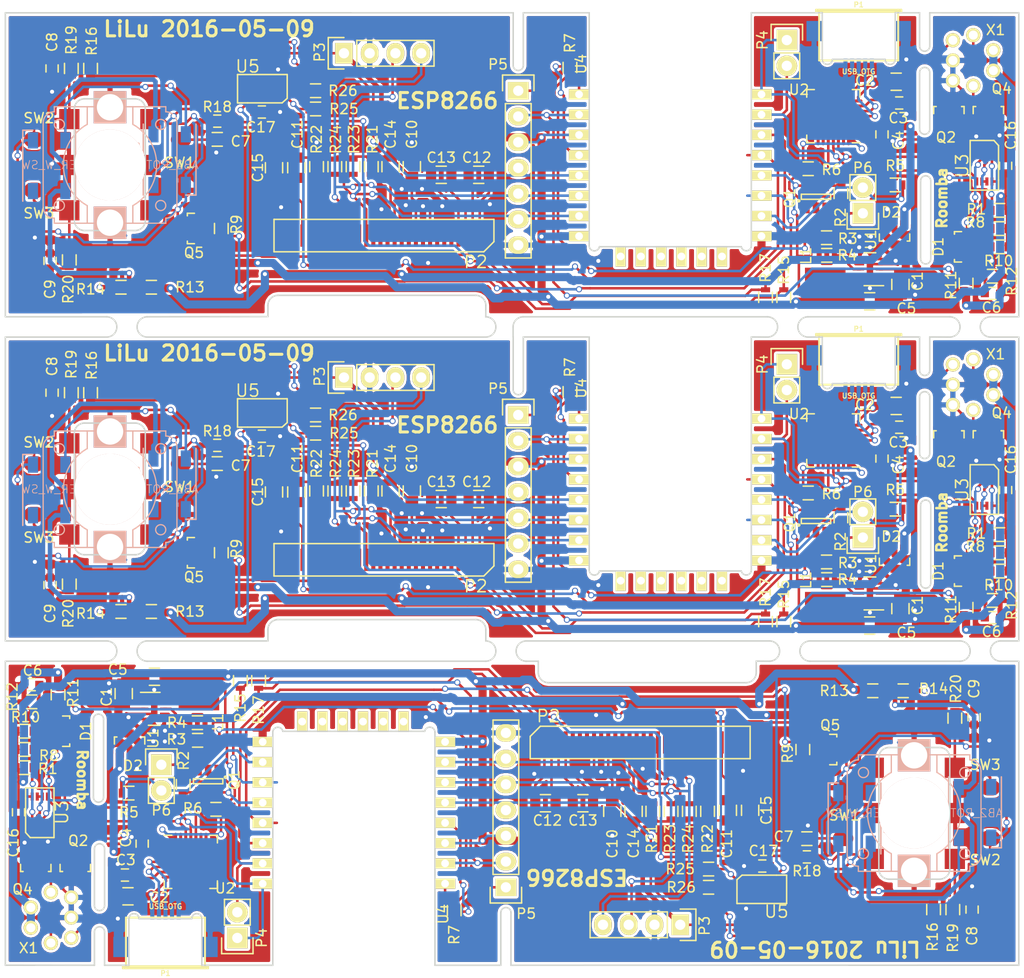
<source format=kicad_pcb>
(kicad_pcb (version 4) (host pcbnew "(2016-05-02 BZR 6765, Git 2f87409)-product")
  (layers (0 F.Cu signal) (31 B.Cu signal) (34 B.Paste user) (35 F.Paste user) (36 B.SilkS user) (37 F.SilkS user) (38 B.Mask user) (39 F.Mask user) (44 Edge.Cuts user))
  (net 0 "")
  (net 1 +3V3)
  (net 2 +12V)
  (net 3 "Net-(L1-Pad1)")
  (net 4 "Net-(C12-Pad1)")
  (net 5 "Net-(C12-Pad2)")
  (net 6 "Net-(C13-Pad1)")
  (net 7 "Net-(C13-Pad2)")
  (net 8 "Net-(C15-Pad1)")
  (net 9 /RXD)
  (net 10 "Net-(D1-Pad2)")
  (net 11 GNDPWR)
  (net 12 /LED)
  (net 13 "Net-(LED1-Pad2)")
  (net 14 "Net-(LED1-Pad1)")
  (net 15 /Roomba_Wake)
  (net 16 "Net-(Q2-Pad3)")
  (net 17 "Net-(Q4-Pad1)")
  (net 18 "Net-(Q4-Pad3)")
  (net 19 /PowerOn)
  (net 20 "Net-(R1-Pad1)")
  (net 21 /RTS)
  (net 22 "Net-(R3-Pad2)")
  (net 23 "Net-(R4-Pad2)")
  (net 24 /DTR)
  (net 25 "Net-(R7-Pad1)")
  (net 26 /RST)
  (net 27 /TXD)
  (net 28 /ADC)
  (net 29 /Switch)
  (net 30 /Enc_B)
  (net 31 /Enc_A)
  (net 32 "Net-(R18-Pad1)")
  (net 33 "Net-(R19-Pad1)")
  (net 34 "Net-(R20-Pad1)")
  (net 35 "Net-(C10-Pad2)")
  (net 36 "Net-(P2-Pad26)")
  (net 37 /SCL)
  (net 38 /SDA)
  (net 39 "Net-(C11-Pad1)")
  (net 40 "Net-(P1-Pad2)")
  (net 41 "Net-(P1-Pad3)")
  (net 42 "Net-(U3-Pad6)")
  (net 43 "Net-(C4-Pad1)")
  (net 44 "Net-(Q1-Pad2)")
  (net 45 "Net-(Q1-Pad5)")
  (net 46 "Net-(LED1-Pad4)")
  (net 47 "Net-(R26-Pad2)")
  (net 48 GND)
  (net 49 /5V)
  (net 50 "Net-(U5-Pad6)")
  (module Resistors_SMD:R_0603 (layer F.Cu) (at 168.81 71.98)
    (fp_text reference R5 (at 0 -1.9) (layer F.SilkS))
    (fp_text value 100k)
    (pad 1 smd rect (at -0.75 0) (size 0.5 0.9) (layers F.Cu F.Paste F.Mask) (net 48 GND))
    (pad 2 smd rect (at 0.75 0) (size 0.5 0.9) (layers F.Cu F.Paste F.Mask) (net 15 /Roomba_Wake))
  )
  (module Resistors_SMD:R_0603 (layer F.Cu) (at 179.1 74.49)
    (fp_text reference R1 (at -2.29 -0.11) (layer F.SilkS))
    (fp_text value 1M)
    (pad 1 smd rect (at -0.75 0) (size 0.5 0.9) (layers F.Cu F.Paste F.Mask) (net 20 "Net-(R1-Pad1)"))
    (pad 2 smd rect (at 0.75 0) (size 0.5 0.9) (layers F.Cu F.Paste F.Mask) (net 1 +3V3))
  )
  (module Resistors_SMD:R_0603 (layer F.Cu) (at 163.45 72.82 270)
    (fp_text reference R2 (at 2.36 0.04 270) (layer F.SilkS))
    (fp_text value 10k)
    (pad 1 smd rect (at -0.75 0 270) (size 0.5 0.9) (layers F.Cu F.Paste F.Mask) (net 21 /RTS))
    (pad 2 smd rect (at 0.75 0 270) (size 0.5 0.9) (layers F.Cu F.Paste F.Mask) (net 44 "Net-(Q1-Pad2)"))
  )
  (module Housings_DFN_QFN:DFN-10-1EP_2x3mm_Pitch0.5mm (layer F.Cu) (at 166.31 80.3 180)
    (fp_text reference U1 (at -0.1 2.92 270) (layer F.SilkS))
    (fp_text value TPS62177)
    (pad 1 smd rect (at -0.925 -1 180) (size 0.7 0.25) (layers F.Cu F.Paste F.Mask) (net 48 GND))
    (pad 2 smd rect (at -0.925 -0.5 180) (size 0.7 0.25) (layers F.Cu F.Paste F.Mask) (net 2 +12V))
    (pad 3 smd rect (at -0.925 0 180) (size 0.7 0.25) (layers F.Cu F.Paste F.Mask) (net 2 +12V))
    (pad 4 smd rect (at -0.925 0.5 180) (size 0.7 0.25) (layers F.Cu F.Paste F.Mask) (net 48 GND))
    (pad 5 smd rect (at -0.925 1 180) (size 0.7 0.25) (layers F.Cu F.Paste F.Mask) (net 48 GND))
    (pad 6 smd rect (at 0.925 1 180) (size 0.7 0.25) (layers F.Cu F.Paste F.Mask) (net 48 GND))
    (pad 7 smd rect (at 0.925 0.5 180) (size 0.7 0.25) (layers F.Cu F.Paste F.Mask) (net 22 "Net-(R3-Pad2)"))
    (pad 8 smd rect (at 0.925 0 180) (size 0.7 0.25) (layers F.Cu F.Paste F.Mask) (net 23 "Net-(R4-Pad2)"))
    (pad 9 smd rect (at 0.925 -0.5 180) (size 0.7 0.25) (layers F.Cu F.Paste F.Mask) (net 3 "Net-(L1-Pad1)"))
    (pad 10 smd rect (at 0.925 -1 180) (size 0.7 0.25) (layers F.Cu F.Paste F.Mask) (net 1 +3V3))
    (pad 11 smd rect (at 0 0.6 180) (size 0.64 1.2) (layers F.Cu F.Paste F.Mask) (net 48 GND))
    (pad 11 smd rect (at 0 -0.6 180) (size 0.64 1.2) (layers F.Cu F.Paste F.Mask) (net 48 GND))
  )
  (module TO_SOT_Packages_SMD:SOT-23 (layer F.Cu) (at 175.3 78.09 90)
    (fp_text reference D1 (at 0 -2.25 90) (layer F.SilkS))
    (fp_text value D_Schottky_x2_ACom_AKK)
    (pad 1 smd rect (at -0.95 1.00076 90) (size 0.8001 0.8001) (layers F.Cu F.Paste F.Mask) (net 9 /RXD))
    (pad 2 smd rect (at 0.95 1.00076 90) (size 0.8001 0.8001) (layers F.Cu F.Paste F.Mask) (net 10 "Net-(D1-Pad2)"))
    (pad 3 smd rect (at 0 -0.99822 90) (size 0.8001 0.8001) (layers F.Cu F.Paste F.Mask))
  )
  (module LEDs:LED_WS2812B-PLCC4 (layer B.Cu) (at 97.21 69.48 270)
    (fp_text reference LED1 (at 0 3.5 270) (layer B.SilkS) (effects (justify mirror)))
    (fp_text value WS2812B)
    (pad 3 smd rect (at 2.5 -1.6 270) (size 1.6 1) (layers B.Cu B.Paste B.Mask) (net 11 GNDPWR))
    (pad 4 smd rect (at 2.5 1.6 270) (size 1.6 1) (layers B.Cu B.Paste B.Mask) (net 46 "Net-(LED1-Pad4)"))
    (pad 2 smd rect (at -2.5 -1.6 270) (size 1.6 1) (layers B.Cu B.Paste B.Mask) (net 13 "Net-(LED1-Pad2)"))
    (pad 1 smd rect (at -2.5 1.6 270) (size 1.6 1) (layers B.Cu B.Paste B.Mask) (net 14 "Net-(LED1-Pad1)"))
  )
  (module LEDs:LED_WS2812B-PLCC4 (layer B.Cu) (at 85.32 70.08 90)
    (fp_text reference LED2 (at 0 3.5 90) (layer B.SilkS) (effects (justify mirror)))
    (fp_text value WS2812B)
    (pad 3 smd rect (at 2.5 -1.6 90) (size 1.6 1) (layers B.Cu B.Paste B.Mask) (net 11 GNDPWR))
    (pad 4 smd rect (at 2.5 1.6 90) (size 1.6 1) (layers B.Cu B.Paste B.Mask) (net 13 "Net-(LED1-Pad2)"))
    (pad 2 smd rect (at -2.5 -1.6 90) (size 1.6 1) (layers B.Cu B.Paste B.Mask))
    (pad 1 smd rect (at -2.5 1.6 90) (size 1.6 1) (layers B.Cu B.Paste B.Mask) (net 14 "Net-(LED1-Pad1)"))
  )
  (module TO_SOT_Packages_SMD:SOT-23 (layer F.Cu) (at 174.1 64.89)
    (fp_text reference Q2 (at -0.29 2.39) (layer F.SilkS))
    (fp_text value 2N7002)
    (pad 1 smd rect (at -0.95 1.00076) (size 0.8001 0.8001) (layers F.Cu F.Paste F.Mask) (net 15 /Roomba_Wake))
    (pad 2 smd rect (at 0.95 1.00076) (size 0.8001 0.8001) (layers F.Cu F.Paste F.Mask) (net 48 GND))
    (pad 3 smd rect (at 0 -0.99822) (size 0.8001 0.8001) (layers F.Cu F.Paste F.Mask) (net 16 "Net-(Q2-Pad3)"))
  )
  (module TO_SOT_Packages_SMD:SOT-23 (layer F.Cu) (at 178 64.89)
    (fp_text reference Q4 (at 1.31 -2.41) (layer F.SilkS))
    (fp_text value 2N7002)
    (pad 1 smd rect (at -0.95 1.00076) (size 0.8001 0.8001) (layers F.Cu F.Paste F.Mask) (net 17 "Net-(Q4-Pad1)"))
    (pad 2 smd rect (at 0.95 1.00076) (size 0.8001 0.8001) (layers F.Cu F.Paste F.Mask) (net 48 GND))
    (pad 3 smd rect (at 0 -0.99822) (size 0.8001 0.8001) (layers F.Cu F.Paste F.Mask) (net 18 "Net-(Q4-Pad3)"))
  )
  (module TO_SOT_Packages_SMD:SOT-23 (layer F.Cu) (at 99.60822 76.28 90)
    (fp_text reference Q5 (at -2.4 0.00178 180) (layer F.SilkS))
    (fp_text value 2N7002)
    (pad 1 smd rect (at -0.95 1.00076 90) (size 0.8001 0.8001) (layers F.Cu F.Paste F.Mask) (net 19 /PowerOn))
    (pad 2 smd rect (at 0.95 1.00076 90) (size 0.8001 0.8001) (layers F.Cu F.Paste F.Mask) (net 48 GND))
    (pad 3 smd rect (at 0 -0.99822 90) (size 0.8001 0.8001) (layers F.Cu F.Paste F.Mask) (net 11 GNDPWR))
  )
  (module Resistors_SMD:R_0603 (layer F.Cu) (at 162.03 77.19)
    (fp_text reference R3 (at 2.09 0.1) (layer F.SilkS))
    (fp_text value 100k)
    (pad 1 smd rect (at -0.75 0) (size 0.5 0.9) (layers F.Cu F.Paste F.Mask) (net 1 +3V3))
    (pad 2 smd rect (at 0.75 0) (size 0.5 0.9) (layers F.Cu F.Paste F.Mask) (net 22 "Net-(R3-Pad2)"))
  )
  (module Resistors_SMD:R_0603 (layer F.Cu) (at 162.05 78.93)
    (fp_text reference R4 (at 2.03 0) (layer F.SilkS))
    (fp_text value 100k)
    (pad 1 smd rect (at -0.75 0) (size 0.5 0.9) (layers F.Cu F.Paste F.Mask) (net 1 +3V3))
    (pad 2 smd rect (at 0.75 0) (size 0.5 0.9) (layers F.Cu F.Paste F.Mask) (net 23 "Net-(R4-Pad2)"))
  )
  (module Resistors_SMD:R_0603 (layer F.Cu) (at 160.22 70.38)
    (fp_text reference R6 (at 2.29 0.1) (layer F.SilkS))
    (fp_text value 10k)
    (pad 1 smd rect (at -0.75 0) (size 0.5 0.9) (layers F.Cu F.Paste F.Mask) (net 24 /DTR))
    (pad 2 smd rect (at 0.75 0) (size 0.5 0.9) (layers F.Cu F.Paste F.Mask) (net 45 "Net-(Q1-Pad5)"))
  )
  (module Resistors_SMD:R_0603 (layer F.Cu) (at 136.71 60.38 270)
    (fp_text reference R7 (at -2.4 0 270) (layer F.SilkS))
    (fp_text value 10k)
    (pad 1 smd rect (at -0.75 0 270) (size 0.5 0.9) (layers F.Cu F.Paste F.Mask) (net 25 "Net-(R7-Pad1)"))
    (pad 2 smd rect (at 0.75 0 270) (size 0.5 0.9) (layers F.Cu F.Paste F.Mask) (net 26 /RST))
  )
  (module Resistors_SMD:R_0603 (layer F.Cu) (at 179.1 76.29 180)
    (fp_text reference R8 (at 2.39 0.61 180) (layer F.SilkS))
    (fp_text value 100k)
    (pad 1 smd rect (at -0.75 0 180) (size 0.5 0.9) (layers F.Cu F.Paste F.Mask) (net 1 +3V3))
    (pad 2 smd rect (at 0.75 0 180) (size 0.5 0.9) (layers F.Cu F.Paste F.Mask) (net 27 /TXD))
  )
  (module Resistors_SMD:R_0603 (layer F.Cu) (at 102.31 76.28 270)
    (fp_text reference R9 (at -0.4 -1.5 270) (layer F.SilkS))
    (fp_text value 100k)
    (pad 1 smd rect (at -0.75 0 270) (size 0.5 0.9) (layers F.Cu F.Paste F.Mask) (net 48 GND))
    (pad 2 smd rect (at 0.75 0 270) (size 0.5 0.9) (layers F.Cu F.Paste F.Mask) (net 19 /PowerOn))
  )
  (module Resistors_SMD:R_0603 (layer F.Cu) (at 179.1 78.09 180)
    (fp_text reference R10 (at 0.09 -1.39 180) (layer F.SilkS))
    (fp_text value 100k)
    (pad 1 smd rect (at -0.75 0 180) (size 0.5 0.9) (layers F.Cu F.Paste F.Mask) (net 1 +3V3))
    (pad 2 smd rect (at 0.75 0 180) (size 0.5 0.9) (layers F.Cu F.Paste F.Mask) (net 9 /RXD))
  )
  (module Resistors_SMD:R_0603 (layer F.Cu) (at 175.8 81.69 90)
    (fp_text reference R11 (at -0.19 -1.49 90) (layer F.SilkS))
    (fp_text value 100k)
    (pad 1 smd rect (at -0.75 0 90) (size 0.5 0.9) (layers F.Cu F.Paste F.Mask) (net 2 +12V))
    (pad 2 smd rect (at 0.75 0 90) (size 0.5 0.9) (layers F.Cu F.Paste F.Mask) (net 28 /ADC))
  )
  (module Resistors_SMD:R_0603 (layer F.Cu) (at 178.4 80.99)
    (fp_text reference R12 (at 1.91 0.49 90) (layer F.SilkS))
    (fp_text value 100k)
    (pad 1 smd rect (at -0.75 0) (size 0.5 0.9) (layers F.Cu F.Paste F.Mask) (net 28 /ADC))
    (pad 2 smd rect (at 0.75 0) (size 0.5 0.9) (layers F.Cu F.Paste F.Mask) (net 48 GND))
  )
  (module Resistors_SMD:R_0603 (layer F.Cu) (at 95.41 82.08)
    (fp_text reference R13 (at 3.8 0) (layer F.SilkS))
    (fp_text value 0R)
    (pad 1 smd rect (at -0.75 0) (size 0.5 0.9) (layers F.Cu F.Paste F.Mask) (net 14 "Net-(LED1-Pad1)"))
    (pad 2 smd rect (at 0.75 0) (size 0.5 0.9) (layers F.Cu F.Paste F.Mask) (net 49 /5V))
  )
  (module Resistors_SMD:R_0603 (layer F.Cu) (at 92.41 82.08)
    (fp_text reference R14 (at -3 0.2) (layer F.SilkS))
    (fp_text value 0R)
    (pad 1 smd rect (at -0.75 0) (size 0.5 0.9) (layers F.Cu F.Paste F.Mask) (net 1 +3V3))
    (pad 2 smd rect (at 0.75 0) (size 0.5 0.9) (layers F.Cu F.Paste F.Mask) (net 14 "Net-(LED1-Pad1)"))
  )
  (module Resistors_SMD:R_0603 (layer F.Cu) (at 157.81 83.08 270)
    (fp_text reference R15 (at -2.7 0 270) (layer F.SilkS))
    (fp_text value 10k)
    (pad 1 smd rect (at -0.75 0 270) (size 0.5 0.9) (layers F.Cu F.Paste F.Mask) (net 29 /Switch))
    (pad 2 smd rect (at 0.75 0 270) (size 0.5 0.9) (layers F.Cu F.Paste F.Mask) (net 1 +3V3))
  )
  (module Resistors_SMD:R_0603 (layer F.Cu) (at 89.41 60.48 270)
    (fp_text reference R16 (at -2.7 -0.1 270) (layer F.SilkS))
    (fp_text value 10k)
    (pad 1 smd rect (at -0.75 0 270) (size 0.5 0.9) (layers F.Cu F.Paste F.Mask) (net 30 /Enc_B))
    (pad 2 smd rect (at 0.75 0 270) (size 0.5 0.9) (layers F.Cu F.Paste F.Mask) (net 1 +3V3))
  )
  (module Resistors_SMD:R_0603 (layer F.Cu) (at 156.01 83.08 270)
    (fp_text reference R17 (at -2.9 0 270) (layer F.SilkS))
    (fp_text value 10k)
    (pad 1 smd rect (at -0.75 0 270) (size 0.5 0.9) (layers F.Cu F.Paste F.Mask) (net 31 /Enc_A))
    (pad 2 smd rect (at 0.75 0 270) (size 0.5 0.9) (layers F.Cu F.Paste F.Mask) (net 1 +3V3))
  )
  (module Resistors_SMD:R_0603 (layer F.Cu) (at 101.91 67.48)
    (fp_text reference R18 (at 0 -3.2) (layer F.SilkS))
    (fp_text value 1k)
    (pad 1 smd rect (at -0.75 0) (size 0.5 0.9) (layers F.Cu F.Paste F.Mask) (net 32 "Net-(R18-Pad1)"))
    (pad 2 smd rect (at 0.75 0) (size 0.5 0.9) (layers F.Cu F.Paste F.Mask) (net 29 /Switch))
  )
  (module Resistors_SMD:R_0603 (layer F.Cu) (at 87.51 60.48 90)
    (fp_text reference R19 (at 2.8 0 90) (layer F.SilkS))
    (fp_text value 1k)
    (pad 1 smd rect (at -0.75 0 90) (size 0.5 0.9) (layers F.Cu F.Paste F.Mask) (net 33 "Net-(R19-Pad1)"))
    (pad 2 smd rect (at 0.75 0 90) (size 0.5 0.9) (layers F.Cu F.Paste F.Mask) (net 30 /Enc_B))
  )
  (module Resistors_SMD:R_0603 (layer F.Cu) (at 87.31 79.38 270)
    (fp_text reference R20 (at 2.9 0.1 270) (layer F.SilkS))
    (fp_text value 1k)
    (pad 1 smd rect (at -0.75 0 270) (size 0.5 0.9) (layers F.Cu F.Paste F.Mask) (net 34 "Net-(R20-Pad1)"))
    (pad 2 smd rect (at 0.75 0 270) (size 0.5 0.9) (layers F.Cu F.Paste F.Mask) (net 31 /Enc_A))
  )
  (module Resistors_SMD:R_0603 (layer F.Cu) (at 117.11 70.18 90)
    (fp_text reference R21 (at 2.7 0.1 90) (layer F.SilkS))
    (fp_text value 10k)
    (pad 1 smd rect (at -0.75 0 90) (size 0.5 0.9) (layers F.Cu F.Paste F.Mask) (net 35 "Net-(C10-Pad2)"))
    (pad 2 smd rect (at 0.75 0 90) (size 0.5 0.9) (layers F.Cu F.Paste F.Mask) (net 1 +3V3))
  )
  (module Resistors_SMD:R_0603 (layer F.Cu) (at 111.71 70.18 90)
    (fp_text reference R22 (at 2.7 0 90) (layer F.SilkS))
    (fp_text value 390k)
    (pad 1 smd rect (at -0.75 0 90) (size 0.5 0.9) (layers F.Cu F.Paste F.Mask) (net 36 "Net-(P2-Pad26)"))
    (pad 2 smd rect (at 0.75 0 90) (size 0.5 0.9) (layers F.Cu F.Paste F.Mask) (net 48 GND))
  )
  (module Resistors_SMD:R_0603 (layer F.Cu) (at 115.31 70.18 90)
    (fp_text reference R23 (at 2.7 0.1 90) (layer F.SilkS))
    (fp_text value 10k)
    (pad 1 smd rect (at -0.75 0 90) (size 0.5 0.9) (layers F.Cu F.Paste F.Mask) (net 37 /SCL))
    (pad 2 smd rect (at 0.75 0 90) (size 0.5 0.9) (layers F.Cu F.Paste F.Mask) (net 1 +3V3))
  )
  (module Resistors_SMD:R_0603 (layer F.Cu) (at 113.51 70.18 90)
    (fp_text reference R24 (at 2.7 0.1 90) (layer F.SilkS))
    (fp_text value 10k)
    (pad 1 smd rect (at -0.75 0 90) (size 0.5 0.9) (layers F.Cu F.Paste F.Mask) (net 38 /SDA))
    (pad 2 smd rect (at 0.75 0 90) (size 0.5 0.9) (layers F.Cu F.Paste F.Mask) (net 1 +3V3))
  )
  (module library:UG_62864 (layer F.Cu) (at 118.36 76.98 180)
    (fp_text reference P2 (at -9.05 -2.6 180) (layer F.SilkS) (effects (font (size 1.2 1.2))))
    (fp_text value UG_62864)
    (pad 1 smd rect (at -10.15 0 180) (size 0.4 2.2) (layers F.Cu F.Paste F.Mask) (net 48 GND))
    (pad 2 smd rect (at -9.45 0 180) (size 0.4 2.2) (layers F.Cu F.Paste F.Mask) (net 4 "Net-(C12-Pad1)"))
    (pad 3 smd rect (at -8.75 0 180) (size 0.4 2.2) (layers F.Cu F.Paste F.Mask) (net 5 "Net-(C12-Pad2)"))
    (pad 4 smd rect (at -8.05 0 180) (size 0.4 2.2) (layers F.Cu F.Paste F.Mask) (net 6 "Net-(C13-Pad1)"))
    (pad 5 smd rect (at -7.35 0 180) (size 0.4 2.2) (layers F.Cu F.Paste F.Mask) (net 7 "Net-(C13-Pad2)"))
    (pad 6 smd rect (at -6.65 0 180) (size 0.4 2.2) (layers F.Cu F.Paste F.Mask) (net 48 GND))
    (pad 7 smd rect (at -5.95 0 180) (size 0.4 2.2) (layers F.Cu F.Paste F.Mask))
    (pad 8 smd rect (at -5.25 0 180) (size 0.4 2.2) (layers F.Cu F.Paste F.Mask) (net 48 GND))
    (pad 9 smd rect (at -4.55 0 180) (size 0.4 2.2) (layers F.Cu F.Paste F.Mask) (net 1 +3V3))
    (pad 10 smd rect (at -3.85 0 180) (size 0.4 2.2) (layers F.Cu F.Paste F.Mask) (net 48 GND))
    (pad 11 smd rect (at -3.15 0 180) (size 0.4 2.2) (layers F.Cu F.Paste F.Mask) (net 1 +3V3))
    (pad 12 smd rect (at -2.45 0 180) (size 0.4 2.2) (layers F.Cu F.Paste F.Mask) (net 48 GND))
    (pad 13 smd rect (at -1.75 0 180) (size 0.4 2.2) (layers F.Cu F.Paste F.Mask) (net 48 GND))
    (pad 14 smd rect (at -1.05 0 180) (size 0.4 2.2) (layers F.Cu F.Paste F.Mask) (net 35 "Net-(C10-Pad2)"))
    (pad 15 smd rect (at -0.35 0 180) (size 0.4 2.2) (layers F.Cu F.Paste F.Mask) (net 48 GND))
    (pad 16 smd rect (at 0.35 0 180) (size 0.4 2.2) (layers F.Cu F.Paste F.Mask) (net 48 GND))
    (pad 17 smd rect (at 1.05 0 180) (size 0.4 2.2) (layers F.Cu F.Paste F.Mask) (net 48 GND))
    (pad 18 smd rect (at 1.75 0 180) (size 0.4 2.2) (layers F.Cu F.Paste F.Mask) (net 37 /SCL))
    (pad 19 smd rect (at 2.45 0 180) (size 0.4 2.2) (layers F.Cu F.Paste F.Mask) (net 38 /SDA))
    (pad 20 smd rect (at 3.15 0 180) (size 0.4 2.2) (layers F.Cu F.Paste F.Mask) (net 38 /SDA))
    (pad 21 smd rect (at 3.85 0 180) (size 0.4 2.2) (layers F.Cu F.Paste F.Mask))
    (pad 22 smd rect (at 4.55 0 180) (size 0.4 2.2) (layers F.Cu F.Paste F.Mask))
    (pad 23 smd rect (at 5.25 0 180) (size 0.4 2.2) (layers F.Cu F.Paste F.Mask))
    (pad 24 smd rect (at 5.95 0 180) (size 0.4 2.2) (layers F.Cu F.Paste F.Mask))
    (pad 25 smd rect (at 6.65 0 180) (size 0.4 2.2) (layers F.Cu F.Paste F.Mask))
    (pad 26 smd rect (at 7.35 0 180) (size 0.4 2.2) (layers F.Cu F.Paste F.Mask) (net 36 "Net-(P2-Pad26)"))
    (pad 27 smd rect (at 8.05 0 180) (size 0.4 2.2) (layers F.Cu F.Paste F.Mask) (net 39 "Net-(C11-Pad1)"))
    (pad 28 smd rect (at 8.75 0 180) (size 0.4 2.2) (layers F.Cu F.Paste F.Mask) (net 8 "Net-(C15-Pad1)"))
    (pad 29 smd rect (at 9.45 0 180) (size 0.4 2.2) (layers F.Cu F.Paste F.Mask) (net 48 GND))
    (pad 30 smd rect (at 10.15 0 180) (size 0.4 2.2) (layers F.Cu F.Paste F.Mask) (net 48 GND))
  )
  (module library:ROT_ENC_backside (layer B.Cu) (at 91.33 70.01 90)
    (fp_text reference ROT_ENC1 hide)
    (fp_text value AB2_ROTARY_ENCODER_W_SW (at 0 0) (layer B.SilkS) (effects (font (size 0.8128 0.8128) (thickness 0.0762)) (justify mirror)))
    (pad 1 smd oval (at -2.5 -7.5 90) (size 1.524 2) (layers F.Cu F.Paste F.Mask) (net 34 "Net-(R20-Pad1)"))
    (pad 2 smd oval (at 0 -7.5 90) (size 1.524 2) (layers F.Cu F.Paste F.Mask) (net 11 GNDPWR))
    (pad 3 smd oval (at 2.5 -7.5 90) (size 1.524 2) (layers F.Cu F.Paste F.Mask) (net 33 "Net-(R19-Pad1)"))
    (pad 4 smd oval (at 2.5 7 90) (size 1.524 2) (layers F.Cu F.Paste F.Mask) (net 32 "Net-(R18-Pad1)"))
    (pad 6 smd oval (at -2.5 7 90) (size 1.524 2) (layers F.Cu F.Paste F.Mask) (net 48 GND))
    (pad 7 thru_hole rect (at -5.7 0 90) (size 3.2 3.2) (drill 2.6) (layers *.Cu *.Mask B.SilkS) (net 48 GND))
    (pad 7 thru_hole rect (at 5.7 0 90) (size 3.2 3.2) (drill 2.6) (layers *.Cu *.Mask B.SilkS) (net 48 GND))
    (pad "" np_thru_hole circle (at 0 0 90) (size 7 7) (drill 7) (layers *.Cu *.Mask B.SilkS))
  )
  (module library:switch3x6_smd (layer F.Cu) (at 91.33 70.01 180)
    (fp_text reference SW1 (at -6.88 0.23 180) (layer F.SilkS))
    (fp_text value SW_PUSH)
    (pad 2 smd rect (at 4 0 180) (size 2 2) (layers F.Cu F.Paste F.Mask) (net 48 GND))
    (pad 1 smd rect (at -4 0 180) (size 2 2) (layers F.Cu F.Paste F.Mask) (net 32 "Net-(R18-Pad1)"))
  )
  (module library:switch3x6_smd (layer F.Cu) (at 91.31 65.48)
    (fp_text reference SW2 (at -7 -0.1) (layer F.SilkS))
    (fp_text value SW_PUSH)
    (pad 2 smd rect (at 4 0) (size 2 2) (layers F.Cu F.Paste F.Mask) (net 11 GNDPWR))
    (pad 1 smd rect (at -4 0) (size 2 2) (layers F.Cu F.Paste F.Mask) (net 33 "Net-(R19-Pad1)"))
  )
  (module library:switch3x6_smd (layer F.Cu) (at 91.31 74.48)
    (fp_text reference SW3 (at -7 0.3) (layer F.SilkS))
    (fp_text value SW_PUSH)
    (pad 2 smd rect (at 4 0) (size 2 2) (layers F.Cu F.Paste F.Mask) (net 11 GNDPWR))
    (pad 1 smd rect (at -4 0) (size 2 2) (layers F.Cu F.Paste F.Mask) (net 34 "Net-(R20-Pad1)"))
  )
  (module library:MiniDin-7 (layer F.Cu) (at 176.1 59.69 90)
    (fp_text reference X1 (at 3.01 2.61 180) (layer F.SilkS))
    (fp_text value MINI_DIN_7)
    (pad 6 thru_hole oval (at 0 -1.6002 90) (size 1.4 1.4) (drill oval 0.9) (layers *.Cu *.Mask F.SilkS) (net 48 GND))
    (pad 5 thru_hole oval (at 1.9939 -1.6002 90) (size 1.4 1.4) (drill oval 0.9) (layers *.Cu *.Mask F.SilkS) (net 16 "Net-(Q2-Pad3)"))
    (pad 7 thru_hole oval (at -1.9939 -1.6002 90) (size 1.4 1.4) (drill oval 0.9) (layers *.Cu *.Mask F.SilkS) (net 48 GND))
    (pad 1 thru_hole oval (at 1.0033 2.3876 90) (size 1.4 1.4) (drill oval 0.9) (layers *.Cu *.Mask F.SilkS) (net 2 +12V))
    (pad 2 thru_hole oval (at -1.0033 2.3876 90) (size 1.4 1.4) (drill oval 0.9) (layers *.Cu *.Mask F.SilkS) (net 2 +12V))
    (pad 3 thru_hole oval (at 2.5019 0.4064 90) (size 1.4 1.4) (drill oval 0.9) (layers *.Cu *.Mask F.SilkS) (net 18 "Net-(Q4-Pad3)"))
    (pad 4 thru_hole oval (at -2.5019 0.4064 90) (size 1.4 1.4) (drill oval 0.9) (layers *.Cu *.Mask F.SilkS) (net 20 "Net-(R1-Pad1)"))
  )
  (module library:VLS4012ET-100M (layer F.Cu) (at 161.9 82.15 270)
    (fp_text reference L1 (at -3.17 1.89 90) (layer F.SilkS))
    (fp_text value VLS4012ET-100M)
    (pad 2 smd rect (at 1.35 0) (size 4 1.3) (layers F.Cu F.Paste F.Mask) (net 1 +3V3))
    (pad 1 smd rect (at -1.35 0) (size 4 1.3) (layers F.Cu F.Paste F.Mask) (net 3 "Net-(L1-Pad1)"))
  )
  (module library:VSSOP-8 (layer F.Cu) (at 177.6 70.09 180)
    (fp_text reference U3 (at 2.19 0.01 270) (layer F.SilkS) (effects (font (size 1.2 1.2))))
    (fp_text value 74LVC3G14)
    (pad 8 smd rect (at -0.75 -1.55 180) (size 0.3 0.8) (layers F.Cu F.Paste F.Mask) (net 1 +3V3))
    (pad 1 smd rect (at -0.75 1.55 180) (size 0.3 0.8) (layers F.Cu F.Paste F.Mask) (net 20 "Net-(R1-Pad1)"))
    (pad 7 smd rect (at -0.25 -1.55 180) (size 0.3 0.8) (layers F.Cu F.Paste F.Mask) (net 42 "Net-(U3-Pad6)"))
    (pad 2 smd rect (at -0.25 1.55 180) (size 0.3 0.8) (layers F.Cu F.Paste F.Mask) (net 10 "Net-(D1-Pad2)"))
    (pad 6 smd rect (at 0.25 -1.55 180) (size 0.3 0.8) (layers F.Cu F.Paste F.Mask) (net 42 "Net-(U3-Pad6)"))
    (pad 3 smd rect (at 0.25 1.55 180) (size 0.3 0.8) (layers F.Cu F.Paste F.Mask) (net 27 /TXD))
    (pad 5 smd rect (at 0.75 -1.55 180) (size 0.3 0.8) (layers F.Cu F.Paste F.Mask) (net 17 "Net-(Q4-Pad1)"))
    (pad 4 smd rect (at 0.75 1.55 180) (size 0.3 0.8) (layers F.Cu F.Paste F.Mask) (net 48 GND))
  )
  (module Capacitors_SMD:C_0805 (layer F.Cu) (at 169.32 81.8 270)
    (fp_text reference C1 (at -0.32 -1.69 270) (layer F.SilkS))
    (fp_text value 2u2)
    (pad 1 smd rect (at -1 0 270) (size 1 1.25) (layers F.Cu F.Paste F.Mask) (net 2 +12V))
    (pad 2 smd rect (at 1 0 270) (size 1 1.25) (layers F.Cu F.Paste F.Mask) (net 48 GND))
  )
  (module Capacitors_SMD:C_0805 (layer F.Cu) (at 168.9 61.79)
    (fp_text reference C2 (at -3.09 -0.11) (layer F.SilkS))
    (fp_text value 1u)
    (pad 1 smd rect (at -1 0) (size 1 1.25) (layers F.Cu F.Paste F.Mask) (net 49 /5V))
    (pad 2 smd rect (at 1 0) (size 1 1.25) (layers F.Cu F.Paste F.Mask) (net 48 GND))
  )
  (module Capacitors_SMD:C_0603 (layer F.Cu) (at 169.2 63.89)
    (fp_text reference C3 (at -0.09 1.49) (layer F.SilkS))
    (fp_text value 100n)
    (pad 1 smd rect (at -0.75 0) (size 0.8 0.75) (layers F.Cu F.Paste F.Mask) (net 49 /5V))
    (pad 2 smd rect (at 0.75 0) (size 0.8 0.75) (layers F.Cu F.Paste F.Mask) (net 48 GND))
  )
  (module Capacitors_SMD:C_0603 (layer F.Cu) (at 167.5 66.99 270)
    (fp_text reference C4 (at 0.59 -1.61 270) (layer F.SilkS))
    (fp_text value 100n)
    (pad 1 smd rect (at -0.75 0 270) (size 0.8 0.75) (layers F.Cu F.Paste F.Mask) (net 43 "Net-(C4-Pad1)"))
    (pad 2 smd rect (at 0.75 0 270) (size 0.8 0.75) (layers F.Cu F.Paste F.Mask) (net 48 GND))
  )
  (module Capacitors_SMD:C_0805 (layer F.Cu) (at 166.29 83.47)
    (fp_text reference C5 (at 3.62 0.71) (layer F.SilkS))
    (fp_text value 22u)
    (pad 1 smd rect (at -1 0) (size 1 1.25) (layers F.Cu F.Paste F.Mask) (net 1 +3V3))
    (pad 2 smd rect (at 1 0) (size 1 1.25) (layers F.Cu F.Paste F.Mask) (net 48 GND))
  )
  (module Capacitors_SMD:C_0603 (layer F.Cu) (at 178.4 82.69)
    (fp_text reference C6 (at -0.09 1.39) (layer F.SilkS))
    (fp_text value 100n)
    (pad 1 smd rect (at -0.75 0) (size 0.8 0.75) (layers F.Cu F.Paste F.Mask) (net 28 /ADC))
    (pad 2 smd rect (at 0.75 0) (size 0.8 0.75) (layers F.Cu F.Paste F.Mask) (net 48 GND))
  )
  (module Capacitors_SMD:C_0603 (layer F.Cu) (at 101.91 65.68 180)
    (fp_text reference C7 (at -2.3 -2 180) (layer F.SilkS))
    (fp_text value 100n)
    (pad 1 smd rect (at -0.75 0 180) (size 0.8 0.75) (layers F.Cu F.Paste F.Mask) (net 29 /Switch))
    (pad 2 smd rect (at 0.75 0 180) (size 0.8 0.75) (layers F.Cu F.Paste F.Mask) (net 48 GND))
  )
  (module Capacitors_SMD:C_0603 (layer F.Cu) (at 85.61 60.48 270)
    (fp_text reference C8 (at -2.6 0 270) (layer F.SilkS))
    (fp_text value 100n)
    (pad 1 smd rect (at -0.75 0 270) (size 0.8 0.75) (layers F.Cu F.Paste F.Mask) (net 30 /Enc_B))
    (pad 2 smd rect (at 0.75 0 270) (size 0.8 0.75) (layers F.Cu F.Paste F.Mask) (net 48 GND))
  )
  (module Capacitors_SMD:C_0603 (layer F.Cu) (at 85.41 79.48 90)
    (fp_text reference C9 (at -2.8 0 90) (layer F.SilkS))
    (fp_text value 100n)
    (pad 1 smd rect (at -0.75 0 90) (size 0.8 0.75) (layers F.Cu F.Paste F.Mask) (net 31 /Enc_A))
    (pad 2 smd rect (at 0.75 0 90) (size 0.8 0.75) (layers F.Cu F.Paste F.Mask) (net 48 GND))
  )
  (module Capacitors_SMD:C_0805 (layer F.Cu) (at 119.01 70.18 270)
    (fp_text reference C10 (at -3.2 -2.1 270) (layer F.SilkS))
    (fp_text value 1u)
    (pad 1 smd rect (at -1 0 270) (size 1 1.25) (layers F.Cu F.Paste F.Mask) (net 1 +3V3))
    (pad 2 smd rect (at 1 0 270) (size 1 1.25) (layers F.Cu F.Paste F.Mask) (net 35 "Net-(C10-Pad2)"))
  )
  (module Capacitors_SMD:C_0805 (layer F.Cu) (at 109.71 70.28 90)
    (fp_text reference C11 (at 3.3 0.1 90) (layer F.SilkS))
    (fp_text value 2u2)
    (pad 1 smd rect (at -1 0 90) (size 1 1.25) (layers F.Cu F.Paste F.Mask) (net 39 "Net-(C11-Pad1)"))
    (pad 2 smd rect (at 1 0 90) (size 1 1.25) (layers F.Cu F.Paste F.Mask) (net 48 GND))
  )
  (module Capacitors_SMD:C_0805 (layer F.Cu) (at 127.71 70.98 180)
    (fp_text reference C12 (at 0.2 1.7 180) (layer F.SilkS))
    (fp_text value 1u)
    (pad 1 smd rect (at -1 0 180) (size 1 1.25) (layers F.Cu F.Paste F.Mask) (net 4 "Net-(C12-Pad1)"))
    (pad 2 smd rect (at 1 0 180) (size 1 1.25) (layers F.Cu F.Paste F.Mask) (net 5 "Net-(C12-Pad2)"))
  )
  (module Capacitors_SMD:C_0805 (layer F.Cu) (at 124.01 70.98 180)
    (fp_text reference C13 (at 0 1.7 180) (layer F.SilkS))
    (fp_text value 1u)
    (pad 1 smd rect (at -1 0 180) (size 1 1.25) (layers F.Cu F.Paste F.Mask) (net 6 "Net-(C13-Pad1)"))
    (pad 2 smd rect (at 1 0 180) (size 1 1.25) (layers F.Cu F.Paste F.Mask) (net 7 "Net-(C13-Pad2)"))
  )
  (module Capacitors_SMD:C_0805 (layer F.Cu) (at 121.11 70.18 90)
    (fp_text reference C14 (at 3.2 -2.1 90) (layer F.SilkS))
    (fp_text value 2u2)
    (pad 1 smd rect (at -1 0 90) (size 1 1.25) (layers F.Cu F.Paste F.Mask) (net 1 +3V3))
    (pad 2 smd rect (at 1 0 90) (size 1 1.25) (layers F.Cu F.Paste F.Mask) (net 48 GND))
  )
  (module Capacitors_SMD:C_0805 (layer F.Cu) (at 107.51 70.28 90)
    (fp_text reference C15 (at 0 -1.6 90) (layer F.SilkS))
    (fp_text value 2u2)
    (pad 1 smd rect (at -1 0 90) (size 1 1.25) (layers F.Cu F.Paste F.Mask) (net 8 "Net-(C15-Pad1)"))
    (pad 2 smd rect (at 1 0 90) (size 1 1.25) (layers F.Cu F.Paste F.Mask) (net 48 GND))
  )
  (module library:QFN-28-1EP_5x5mm_Pitch0.5mm (layer F.Cu) (at 162.7 65.19 180)
    (fp_text reference U2 (at 3.39 2.61 180) (layer F.SilkS))
    (fp_text value CP2102)
    (pad 1 smd oval (at -2.45 -1.5 180) (size 0.85 0.3) (layers F.Cu F.Paste F.Mask))
    (pad 2 smd oval (at -2.45 -1 180) (size 0.85 0.3) (layers F.Cu F.Paste F.Mask))
    (pad 3 smd oval (at -2.45 -0.5 180) (size 0.85 0.3) (layers F.Cu F.Paste F.Mask) (net 48 GND))
    (pad 4 smd oval (at -2.45 0 180) (size 0.85 0.3) (layers F.Cu F.Paste F.Mask) (net 41 "Net-(P1-Pad3)"))
    (pad 5 smd oval (at -2.45 0.5 180) (size 0.85 0.3) (layers F.Cu F.Paste F.Mask) (net 40 "Net-(P1-Pad2)"))
    (pad 6 smd oval (at -2.45 1 180) (size 0.85 0.3) (layers F.Cu F.Paste F.Mask) (net 43 "Net-(C4-Pad1)"))
    (pad 7 smd oval (at -2.45 1.5 180) (size 0.85 0.3) (layers F.Cu F.Paste F.Mask) (net 49 /5V))
    (pad 8 smd oval (at -1.5 2.45 270) (size 0.85 0.3) (layers F.Cu F.Paste F.Mask) (net 49 /5V))
    (pad 9 smd oval (at -1 2.45 270) (size 0.85 0.3) (layers F.Cu F.Paste F.Mask))
    (pad 10 smd oval (at -0.5 2.45 270) (size 0.85 0.3) (layers F.Cu F.Paste F.Mask))
    (pad 11 smd oval (at 0 2.45 270) (size 0.85 0.3) (layers F.Cu F.Paste F.Mask))
    (pad 12 smd oval (at 0.5 2.45 270) (size 0.85 0.3) (layers F.Cu F.Paste F.Mask))
    (pad 13 smd oval (at 1 2.45 270) (size 0.85 0.3) (layers F.Cu F.Paste F.Mask))
    (pad 14 smd oval (at 1.5 2.45 270) (size 0.85 0.3) (layers F.Cu F.Paste F.Mask))
    (pad 15 smd oval (at 2.45 1.5 180) (size 0.85 0.3) (layers F.Cu F.Paste F.Mask))
    (pad 16 smd oval (at 2.45 1 180) (size 0.85 0.3) (layers F.Cu F.Paste F.Mask))
    (pad 17 smd oval (at 2.45 0.5 180) (size 0.85 0.3) (layers F.Cu F.Paste F.Mask))
    (pad 18 smd oval (at 2.45 0 180) (size 0.85 0.3) (layers F.Cu F.Paste F.Mask))
    (pad 19 smd oval (at 2.45 -0.5 180) (size 0.85 0.3) (layers F.Cu F.Paste F.Mask))
    (pad 20 smd oval (at 2.45 -1 180) (size 0.85 0.3) (layers F.Cu F.Paste F.Mask))
    (pad 21 smd oval (at 2.45 -1.5 180) (size 0.85 0.3) (layers F.Cu F.Paste F.Mask))
    (pad 22 smd oval (at 1.5 -2.45 270) (size 0.85 0.3) (layers F.Cu F.Paste F.Mask))
    (pad 23 smd oval (at 1 -2.45 270) (size 0.85 0.3) (layers F.Cu F.Paste F.Mask))
    (pad 24 smd oval (at 0.5 -2.45 270) (size 0.85 0.3) (layers F.Cu F.Paste F.Mask) (net 21 /RTS))
    (pad 25 smd oval (at 0 -2.45 270) (size 0.85 0.3) (layers F.Cu F.Paste F.Mask) (net 27 /TXD))
    (pad 26 smd oval (at -0.5 -2.45 270) (size 0.85 0.3) (layers F.Cu F.Paste F.Mask) (net 9 /RXD))
    (pad 27 smd oval (at -1 -2.45 270) (size 0.85 0.3) (layers F.Cu F.Paste F.Mask))
    (pad 28 smd oval (at -1.5 -2.45 270) (size 0.85 0.3) (layers F.Cu F.Paste F.Mask) (net 24 /DTR))
    (pad 29 smd rect (at 0.8375 0.8375 180) (size 1.675 1.675) (layers F.Cu F.Paste F.Mask))
    (pad 29 smd rect (at 0.8375 -0.8375 180) (size 1.675 1.675) (layers F.Cu F.Paste F.Mask))
    (pad 29 smd rect (at -0.8375 0.8375 180) (size 1.675 1.675) (layers F.Cu F.Paste F.Mask))
    (pad 29 smd rect (at -0.8375 -0.8375 180) (size 1.675 1.675) (layers F.Cu F.Paste F.Mask))
  )
  (module Capacitors_SMD:C_0603 (layer F.Cu) (at 179.7 70.09 90)
    (fp_text reference C16 (at 3.01 0.51 90) (layer F.SilkS))
    (fp_text value 100n)
    (pad 1 smd rect (at -0.75 0 90) (size 0.8 0.75) (layers F.Cu F.Paste F.Mask) (net 1 +3V3))
    (pad 2 smd rect (at 0.75 0 90) (size 0.8 0.75) (layers F.Cu F.Paste F.Mask) (net 48 GND))
  )
  (module TO_SOT_Packages_SMD:SOT-23 (layer F.Cu) (at 168.74 76.87 180)
    (fp_text reference D2 (at 0.33 2.19 180) (layer F.SilkS))
    (fp_text value D_Schottky_x2_ACom_AKK)
    (pad 1 smd rect (at -0.95 1.00076 180) (size 0.8001 0.8001) (layers F.Cu F.Paste F.Mask) (net 49 /5V))
    (pad 2 smd rect (at 0.95 1.00076 180) (size 0.8001 0.8001) (layers F.Cu F.Paste F.Mask) (net 2 +12V))
    (pad 3 smd rect (at 0 -0.99822 180) (size 0.8001 0.8001) (layers F.Cu F.Paste F.Mask) (net 2 +12V))
  )
  (module TO_SOT_Packages_SMD:SOT-23-6 (layer F.Cu) (at 160.99 73.15 90)
    (fp_text reference Q1 (at -0.13 -2.58 90) (layer F.SilkS))
    (fp_text value DMC204010R)
    (pad 1 smd rect (at -1.1 -0.95 90) (size 1.06 0.65) (layers F.Cu F.Paste F.Mask) (net 24 /DTR))
    (pad 2 smd rect (at -1.1 0 90) (size 1.06 0.65) (layers F.Cu F.Paste F.Mask) (net 44 "Net-(Q1-Pad2)"))
    (pad 3 smd rect (at -1.1 0.95 90) (size 1.06 0.65) (layers F.Cu F.Paste F.Mask) (net 26 /RST))
    (pad 4 smd rect (at 1.1 0.95 90) (size 1.06 0.65) (layers F.Cu F.Paste F.Mask) (net 21 /RTS))
    (pad 6 smd rect (at 1.1 -0.95 90) (size 1.06 0.65) (layers F.Cu F.Paste F.Mask) (net 29 /Switch))
    (pad 5 smd rect (at 1.1 0 90) (size 1.06 0.65) (layers F.Cu F.Paste F.Mask) (net 45 "Net-(Q1-Pad5)"))
  )
  (module Capacitors_SMD:C_0603 (layer F.Cu) (at 106.31 64.78)
    (fp_text reference C17 (at -0.1 1.5) (layer F.SilkS))
    (fp_text value 100n)
    (pad 1 smd rect (at -0.75 0) (size 0.8 0.75) (layers F.Cu F.Paste F.Mask) (net 49 /5V))
    (pad 2 smd rect (at 0.75 0) (size 0.8 0.75) (layers F.Cu F.Paste F.Mask) (net 48 GND))
  )
  (module Resistors_SMD:R_0603 (layer F.Cu) (at 111.61 64.48 180)
    (fp_text reference R25 (at -2.8 0 180) (layer F.SilkS))
    (fp_text value 0R)
    (pad 1 smd rect (at -0.75 0 180) (size 0.5 0.9) (layers F.Cu F.Paste F.Mask) (net 46 "Net-(LED1-Pad4)"))
    (pad 2 smd rect (at 0.75 0 180) (size 0.5 0.9) (layers F.Cu F.Paste F.Mask) (net 12 /LED))
  )
  (module Resistors_SMD:R_0603 (layer F.Cu) (at 111.61 62.68 180)
    (fp_text reference R26 (at -2.7 0 180) (layer F.SilkS))
    (fp_text value 0R)
    (pad 1 smd rect (at -0.75 0 180) (size 0.5 0.9) (layers F.Cu F.Paste F.Mask) (net 46 "Net-(LED1-Pad4)"))
    (pad 2 smd rect (at 0.75 0 180) (size 0.5 0.9) (layers F.Cu F.Paste F.Mask) (net 47 "Net-(R26-Pad2)"))
  )
  (module Pin_Headers:Pin_Header_Straight_1x04 (layer F.Cu) (at 114.41 58.98 90)
    (fp_text reference P3 (at 0.1 -2.4 90) (layer F.SilkS))
    (fp_text value CONN_01X04)
    (pad 1 thru_hole rect (at 0 0 90) (size 2.032 1.7272) (drill 1.016) (layers *.Cu *.Mask F.SilkS) (net 1 +3V3))
    (pad 2 thru_hole oval (at 0 2.54 90) (size 2.032 1.7272) (drill 1.016) (layers *.Cu *.Mask F.SilkS) (net 48 GND))
    (pad 3 thru_hole oval (at 0 5.08 90) (size 2.032 1.7272) (drill 1.016) (layers *.Cu *.Mask F.SilkS) (net 37 /SCL))
    (pad 4 thru_hole oval (at 0 7.62 90) (size 2.032 1.7272) (drill 1.016) (layers *.Cu *.Mask F.SilkS) (net 38 /SDA))
  )
  (module library:VSSOP-8 (layer F.Cu) (at 106.31 62.48 90)
    (fp_text reference U5 (at 2.2 -1.4 180) (layer F.SilkS) (effects (font (size 1.2 1.2))))
    (fp_text value 74LVC3G14)
    (pad 8 smd rect (at -0.75 -1.55 90) (size 0.3 0.8) (layers F.Cu F.Paste F.Mask) (net 49 /5V))
    (pad 1 smd rect (at -0.75 1.55 90) (size 0.3 0.8) (layers F.Cu F.Paste F.Mask) (net 12 /LED))
    (pad 7 smd rect (at -0.25 -1.55 90) (size 0.3 0.8) (layers F.Cu F.Paste F.Mask) (net 50 "Net-(U5-Pad6)"))
    (pad 2 smd rect (at -0.25 1.55 90) (size 0.3 0.8) (layers F.Cu F.Paste F.Mask) (net 47 "Net-(R26-Pad2)"))
    (pad 6 smd rect (at 0.25 -1.55 90) (size 0.3 0.8) (layers F.Cu F.Paste F.Mask) (net 50 "Net-(U5-Pad6)"))
    (pad 3 smd rect (at 0.25 1.55 90) (size 0.3 0.8) (layers F.Cu F.Paste F.Mask) (net 48 GND))
    (pad 5 smd rect (at 0.75 -1.55 90) (size 0.3 0.8) (layers F.Cu F.Paste F.Mask))
    (pad 4 smd rect (at 0.75 1.55 90) (size 0.3 0.8) (layers F.Cu F.Paste F.Mask) (net 48 GND))
  )
  (module Pin_Headers:Pin_Header_Straight_1x02 (layer F.Cu) (at 158.11 57.68)
    (fp_text reference P4 (at -2.4 0 90) (layer F.SilkS))
    (fp_text value CONN_01X02)
    (pad 1 thru_hole rect (at 0 0) (size 2.032 2.032) (drill 1.016) (layers *.Cu *.Mask F.SilkS) (net 27 /TXD))
    (pad 2 thru_hole oval (at 0 2.54) (size 2.032 2.032) (drill 1.016) (layers *.Cu *.Mask F.SilkS) (net 9 /RXD))
  )
  (module Pin_Headers:Pin_Header_Straight_1x07 (layer F.Cu) (at 131.61 62.68)
    (fp_text reference P5 (at -2 -2.6) (layer F.SilkS))
    (fp_text value CONN_01X07)
    (pad 1 thru_hole rect (at 0 0) (size 2.032 1.7272) (drill 1.016) (layers *.Cu *.Mask F.SilkS) (net 26 /RST))
    (pad 2 thru_hole oval (at 0 2.54) (size 2.032 1.7272) (drill 1.016) (layers *.Cu *.Mask F.SilkS) (net 28 /ADC))
    (pad 3 thru_hole oval (at 0 5.08) (size 2.032 1.7272) (drill 1.016) (layers *.Cu *.Mask F.SilkS) (net 1 +3V3))
    (pad 4 thru_hole oval (at 0 7.62) (size 2.032 1.7272) (drill 1.016) (layers *.Cu *.Mask F.SilkS) (net 30 /Enc_B))
    (pad 5 thru_hole oval (at 0 10.16) (size 2.032 1.7272) (drill 1.016) (layers *.Cu *.Mask F.SilkS) (net 38 /SDA))
    (pad 6 thru_hole oval (at 0 12.7) (size 2.032 1.7272) (drill 1.016) (layers *.Cu *.Mask F.SilkS) (net 37 /SCL))
    (pad 7 thru_hole oval (at 0 15.24) (size 2.032 1.7272) (drill 1.016) (layers *.Cu *.Mask F.SilkS) (net 48 GND))
  )
  (module Pin_Headers:Pin_Header_Straight_1x02 (layer F.Cu) (at 165.61 74.78 180)
    (fp_text reference P6 (at 0 4.5 180) (layer F.SilkS))
    (fp_text value CONN_01X02)
    (pad 1 thru_hole rect (at 0 0 180) (size 2.032 2.032) (drill 1.016) (layers *.Cu *.Mask F.SilkS) (net 29 /Switch))
    (pad 2 thru_hole oval (at 0 2.54 180) (size 2.032 2.032) (drill 1.016) (layers *.Cu *.Mask F.SilkS) (net 15 /Roomba_Wake))
  )
  (module library:conn_usb_B_micro_smd-backside (layer F.Cu) (at 165.2 56.79 180)
    (fp_text reference P1 (at 0 2.60096 180) (layer F.SilkS) (effects (font (size 0.50038 0.50038) (thickness 0.09906))))
    (fp_text value USB_OTG (at 0 -4.0005 180) (layer F.SilkS) (effects (font (size 0.50038 0.50038) (thickness 0.09906))))
    (pad 6 smd rect (at 4.4 0 180) (size 1.5 2) (layers B.Cu B.Paste B.Mask) (net 48 GND))
    (pad 6 smd rect (at -4.4 0 180) (size 1.5 2) (layers B.Cu B.Paste B.Mask) (net 48 GND))
    (pad 1 smd rect (at -1.30048 -3.37462 180) (size 0.39878 1.34874) (layers B.Cu B.Paste B.Mask) (net 49 /5V))
    (pad 2 smd rect (at -0.6477 -3.37462 180) (size 0.39878 1.34874) (layers B.Cu B.Paste B.Mask) (net 40 "Net-(P1-Pad2)"))
    (pad 3 smd rect (at 0 -3.37462 180) (size 0.39878 1.34874) (layers B.Cu B.Paste B.Mask) (net 41 "Net-(P1-Pad3)"))
    (pad 4 smd rect (at 0.6477 -3.37462 180) (size 0.39878 1.34874) (layers B.Cu B.Paste B.Mask))
    (pad 5 smd rect (at 1.30048 -3.37462 180) (size 0.39878 1.34874) (layers B.Cu B.Paste B.Mask) (net 48 GND))
  )
  (module library:ESP-12E_SideMounted (layer F.Cu) (at 138.61 63.04)
    (fp_text reference U4 (at -0.8 -3 90) (layer F.SilkS))
    (fp_text value ESP-12E)
    (pad 9 thru_hole rect (at 3.1 16) (size 1 2) (drill 0.762) (layers *.Cu *.Mask F.SilkS))
    (pad 10 thru_hole rect (at 5.1 16) (size 1 2) (drill 0.762) (layers *.Cu *.Mask F.SilkS))
    (pad 11 thru_hole rect (at 7.1 16) (size 1 2) (drill 0.762) (layers *.Cu *.Mask F.SilkS))
    (pad 12 thru_hole rect (at 9.1 16) (size 1 2) (drill 0.762) (layers *.Cu *.Mask F.SilkS))
    (pad 13 thru_hole rect (at 11.1 16) (size 1 2) (drill 0.762) (layers *.Cu *.Mask F.SilkS))
    (pad 14 thru_hole rect (at 13.1 16) (size 1 2) (drill 0.762) (layers *.Cu *.Mask F.SilkS))
    (pad 1 thru_hole rect (at -1 0) (size 2 1) (drill 0.762) (layers *.Cu *.Mask F.SilkS) (net 26 /RST))
    (pad 2 thru_hole rect (at -1 2) (size 2 1) (drill 0.762) (layers *.Cu *.Mask F.SilkS) (net 28 /ADC))
    (pad 3 thru_hole rect (at -1 4) (size 2 1) (drill 0.762) (layers *.Cu *.Mask F.SilkS))
    (pad 4 thru_hole rect (at -1 6) (size 2 1) (drill 0.762) (layers *.Cu *.Mask F.SilkS) (net 25 "Net-(R7-Pad1)"))
    (pad 5 thru_hole rect (at -1 8) (size 2 1) (drill 0.762) (layers *.Cu *.Mask F.SilkS) (net 30 /Enc_B))
    (pad 6 thru_hole rect (at -1 10) (size 2 1) (drill 0.762) (layers *.Cu *.Mask F.SilkS) (net 38 /SDA))
    (pad 7 thru_hole rect (at -1 12) (size 2 1) (drill 0.762) (layers *.Cu *.Mask F.SilkS) (net 37 /SCL))
    (pad 8 thru_hole rect (at -1 14) (size 2 1) (drill 0.762) (layers *.Cu *.Mask F.SilkS) (net 1 +3V3))
    (pad 15 thru_hole rect (at 17 14) (size 2 1) (drill 0.762) (layers *.Cu *.Mask F.SilkS) (net 48 GND))
    (pad 16 thru_hole rect (at 17 12) (size 2 1) (drill 0.762) (layers *.Cu *.Mask F.SilkS) (net 15 /Roomba_Wake))
    (pad 17 thru_hole rect (at 17 10) (size 2 1) (drill 0.762) (layers *.Cu *.Mask F.SilkS) (net 31 /Enc_A))
    (pad 18 thru_hole rect (at 17 8) (size 2 1) (drill 0.762) (layers *.Cu *.Mask F.SilkS) (net 29 /Switch))
    (pad 19 thru_hole rect (at 17 6) (size 2 1) (drill 0.762) (layers *.Cu *.Mask F.SilkS) (net 12 /LED))
    (pad 20 thru_hole rect (at 17 4) (size 2 1) (drill 0.762) (layers *.Cu *.Mask F.SilkS) (net 19 /PowerOn))
    (pad 21 thru_hole rect (at 17 2) (size 2 1) (drill 0.762) (layers *.Cu *.Mask F.SilkS) (net 9 /RXD))
    (pad 22 thru_hole rect (at 17 0) (size 2 1) (drill 0.762) (layers *.Cu *.Mask F.SilkS) (net 27 /TXD))
  )
  (module Resistors_SMD:R_0603 (layer F.Cu) (at 168.81 103.99)
    (fp_text reference R5 (at 0 -1.9) (layer F.SilkS))
    (fp_text value 100k)
    (pad 1 smd rect (at -0.75 0) (size 0.5 0.9) (layers F.Cu F.Paste F.Mask) (net 48 GND))
    (pad 2 smd rect (at 0.75 0) (size 0.5 0.9) (layers F.Cu F.Paste F.Mask) (net 15 /Roomba_Wake))
  )
  (module Resistors_SMD:R_0603 (layer F.Cu) (at 179.1 106.5)
    (fp_text reference R1 (at -2.29 -0.11) (layer F.SilkS))
    (fp_text value 1M)
    (pad 1 smd rect (at -0.75 0) (size 0.5 0.9) (layers F.Cu F.Paste F.Mask) (net 20 "Net-(R1-Pad1)"))
    (pad 2 smd rect (at 0.75 0) (size 0.5 0.9) (layers F.Cu F.Paste F.Mask) (net 1 +3V3))
  )
  (module Resistors_SMD:R_0603 (layer F.Cu) (at 163.45 104.83 270)
    (fp_text reference R2 (at 2.36 0.04 270) (layer F.SilkS))
    (fp_text value 10k)
    (pad 1 smd rect (at -0.75 0 270) (size 0.5 0.9) (layers F.Cu F.Paste F.Mask) (net 21 /RTS))
    (pad 2 smd rect (at 0.75 0 270) (size 0.5 0.9) (layers F.Cu F.Paste F.Mask) (net 44 "Net-(Q1-Pad2)"))
  )
  (module Housings_DFN_QFN:DFN-10-1EP_2x3mm_Pitch0.5mm (layer F.Cu) (at 166.31 112.31 180)
    (fp_text reference U1 (at -0.1 2.92 270) (layer F.SilkS))
    (fp_text value TPS62177)
    (pad 1 smd rect (at -0.925 -1 180) (size 0.7 0.25) (layers F.Cu F.Paste F.Mask) (net 48 GND))
    (pad 2 smd rect (at -0.925 -0.5 180) (size 0.7 0.25) (layers F.Cu F.Paste F.Mask) (net 2 +12V))
    (pad 3 smd rect (at -0.925 0 180) (size 0.7 0.25) (layers F.Cu F.Paste F.Mask) (net 2 +12V))
    (pad 4 smd rect (at -0.925 0.5 180) (size 0.7 0.25) (layers F.Cu F.Paste F.Mask) (net 48 GND))
    (pad 5 smd rect (at -0.925 1 180) (size 0.7 0.25) (layers F.Cu F.Paste F.Mask) (net 48 GND))
    (pad 6 smd rect (at 0.925 1 180) (size 0.7 0.25) (layers F.Cu F.Paste F.Mask) (net 48 GND))
    (pad 7 smd rect (at 0.925 0.5 180) (size 0.7 0.25) (layers F.Cu F.Paste F.Mask) (net 22 "Net-(R3-Pad2)"))
    (pad 8 smd rect (at 0.925 0 180) (size 0.7 0.25) (layers F.Cu F.Paste F.Mask) (net 23 "Net-(R4-Pad2)"))
    (pad 9 smd rect (at 0.925 -0.5 180) (size 0.7 0.25) (layers F.Cu F.Paste F.Mask) (net 3 "Net-(L1-Pad1)"))
    (pad 10 smd rect (at 0.925 -1 180) (size 0.7 0.25) (layers F.Cu F.Paste F.Mask) (net 1 +3V3))
    (pad 11 smd rect (at 0 0.6 180) (size 0.64 1.2) (layers F.Cu F.Paste F.Mask) (net 48 GND))
    (pad 11 smd rect (at 0 -0.6 180) (size 0.64 1.2) (layers F.Cu F.Paste F.Mask) (net 48 GND))
  )
  (module TO_SOT_Packages_SMD:SOT-23 (layer F.Cu) (at 175.3 110.1 90)
    (fp_text reference D1 (at 0 -2.25 90) (layer F.SilkS))
    (fp_text value D_Schottky_x2_ACom_AKK)
    (pad 1 smd rect (at -0.95 1.00076 90) (size 0.8001 0.8001) (layers F.Cu F.Paste F.Mask) (net 9 /RXD))
    (pad 2 smd rect (at 0.95 1.00076 90) (size 0.8001 0.8001) (layers F.Cu F.Paste F.Mask) (net 10 "Net-(D1-Pad2)"))
    (pad 3 smd rect (at 0 -0.99822 90) (size 0.8001 0.8001) (layers F.Cu F.Paste F.Mask))
  )
  (module LEDs:LED_WS2812B-PLCC4 (layer B.Cu) (at 97.21 101.49 270)
    (fp_text reference LED1 (at 0 3.5 270) (layer B.SilkS) (effects (justify mirror)))
    (fp_text value WS2812B)
    (pad 3 smd rect (at 2.5 -1.6 270) (size 1.6 1) (layers B.Cu B.Paste B.Mask) (net 11 GNDPWR))
    (pad 4 smd rect (at 2.5 1.6 270) (size 1.6 1) (layers B.Cu B.Paste B.Mask) (net 46 "Net-(LED1-Pad4)"))
    (pad 2 smd rect (at -2.5 -1.6 270) (size 1.6 1) (layers B.Cu B.Paste B.Mask) (net 13 "Net-(LED1-Pad2)"))
    (pad 1 smd rect (at -2.5 1.6 270) (size 1.6 1) (layers B.Cu B.Paste B.Mask) (net 14 "Net-(LED1-Pad1)"))
  )
  (module LEDs:LED_WS2812B-PLCC4 (layer B.Cu) (at 85.32 102.09 90)
    (fp_text reference LED2 (at 0 3.5 90) (layer B.SilkS) (effects (justify mirror)))
    (fp_text value WS2812B)
    (pad 3 smd rect (at 2.5 -1.6 90) (size 1.6 1) (layers B.Cu B.Paste B.Mask) (net 11 GNDPWR))
    (pad 4 smd rect (at 2.5 1.6 90) (size 1.6 1) (layers B.Cu B.Paste B.Mask) (net 13 "Net-(LED1-Pad2)"))
    (pad 2 smd rect (at -2.5 -1.6 90) (size 1.6 1) (layers B.Cu B.Paste B.Mask))
    (pad 1 smd rect (at -2.5 1.6 90) (size 1.6 1) (layers B.Cu B.Paste B.Mask) (net 14 "Net-(LED1-Pad1)"))
  )
  (module TO_SOT_Packages_SMD:SOT-23 (layer F.Cu) (at 174.1 96.9)
    (fp_text reference Q2 (at -0.29 2.39) (layer F.SilkS))
    (fp_text value 2N7002)
    (pad 1 smd rect (at -0.95 1.00076) (size 0.8001 0.8001) (layers F.Cu F.Paste F.Mask) (net 15 /Roomba_Wake))
    (pad 2 smd rect (at 0.95 1.00076) (size 0.8001 0.8001) (layers F.Cu F.Paste F.Mask) (net 48 GND))
    (pad 3 smd rect (at 0 -0.99822) (size 0.8001 0.8001) (layers F.Cu F.Paste F.Mask) (net 16 "Net-(Q2-Pad3)"))
  )
  (module TO_SOT_Packages_SMD:SOT-23 (layer F.Cu) (at 178 96.9)
    (fp_text reference Q4 (at 1.31 -2.41) (layer F.SilkS))
    (fp_text value 2N7002)
    (pad 1 smd rect (at -0.95 1.00076) (size 0.8001 0.8001) (layers F.Cu F.Paste F.Mask) (net 17 "Net-(Q4-Pad1)"))
    (pad 2 smd rect (at 0.95 1.00076) (size 0.8001 0.8001) (layers F.Cu F.Paste F.Mask) (net 48 GND))
    (pad 3 smd rect (at 0 -0.99822) (size 0.8001 0.8001) (layers F.Cu F.Paste F.Mask) (net 18 "Net-(Q4-Pad3)"))
  )
  (module TO_SOT_Packages_SMD:SOT-23 (layer F.Cu) (at 99.60822 108.29 90)
    (fp_text reference Q5 (at -2.4 0.00178 180) (layer F.SilkS))
    (fp_text value 2N7002)
    (pad 1 smd rect (at -0.95 1.00076 90) (size 0.8001 0.8001) (layers F.Cu F.Paste F.Mask) (net 19 /PowerOn))
    (pad 2 smd rect (at 0.95 1.00076 90) (size 0.8001 0.8001) (layers F.Cu F.Paste F.Mask) (net 48 GND))
    (pad 3 smd rect (at 0 -0.99822 90) (size 0.8001 0.8001) (layers F.Cu F.Paste F.Mask) (net 11 GNDPWR))
  )
  (module Resistors_SMD:R_0603 (layer F.Cu) (at 162.03 109.2)
    (fp_text reference R3 (at 2.09 0.1) (layer F.SilkS))
    (fp_text value 100k)
    (pad 1 smd rect (at -0.75 0) (size 0.5 0.9) (layers F.Cu F.Paste F.Mask) (net 1 +3V3))
    (pad 2 smd rect (at 0.75 0) (size 0.5 0.9) (layers F.Cu F.Paste F.Mask) (net 22 "Net-(R3-Pad2)"))
  )
  (module Resistors_SMD:R_0603 (layer F.Cu) (at 162.05 110.94)
    (fp_text reference R4 (at 2.03 0) (layer F.SilkS))
    (fp_text value 100k)
    (pad 1 smd rect (at -0.75 0) (size 0.5 0.9) (layers F.Cu F.Paste F.Mask) (net 1 +3V3))
    (pad 2 smd rect (at 0.75 0) (size 0.5 0.9) (layers F.Cu F.Paste F.Mask) (net 23 "Net-(R4-Pad2)"))
  )
  (module Resistors_SMD:R_0603 (layer F.Cu) (at 160.22 102.39)
    (fp_text reference R6 (at 2.29 0.1) (layer F.SilkS))
    (fp_text value 10k)
    (pad 1 smd rect (at -0.75 0) (size 0.5 0.9) (layers F.Cu F.Paste F.Mask) (net 24 /DTR))
    (pad 2 smd rect (at 0.75 0) (size 0.5 0.9) (layers F.Cu F.Paste F.Mask) (net 45 "Net-(Q1-Pad5)"))
  )
  (module Resistors_SMD:R_0603 (layer F.Cu) (at 136.71 92.39 270)
    (fp_text reference R7 (at -2.4 0 270) (layer F.SilkS))
    (fp_text value 10k)
    (pad 1 smd rect (at -0.75 0 270) (size 0.5 0.9) (layers F.Cu F.Paste F.Mask) (net 25 "Net-(R7-Pad1)"))
    (pad 2 smd rect (at 0.75 0 270) (size 0.5 0.9) (layers F.Cu F.Paste F.Mask) (net 26 /RST))
  )
  (module Resistors_SMD:R_0603 (layer F.Cu) (at 179.1 108.3 180)
    (fp_text reference R8 (at 2.39 0.61 180) (layer F.SilkS))
    (fp_text value 100k)
    (pad 1 smd rect (at -0.75 0 180) (size 0.5 0.9) (layers F.Cu F.Paste F.Mask) (net 1 +3V3))
    (pad 2 smd rect (at 0.75 0 180) (size 0.5 0.9) (layers F.Cu F.Paste F.Mask) (net 27 /TXD))
  )
  (module Resistors_SMD:R_0603 (layer F.Cu) (at 102.31 108.29 270)
    (fp_text reference R9 (at -0.4 -1.5 270) (layer F.SilkS))
    (fp_text value 100k)
    (pad 1 smd rect (at -0.75 0 270) (size 0.5 0.9) (layers F.Cu F.Paste F.Mask) (net 48 GND))
    (pad 2 smd rect (at 0.75 0 270) (size 0.5 0.9) (layers F.Cu F.Paste F.Mask) (net 19 /PowerOn))
  )
  (module Resistors_SMD:R_0603 (layer F.Cu) (at 179.1 110.1 180)
    (fp_text reference R10 (at 0.09 -1.39 180) (layer F.SilkS))
    (fp_text value 100k)
    (pad 1 smd rect (at -0.75 0 180) (size 0.5 0.9) (layers F.Cu F.Paste F.Mask) (net 1 +3V3))
    (pad 2 smd rect (at 0.75 0 180) (size 0.5 0.9) (layers F.Cu F.Paste F.Mask) (net 9 /RXD))
  )
  (module Resistors_SMD:R_0603 (layer F.Cu) (at 175.8 113.7 90)
    (fp_text reference R11 (at -0.19 -1.49 90) (layer F.SilkS))
    (fp_text value 100k)
    (pad 1 smd rect (at -0.75 0 90) (size 0.5 0.9) (layers F.Cu F.Paste F.Mask) (net 2 +12V))
    (pad 2 smd rect (at 0.75 0 90) (size 0.5 0.9) (layers F.Cu F.Paste F.Mask) (net 28 /ADC))
  )
  (module Resistors_SMD:R_0603 (layer F.Cu) (at 178.4 113)
    (fp_text reference R12 (at 1.91 0.49 90) (layer F.SilkS))
    (fp_text value 100k)
    (pad 1 smd rect (at -0.75 0) (size 0.5 0.9) (layers F.Cu F.Paste F.Mask) (net 28 /ADC))
    (pad 2 smd rect (at 0.75 0) (size 0.5 0.9) (layers F.Cu F.Paste F.Mask) (net 48 GND))
  )
  (module Resistors_SMD:R_0603 (layer F.Cu) (at 95.41 114.09)
    (fp_text reference R13 (at 3.8 0) (layer F.SilkS))
    (fp_text value 0R)
    (pad 1 smd rect (at -0.75 0) (size 0.5 0.9) (layers F.Cu F.Paste F.Mask) (net 14 "Net-(LED1-Pad1)"))
    (pad 2 smd rect (at 0.75 0) (size 0.5 0.9) (layers F.Cu F.Paste F.Mask) (net 49 /5V))
  )
  (module Resistors_SMD:R_0603 (layer F.Cu) (at 92.41 114.09)
    (fp_text reference R14 (at -3 0.2) (layer F.SilkS))
    (fp_text value 0R)
    (pad 1 smd rect (at -0.75 0) (size 0.5 0.9) (layers F.Cu F.Paste F.Mask) (net 1 +3V3))
    (pad 2 smd rect (at 0.75 0) (size 0.5 0.9) (layers F.Cu F.Paste F.Mask) (net 14 "Net-(LED1-Pad1)"))
  )
  (module Resistors_SMD:R_0603 (layer F.Cu) (at 157.81 115.09 270)
    (fp_text reference R15 (at -2.7 0 270) (layer F.SilkS))
    (fp_text value 10k)
    (pad 1 smd rect (at -0.75 0 270) (size 0.5 0.9) (layers F.Cu F.Paste F.Mask) (net 29 /Switch))
    (pad 2 smd rect (at 0.75 0 270) (size 0.5 0.9) (layers F.Cu F.Paste F.Mask) (net 1 +3V3))
  )
  (module Resistors_SMD:R_0603 (layer F.Cu) (at 89.41 92.49 270)
    (fp_text reference R16 (at -2.7 -0.1 270) (layer F.SilkS))
    (fp_text value 10k)
    (pad 1 smd rect (at -0.75 0 270) (size 0.5 0.9) (layers F.Cu F.Paste F.Mask) (net 30 /Enc_B))
    (pad 2 smd rect (at 0.75 0 270) (size 0.5 0.9) (layers F.Cu F.Paste F.Mask) (net 1 +3V3))
  )
  (module Resistors_SMD:R_0603 (layer F.Cu) (at 156.01 115.09 270)
    (fp_text reference R17 (at -2.9 0 270) (layer F.SilkS))
    (fp_text value 10k)
    (pad 1 smd rect (at -0.75 0 270) (size 0.5 0.9) (layers F.Cu F.Paste F.Mask) (net 31 /Enc_A))
    (pad 2 smd rect (at 0.75 0 270) (size 0.5 0.9) (layers F.Cu F.Paste F.Mask) (net 1 +3V3))
  )
  (module Resistors_SMD:R_0603 (layer F.Cu) (at 101.91 99.49)
    (fp_text reference R18 (at 0 -3.2) (layer F.SilkS))
    (fp_text value 1k)
    (pad 1 smd rect (at -0.75 0) (size 0.5 0.9) (layers F.Cu F.Paste F.Mask) (net 32 "Net-(R18-Pad1)"))
    (pad 2 smd rect (at 0.75 0) (size 0.5 0.9) (layers F.Cu F.Paste F.Mask) (net 29 /Switch))
  )
  (module Resistors_SMD:R_0603 (layer F.Cu) (at 87.51 92.49 90)
    (fp_text reference R19 (at 2.8 0 90) (layer F.SilkS))
    (fp_text value 1k)
    (pad 1 smd rect (at -0.75 0 90) (size 0.5 0.9) (layers F.Cu F.Paste F.Mask) (net 33 "Net-(R19-Pad1)"))
    (pad 2 smd rect (at 0.75 0 90) (size 0.5 0.9) (layers F.Cu F.Paste F.Mask) (net 30 /Enc_B))
  )
  (module Resistors_SMD:R_0603 (layer F.Cu) (at 87.31 111.39 270)
    (fp_text reference R20 (at 2.9 0.1 270) (layer F.SilkS))
    (fp_text value 1k)
    (pad 1 smd rect (at -0.75 0 270) (size 0.5 0.9) (layers F.Cu F.Paste F.Mask) (net 34 "Net-(R20-Pad1)"))
    (pad 2 smd rect (at 0.75 0 270) (size 0.5 0.9) (layers F.Cu F.Paste F.Mask) (net 31 /Enc_A))
  )
  (module Resistors_SMD:R_0603 (layer F.Cu) (at 117.11 102.19 90)
    (fp_text reference R21 (at 2.7 0.1 90) (layer F.SilkS))
    (fp_text value 10k)
    (pad 1 smd rect (at -0.75 0 90) (size 0.5 0.9) (layers F.Cu F.Paste F.Mask) (net 35 "Net-(C10-Pad2)"))
    (pad 2 smd rect (at 0.75 0 90) (size 0.5 0.9) (layers F.Cu F.Paste F.Mask) (net 1 +3V3))
  )
  (module Resistors_SMD:R_0603 (layer F.Cu) (at 111.71 102.19 90)
    (fp_text reference R22 (at 2.7 0 90) (layer F.SilkS))
    (fp_text value 390k)
    (pad 1 smd rect (at -0.75 0 90) (size 0.5 0.9) (layers F.Cu F.Paste F.Mask) (net 36 "Net-(P2-Pad26)"))
    (pad 2 smd rect (at 0.75 0 90) (size 0.5 0.9) (layers F.Cu F.Paste F.Mask) (net 48 GND))
  )
  (module Resistors_SMD:R_0603 (layer F.Cu) (at 115.31 102.19 90)
    (fp_text reference R23 (at 2.7 0.1 90) (layer F.SilkS))
    (fp_text value 10k)
    (pad 1 smd rect (at -0.75 0 90) (size 0.5 0.9) (layers F.Cu F.Paste F.Mask) (net 37 /SCL))
    (pad 2 smd rect (at 0.75 0 90) (size 0.5 0.9) (layers F.Cu F.Paste F.Mask) (net 1 +3V3))
  )
  (module Resistors_SMD:R_0603 (layer F.Cu) (at 113.51 102.19 90)
    (fp_text reference R24 (at 2.7 0.1 90) (layer F.SilkS))
    (fp_text value 10k)
    (pad 1 smd rect (at -0.75 0 90) (size 0.5 0.9) (layers F.Cu F.Paste F.Mask) (net 38 /SDA))
    (pad 2 smd rect (at 0.75 0 90) (size 0.5 0.9) (layers F.Cu F.Paste F.Mask) (net 1 +3V3))
  )
  (module library:UG_62864 (layer F.Cu) (at 118.36 108.99 180)
    (fp_text reference P2 (at -9.05 -2.6 180) (layer F.SilkS) (effects (font (size 1.2 1.2))))
    (fp_text value UG_62864)
    (pad 1 smd rect (at -10.15 0 180) (size 0.4 2.2) (layers F.Cu F.Paste F.Mask) (net 48 GND))
    (pad 2 smd rect (at -9.45 0 180) (size 0.4 2.2) (layers F.Cu F.Paste F.Mask) (net 4 "Net-(C12-Pad1)"))
    (pad 3 smd rect (at -8.75 0 180) (size 0.4 2.2) (layers F.Cu F.Paste F.Mask) (net 5 "Net-(C12-Pad2)"))
    (pad 4 smd rect (at -8.05 0 180) (size 0.4 2.2) (layers F.Cu F.Paste F.Mask) (net 6 "Net-(C13-Pad1)"))
    (pad 5 smd rect (at -7.35 0 180) (size 0.4 2.2) (layers F.Cu F.Paste F.Mask) (net 7 "Net-(C13-Pad2)"))
    (pad 6 smd rect (at -6.65 0 180) (size 0.4 2.2) (layers F.Cu F.Paste F.Mask) (net 48 GND))
    (pad 7 smd rect (at -5.95 0 180) (size 0.4 2.2) (layers F.Cu F.Paste F.Mask))
    (pad 8 smd rect (at -5.25 0 180) (size 0.4 2.2) (layers F.Cu F.Paste F.Mask) (net 48 GND))
    (pad 9 smd rect (at -4.55 0 180) (size 0.4 2.2) (layers F.Cu F.Paste F.Mask) (net 1 +3V3))
    (pad 10 smd rect (at -3.85 0 180) (size 0.4 2.2) (layers F.Cu F.Paste F.Mask) (net 48 GND))
    (pad 11 smd rect (at -3.15 0 180) (size 0.4 2.2) (layers F.Cu F.Paste F.Mask) (net 1 +3V3))
    (pad 12 smd rect (at -2.45 0 180) (size 0.4 2.2) (layers F.Cu F.Paste F.Mask) (net 48 GND))
    (pad 13 smd rect (at -1.75 0 180) (size 0.4 2.2) (layers F.Cu F.Paste F.Mask) (net 48 GND))
    (pad 14 smd rect (at -1.05 0 180) (size 0.4 2.2) (layers F.Cu F.Paste F.Mask) (net 35 "Net-(C10-Pad2)"))
    (pad 15 smd rect (at -0.35 0 180) (size 0.4 2.2) (layers F.Cu F.Paste F.Mask) (net 48 GND))
    (pad 16 smd rect (at 0.35 0 180) (size 0.4 2.2) (layers F.Cu F.Paste F.Mask) (net 48 GND))
    (pad 17 smd rect (at 1.05 0 180) (size 0.4 2.2) (layers F.Cu F.Paste F.Mask) (net 48 GND))
    (pad 18 smd rect (at 1.75 0 180) (size 0.4 2.2) (layers F.Cu F.Paste F.Mask) (net 37 /SCL))
    (pad 19 smd rect (at 2.45 0 180) (size 0.4 2.2) (layers F.Cu F.Paste F.Mask) (net 38 /SDA))
    (pad 20 smd rect (at 3.15 0 180) (size 0.4 2.2) (layers F.Cu F.Paste F.Mask) (net 38 /SDA))
    (pad 21 smd rect (at 3.85 0 180) (size 0.4 2.2) (layers F.Cu F.Paste F.Mask))
    (pad 22 smd rect (at 4.55 0 180) (size 0.4 2.2) (layers F.Cu F.Paste F.Mask))
    (pad 23 smd rect (at 5.25 0 180) (size 0.4 2.2) (layers F.Cu F.Paste F.Mask))
    (pad 24 smd rect (at 5.95 0 180) (size 0.4 2.2) (layers F.Cu F.Paste F.Mask))
    (pad 25 smd rect (at 6.65 0 180) (size 0.4 2.2) (layers F.Cu F.Paste F.Mask))
    (pad 26 smd rect (at 7.35 0 180) (size 0.4 2.2) (layers F.Cu F.Paste F.Mask) (net 36 "Net-(P2-Pad26)"))
    (pad 27 smd rect (at 8.05 0 180) (size 0.4 2.2) (layers F.Cu F.Paste F.Mask) (net 39 "Net-(C11-Pad1)"))
    (pad 28 smd rect (at 8.75 0 180) (size 0.4 2.2) (layers F.Cu F.Paste F.Mask) (net 8 "Net-(C15-Pad1)"))
    (pad 29 smd rect (at 9.45 0 180) (size 0.4 2.2) (layers F.Cu F.Paste F.Mask) (net 48 GND))
    (pad 30 smd rect (at 10.15 0 180) (size 0.4 2.2) (layers F.Cu F.Paste F.Mask) (net 48 GND))
  )
  (module library:ROT_ENC_backside (layer B.Cu) (at 91.33 102.02 90)
    (fp_text reference ROT_ENC1 hide)
    (fp_text value AB2_ROTARY_ENCODER_W_SW (at 0 0) (layer B.SilkS) (effects (font (size 0.8128 0.8128) (thickness 0.0762)) (justify mirror)))
    (pad 1 smd oval (at -2.5 -7.5 90) (size 1.524 2) (layers F.Cu F.Paste F.Mask) (net 34 "Net-(R20-Pad1)"))
    (pad 2 smd oval (at 0 -7.5 90) (size 1.524 2) (layers F.Cu F.Paste F.Mask) (net 11 GNDPWR))
    (pad 3 smd oval (at 2.5 -7.5 90) (size 1.524 2) (layers F.Cu F.Paste F.Mask) (net 33 "Net-(R19-Pad1)"))
    (pad 4 smd oval (at 2.5 7 90) (size 1.524 2) (layers F.Cu F.Paste F.Mask) (net 32 "Net-(R18-Pad1)"))
    (pad 6 smd oval (at -2.5 7 90) (size 1.524 2) (layers F.Cu F.Paste F.Mask) (net 48 GND))
    (pad 7 thru_hole rect (at -5.7 0 90) (size 3.2 3.2) (drill 2.6) (layers *.Cu *.Mask B.SilkS) (net 48 GND))
    (pad 7 thru_hole rect (at 5.7 0 90) (size 3.2 3.2) (drill 2.6) (layers *.Cu *.Mask B.SilkS) (net 48 GND))
    (pad "" np_thru_hole circle (at 0 0 90) (size 7 7) (drill 7) (layers *.Cu *.Mask B.SilkS))
  )
  (module library:switch3x6_smd (layer F.Cu) (at 91.33 102.02 180)
    (fp_text reference SW1 (at -6.88 0.23 180) (layer F.SilkS))
    (fp_text value SW_PUSH)
    (pad 2 smd rect (at 4 0 180) (size 2 2) (layers F.Cu F.Paste F.Mask) (net 48 GND))
    (pad 1 smd rect (at -4 0 180) (size 2 2) (layers F.Cu F.Paste F.Mask) (net 32 "Net-(R18-Pad1)"))
  )
  (module library:switch3x6_smd (layer F.Cu) (at 91.31 97.49)
    (fp_text reference SW2 (at -7 -0.1) (layer F.SilkS))
    (fp_text value SW_PUSH)
    (pad 2 smd rect (at 4 0) (size 2 2) (layers F.Cu F.Paste F.Mask) (net 11 GNDPWR))
    (pad 1 smd rect (at -4 0) (size 2 2) (layers F.Cu F.Paste F.Mask) (net 33 "Net-(R19-Pad1)"))
  )
  (module library:switch3x6_smd (layer F.Cu) (at 91.31 106.49)
    (fp_text reference SW3 (at -7 0.3) (layer F.SilkS))
    (fp_text value SW_PUSH)
    (pad 2 smd rect (at 4 0) (size 2 2) (layers F.Cu F.Paste F.Mask) (net 11 GNDPWR))
    (pad 1 smd rect (at -4 0) (size 2 2) (layers F.Cu F.Paste F.Mask) (net 34 "Net-(R20-Pad1)"))
  )
  (module library:MiniDin-7 (layer F.Cu) (at 176.1 91.7 90)
    (fp_text reference X1 (at 3.01 2.61 180) (layer F.SilkS))
    (fp_text value MINI_DIN_7)
    (pad 6 thru_hole oval (at 0 -1.6002 90) (size 1.4 1.4) (drill oval 0.9) (layers *.Cu *.Mask F.SilkS) (net 48 GND))
    (pad 5 thru_hole oval (at 1.9939 -1.6002 90) (size 1.4 1.4) (drill oval 0.9) (layers *.Cu *.Mask F.SilkS) (net 16 "Net-(Q2-Pad3)"))
    (pad 7 thru_hole oval (at -1.9939 -1.6002 90) (size 1.4 1.4) (drill oval 0.9) (layers *.Cu *.Mask F.SilkS) (net 48 GND))
    (pad 1 thru_hole oval (at 1.0033 2.3876 90) (size 1.4 1.4) (drill oval 0.9) (layers *.Cu *.Mask F.SilkS) (net 2 +12V))
    (pad 2 thru_hole oval (at -1.0033 2.3876 90) (size 1.4 1.4) (drill oval 0.9) (layers *.Cu *.Mask F.SilkS) (net 2 +12V))
    (pad 3 thru_hole oval (at 2.5019 0.4064 90) (size 1.4 1.4) (drill oval 0.9) (layers *.Cu *.Mask F.SilkS) (net 18 "Net-(Q4-Pad3)"))
    (pad 4 thru_hole oval (at -2.5019 0.4064 90) (size 1.4 1.4) (drill oval 0.9) (layers *.Cu *.Mask F.SilkS) (net 20 "Net-(R1-Pad1)"))
  )
  (module library:VLS4012ET-100M (layer F.Cu) (at 161.9 114.16 270)
    (fp_text reference L1 (at -3.17 1.89 90) (layer F.SilkS))
    (fp_text value VLS4012ET-100M)
    (pad 2 smd rect (at 1.35 0) (size 4 1.3) (layers F.Cu F.Paste F.Mask) (net 1 +3V3))
    (pad 1 smd rect (at -1.35 0) (size 4 1.3) (layers F.Cu F.Paste F.Mask) (net 3 "Net-(L1-Pad1)"))
  )
  (module library:VSSOP-8 (layer F.Cu) (at 177.6 102.1 180)
    (fp_text reference U3 (at 2.19 0.01 270) (layer F.SilkS) (effects (font (size 1.2 1.2))))
    (fp_text value 74LVC3G14)
    (pad 8 smd rect (at -0.75 -1.55 180) (size 0.3 0.8) (layers F.Cu F.Paste F.Mask) (net 1 +3V3))
    (pad 1 smd rect (at -0.75 1.55 180) (size 0.3 0.8) (layers F.Cu F.Paste F.Mask) (net 20 "Net-(R1-Pad1)"))
    (pad 7 smd rect (at -0.25 -1.55 180) (size 0.3 0.8) (layers F.Cu F.Paste F.Mask) (net 42 "Net-(U3-Pad6)"))
    (pad 2 smd rect (at -0.25 1.55 180) (size 0.3 0.8) (layers F.Cu F.Paste F.Mask) (net 10 "Net-(D1-Pad2)"))
    (pad 6 smd rect (at 0.25 -1.55 180) (size 0.3 0.8) (layers F.Cu F.Paste F.Mask) (net 42 "Net-(U3-Pad6)"))
    (pad 3 smd rect (at 0.25 1.55 180) (size 0.3 0.8) (layers F.Cu F.Paste F.Mask) (net 27 /TXD))
    (pad 5 smd rect (at 0.75 -1.55 180) (size 0.3 0.8) (layers F.Cu F.Paste F.Mask) (net 17 "Net-(Q4-Pad1)"))
    (pad 4 smd rect (at 0.75 1.55 180) (size 0.3 0.8) (layers F.Cu F.Paste F.Mask) (net 48 GND))
  )
  (module Capacitors_SMD:C_0805 (layer F.Cu) (at 169.32 113.81 270)
    (fp_text reference C1 (at -0.32 -1.69 270) (layer F.SilkS))
    (fp_text value 2u2)
    (pad 1 smd rect (at -1 0 270) (size 1 1.25) (layers F.Cu F.Paste F.Mask) (net 2 +12V))
    (pad 2 smd rect (at 1 0 270) (size 1 1.25) (layers F.Cu F.Paste F.Mask) (net 48 GND))
  )
  (module Capacitors_SMD:C_0805 (layer F.Cu) (at 168.9 93.8)
    (fp_text reference C2 (at -3.09 -0.11) (layer F.SilkS))
    (fp_text value 1u)
    (pad 1 smd rect (at -1 0) (size 1 1.25) (layers F.Cu F.Paste F.Mask) (net 49 /5V))
    (pad 2 smd rect (at 1 0) (size 1 1.25) (layers F.Cu F.Paste F.Mask) (net 48 GND))
  )
  (module Capacitors_SMD:C_0603 (layer F.Cu) (at 169.2 95.9)
    (fp_text reference C3 (at -0.09 1.49) (layer F.SilkS))
    (fp_text value 100n)
    (pad 1 smd rect (at -0.75 0) (size 0.8 0.75) (layers F.Cu F.Paste F.Mask) (net 49 /5V))
    (pad 2 smd rect (at 0.75 0) (size 0.8 0.75) (layers F.Cu F.Paste F.Mask) (net 48 GND))
  )
  (module Capacitors_SMD:C_0603 (layer F.Cu) (at 167.5 99 270)
    (fp_text reference C4 (at 0.59 -1.61 270) (layer F.SilkS))
    (fp_text value 100n)
    (pad 1 smd rect (at -0.75 0 270) (size 0.8 0.75) (layers F.Cu F.Paste F.Mask) (net 43 "Net-(C4-Pad1)"))
    (pad 2 smd rect (at 0.75 0 270) (size 0.8 0.75) (layers F.Cu F.Paste F.Mask) (net 48 GND))
  )
  (module Capacitors_SMD:C_0805 (layer F.Cu) (at 166.29 115.48)
    (fp_text reference C5 (at 3.62 0.71) (layer F.SilkS))
    (fp_text value 22u)
    (pad 1 smd rect (at -1 0) (size 1 1.25) (layers F.Cu F.Paste F.Mask) (net 1 +3V3))
    (pad 2 smd rect (at 1 0) (size 1 1.25) (layers F.Cu F.Paste F.Mask) (net 48 GND))
  )
  (module Capacitors_SMD:C_0603 (layer F.Cu) (at 178.4 114.7)
    (fp_text reference C6 (at -0.09 1.39) (layer F.SilkS))
    (fp_text value 100n)
    (pad 1 smd rect (at -0.75 0) (size 0.8 0.75) (layers F.Cu F.Paste F.Mask) (net 28 /ADC))
    (pad 2 smd rect (at 0.75 0) (size 0.8 0.75) (layers F.Cu F.Paste F.Mask) (net 48 GND))
  )
  (module Capacitors_SMD:C_0603 (layer F.Cu) (at 101.91 97.69 180)
    (fp_text reference C7 (at -2.3 -2 180) (layer F.SilkS))
    (fp_text value 100n)
    (pad 1 smd rect (at -0.75 0 180) (size 0.8 0.75) (layers F.Cu F.Paste F.Mask) (net 29 /Switch))
    (pad 2 smd rect (at 0.75 0 180) (size 0.8 0.75) (layers F.Cu F.Paste F.Mask) (net 48 GND))
  )
  (module Capacitors_SMD:C_0603 (layer F.Cu) (at 85.61 92.49 270)
    (fp_text reference C8 (at -2.6 0 270) (layer F.SilkS))
    (fp_text value 100n)
    (pad 1 smd rect (at -0.75 0 270) (size 0.8 0.75) (layers F.Cu F.Paste F.Mask) (net 30 /Enc_B))
    (pad 2 smd rect (at 0.75 0 270) (size 0.8 0.75) (layers F.Cu F.Paste F.Mask) (net 48 GND))
  )
  (module Capacitors_SMD:C_0603 (layer F.Cu) (at 85.41 111.49 90)
    (fp_text reference C9 (at -2.8 0 90) (layer F.SilkS))
    (fp_text value 100n)
    (pad 1 smd rect (at -0.75 0 90) (size 0.8 0.75) (layers F.Cu F.Paste F.Mask) (net 31 /Enc_A))
    (pad 2 smd rect (at 0.75 0 90) (size 0.8 0.75) (layers F.Cu F.Paste F.Mask) (net 48 GND))
  )
  (module Capacitors_SMD:C_0805 (layer F.Cu) (at 119.01 102.19 270)
    (fp_text reference C10 (at -3.2 -2.1 270) (layer F.SilkS))
    (fp_text value 1u)
    (pad 1 smd rect (at -1 0 270) (size 1 1.25) (layers F.Cu F.Paste F.Mask) (net 1 +3V3))
    (pad 2 smd rect (at 1 0 270) (size 1 1.25) (layers F.Cu F.Paste F.Mask) (net 35 "Net-(C10-Pad2)"))
  )
  (module Capacitors_SMD:C_0805 (layer F.Cu) (at 109.71 102.29 90)
    (fp_text reference C11 (at 3.3 0.1 90) (layer F.SilkS))
    (fp_text value 2u2)
    (pad 1 smd rect (at -1 0 90) (size 1 1.25) (layers F.Cu F.Paste F.Mask) (net 39 "Net-(C11-Pad1)"))
    (pad 2 smd rect (at 1 0 90) (size 1 1.25) (layers F.Cu F.Paste F.Mask) (net 48 GND))
  )
  (module Capacitors_SMD:C_0805 (layer F.Cu) (at 127.71 102.99 180)
    (fp_text reference C12 (at 0.2 1.7 180) (layer F.SilkS))
    (fp_text value 1u)
    (pad 1 smd rect (at -1 0 180) (size 1 1.25) (layers F.Cu F.Paste F.Mask) (net 4 "Net-(C12-Pad1)"))
    (pad 2 smd rect (at 1 0 180) (size 1 1.25) (layers F.Cu F.Paste F.Mask) (net 5 "Net-(C12-Pad2)"))
  )
  (module Capacitors_SMD:C_0805 (layer F.Cu) (at 124.01 102.99 180)
    (fp_text reference C13 (at 0 1.7 180) (layer F.SilkS))
    (fp_text value 1u)
    (pad 1 smd rect (at -1 0 180) (size 1 1.25) (layers F.Cu F.Paste F.Mask) (net 6 "Net-(C13-Pad1)"))
    (pad 2 smd rect (at 1 0 180) (size 1 1.25) (layers F.Cu F.Paste F.Mask) (net 7 "Net-(C13-Pad2)"))
  )
  (module Capacitors_SMD:C_0805 (layer F.Cu) (at 121.11 102.19 90)
    (fp_text reference C14 (at 3.2 -2.1 90) (layer F.SilkS))
    (fp_text value 2u2)
    (pad 1 smd rect (at -1 0 90) (size 1 1.25) (layers F.Cu F.Paste F.Mask) (net 1 +3V3))
    (pad 2 smd rect (at 1 0 90) (size 1 1.25) (layers F.Cu F.Paste F.Mask) (net 48 GND))
  )
  (module Capacitors_SMD:C_0805 (layer F.Cu) (at 107.51 102.29 90)
    (fp_text reference C15 (at 0 -1.6 90) (layer F.SilkS))
    (fp_text value 2u2)
    (pad 1 smd rect (at -1 0 90) (size 1 1.25) (layers F.Cu F.Paste F.Mask) (net 8 "Net-(C15-Pad1)"))
    (pad 2 smd rect (at 1 0 90) (size 1 1.25) (layers F.Cu F.Paste F.Mask) (net 48 GND))
  )
  (module library:QFN-28-1EP_5x5mm_Pitch0.5mm (layer F.Cu) (at 162.7 97.2 180)
    (fp_text reference U2 (at 3.39 2.61 180) (layer F.SilkS))
    (fp_text value CP2102)
    (pad 1 smd oval (at -2.45 -1.5 180) (size 0.85 0.3) (layers F.Cu F.Paste F.Mask))
    (pad 2 smd oval (at -2.45 -1 180) (size 0.85 0.3) (layers F.Cu F.Paste F.Mask))
    (pad 3 smd oval (at -2.45 -0.5 180) (size 0.85 0.3) (layers F.Cu F.Paste F.Mask) (net 48 GND))
    (pad 4 smd oval (at -2.45 0 180) (size 0.85 0.3) (layers F.Cu F.Paste F.Mask) (net 41 "Net-(P1-Pad3)"))
    (pad 5 smd oval (at -2.45 0.5 180) (size 0.85 0.3) (layers F.Cu F.Paste F.Mask) (net 40 "Net-(P1-Pad2)"))
    (pad 6 smd oval (at -2.45 1 180) (size 0.85 0.3) (layers F.Cu F.Paste F.Mask) (net 43 "Net-(C4-Pad1)"))
    (pad 7 smd oval (at -2.45 1.5 180) (size 0.85 0.3) (layers F.Cu F.Paste F.Mask) (net 49 /5V))
    (pad 8 smd oval (at -1.5 2.45 270) (size 0.85 0.3) (layers F.Cu F.Paste F.Mask) (net 49 /5V))
    (pad 9 smd oval (at -1 2.45 270) (size 0.85 0.3) (layers F.Cu F.Paste F.Mask))
    (pad 10 smd oval (at -0.5 2.45 270) (size 0.85 0.3) (layers F.Cu F.Paste F.Mask))
    (pad 11 smd oval (at 0 2.45 270) (size 0.85 0.3) (layers F.Cu F.Paste F.Mask))
    (pad 12 smd oval (at 0.5 2.45 270) (size 0.85 0.3) (layers F.Cu F.Paste F.Mask))
    (pad 13 smd oval (at 1 2.45 270) (size 0.85 0.3) (layers F.Cu F.Paste F.Mask))
    (pad 14 smd oval (at 1.5 2.45 270) (size 0.85 0.3) (layers F.Cu F.Paste F.Mask))
    (pad 15 smd oval (at 2.45 1.5 180) (size 0.85 0.3) (layers F.Cu F.Paste F.Mask))
    (pad 16 smd oval (at 2.45 1 180) (size 0.85 0.3) (layers F.Cu F.Paste F.Mask))
    (pad 17 smd oval (at 2.45 0.5 180) (size 0.85 0.3) (layers F.Cu F.Paste F.Mask))
    (pad 18 smd oval (at 2.45 0 180) (size 0.85 0.3) (layers F.Cu F.Paste F.Mask))
    (pad 19 smd oval (at 2.45 -0.5 180) (size 0.85 0.3) (layers F.Cu F.Paste F.Mask))
    (pad 20 smd oval (at 2.45 -1 180) (size 0.85 0.3) (layers F.Cu F.Paste F.Mask))
    (pad 21 smd oval (at 2.45 -1.5 180) (size 0.85 0.3) (layers F.Cu F.Paste F.Mask))
    (pad 22 smd oval (at 1.5 -2.45 270) (size 0.85 0.3) (layers F.Cu F.Paste F.Mask))
    (pad 23 smd oval (at 1 -2.45 270) (size 0.85 0.3) (layers F.Cu F.Paste F.Mask))
    (pad 24 smd oval (at 0.5 -2.45 270) (size 0.85 0.3) (layers F.Cu F.Paste F.Mask) (net 21 /RTS))
    (pad 25 smd oval (at 0 -2.45 270) (size 0.85 0.3) (layers F.Cu F.Paste F.Mask) (net 27 /TXD))
    (pad 26 smd oval (at -0.5 -2.45 270) (size 0.85 0.3) (layers F.Cu F.Paste F.Mask) (net 9 /RXD))
    (pad 27 smd oval (at -1 -2.45 270) (size 0.85 0.3) (layers F.Cu F.Paste F.Mask))
    (pad 28 smd oval (at -1.5 -2.45 270) (size 0.85 0.3) (layers F.Cu F.Paste F.Mask) (net 24 /DTR))
    (pad 29 smd rect (at 0.8375 0.8375 180) (size 1.675 1.675) (layers F.Cu F.Paste F.Mask))
    (pad 29 smd rect (at 0.8375 -0.8375 180) (size 1.675 1.675) (layers F.Cu F.Paste F.Mask))
    (pad 29 smd rect (at -0.8375 0.8375 180) (size 1.675 1.675) (layers F.Cu F.Paste F.Mask))
    (pad 29 smd rect (at -0.8375 -0.8375 180) (size 1.675 1.675) (layers F.Cu F.Paste F.Mask))
  )
  (module Capacitors_SMD:C_0603 (layer F.Cu) (at 179.7 102.1 90)
    (fp_text reference C16 (at 3.01 0.51 90) (layer F.SilkS))
    (fp_text value 100n)
    (pad 1 smd rect (at -0.75 0 90) (size 0.8 0.75) (layers F.Cu F.Paste F.Mask) (net 1 +3V3))
    (pad 2 smd rect (at 0.75 0 90) (size 0.8 0.75) (layers F.Cu F.Paste F.Mask) (net 48 GND))
  )
  (module TO_SOT_Packages_SMD:SOT-23 (layer F.Cu) (at 168.74 108.88 180)
    (fp_text reference D2 (at 0.33 2.19 180) (layer F.SilkS))
    (fp_text value D_Schottky_x2_ACom_AKK)
    (pad 1 smd rect (at -0.95 1.00076 180) (size 0.8001 0.8001) (layers F.Cu F.Paste F.Mask) (net 49 /5V))
    (pad 2 smd rect (at 0.95 1.00076 180) (size 0.8001 0.8001) (layers F.Cu F.Paste F.Mask) (net 2 +12V))
    (pad 3 smd rect (at 0 -0.99822 180) (size 0.8001 0.8001) (layers F.Cu F.Paste F.Mask) (net 2 +12V))
  )
  (module TO_SOT_Packages_SMD:SOT-23-6 (layer F.Cu) (at 160.99 105.16 90)
    (fp_text reference Q1 (at -0.13 -2.58 90) (layer F.SilkS))
    (fp_text value DMC204010R)
    (pad 1 smd rect (at -1.1 -0.95 90) (size 1.06 0.65) (layers F.Cu F.Paste F.Mask) (net 24 /DTR))
    (pad 2 smd rect (at -1.1 0 90) (size 1.06 0.65) (layers F.Cu F.Paste F.Mask) (net 44 "Net-(Q1-Pad2)"))
    (pad 3 smd rect (at -1.1 0.95 90) (size 1.06 0.65) (layers F.Cu F.Paste F.Mask) (net 26 /RST))
    (pad 4 smd rect (at 1.1 0.95 90) (size 1.06 0.65) (layers F.Cu F.Paste F.Mask) (net 21 /RTS))
    (pad 6 smd rect (at 1.1 -0.95 90) (size 1.06 0.65) (layers F.Cu F.Paste F.Mask) (net 29 /Switch))
    (pad 5 smd rect (at 1.1 0 90) (size 1.06 0.65) (layers F.Cu F.Paste F.Mask) (net 45 "Net-(Q1-Pad5)"))
  )
  (module Capacitors_SMD:C_0603 (layer F.Cu) (at 106.31 96.79)
    (fp_text reference C17 (at -0.1 1.5) (layer F.SilkS))
    (fp_text value 100n)
    (pad 1 smd rect (at -0.75 0) (size 0.8 0.75) (layers F.Cu F.Paste F.Mask) (net 49 /5V))
    (pad 2 smd rect (at 0.75 0) (size 0.8 0.75) (layers F.Cu F.Paste F.Mask) (net 48 GND))
  )
  (module Resistors_SMD:R_0603 (layer F.Cu) (at 111.61 96.49 180)
    (fp_text reference R25 (at -2.8 0 180) (layer F.SilkS))
    (fp_text value 0R)
    (pad 1 smd rect (at -0.75 0 180) (size 0.5 0.9) (layers F.Cu F.Paste F.Mask) (net 46 "Net-(LED1-Pad4)"))
    (pad 2 smd rect (at 0.75 0 180) (size 0.5 0.9) (layers F.Cu F.Paste F.Mask) (net 12 /LED))
  )
  (module Resistors_SMD:R_0603 (layer F.Cu) (at 111.61 94.69 180)
    (fp_text reference R26 (at -2.7 0 180) (layer F.SilkS))
    (fp_text value 0R)
    (pad 1 smd rect (at -0.75 0 180) (size 0.5 0.9) (layers F.Cu F.Paste F.Mask) (net 46 "Net-(LED1-Pad4)"))
    (pad 2 smd rect (at 0.75 0 180) (size 0.5 0.9) (layers F.Cu F.Paste F.Mask) (net 47 "Net-(R26-Pad2)"))
  )
  (module Pin_Headers:Pin_Header_Straight_1x04 (layer F.Cu) (at 114.41 90.99 90)
    (fp_text reference P3 (at 0.1 -2.4 90) (layer F.SilkS))
    (fp_text value CONN_01X04)
    (pad 1 thru_hole rect (at 0 0 90) (size 2.032 1.7272) (drill 1.016) (layers *.Cu *.Mask F.SilkS) (net 1 +3V3))
    (pad 2 thru_hole oval (at 0 2.54 90) (size 2.032 1.7272) (drill 1.016) (layers *.Cu *.Mask F.SilkS) (net 48 GND))
    (pad 3 thru_hole oval (at 0 5.08 90) (size 2.032 1.7272) (drill 1.016) (layers *.Cu *.Mask F.SilkS) (net 37 /SCL))
    (pad 4 thru_hole oval (at 0 7.62 90) (size 2.032 1.7272) (drill 1.016) (layers *.Cu *.Mask F.SilkS) (net 38 /SDA))
  )
  (module library:VSSOP-8 (layer F.Cu) (at 106.31 94.49 90)
    (fp_text reference U5 (at 2.2 -1.4 180) (layer F.SilkS) (effects (font (size 1.2 1.2))))
    (fp_text value 74LVC3G14)
    (pad 8 smd rect (at -0.75 -1.55 90) (size 0.3 0.8) (layers F.Cu F.Paste F.Mask) (net 49 /5V))
    (pad 1 smd rect (at -0.75 1.55 90) (size 0.3 0.8) (layers F.Cu F.Paste F.Mask) (net 12 /LED))
    (pad 7 smd rect (at -0.25 -1.55 90) (size 0.3 0.8) (layers F.Cu F.Paste F.Mask) (net 50 "Net-(U5-Pad6)"))
    (pad 2 smd rect (at -0.25 1.55 90) (size 0.3 0.8) (layers F.Cu F.Paste F.Mask) (net 47 "Net-(R26-Pad2)"))
    (pad 6 smd rect (at 0.25 -1.55 90) (size 0.3 0.8) (layers F.Cu F.Paste F.Mask) (net 50 "Net-(U5-Pad6)"))
    (pad 3 smd rect (at 0.25 1.55 90) (size 0.3 0.8) (layers F.Cu F.Paste F.Mask) (net 48 GND))
    (pad 5 smd rect (at 0.75 -1.55 90) (size 0.3 0.8) (layers F.Cu F.Paste F.Mask))
    (pad 4 smd rect (at 0.75 1.55 90) (size 0.3 0.8) (layers F.Cu F.Paste F.Mask) (net 48 GND))
  )
  (module Pin_Headers:Pin_Header_Straight_1x02 (layer F.Cu) (at 158.11 89.69)
    (fp_text reference P4 (at -2.4 0 90) (layer F.SilkS))
    (fp_text value CONN_01X02)
    (pad 1 thru_hole rect (at 0 0) (size 2.032 2.032) (drill 1.016) (layers *.Cu *.Mask F.SilkS) (net 27 /TXD))
    (pad 2 thru_hole oval (at 0 2.54) (size 2.032 2.032) (drill 1.016) (layers *.Cu *.Mask F.SilkS) (net 9 /RXD))
  )
  (module Pin_Headers:Pin_Header_Straight_1x07 (layer F.Cu) (at 131.61 94.69)
    (fp_text reference P5 (at -2 -2.6) (layer F.SilkS))
    (fp_text value CONN_01X07)
    (pad 1 thru_hole rect (at 0 0) (size 2.032 1.7272) (drill 1.016) (layers *.Cu *.Mask F.SilkS) (net 26 /RST))
    (pad 2 thru_hole oval (at 0 2.54) (size 2.032 1.7272) (drill 1.016) (layers *.Cu *.Mask F.SilkS) (net 28 /ADC))
    (pad 3 thru_hole oval (at 0 5.08) (size 2.032 1.7272) (drill 1.016) (layers *.Cu *.Mask F.SilkS) (net 1 +3V3))
    (pad 4 thru_hole oval (at 0 7.62) (size 2.032 1.7272) (drill 1.016) (layers *.Cu *.Mask F.SilkS) (net 30 /Enc_B))
    (pad 5 thru_hole oval (at 0 10.16) (size 2.032 1.7272) (drill 1.016) (layers *.Cu *.Mask F.SilkS) (net 38 /SDA))
    (pad 6 thru_hole oval (at 0 12.7) (size 2.032 1.7272) (drill 1.016) (layers *.Cu *.Mask F.SilkS) (net 37 /SCL))
    (pad 7 thru_hole oval (at 0 15.24) (size 2.032 1.7272) (drill 1.016) (layers *.Cu *.Mask F.SilkS) (net 48 GND))
  )
  (module Pin_Headers:Pin_Header_Straight_1x02 (layer F.Cu) (at 165.61 106.79 180)
    (fp_text reference P6 (at 0 4.5 180) (layer F.SilkS))
    (fp_text value CONN_01X02)
    (pad 1 thru_hole rect (at 0 0 180) (size 2.032 2.032) (drill 1.016) (layers *.Cu *.Mask F.SilkS) (net 29 /Switch))
    (pad 2 thru_hole oval (at 0 2.54 180) (size 2.032 2.032) (drill 1.016) (layers *.Cu *.Mask F.SilkS) (net 15 /Roomba_Wake))
  )
  (module library:conn_usb_B_micro_smd-backside (layer F.Cu) (at 165.2 88.8 180)
    (fp_text reference P1 (at 0 2.60096 180) (layer F.SilkS) (effects (font (size 0.50038 0.50038) (thickness 0.09906))))
    (fp_text value USB_OTG (at 0 -4.0005 180) (layer F.SilkS) (effects (font (size 0.50038 0.50038) (thickness 0.09906))))
    (pad 6 smd rect (at 4.4 0 180) (size 1.5 2) (layers B.Cu B.Paste B.Mask) (net 48 GND))
    (pad 6 smd rect (at -4.4 0 180) (size 1.5 2) (layers B.Cu B.Paste B.Mask) (net 48 GND))
    (pad 1 smd rect (at -1.30048 -3.37462 180) (size 0.39878 1.34874) (layers B.Cu B.Paste B.Mask) (net 49 /5V))
    (pad 2 smd rect (at -0.6477 -3.37462 180) (size 0.39878 1.34874) (layers B.Cu B.Paste B.Mask) (net 40 "Net-(P1-Pad2)"))
    (pad 3 smd rect (at 0 -3.37462 180) (size 0.39878 1.34874) (layers B.Cu B.Paste B.Mask) (net 41 "Net-(P1-Pad3)"))
    (pad 4 smd rect (at 0.6477 -3.37462 180) (size 0.39878 1.34874) (layers B.Cu B.Paste B.Mask))
    (pad 5 smd rect (at 1.30048 -3.37462 180) (size 0.39878 1.34874) (layers B.Cu B.Paste B.Mask) (net 48 GND))
  )
  (module library:ESP-12E_SideMounted (layer F.Cu) (at 138.61 95.05)
    (fp_text reference U4 (at -0.8 -3 90) (layer F.SilkS))
    (fp_text value ESP-12E)
    (pad 9 thru_hole rect (at 3.1 16) (size 1 2) (drill 0.762) (layers *.Cu *.Mask F.SilkS))
    (pad 10 thru_hole rect (at 5.1 16) (size 1 2) (drill 0.762) (layers *.Cu *.Mask F.SilkS))
    (pad 11 thru_hole rect (at 7.1 16) (size 1 2) (drill 0.762) (layers *.Cu *.Mask F.SilkS))
    (pad 12 thru_hole rect (at 9.1 16) (size 1 2) (drill 0.762) (layers *.Cu *.Mask F.SilkS))
    (pad 13 thru_hole rect (at 11.1 16) (size 1 2) (drill 0.762) (layers *.Cu *.Mask F.SilkS))
    (pad 14 thru_hole rect (at 13.1 16) (size 1 2) (drill 0.762) (layers *.Cu *.Mask F.SilkS))
    (pad 1 thru_hole rect (at -1 0) (size 2 1) (drill 0.762) (layers *.Cu *.Mask F.SilkS) (net 26 /RST))
    (pad 2 thru_hole rect (at -1 2) (size 2 1) (drill 0.762) (layers *.Cu *.Mask F.SilkS) (net 28 /ADC))
    (pad 3 thru_hole rect (at -1 4) (size 2 1) (drill 0.762) (layers *.Cu *.Mask F.SilkS))
    (pad 4 thru_hole rect (at -1 6) (size 2 1) (drill 0.762) (layers *.Cu *.Mask F.SilkS) (net 25 "Net-(R7-Pad1)"))
    (pad 5 thru_hole rect (at -1 8) (size 2 1) (drill 0.762) (layers *.Cu *.Mask F.SilkS) (net 30 /Enc_B))
    (pad 6 thru_hole rect (at -1 10) (size 2 1) (drill 0.762) (layers *.Cu *.Mask F.SilkS) (net 38 /SDA))
    (pad 7 thru_hole rect (at -1 12) (size 2 1) (drill 0.762) (layers *.Cu *.Mask F.SilkS) (net 37 /SCL))
    (pad 8 thru_hole rect (at -1 14) (size 2 1) (drill 0.762) (layers *.Cu *.Mask F.SilkS) (net 1 +3V3))
    (pad 15 thru_hole rect (at 17 14) (size 2 1) (drill 0.762) (layers *.Cu *.Mask F.SilkS) (net 48 GND))
    (pad 16 thru_hole rect (at 17 12) (size 2 1) (drill 0.762) (layers *.Cu *.Mask F.SilkS) (net 15 /Roomba_Wake))
    (pad 17 thru_hole rect (at 17 10) (size 2 1) (drill 0.762) (layers *.Cu *.Mask F.SilkS) (net 31 /Enc_A))
    (pad 18 thru_hole rect (at 17 8) (size 2 1) (drill 0.762) (layers *.Cu *.Mask F.SilkS) (net 29 /Switch))
    (pad 19 thru_hole rect (at 17 6) (size 2 1) (drill 0.762) (layers *.Cu *.Mask F.SilkS) (net 12 /LED))
    (pad 20 thru_hole rect (at 17 4) (size 2 1) (drill 0.762) (layers *.Cu *.Mask F.SilkS) (net 19 /PowerOn))
    (pad 21 thru_hole rect (at 17 2) (size 2 1) (drill 0.762) (layers *.Cu *.Mask F.SilkS) (net 9 /RXD))
    (pad 22 thru_hole rect (at 17 0) (size 2 1) (drill 0.762) (layers *.Cu *.Mask F.SilkS) (net 27 /TXD))
  )
  (module Resistors_SMD:R_0603 (layer F.Cu) (at 93.19 132.02 180)
    (fp_text reference R5 (at 0 -1.9 180) (layer F.SilkS))
    (fp_text value 100k)
    (pad 1 smd rect (at -0.75 0 180) (size 0.5 0.9) (layers F.Cu F.Paste F.Mask) (net 48 GND))
    (pad 2 smd rect (at 0.75 0 180) (size 0.5 0.9) (layers F.Cu F.Paste F.Mask) (net 15 /Roomba_Wake))
  )
  (module Resistors_SMD:R_0603 (layer F.Cu) (at 82.9 129.51 180)
    (fp_text reference R1 (at -2.29 -0.11 180) (layer F.SilkS))
    (fp_text value 1M)
    (pad 1 smd rect (at -0.75 0 180) (size 0.5 0.9) (layers F.Cu F.Paste F.Mask) (net 20 "Net-(R1-Pad1)"))
    (pad 2 smd rect (at 0.75 0 180) (size 0.5 0.9) (layers F.Cu F.Paste F.Mask) (net 1 +3V3))
  )
  (module Resistors_SMD:R_0603 (layer F.Cu) (at 98.55 131.18 90)
    (fp_text reference R2 (at 2.36 0.04 90) (layer F.SilkS))
    (fp_text value 10k)
    (pad 1 smd rect (at -0.75 0 90) (size 0.5 0.9) (layers F.Cu F.Paste F.Mask) (net 21 /RTS))
    (pad 2 smd rect (at 0.75 0 90) (size 0.5 0.9) (layers F.Cu F.Paste F.Mask) (net 44 "Net-(Q1-Pad2)"))
  )
  (module Housings_DFN_QFN:DFN-10-1EP_2x3mm_Pitch0.5mm (layer F.Cu) (at 95.69 123.7)
    (fp_text reference U1 (at -0.1 2.92 90) (layer F.SilkS))
    (fp_text value TPS62177)
    (pad 1 smd rect (at -0.925 -1) (size 0.7 0.25) (layers F.Cu F.Paste F.Mask) (net 48 GND))
    (pad 2 smd rect (at -0.925 -0.5) (size 0.7 0.25) (layers F.Cu F.Paste F.Mask) (net 2 +12V))
    (pad 3 smd rect (at -0.925 0) (size 0.7 0.25) (layers F.Cu F.Paste F.Mask) (net 2 +12V))
    (pad 4 smd rect (at -0.925 0.5) (size 0.7 0.25) (layers F.Cu F.Paste F.Mask) (net 48 GND))
    (pad 5 smd rect (at -0.925 1) (size 0.7 0.25) (layers F.Cu F.Paste F.Mask) (net 48 GND))
    (pad 6 smd rect (at 0.925 1) (size 0.7 0.25) (layers F.Cu F.Paste F.Mask) (net 48 GND))
    (pad 7 smd rect (at 0.925 0.5) (size 0.7 0.25) (layers F.Cu F.Paste F.Mask) (net 22 "Net-(R3-Pad2)"))
    (pad 8 smd rect (at 0.925 0) (size 0.7 0.25) (layers F.Cu F.Paste F.Mask) (net 23 "Net-(R4-Pad2)"))
    (pad 9 smd rect (at 0.925 -0.5) (size 0.7 0.25) (layers F.Cu F.Paste F.Mask) (net 3 "Net-(L1-Pad1)"))
    (pad 10 smd rect (at 0.925 -1) (size 0.7 0.25) (layers F.Cu F.Paste F.Mask) (net 1 +3V3))
    (pad 11 smd rect (at 0 0.6) (size 0.64 1.2) (layers F.Cu F.Paste F.Mask) (net 48 GND))
    (pad 11 smd rect (at 0 -0.6) (size 0.64 1.2) (layers F.Cu F.Paste F.Mask) (net 48 GND))
  )
  (module TO_SOT_Packages_SMD:SOT-23 (layer F.Cu) (at 86.7 125.91 270)
    (fp_text reference D1 (at 0 -2.25 270) (layer F.SilkS))
    (fp_text value D_Schottky_x2_ACom_AKK)
    (pad 1 smd rect (at -0.95 1.00076 270) (size 0.8001 0.8001) (layers F.Cu F.Paste F.Mask) (net 9 /RXD))
    (pad 2 smd rect (at 0.95 1.00076 270) (size 0.8001 0.8001) (layers F.Cu F.Paste F.Mask) (net 10 "Net-(D1-Pad2)"))
    (pad 3 smd rect (at 0 -0.99822 270) (size 0.8001 0.8001) (layers F.Cu F.Paste F.Mask))
  )
  (module LEDs:LED_WS2812B-PLCC4 (layer B.Cu) (at 164.79 134.52 90)
    (fp_text reference LED1 (at 0 3.5 90) (layer B.SilkS) (effects (justify mirror)))
    (fp_text value WS2812B)
    (pad 3 smd rect (at 2.5 -1.6 90) (size 1.6 1) (layers B.Cu B.Paste B.Mask) (net 11 GNDPWR))
    (pad 4 smd rect (at 2.5 1.6 90) (size 1.6 1) (layers B.Cu B.Paste B.Mask) (net 46 "Net-(LED1-Pad4)"))
    (pad 2 smd rect (at -2.5 -1.6 90) (size 1.6 1) (layers B.Cu B.Paste B.Mask) (net 13 "Net-(LED1-Pad2)"))
    (pad 1 smd rect (at -2.5 1.6 90) (size 1.6 1) (layers B.Cu B.Paste B.Mask) (net 14 "Net-(LED1-Pad1)"))
  )
  (module LEDs:LED_WS2812B-PLCC4 (layer B.Cu) (at 176.68 133.92 270)
    (fp_text reference LED2 (at 0 3.5 270) (layer B.SilkS) (effects (justify mirror)))
    (fp_text value WS2812B)
    (pad 3 smd rect (at 2.5 -1.6 270) (size 1.6 1) (layers B.Cu B.Paste B.Mask) (net 11 GNDPWR))
    (pad 4 smd rect (at 2.5 1.6 270) (size 1.6 1) (layers B.Cu B.Paste B.Mask) (net 13 "Net-(LED1-Pad2)"))
    (pad 2 smd rect (at -2.5 -1.6 270) (size 1.6 1) (layers B.Cu B.Paste B.Mask))
    (pad 1 smd rect (at -2.5 1.6 270) (size 1.6 1) (layers B.Cu B.Paste B.Mask) (net 14 "Net-(LED1-Pad1)"))
  )
  (module TO_SOT_Packages_SMD:SOT-23 (layer F.Cu) (at 87.9 139.11 180)
    (fp_text reference Q2 (at -0.29 2.39 180) (layer F.SilkS))
    (fp_text value 2N7002)
    (pad 1 smd rect (at -0.95 1.00076 180) (size 0.8001 0.8001) (layers F.Cu F.Paste F.Mask) (net 15 /Roomba_Wake))
    (pad 2 smd rect (at 0.95 1.00076 180) (size 0.8001 0.8001) (layers F.Cu F.Paste F.Mask) (net 48 GND))
    (pad 3 smd rect (at 0 -0.99822 180) (size 0.8001 0.8001) (layers F.Cu F.Paste F.Mask) (net 16 "Net-(Q2-Pad3)"))
  )
  (module TO_SOT_Packages_SMD:SOT-23 (layer F.Cu) (at 84 139.11 180)
    (fp_text reference Q4 (at 1.31 -2.41 180) (layer F.SilkS))
    (fp_text value 2N7002)
    (pad 1 smd rect (at -0.95 1.00076 180) (size 0.8001 0.8001) (layers F.Cu F.Paste F.Mask) (net 17 "Net-(Q4-Pad1)"))
    (pad 2 smd rect (at 0.95 1.00076 180) (size 0.8001 0.8001) (layers F.Cu F.Paste F.Mask) (net 48 GND))
    (pad 3 smd rect (at 0 -0.99822 180) (size 0.8001 0.8001) (layers F.Cu F.Paste F.Mask) (net 18 "Net-(Q4-Pad3)"))
  )
  (module TO_SOT_Packages_SMD:SOT-23 (layer F.Cu) (at 162.39178 127.72 270)
    (fp_text reference Q5 (at -2.4 0.00178 360) (layer F.SilkS))
    (fp_text value 2N7002)
    (pad 1 smd rect (at -0.95 1.00076 270) (size 0.8001 0.8001) (layers F.Cu F.Paste F.Mask) (net 19 /PowerOn))
    (pad 2 smd rect (at 0.95 1.00076 270) (size 0.8001 0.8001) (layers F.Cu F.Paste F.Mask) (net 48 GND))
    (pad 3 smd rect (at 0 -0.99822 270) (size 0.8001 0.8001) (layers F.Cu F.Paste F.Mask) (net 11 GNDPWR))
  )
  (module Resistors_SMD:R_0603 (layer F.Cu) (at 99.97 126.81 180)
    (fp_text reference R3 (at 2.09 0.1 180) (layer F.SilkS))
    (fp_text value 100k)
    (pad 1 smd rect (at -0.75 0 180) (size 0.5 0.9) (layers F.Cu F.Paste F.Mask) (net 1 +3V3))
    (pad 2 smd rect (at 0.75 0 180) (size 0.5 0.9) (layers F.Cu F.Paste F.Mask) (net 22 "Net-(R3-Pad2)"))
  )
  (module Resistors_SMD:R_0603 (layer F.Cu) (at 99.95 125.07 180)
    (fp_text reference R4 (at 2.03 0 180) (layer F.SilkS))
    (fp_text value 100k)
    (pad 1 smd rect (at -0.75 0 180) (size 0.5 0.9) (layers F.Cu F.Paste F.Mask) (net 1 +3V3))
    (pad 2 smd rect (at 0.75 0 180) (size 0.5 0.9) (layers F.Cu F.Paste F.Mask) (net 23 "Net-(R4-Pad2)"))
  )
  (module Resistors_SMD:R_0603 (layer F.Cu) (at 101.78 133.62 180)
    (fp_text reference R6 (at 2.29 0.1 180) (layer F.SilkS))
    (fp_text value 10k)
    (pad 1 smd rect (at -0.75 0 180) (size 0.5 0.9) (layers F.Cu F.Paste F.Mask) (net 24 /DTR))
    (pad 2 smd rect (at 0.75 0 180) (size 0.5 0.9) (layers F.Cu F.Paste F.Mask) (net 45 "Net-(Q1-Pad5)"))
  )
  (module Resistors_SMD:R_0603 (layer F.Cu) (at 125.29 143.62 90)
    (fp_text reference R7 (at -2.4 0 90) (layer F.SilkS))
    (fp_text value 10k)
    (pad 1 smd rect (at -0.75 0 90) (size 0.5 0.9) (layers F.Cu F.Paste F.Mask) (net 25 "Net-(R7-Pad1)"))
    (pad 2 smd rect (at 0.75 0 90) (size 0.5 0.9) (layers F.Cu F.Paste F.Mask) (net 26 /RST))
  )
  (module Resistors_SMD:R_0603 (layer F.Cu) (at 82.9 127.71)
    (fp_text reference R8 (at 2.39 0.61) (layer F.SilkS))
    (fp_text value 100k)
    (pad 1 smd rect (at -0.75 0) (size 0.5 0.9) (layers F.Cu F.Paste F.Mask) (net 1 +3V3))
    (pad 2 smd rect (at 0.75 0) (size 0.5 0.9) (layers F.Cu F.Paste F.Mask) (net 27 /TXD))
  )
  (module Resistors_SMD:R_0603 (layer F.Cu) (at 159.69 127.72 90)
    (fp_text reference R9 (at -0.4 -1.5 90) (layer F.SilkS))
    (fp_text value 100k)
    (pad 1 smd rect (at -0.75 0 90) (size 0.5 0.9) (layers F.Cu F.Paste F.Mask) (net 48 GND))
    (pad 2 smd rect (at 0.75 0 90) (size 0.5 0.9) (layers F.Cu F.Paste F.Mask) (net 19 /PowerOn))
  )
  (module Resistors_SMD:R_0603 (layer F.Cu) (at 82.9 125.91)
    (fp_text reference R10 (at 0.09 -1.39) (layer F.SilkS))
    (fp_text value 100k)
    (pad 1 smd rect (at -0.75 0) (size 0.5 0.9) (layers F.Cu F.Paste F.Mask) (net 1 +3V3))
    (pad 2 smd rect (at 0.75 0) (size 0.5 0.9) (layers F.Cu F.Paste F.Mask) (net 9 /RXD))
  )
  (module Resistors_SMD:R_0603 (layer F.Cu) (at 86.2 122.31 270)
    (fp_text reference R11 (at -0.19 -1.49 270) (layer F.SilkS))
    (fp_text value 100k)
    (pad 1 smd rect (at -0.75 0 270) (size 0.5 0.9) (layers F.Cu F.Paste F.Mask) (net 2 +12V))
    (pad 2 smd rect (at 0.75 0 270) (size 0.5 0.9) (layers F.Cu F.Paste F.Mask) (net 28 /ADC))
  )
  (module Resistors_SMD:R_0603 (layer F.Cu) (at 83.6 123.01 180)
    (fp_text reference R12 (at 1.91 0.49 270) (layer F.SilkS))
    (fp_text value 100k)
    (pad 1 smd rect (at -0.75 0 180) (size 0.5 0.9) (layers F.Cu F.Paste F.Mask) (net 28 /ADC))
    (pad 2 smd rect (at 0.75 0 180) (size 0.5 0.9) (layers F.Cu F.Paste F.Mask) (net 48 GND))
  )
  (module Resistors_SMD:R_0603 (layer F.Cu) (at 166.59 121.92 180)
    (fp_text reference R13 (at 3.8 0 180) (layer F.SilkS))
    (fp_text value 0R)
    (pad 1 smd rect (at -0.75 0 180) (size 0.5 0.9) (layers F.Cu F.Paste F.Mask) (net 14 "Net-(LED1-Pad1)"))
    (pad 2 smd rect (at 0.75 0 180) (size 0.5 0.9) (layers F.Cu F.Paste F.Mask) (net 49 /5V))
  )
  (module Resistors_SMD:R_0603 (layer F.Cu) (at 169.59 121.92 180)
    (fp_text reference R14 (at -3 0.2 180) (layer F.SilkS))
    (fp_text value 0R)
    (pad 1 smd rect (at -0.75 0 180) (size 0.5 0.9) (layers F.Cu F.Paste F.Mask) (net 1 +3V3))
    (pad 2 smd rect (at 0.75 0 180) (size 0.5 0.9) (layers F.Cu F.Paste F.Mask) (net 14 "Net-(LED1-Pad1)"))
  )
  (module Resistors_SMD:R_0603 (layer F.Cu) (at 104.19 120.92 90)
    (fp_text reference R15 (at -2.7 0 90) (layer F.SilkS))
    (fp_text value 10k)
    (pad 1 smd rect (at -0.75 0 90) (size 0.5 0.9) (layers F.Cu F.Paste F.Mask) (net 29 /Switch))
    (pad 2 smd rect (at 0.75 0 90) (size 0.5 0.9) (layers F.Cu F.Paste F.Mask) (net 1 +3V3))
  )
  (module Resistors_SMD:R_0603 (layer F.Cu) (at 172.59 143.52 90)
    (fp_text reference R16 (at -2.7 -0.1 90) (layer F.SilkS))
    (fp_text value 10k)
    (pad 1 smd rect (at -0.75 0 90) (size 0.5 0.9) (layers F.Cu F.Paste F.Mask) (net 30 /Enc_B))
    (pad 2 smd rect (at 0.75 0 90) (size 0.5 0.9) (layers F.Cu F.Paste F.Mask) (net 1 +3V3))
  )
  (module Resistors_SMD:R_0603 (layer F.Cu) (at 105.99 120.92 90)
    (fp_text reference R17 (at -2.9 0 90) (layer F.SilkS))
    (fp_text value 10k)
    (pad 1 smd rect (at -0.75 0 90) (size 0.5 0.9) (layers F.Cu F.Paste F.Mask) (net 31 /Enc_A))
    (pad 2 smd rect (at 0.75 0 90) (size 0.5 0.9) (layers F.Cu F.Paste F.Mask) (net 1 +3V3))
  )
  (module Resistors_SMD:R_0603 (layer F.Cu) (at 160.09 136.52 180)
    (fp_text reference R18 (at 0 -3.2 180) (layer F.SilkS))
    (fp_text value 1k)
    (pad 1 smd rect (at -0.75 0 180) (size 0.5 0.9) (layers F.Cu F.Paste F.Mask) (net 32 "Net-(R18-Pad1)"))
    (pad 2 smd rect (at 0.75 0 180) (size 0.5 0.9) (layers F.Cu F.Paste F.Mask) (net 29 /Switch))
  )
  (module Resistors_SMD:R_0603 (layer F.Cu) (at 174.49 143.52 270)
    (fp_text reference R19 (at 2.8 0 270) (layer F.SilkS))
    (fp_text value 1k)
    (pad 1 smd rect (at -0.75 0 270) (size 0.5 0.9) (layers F.Cu F.Paste F.Mask) (net 33 "Net-(R19-Pad1)"))
    (pad 2 smd rect (at 0.75 0 270) (size 0.5 0.9) (layers F.Cu F.Paste F.Mask) (net 30 /Enc_B))
  )
  (module Resistors_SMD:R_0603 (layer F.Cu) (at 174.69 124.62 90)
    (fp_text reference R20 (at 2.9 0.1 90) (layer F.SilkS))
    (fp_text value 1k)
    (pad 1 smd rect (at -0.75 0 90) (size 0.5 0.9) (layers F.Cu F.Paste F.Mask) (net 34 "Net-(R20-Pad1)"))
    (pad 2 smd rect (at 0.75 0 90) (size 0.5 0.9) (layers F.Cu F.Paste F.Mask) (net 31 /Enc_A))
  )
  (module Resistors_SMD:R_0603 (layer F.Cu) (at 144.89 133.82 270)
    (fp_text reference R21 (at 2.7 0.1 270) (layer F.SilkS))
    (fp_text value 10k)
    (pad 1 smd rect (at -0.75 0 270) (size 0.5 0.9) (layers F.Cu F.Paste F.Mask) (net 35 "Net-(C10-Pad2)"))
    (pad 2 smd rect (at 0.75 0 270) (size 0.5 0.9) (layers F.Cu F.Paste F.Mask) (net 1 +3V3))
  )
  (module Resistors_SMD:R_0603 (layer F.Cu) (at 150.29 133.82 270)
    (fp_text reference R22 (at 2.7 0 270) (layer F.SilkS))
    (fp_text value 390k)
    (pad 1 smd rect (at -0.75 0 270) (size 0.5 0.9) (layers F.Cu F.Paste F.Mask) (net 36 "Net-(P2-Pad26)"))
    (pad 2 smd rect (at 0.75 0 270) (size 0.5 0.9) (layers F.Cu F.Paste F.Mask) (net 48 GND))
  )
  (module Resistors_SMD:R_0603 (layer F.Cu) (at 146.69 133.82 270)
    (fp_text reference R23 (at 2.7 0.1 270) (layer F.SilkS))
    (fp_text value 10k)
    (pad 1 smd rect (at -0.75 0 270) (size 0.5 0.9) (layers F.Cu F.Paste F.Mask) (net 37 /SCL))
    (pad 2 smd rect (at 0.75 0 270) (size 0.5 0.9) (layers F.Cu F.Paste F.Mask) (net 1 +3V3))
  )
  (module Resistors_SMD:R_0603 (layer F.Cu) (at 148.49 133.82 270)
    (fp_text reference R24 (at 2.7 0.1 270) (layer F.SilkS))
    (fp_text value 10k)
    (pad 1 smd rect (at -0.75 0 270) (size 0.5 0.9) (layers F.Cu F.Paste F.Mask) (net 38 /SDA))
    (pad 2 smd rect (at 0.75 0 270) (size 0.5 0.9) (layers F.Cu F.Paste F.Mask) (net 1 +3V3))
  )
  (module library:UG_62864 (layer F.Cu) (at 143.64 127.02)
    (fp_text reference P2 (at -9.05 -2.6) (layer F.SilkS) (effects (font (size 1.2 1.2))))
    (fp_text value UG_62864)
    (pad 1 smd rect (at -10.15 0) (size 0.4 2.2) (layers F.Cu F.Paste F.Mask) (net 48 GND))
    (pad 2 smd rect (at -9.45 0) (size 0.4 2.2) (layers F.Cu F.Paste F.Mask) (net 4 "Net-(C12-Pad1)"))
    (pad 3 smd rect (at -8.75 0) (size 0.4 2.2) (layers F.Cu F.Paste F.Mask) (net 5 "Net-(C12-Pad2)"))
    (pad 4 smd rect (at -8.05 0) (size 0.4 2.2) (layers F.Cu F.Paste F.Mask) (net 6 "Net-(C13-Pad1)"))
    (pad 5 smd rect (at -7.35 0) (size 0.4 2.2) (layers F.Cu F.Paste F.Mask) (net 7 "Net-(C13-Pad2)"))
    (pad 6 smd rect (at -6.65 0) (size 0.4 2.2) (layers F.Cu F.Paste F.Mask) (net 48 GND))
    (pad 7 smd rect (at -5.95 0) (size 0.4 2.2) (layers F.Cu F.Paste F.Mask))
    (pad 8 smd rect (at -5.25 0) (size 0.4 2.2) (layers F.Cu F.Paste F.Mask) (net 48 GND))
    (pad 9 smd rect (at -4.55 0) (size 0.4 2.2) (layers F.Cu F.Paste F.Mask) (net 1 +3V3))
    (pad 10 smd rect (at -3.85 0) (size 0.4 2.2) (layers F.Cu F.Paste F.Mask) (net 48 GND))
    (pad 11 smd rect (at -3.15 0) (size 0.4 2.2) (layers F.Cu F.Paste F.Mask) (net 1 +3V3))
    (pad 12 smd rect (at -2.45 0) (size 0.4 2.2) (layers F.Cu F.Paste F.Mask) (net 48 GND))
    (pad 13 smd rect (at -1.75 0) (size 0.4 2.2) (layers F.Cu F.Paste F.Mask) (net 48 GND))
    (pad 14 smd rect (at -1.05 0) (size 0.4 2.2) (layers F.Cu F.Paste F.Mask) (net 35 "Net-(C10-Pad2)"))
    (pad 15 smd rect (at -0.35 0) (size 0.4 2.2) (layers F.Cu F.Paste F.Mask) (net 48 GND))
    (pad 16 smd rect (at 0.35 0) (size 0.4 2.2) (layers F.Cu F.Paste F.Mask) (net 48 GND))
    (pad 17 smd rect (at 1.05 0) (size 0.4 2.2) (layers F.Cu F.Paste F.Mask) (net 48 GND))
    (pad 18 smd rect (at 1.75 0) (size 0.4 2.2) (layers F.Cu F.Paste F.Mask) (net 37 /SCL))
    (pad 19 smd rect (at 2.45 0) (size 0.4 2.2) (layers F.Cu F.Paste F.Mask) (net 38 /SDA))
    (pad 20 smd rect (at 3.15 0) (size 0.4 2.2) (layers F.Cu F.Paste F.Mask) (net 38 /SDA))
    (pad 21 smd rect (at 3.85 0) (size 0.4 2.2) (layers F.Cu F.Paste F.Mask))
    (pad 22 smd rect (at 4.55 0) (size 0.4 2.2) (layers F.Cu F.Paste F.Mask))
    (pad 23 smd rect (at 5.25 0) (size 0.4 2.2) (layers F.Cu F.Paste F.Mask))
    (pad 24 smd rect (at 5.95 0) (size 0.4 2.2) (layers F.Cu F.Paste F.Mask))
    (pad 25 smd rect (at 6.65 0) (size 0.4 2.2) (layers F.Cu F.Paste F.Mask))
    (pad 26 smd rect (at 7.35 0) (size 0.4 2.2) (layers F.Cu F.Paste F.Mask) (net 36 "Net-(P2-Pad26)"))
    (pad 27 smd rect (at 8.05 0) (size 0.4 2.2) (layers F.Cu F.Paste F.Mask) (net 39 "Net-(C11-Pad1)"))
    (pad 28 smd rect (at 8.75 0) (size 0.4 2.2) (layers F.Cu F.Paste F.Mask) (net 8 "Net-(C15-Pad1)"))
    (pad 29 smd rect (at 9.45 0) (size 0.4 2.2) (layers F.Cu F.Paste F.Mask) (net 48 GND))
    (pad 30 smd rect (at 10.15 0) (size 0.4 2.2) (layers F.Cu F.Paste F.Mask) (net 48 GND))
  )
  (module library:ROT_ENC_backside (layer B.Cu) (at 170.67 133.99 270)
    (fp_text reference ROT_ENC1 hide)
    (fp_text value AB2_ROTARY_ENCODER_W_SW (at 0 0 180) (layer B.SilkS) (effects (font (size 0.8128 0.8128) (thickness 0.0762)) (justify mirror)))
    (pad 1 smd oval (at -2.5 -7.5 270) (size 1.524 2) (layers F.Cu F.Paste F.Mask) (net 34 "Net-(R20-Pad1)"))
    (pad 2 smd oval (at 0 -7.5 270) (size 1.524 2) (layers F.Cu F.Paste F.Mask) (net 11 GNDPWR))
    (pad 3 smd oval (at 2.5 -7.5 270) (size 1.524 2) (layers F.Cu F.Paste F.Mask) (net 33 "Net-(R19-Pad1)"))
    (pad 4 smd oval (at 2.5 7 270) (size 1.524 2) (layers F.Cu F.Paste F.Mask) (net 32 "Net-(R18-Pad1)"))
    (pad 6 smd oval (at -2.5 7 270) (size 1.524 2) (layers F.Cu F.Paste F.Mask) (net 48 GND))
    (pad 7 thru_hole rect (at -5.7 0 270) (size 3.2 3.2) (drill 2.6) (layers *.Cu *.Mask B.SilkS) (net 48 GND))
    (pad 7 thru_hole rect (at 5.7 0 270) (size 3.2 3.2) (drill 2.6) (layers *.Cu *.Mask B.SilkS) (net 48 GND))
    (pad "" np_thru_hole circle (at 0 0 270) (size 7 7) (drill 7) (layers *.Cu *.Mask B.SilkS))
  )
  (module library:switch3x6_smd (layer F.Cu) (at 170.67 133.99)
    (fp_text reference SW1 (at -6.88 0.23) (layer F.SilkS))
    (fp_text value SW_PUSH)
    (pad 2 smd rect (at 4 0) (size 2 2) (layers F.Cu F.Paste F.Mask) (net 48 GND))
    (pad 1 smd rect (at -4 0) (size 2 2) (layers F.Cu F.Paste F.Mask) (net 32 "Net-(R18-Pad1)"))
  )
  (module library:switch3x6_smd (layer F.Cu) (at 170.69 138.52 180)
    (fp_text reference SW2 (at -7 -0.1 180) (layer F.SilkS))
    (fp_text value SW_PUSH)
    (pad 2 smd rect (at 4 0 180) (size 2 2) (layers F.Cu F.Paste F.Mask) (net 11 GNDPWR))
    (pad 1 smd rect (at -4 0 180) (size 2 2) (layers F.Cu F.Paste F.Mask) (net 33 "Net-(R19-Pad1)"))
  )
  (module library:switch3x6_smd (layer F.Cu) (at 170.69 129.52 180)
    (fp_text reference SW3 (at -7 0.3 180) (layer F.SilkS))
    (fp_text value SW_PUSH)
    (pad 2 smd rect (at 4 0 180) (size 2 2) (layers F.Cu F.Paste F.Mask) (net 11 GNDPWR))
    (pad 1 smd rect (at -4 0 180) (size 2 2) (layers F.Cu F.Paste F.Mask) (net 34 "Net-(R20-Pad1)"))
  )
  (module library:MiniDin-7 (layer F.Cu) (at 85.9 144.31 270)
    (fp_text reference X1 (at 3.01 2.61 360) (layer F.SilkS))
    (fp_text value MINI_DIN_7)
    (pad 6 thru_hole oval (at 0 -1.6002 270) (size 1.4 1.4) (drill oval 0.9) (layers *.Cu *.Mask F.SilkS) (net 48 GND))
    (pad 5 thru_hole oval (at 1.9939 -1.6002 270) (size 1.4 1.4) (drill oval 0.9) (layers *.Cu *.Mask F.SilkS) (net 16 "Net-(Q2-Pad3)"))
    (pad 7 thru_hole oval (at -1.9939 -1.6002 270) (size 1.4 1.4) (drill oval 0.9) (layers *.Cu *.Mask F.SilkS) (net 48 GND))
    (pad 1 thru_hole oval (at 1.0033 2.3876 270) (size 1.4 1.4) (drill oval 0.9) (layers *.Cu *.Mask F.SilkS) (net 2 +12V))
    (pad 2 thru_hole oval (at -1.0033 2.3876 270) (size 1.4 1.4) (drill oval 0.9) (layers *.Cu *.Mask F.SilkS) (net 2 +12V))
    (pad 3 thru_hole oval (at 2.5019 0.4064 270) (size 1.4 1.4) (drill oval 0.9) (layers *.Cu *.Mask F.SilkS) (net 18 "Net-(Q4-Pad3)"))
    (pad 4 thru_hole oval (at -2.5019 0.4064 270) (size 1.4 1.4) (drill oval 0.9) (layers *.Cu *.Mask F.SilkS) (net 20 "Net-(R1-Pad1)"))
  )
  (module library:VLS4012ET-100M (layer F.Cu) (at 100.1 121.85 90)
    (fp_text reference L1 (at -3.17 1.89 -90) (layer F.SilkS))
    (fp_text value VLS4012ET-100M)
    (pad 2 smd rect (at 1.35 0 180) (size 4 1.3) (layers F.Cu F.Paste F.Mask) (net 1 +3V3))
    (pad 1 smd rect (at -1.35 0 180) (size 4 1.3) (layers F.Cu F.Paste F.Mask) (net 3 "Net-(L1-Pad1)"))
  )
  (module library:VSSOP-8 (layer F.Cu) (at 84.4 133.91)
    (fp_text reference U3 (at 2.19 0.01 90) (layer F.SilkS) (effects (font (size 1.2 1.2))))
    (fp_text value 74LVC3G14)
    (pad 8 smd rect (at -0.75 -1.55) (size 0.3 0.8) (layers F.Cu F.Paste F.Mask) (net 1 +3V3))
    (pad 1 smd rect (at -0.75 1.55) (size 0.3 0.8) (layers F.Cu F.Paste F.Mask) (net 20 "Net-(R1-Pad1)"))
    (pad 7 smd rect (at -0.25 -1.55) (size 0.3 0.8) (layers F.Cu F.Paste F.Mask) (net 42 "Net-(U3-Pad6)"))
    (pad 2 smd rect (at -0.25 1.55) (size 0.3 0.8) (layers F.Cu F.Paste F.Mask) (net 10 "Net-(D1-Pad2)"))
    (pad 6 smd rect (at 0.25 -1.55) (size 0.3 0.8) (layers F.Cu F.Paste F.Mask) (net 42 "Net-(U3-Pad6)"))
    (pad 3 smd rect (at 0.25 1.55) (size 0.3 0.8) (layers F.Cu F.Paste F.Mask) (net 27 /TXD))
    (pad 5 smd rect (at 0.75 -1.55) (size 0.3 0.8) (layers F.Cu F.Paste F.Mask) (net 17 "Net-(Q4-Pad1)"))
    (pad 4 smd rect (at 0.75 1.55) (size 0.3 0.8) (layers F.Cu F.Paste F.Mask) (net 48 GND))
  )
  (module Capacitors_SMD:C_0805 (layer F.Cu) (at 92.68 122.2 90)
    (fp_text reference C1 (at -0.32 -1.69 90) (layer F.SilkS))
    (fp_text value 2u2)
    (pad 1 smd rect (at -1 0 90) (size 1 1.25) (layers F.Cu F.Paste F.Mask) (net 2 +12V))
    (pad 2 smd rect (at 1 0 90) (size 1 1.25) (layers F.Cu F.Paste F.Mask) (net 48 GND))
  )
  (module Capacitors_SMD:C_0805 (layer F.Cu) (at 93.1 142.21 180)
    (fp_text reference C2 (at -3.09 -0.11 180) (layer F.SilkS))
    (fp_text value 1u)
    (pad 1 smd rect (at -1 0 180) (size 1 1.25) (layers F.Cu F.Paste F.Mask) (net 49 /5V))
    (pad 2 smd rect (at 1 0 180) (size 1 1.25) (layers F.Cu F.Paste F.Mask) (net 48 GND))
  )
  (module Capacitors_SMD:C_0603 (layer F.Cu) (at 92.8 140.11 180)
    (fp_text reference C3 (at -0.09 1.49 180) (layer F.SilkS))
    (fp_text value 100n)
    (pad 1 smd rect (at -0.75 0 180) (size 0.8 0.75) (layers F.Cu F.Paste F.Mask) (net 49 /5V))
    (pad 2 smd rect (at 0.75 0 180) (size 0.8 0.75) (layers F.Cu F.Paste F.Mask) (net 48 GND))
  )
  (module Capacitors_SMD:C_0603 (layer F.Cu) (at 94.5 137.01 90)
    (fp_text reference C4 (at 0.59 -1.61 90) (layer F.SilkS))
    (fp_text value 100n)
    (pad 1 smd rect (at -0.75 0 90) (size 0.8 0.75) (layers F.Cu F.Paste F.Mask) (net 43 "Net-(C4-Pad1)"))
    (pad 2 smd rect (at 0.75 0 90) (size 0.8 0.75) (layers F.Cu F.Paste F.Mask) (net 48 GND))
  )
  (module Capacitors_SMD:C_0805 (layer F.Cu) (at 95.71 120.53 180)
    (fp_text reference C5 (at 3.62 0.71 180) (layer F.SilkS))
    (fp_text value 22u)
    (pad 1 smd rect (at -1 0 180) (size 1 1.25) (layers F.Cu F.Paste F.Mask) (net 1 +3V3))
    (pad 2 smd rect (at 1 0 180) (size 1 1.25) (layers F.Cu F.Paste F.Mask) (net 48 GND))
  )
  (module Capacitors_SMD:C_0603 (layer F.Cu) (at 83.6 121.31 180)
    (fp_text reference C6 (at -0.09 1.39 180) (layer F.SilkS))
    (fp_text value 100n)
    (pad 1 smd rect (at -0.75 0 180) (size 0.8 0.75) (layers F.Cu F.Paste F.Mask) (net 28 /ADC))
    (pad 2 smd rect (at 0.75 0 180) (size 0.8 0.75) (layers F.Cu F.Paste F.Mask) (net 48 GND))
  )
  (module Capacitors_SMD:C_0603 (layer F.Cu) (at 160.09 138.32)
    (fp_text reference C7 (at -2.3 -2) (layer F.SilkS))
    (fp_text value 100n)
    (pad 1 smd rect (at -0.75 0) (size 0.8 0.75) (layers F.Cu F.Paste F.Mask) (net 29 /Switch))
    (pad 2 smd rect (at 0.75 0) (size 0.8 0.75) (layers F.Cu F.Paste F.Mask) (net 48 GND))
  )
  (module Capacitors_SMD:C_0603 (layer F.Cu) (at 176.39 143.52 90)
    (fp_text reference C8 (at -2.6 0 90) (layer F.SilkS))
    (fp_text value 100n)
    (pad 1 smd rect (at -0.75 0 90) (size 0.8 0.75) (layers F.Cu F.Paste F.Mask) (net 30 /Enc_B))
    (pad 2 smd rect (at 0.75 0 90) (size 0.8 0.75) (layers F.Cu F.Paste F.Mask) (net 48 GND))
  )
  (module Capacitors_SMD:C_0603 (layer F.Cu) (at 176.59 124.52 270)
    (fp_text reference C9 (at -2.8 0 270) (layer F.SilkS))
    (fp_text value 100n)
    (pad 1 smd rect (at -0.75 0 270) (size 0.8 0.75) (layers F.Cu F.Paste F.Mask) (net 31 /Enc_A))
    (pad 2 smd rect (at 0.75 0 270) (size 0.8 0.75) (layers F.Cu F.Paste F.Mask) (net 48 GND))
  )
  (module Capacitors_SMD:C_0805 (layer F.Cu) (at 142.99 133.82 90)
    (fp_text reference C10 (at -3.2 -2.1 90) (layer F.SilkS))
    (fp_text value 1u)
    (pad 1 smd rect (at -1 0 90) (size 1 1.25) (layers F.Cu F.Paste F.Mask) (net 1 +3V3))
    (pad 2 smd rect (at 1 0 90) (size 1 1.25) (layers F.Cu F.Paste F.Mask) (net 35 "Net-(C10-Pad2)"))
  )
  (module Capacitors_SMD:C_0805 (layer F.Cu) (at 152.29 133.72 270)
    (fp_text reference C11 (at 3.3 0.1 270) (layer F.SilkS))
    (fp_text value 2u2)
    (pad 1 smd rect (at -1 0 270) (size 1 1.25) (layers F.Cu F.Paste F.Mask) (net 39 "Net-(C11-Pad1)"))
    (pad 2 smd rect (at 1 0 270) (size 1 1.25) (layers F.Cu F.Paste F.Mask) (net 48 GND))
  )
  (module Capacitors_SMD:C_0805 (layer F.Cu) (at 134.29 133.02)
    (fp_text reference C12 (at 0.2 1.7) (layer F.SilkS))
    (fp_text value 1u)
    (pad 1 smd rect (at -1 0) (size 1 1.25) (layers F.Cu F.Paste F.Mask) (net 4 "Net-(C12-Pad1)"))
    (pad 2 smd rect (at 1 0) (size 1 1.25) (layers F.Cu F.Paste F.Mask) (net 5 "Net-(C12-Pad2)"))
  )
  (module Capacitors_SMD:C_0805 (layer F.Cu) (at 137.99 133.02)
    (fp_text reference C13 (at 0 1.7) (layer F.SilkS))
    (fp_text value 1u)
    (pad 1 smd rect (at -1 0) (size 1 1.25) (layers F.Cu F.Paste F.Mask) (net 6 "Net-(C13-Pad1)"))
    (pad 2 smd rect (at 1 0) (size 1 1.25) (layers F.Cu F.Paste F.Mask) (net 7 "Net-(C13-Pad2)"))
  )
  (module Capacitors_SMD:C_0805 (layer F.Cu) (at 140.89 133.82 270)
    (fp_text reference C14 (at 3.2 -2.1 270) (layer F.SilkS))
    (fp_text value 2u2)
    (pad 1 smd rect (at -1 0 270) (size 1 1.25) (layers F.Cu F.Paste F.Mask) (net 1 +3V3))
    (pad 2 smd rect (at 1 0 270) (size 1 1.25) (layers F.Cu F.Paste F.Mask) (net 48 GND))
  )
  (module Capacitors_SMD:C_0805 (layer F.Cu) (at 154.49 133.72 270)
    (fp_text reference C15 (at 0 -1.6 270) (layer F.SilkS))
    (fp_text value 2u2)
    (pad 1 smd rect (at -1 0 270) (size 1 1.25) (layers F.Cu F.Paste F.Mask) (net 8 "Net-(C15-Pad1)"))
    (pad 2 smd rect (at 1 0 270) (size 1 1.25) (layers F.Cu F.Paste F.Mask) (net 48 GND))
  )
  (module library:QFN-28-1EP_5x5mm_Pitch0.5mm (layer F.Cu) (at 99.3 138.81)
    (fp_text reference U2 (at 3.39 2.61) (layer F.SilkS))
    (fp_text value CP2102)
    (pad 1 smd oval (at -2.45 -1.5) (size 0.85 0.3) (layers F.Cu F.Paste F.Mask))
    (pad 2 smd oval (at -2.45 -1) (size 0.85 0.3) (layers F.Cu F.Paste F.Mask))
    (pad 3 smd oval (at -2.45 -0.5) (size 0.85 0.3) (layers F.Cu F.Paste F.Mask) (net 48 GND))
    (pad 4 smd oval (at -2.45 0) (size 0.85 0.3) (layers F.Cu F.Paste F.Mask) (net 41 "Net-(P1-Pad3)"))
    (pad 5 smd oval (at -2.45 0.5) (size 0.85 0.3) (layers F.Cu F.Paste F.Mask) (net 40 "Net-(P1-Pad2)"))
    (pad 6 smd oval (at -2.45 1) (size 0.85 0.3) (layers F.Cu F.Paste F.Mask) (net 43 "Net-(C4-Pad1)"))
    (pad 7 smd oval (at -2.45 1.5) (size 0.85 0.3) (layers F.Cu F.Paste F.Mask) (net 49 /5V))
    (pad 8 smd oval (at -1.5 2.45 90) (size 0.85 0.3) (layers F.Cu F.Paste F.Mask) (net 49 /5V))
    (pad 9 smd oval (at -1 2.45 90) (size 0.85 0.3) (layers F.Cu F.Paste F.Mask))
    (pad 10 smd oval (at -0.5 2.45 90) (size 0.85 0.3) (layers F.Cu F.Paste F.Mask))
    (pad 11 smd oval (at 0 2.45 90) (size 0.85 0.3) (layers F.Cu F.Paste F.Mask))
    (pad 12 smd oval (at 0.5 2.45 90) (size 0.85 0.3) (layers F.Cu F.Paste F.Mask))
    (pad 13 smd oval (at 1 2.45 90) (size 0.85 0.3) (layers F.Cu F.Paste F.Mask))
    (pad 14 smd oval (at 1.5 2.45 90) (size 0.85 0.3) (layers F.Cu F.Paste F.Mask))
    (pad 15 smd oval (at 2.45 1.5) (size 0.85 0.3) (layers F.Cu F.Paste F.Mask))
    (pad 16 smd oval (at 2.45 1) (size 0.85 0.3) (layers F.Cu F.Paste F.Mask))
    (pad 17 smd oval (at 2.45 0.5) (size 0.85 0.3) (layers F.Cu F.Paste F.Mask))
    (pad 18 smd oval (at 2.45 0) (size 0.85 0.3) (layers F.Cu F.Paste F.Mask))
    (pad 19 smd oval (at 2.45 -0.5) (size 0.85 0.3) (layers F.Cu F.Paste F.Mask))
    (pad 20 smd oval (at 2.45 -1) (size 0.85 0.3) (layers F.Cu F.Paste F.Mask))
    (pad 21 smd oval (at 2.45 -1.5) (size 0.85 0.3) (layers F.Cu F.Paste F.Mask))
    (pad 22 smd oval (at 1.5 -2.45 90) (size 0.85 0.3) (layers F.Cu F.Paste F.Mask))
    (pad 23 smd oval (at 1 -2.45 90) (size 0.85 0.3) (layers F.Cu F.Paste F.Mask))
    (pad 24 smd oval (at 0.5 -2.45 90) (size 0.85 0.3) (layers F.Cu F.Paste F.Mask) (net 21 /RTS))
    (pad 25 smd oval (at 0 -2.45 90) (size 0.85 0.3) (layers F.Cu F.Paste F.Mask) (net 27 /TXD))
    (pad 26 smd oval (at -0.5 -2.45 90) (size 0.85 0.3) (layers F.Cu F.Paste F.Mask) (net 9 /RXD))
    (pad 27 smd oval (at -1 -2.45 90) (size 0.85 0.3) (layers F.Cu F.Paste F.Mask))
    (pad 28 smd oval (at -1.5 -2.45 90) (size 0.85 0.3) (layers F.Cu F.Paste F.Mask) (net 24 /DTR))
    (pad 29 smd rect (at 0.8375 0.8375) (size 1.675 1.675) (layers F.Cu F.Paste F.Mask))
    (pad 29 smd rect (at 0.8375 -0.8375) (size 1.675 1.675) (layers F.Cu F.Paste F.Mask))
    (pad 29 smd rect (at -0.8375 0.8375) (size 1.675 1.675) (layers F.Cu F.Paste F.Mask))
    (pad 29 smd rect (at -0.8375 -0.8375) (size 1.675 1.675) (layers F.Cu F.Paste F.Mask))
  )
  (module Capacitors_SMD:C_0603 (layer F.Cu) (at 82.3 133.91 270)
    (fp_text reference C16 (at 3.01 0.51 270) (layer F.SilkS))
    (fp_text value 100n)
    (pad 1 smd rect (at -0.75 0 270) (size 0.8 0.75) (layers F.Cu F.Paste F.Mask) (net 1 +3V3))
    (pad 2 smd rect (at 0.75 0 270) (size 0.8 0.75) (layers F.Cu F.Paste F.Mask) (net 48 GND))
  )
  (module TO_SOT_Packages_SMD:SOT-23 (layer F.Cu) (at 93.26 127.13)
    (fp_text reference D2 (at 0.33 2.19) (layer F.SilkS))
    (fp_text value D_Schottky_x2_ACom_AKK)
    (pad 1 smd rect (at -0.95 1.00076) (size 0.8001 0.8001) (layers F.Cu F.Paste F.Mask) (net 49 /5V))
    (pad 2 smd rect (at 0.95 1.00076) (size 0.8001 0.8001) (layers F.Cu F.Paste F.Mask) (net 2 +12V))
    (pad 3 smd rect (at 0 -0.99822) (size 0.8001 0.8001) (layers F.Cu F.Paste F.Mask) (net 2 +12V))
  )
  (module TO_SOT_Packages_SMD:SOT-23-6 (layer F.Cu) (at 101.01 130.85 270)
    (fp_text reference Q1 (at -0.13 -2.58 270) (layer F.SilkS))
    (fp_text value DMC204010R)
    (pad 1 smd rect (at -1.1 -0.95 270) (size 1.06 0.65) (layers F.Cu F.Paste F.Mask) (net 24 /DTR))
    (pad 2 smd rect (at -1.1 0 270) (size 1.06 0.65) (layers F.Cu F.Paste F.Mask) (net 44 "Net-(Q1-Pad2)"))
    (pad 3 smd rect (at -1.1 0.95 270) (size 1.06 0.65) (layers F.Cu F.Paste F.Mask) (net 26 /RST))
    (pad 4 smd rect (at 1.1 0.95 270) (size 1.06 0.65) (layers F.Cu F.Paste F.Mask) (net 21 /RTS))
    (pad 6 smd rect (at 1.1 -0.95 270) (size 1.06 0.65) (layers F.Cu F.Paste F.Mask) (net 29 /Switch))
    (pad 5 smd rect (at 1.1 0 270) (size 1.06 0.65) (layers F.Cu F.Paste F.Mask) (net 45 "Net-(Q1-Pad5)"))
  )
  (module Capacitors_SMD:C_0603 (layer F.Cu) (at 155.69 139.22 180)
    (fp_text reference C17 (at -0.1 1.5 180) (layer F.SilkS))
    (fp_text value 100n)
    (pad 1 smd rect (at -0.75 0 180) (size 0.8 0.75) (layers F.Cu F.Paste F.Mask) (net 49 /5V))
    (pad 2 smd rect (at 0.75 0 180) (size 0.8 0.75) (layers F.Cu F.Paste F.Mask) (net 48 GND))
  )
  (module Resistors_SMD:R_0603 (layer F.Cu) (at 150.39 139.52)
    (fp_text reference R25 (at -2.8 0) (layer F.SilkS))
    (fp_text value 0R)
    (pad 1 smd rect (at -0.75 0) (size 0.5 0.9) (layers F.Cu F.Paste F.Mask) (net 46 "Net-(LED1-Pad4)"))
    (pad 2 smd rect (at 0.75 0) (size 0.5 0.9) (layers F.Cu F.Paste F.Mask) (net 12 /LED))
  )
  (module Resistors_SMD:R_0603 (layer F.Cu) (at 150.39 141.32)
    (fp_text reference R26 (at -2.7 0) (layer F.SilkS))
    (fp_text value 0R)
    (pad 1 smd rect (at -0.75 0) (size 0.5 0.9) (layers F.Cu F.Paste F.Mask) (net 46 "Net-(LED1-Pad4)"))
    (pad 2 smd rect (at 0.75 0) (size 0.5 0.9) (layers F.Cu F.Paste F.Mask) (net 47 "Net-(R26-Pad2)"))
  )
  (module Pin_Headers:Pin_Header_Straight_1x04 (layer F.Cu) (at 147.59 145.02 270)
    (fp_text reference P3 (at 0.1 -2.4 270) (layer F.SilkS))
    (fp_text value CONN_01X04)
    (pad 1 thru_hole rect (at 0 0 270) (size 2.032 1.7272) (drill 1.016) (layers *.Cu *.Mask F.SilkS) (net 1 +3V3))
    (pad 2 thru_hole oval (at 0 2.54 270) (size 2.032 1.7272) (drill 1.016) (layers *.Cu *.Mask F.SilkS) (net 48 GND))
    (pad 3 thru_hole oval (at 0 5.08 270) (size 2.032 1.7272) (drill 1.016) (layers *.Cu *.Mask F.SilkS) (net 37 /SCL))
    (pad 4 thru_hole oval (at 0 7.62 270) (size 2.032 1.7272) (drill 1.016) (layers *.Cu *.Mask F.SilkS) (net 38 /SDA))
  )
  (module library:VSSOP-8 (layer F.Cu) (at 155.69 141.52 270)
    (fp_text reference U5 (at 2.2 -1.4 360) (layer F.SilkS) (effects (font (size 1.2 1.2))))
    (fp_text value 74LVC3G14)
    (pad 8 smd rect (at -0.75 -1.55 270) (size 0.3 0.8) (layers F.Cu F.Paste F.Mask) (net 49 /5V))
    (pad 1 smd rect (at -0.75 1.55 270) (size 0.3 0.8) (layers F.Cu F.Paste F.Mask) (net 12 /LED))
    (pad 7 smd rect (at -0.25 -1.55 270) (size 0.3 0.8) (layers F.Cu F.Paste F.Mask) (net 50 "Net-(U5-Pad6)"))
    (pad 2 smd rect (at -0.25 1.55 270) (size 0.3 0.8) (layers F.Cu F.Paste F.Mask) (net 47 "Net-(R26-Pad2)"))
    (pad 6 smd rect (at 0.25 -1.55 270) (size 0.3 0.8) (layers F.Cu F.Paste F.Mask) (net 50 "Net-(U5-Pad6)"))
    (pad 3 smd rect (at 0.25 1.55 270) (size 0.3 0.8) (layers F.Cu F.Paste F.Mask) (net 48 GND))
    (pad 5 smd rect (at 0.75 -1.55 270) (size 0.3 0.8) (layers F.Cu F.Paste F.Mask))
    (pad 4 smd rect (at 0.75 1.55 270) (size 0.3 0.8) (layers F.Cu F.Paste F.Mask) (net 48 GND))
  )
  (module Pin_Headers:Pin_Header_Straight_1x02 (layer F.Cu) (at 103.89 146.32 180)
    (fp_text reference P4 (at -2.4 0 270) (layer F.SilkS))
    (fp_text value CONN_01X02)
    (pad 1 thru_hole rect (at 0 0 180) (size 2.032 2.032) (drill 1.016) (layers *.Cu *.Mask F.SilkS) (net 27 /TXD))
    (pad 2 thru_hole oval (at 0 2.54 180) (size 2.032 2.032) (drill 1.016) (layers *.Cu *.Mask F.SilkS) (net 9 /RXD))
  )
  (module Pin_Headers:Pin_Header_Straight_1x07 (layer F.Cu) (at 130.39 141.32 180)
    (fp_text reference P5 (at -2 -2.6 180) (layer F.SilkS))
    (fp_text value CONN_01X07)
    (pad 1 thru_hole rect (at 0 0 180) (size 2.032 1.7272) (drill 1.016) (layers *.Cu *.Mask F.SilkS) (net 26 /RST))
    (pad 2 thru_hole oval (at 0 2.54 180) (size 2.032 1.7272) (drill 1.016) (layers *.Cu *.Mask F.SilkS) (net 28 /ADC))
    (pad 3 thru_hole oval (at 0 5.08 180) (size 2.032 1.7272) (drill 1.016) (layers *.Cu *.Mask F.SilkS) (net 1 +3V3))
    (pad 4 thru_hole oval (at 0 7.62 180) (size 2.032 1.7272) (drill 1.016) (layers *.Cu *.Mask F.SilkS) (net 30 /Enc_B))
    (pad 5 thru_hole oval (at 0 10.16 180) (size 2.032 1.7272) (drill 1.016) (layers *.Cu *.Mask F.SilkS) (net 38 /SDA))
    (pad 6 thru_hole oval (at 0 12.7 180) (size 2.032 1.7272) (drill 1.016) (layers *.Cu *.Mask F.SilkS) (net 37 /SCL))
    (pad 7 thru_hole oval (at 0 15.24 180) (size 2.032 1.7272) (drill 1.016) (layers *.Cu *.Mask F.SilkS) (net 48 GND))
  )
  (module Pin_Headers:Pin_Header_Straight_1x02 (layer F.Cu) (at 96.39 129.22)
    (fp_text reference P6 (at 0 4.5) (layer F.SilkS))
    (fp_text value CONN_01X02)
    (pad 1 thru_hole rect (at 0 0) (size 2.032 2.032) (drill 1.016) (layers *.Cu *.Mask F.SilkS) (net 29 /Switch))
    (pad 2 thru_hole oval (at 0 2.54) (size 2.032 2.032) (drill 1.016) (layers *.Cu *.Mask F.SilkS) (net 15 /Roomba_Wake))
  )
  (module library:conn_usb_B_micro_smd-backside (layer F.Cu) (at 96.8 147.21)
    (fp_text reference P1 (at 0 2.60096) (layer F.SilkS) (effects (font (size 0.50038 0.50038) (thickness 0.09906))))
    (fp_text value USB_OTG (at 0 -4.0005) (layer F.SilkS) (effects (font (size 0.50038 0.50038) (thickness 0.09906))))
    (pad 6 smd rect (at 4.4 0) (size 1.5 2) (layers B.Cu B.Paste B.Mask) (net 48 GND))
    (pad 6 smd rect (at -4.4 0) (size 1.5 2) (layers B.Cu B.Paste B.Mask) (net 48 GND))
    (pad 1 smd rect (at -1.30048 -3.37462) (size 0.39878 1.34874) (layers B.Cu B.Paste B.Mask) (net 49 /5V))
    (pad 2 smd rect (at -0.6477 -3.37462) (size 0.39878 1.34874) (layers B.Cu B.Paste B.Mask) (net 40 "Net-(P1-Pad2)"))
    (pad 3 smd rect (at 0 -3.37462) (size 0.39878 1.34874) (layers B.Cu B.Paste B.Mask) (net 41 "Net-(P1-Pad3)"))
    (pad 4 smd rect (at 0.6477 -3.37462) (size 0.39878 1.34874) (layers B.Cu B.Paste B.Mask))
    (pad 5 smd rect (at 1.30048 -3.37462) (size 0.39878 1.34874) (layers B.Cu B.Paste B.Mask) (net 48 GND))
  )
  (module library:ESP-12E_SideMounted (layer F.Cu) (at 123.39 140.96 180)
    (fp_text reference U4 (at -0.8 -3 270) (layer F.SilkS))
    (fp_text value ESP-12E)
    (pad 9 thru_hole rect (at 3.1 16 180) (size 1 2) (drill 0.762) (layers *.Cu *.Mask F.SilkS))
    (pad 10 thru_hole rect (at 5.1 16 180) (size 1 2) (drill 0.762) (layers *.Cu *.Mask F.SilkS))
    (pad 11 thru_hole rect (at 7.1 16 180) (size 1 2) (drill 0.762) (layers *.Cu *.Mask F.SilkS))
    (pad 12 thru_hole rect (at 9.1 16 180) (size 1 2) (drill 0.762) (layers *.Cu *.Mask F.SilkS))
    (pad 13 thru_hole rect (at 11.1 16 180) (size 1 2) (drill 0.762) (layers *.Cu *.Mask F.SilkS))
    (pad 14 thru_hole rect (at 13.1 16 180) (size 1 2) (drill 0.762) (layers *.Cu *.Mask F.SilkS))
    (pad 1 thru_hole rect (at -1 0 180) (size 2 1) (drill 0.762) (layers *.Cu *.Mask F.SilkS) (net 26 /RST))
    (pad 2 thru_hole rect (at -1 2 180) (size 2 1) (drill 0.762) (layers *.Cu *.Mask F.SilkS) (net 28 /ADC))
    (pad 3 thru_hole rect (at -1 4 180) (size 2 1) (drill 0.762) (layers *.Cu *.Mask F.SilkS))
    (pad 4 thru_hole rect (at -1 6 180) (size 2 1) (drill 0.762) (layers *.Cu *.Mask F.SilkS) (net 25 "Net-(R7-Pad1)"))
    (pad 5 thru_hole rect (at -1 8 180) (size 2 1) (drill 0.762) (layers *.Cu *.Mask F.SilkS) (net 30 /Enc_B))
    (pad 6 thru_hole rect (at -1 10 180) (size 2 1) (drill 0.762) (layers *.Cu *.Mask F.SilkS) (net 38 /SDA))
    (pad 7 thru_hole rect (at -1 12 180) (size 2 1) (drill 0.762) (layers *.Cu *.Mask F.SilkS) (net 37 /SCL))
    (pad 8 thru_hole rect (at -1 14 180) (size 2 1) (drill 0.762) (layers *.Cu *.Mask F.SilkS) (net 1 +3V3))
    (pad 15 thru_hole rect (at 17 14 180) (size 2 1) (drill 0.762) (layers *.Cu *.Mask F.SilkS) (net 48 GND))
    (pad 16 thru_hole rect (at 17 12 180) (size 2 1) (drill 0.762) (layers *.Cu *.Mask F.SilkS) (net 15 /Roomba_Wake))
    (pad 17 thru_hole rect (at 17 10 180) (size 2 1) (drill 0.762) (layers *.Cu *.Mask F.SilkS) (net 31 /Enc_A))
    (pad 18 thru_hole rect (at 17 8 180) (size 2 1) (drill 0.762) (layers *.Cu *.Mask F.SilkS) (net 29 /Switch))
    (pad 19 thru_hole rect (at 17 6 180) (size 2 1) (drill 0.762) (layers *.Cu *.Mask F.SilkS) (net 12 /LED))
    (pad 20 thru_hole rect (at 17 4 180) (size 2 1) (drill 0.762) (layers *.Cu *.Mask F.SilkS) (net 19 /PowerOn))
    (pad 21 thru_hole rect (at 17 2 180) (size 2 1) (drill 0.762) (layers *.Cu *.Mask F.SilkS) (net 9 /RXD))
    (pad 22 thru_hole rect (at 17 0 180) (size 2 1) (drill 0.762) (layers *.Cu *.Mask F.SilkS) (net 27 /TXD))
  )
  (gr_line (start 156.2 87) (end 154.61 86.99) (layer Edge.Cuts) (width 0.15))
  (gr_line (start 160.2 87) (end 161.61 86.99) (layer Edge.Cuts) (width 0.15))
  (gr_line (start 81 119) (end 91 119) (layer Edge.Cuts) (width 0.15))
  (gr_line (start 91 117) (end 81 117) (layer Edge.Cuts) (width 0.15))
  (gr_line (start 95 117) (end 106.91 117) (layer Edge.Cuts) (width 0.15))
  (gr_line (start 128.4 119) (end 95 119) (layer Edge.Cuts) (width 0.15))
  (gr_line (start 132.4 119) (end 133.59 119) (layer Edge.Cuts) (width 0.15))
  (gr_line (start 156.4 117) (end 132.4 117) (layer Edge.Cuts) (width 0.15))
  (gr_line (start 156.4 119) (end 155.09 118.99) (layer Edge.Cuts) (width 0.15))
  (gr_line (start 160.4 119) (end 175.2 119) (layer Edge.Cuts) (width 0.15))
  (gr_line (start 175.2 117) (end 160.4 117) (layer Edge.Cuts) (width 0.15))
  (gr_line (start 179.2 117) (end 181 117) (layer Edge.Cuts) (width 0.15))
  (gr_line (start 181 119) (end 179.2 119) (layer Edge.Cuts) (width 0.15))
  (gr_line (start 181 87) (end 178.2 87) (layer Edge.Cuts) (width 0.15))
  (gr_line (start 174.2 87) (end 172.21 86.99) (layer Edge.Cuts) (width 0.15))
  (gr_line (start 95 87) (end 128.4 87) (layer Edge.Cuts) (width 0.15))
  (gr_line (start 81 87) (end 91 87) (layer Edge.Cuts) (width 0.15))
  (gr_line (start 91 85) (end 81 85) (layer Edge.Cuts) (width 0.15))
  (gr_line (start 95 85) (end 106.91 84.98) (layer Edge.Cuts) (width 0.15))
  (gr_line (start 156.2 85) (end 132.11 85) (layer Edge.Cuts) (width 0.15))
  (gr_line (start 174.2 85) (end 160.2 85) (layer Edge.Cuts) (width 0.15))
  (gr_line (start 181 85) (end 178.2 85) (layer Edge.Cuts) (width 0.15))
  (gr_arc (start 178.2 86) (end 178.2 87) (angle 180) (layer Edge.Cuts) (width 0.15))
  (gr_arc (start 174.2 86) (end 174.2 85) (angle 180) (layer Edge.Cuts) (width 0.15))
  (gr_arc (start 179.2 118) (end 179.2 119) (angle 180) (layer Edge.Cuts) (width 0.15))
  (gr_arc (start 175.2 118) (end 175.2 117) (angle 180) (layer Edge.Cuts) (width 0.15))
  (gr_arc (start 160.4 118) (end 160.4 119) (angle 180) (layer Edge.Cuts) (width 0.15))
  (gr_arc (start 156.4 118) (end 156.4 117) (angle 180) (layer Edge.Cuts) (width 0.15))
  (gr_arc (start 160.2 86) (end 160.2 87) (angle 180) (layer Edge.Cuts) (width 0.15))
  (gr_arc (start 156.2 86) (end 156.2 85) (angle 180) (layer Edge.Cuts) (width 0.15))
  (gr_line (start 131.1 87) (end 131.1 86) (layer Edge.Cuts) (width 0.15))
  (gr_arc (start 132.1 86) (end 131.1 86) (angle 90) (layer Edge.Cuts) (width 0.15))
  (gr_arc (start 128.4 86) (end 128.4 85) (angle 180) (layer Edge.Cuts) (width 0.15))
  (gr_arc (start 132.4 118) (end 132.4 119) (angle 180) (layer Edge.Cuts) (width 0.15))
  (gr_arc (start 128.4 118) (end 128.4 117) (angle 180) (layer Edge.Cuts) (width 0.15))
  (gr_arc (start 95 118) (end 95 119) (angle 180) (layer Edge.Cuts) (width 0.15))
  (gr_arc (start 95 86) (end 95 87) (angle 180) (layer Edge.Cuts) (width 0.15))
  (gr_arc (start 91 86) (end 91 85) (angle 180) (layer Edge.Cuts) (width 0.15))
  (gr_arc (start 91 118) (end 91 117) (angle 180) (layer Edge.Cuts) (width 0.15))
  (gr_arc (start 139.12 77.98) (end 139.62 78.08) (angle 168.6900675) (layer Edge.Cuts) (width 0.15))
  (gr_arc (start 154.11 77.98) (end 154.61 77.98) (angle 168.6900675) (layer Edge.Cuts) (width 0.15))
  (gr_arc (start 162.11 59.58) (end 162.61 59.58) (angle 180) (layer Edge.Cuts) (width 0.15))
  (gr_arc (start 168.31 59.58) (end 168.81 59.58) (angle 180) (layer Edge.Cuts) (width 0.15))
  (gr_line (start 106.91 83.88) (end 106.91 84.98) (layer Edge.Cuts) (width 0.15))
  (gr_line (start 127.41 82.88) (end 107.91 82.88) (layer Edge.Cuts) (width 0.15))
  (gr_line (start 128.41 83.88) (end 128.4 85) (layer Edge.Cuts) (width 0.15))
  (gr_arc (start 127.41 83.88) (end 127.41 82.88) (angle 90) (layer Edge.Cuts) (width 0.15))
  (gr_arc (start 107.91 83.88) (end 106.91 83.88) (angle 90) (layer Edge.Cuts) (width 0.15))
  (gr_text Roomba (at 173.41 73.28 90) (layer F.SilkS) (effects (font (size 1 1) (thickness 0.25))))
  (gr_text ESP8266 (at 124.61 63.68) (layer F.SilkS) (effects (font (size 1.5 1.5) (thickness 0.3))))
  (gr_text "LiLu 2016-05-09" (at 101.11 56.58) (layer F.SilkS) (effects (font (size 1.5 1.5) (thickness 0.3))))
  (gr_line (start 132.11 54.98) (end 138.61 54.98) (layer Edge.Cuts) (width 0.15))
  (gr_line (start 131.11 60.18) (end 131.11 54.98) (layer Edge.Cuts) (width 0.15))
  (gr_line (start 132.11 60.18) (end 132.11 54.98) (layer Edge.Cuts) (width 0.15))
  (gr_arc (start 131.61 60.18) (end 132.11 60.18) (angle 180) (layer Edge.Cuts) (width 0.15))
  (gr_line (start 161.61 54.98) (end 154.61 54.98) (layer Edge.Cuts) (width 0.15))
  (gr_line (start 138.61 77.98) (end 138.61 54.98) (layer Edge.Cuts) (width 0.15))
  (gr_line (start 153.62 78.08) (end 139.62 78.08) (layer Edge.Cuts) (width 0.15))
  (gr_line (start 154.61 54.98) (end 154.61 77.98) (layer Edge.Cuts) (width 0.15))
  (gr_line (start 168.81 54.98) (end 171.21 54.98) (layer Edge.Cuts) (width 0.15))
  (gr_line (start 161.61 59.58) (end 161.61 54.98) (layer Edge.Cuts) (width 0.15))
  (gr_line (start 167.81 59.58) (end 162.61 59.58) (layer Edge.Cuts) (width 0.15))
  (gr_line (start 168.81 54.98) (end 168.81 59.58) (layer Edge.Cuts) (width 0.15))
  (gr_line (start 181 54.99) (end 172.21 54.98) (layer Edge.Cuts) (width 0.15))
  (gr_line (start 172.21 58.28) (end 172.21 54.98) (layer Edge.Cuts) (width 0.15))
  (gr_line (start 171.21 58.28) (end 171.21 54.98) (layer Edge.Cuts) (width 0.15))
  (gr_line (start 172.21 66.48) (end 172.21 60.88) (layer Edge.Cuts) (width 0.15))
  (gr_line (start 171.21 60.88) (end 171.21 66.48) (layer Edge.Cuts) (width 0.15))
  (gr_line (start 171.31 71.58) (end 171.31 79.28) (layer Edge.Cuts) (width 0.15))
  (gr_line (start 172.31 79.28) (end 172.31 71.58) (layer Edge.Cuts) (width 0.15))
  (gr_arc (start 171.81 79.28) (end 172.31 79.28) (angle 180) (layer Edge.Cuts) (width 0.15))
  (gr_arc (start 171.81 71.58) (end 171.31 71.58) (angle 180) (layer Edge.Cuts) (width 0.15))
  (gr_arc (start 171.71 58.28) (end 172.21 58.28) (angle 180) (layer Edge.Cuts) (width 0.15))
  (gr_arc (start 171.71 60.88) (end 171.21 60.88) (angle 180) (layer Edge.Cuts) (width 0.15))
  (gr_arc (start 171.71 66.48) (end 172.21 66.48) (angle 180) (layer Edge.Cuts) (width 0.15))
  (gr_arc (start 88.81 75.48) (end 88.81 76.48) (angle 90) (layer Edge.Cuts) (width 0.15))
  (gr_arc (start 93.81 75.48) (end 94.81 75.48) (angle 90) (layer Edge.Cuts) (width 0.15))
  (gr_arc (start 93.81 64.48) (end 93.81 63.48) (angle 90) (layer Edge.Cuts) (width 0.15))
  (gr_arc (start 88.81 64.48) (end 87.81 64.48) (angle 90) (layer Edge.Cuts) (width 0.15))
  (gr_line (start 87.81 75.48) (end 87.81 64.48) (layer Edge.Cuts) (width 0.15))
  (gr_line (start 93.81 76.48) (end 88.81 76.48) (layer Edge.Cuts) (width 0.15))
  (gr_line (start 94.81 64.48) (end 94.81 75.48) (layer Edge.Cuts) (width 0.15))
  (gr_line (start 88.81 63.48) (end 93.81 63.48) (layer Edge.Cuts) (width 0.15))
  (gr_line (start 81 54.99) (end 81 84.99) (angle 90) (layer Edge.Cuts) (width 0.15))
  (gr_line (start 131.11 54.98) (end 81 54.99) (angle 90) (layer Edge.Cuts) (width 0.15))
  (gr_line (start 181 84.99) (end 181 54.99) (angle 90) (layer Edge.Cuts) (width 0.15))
  (gr_arc (start 139.12 109.99) (end 139.62 110.09) (angle 168.6900675) (layer Edge.Cuts) (width 0.15))
  (gr_arc (start 154.11 109.99) (end 154.61 109.99) (angle 168.6900675) (layer Edge.Cuts) (width 0.15))
  (gr_arc (start 162.11 91.59) (end 162.61 91.59) (angle 180) (layer Edge.Cuts) (width 0.15))
  (gr_arc (start 168.31 91.59) (end 168.81 91.59) (angle 180) (layer Edge.Cuts) (width 0.15))
  (gr_line (start 106.91 115.89) (end 106.91 117) (layer Edge.Cuts) (width 0.15))
  (gr_line (start 127.41 114.89) (end 107.91 114.89) (layer Edge.Cuts) (width 0.15))
  (gr_line (start 128.41 115.89) (end 128.41 116.99) (layer Edge.Cuts) (width 0.15))
  (gr_arc (start 127.41 115.89) (end 127.41 114.89) (angle 90) (layer Edge.Cuts) (width 0.15))
  (gr_arc (start 107.91 115.89) (end 106.91 115.89) (angle 90) (layer Edge.Cuts) (width 0.15))
  (gr_text Roomba (at 173.41 105.29 90) (layer F.SilkS) (effects (font (size 1 1) (thickness 0.25))))
  (gr_text ESP8266 (at 124.61 95.69) (layer F.SilkS) (effects (font (size 1.5 1.5) (thickness 0.3))))
  (gr_text "LiLu 2016-05-09" (at 101.11 88.59) (layer F.SilkS) (effects (font (size 1.5 1.5) (thickness 0.3))))
  (gr_line (start 132.11 86.99) (end 138.61 86.99) (layer Edge.Cuts) (width 0.15))
  (gr_line (start 131.11 92.19) (end 131.11 86.99) (layer Edge.Cuts) (width 0.15))
  (gr_line (start 132.11 92.19) (end 132.11 86.99) (layer Edge.Cuts) (width 0.15))
  (gr_arc (start 131.61 92.19) (end 132.11 92.19) (angle 180) (layer Edge.Cuts) (width 0.15))
  (gr_line (start 138.61 109.99) (end 138.61 86.99) (layer Edge.Cuts) (width 0.15))
  (gr_line (start 153.62 110.09) (end 139.62 110.09) (layer Edge.Cuts) (width 0.15))
  (gr_line (start 154.61 86.99) (end 154.61 109.99) (layer Edge.Cuts) (width 0.15))
  (gr_line (start 168.81 86.99) (end 171.21 86.99) (layer Edge.Cuts) (width 0.15))
  (gr_line (start 161.61 91.59) (end 161.61 86.99) (layer Edge.Cuts) (width 0.15))
  (gr_line (start 167.81 91.59) (end 162.61 91.59) (layer Edge.Cuts) (width 0.15))
  (gr_line (start 168.81 86.99) (end 168.81 91.59) (layer Edge.Cuts) (width 0.15))
  (gr_line (start 172.21 90.29) (end 172.21 86.99) (layer Edge.Cuts) (width 0.15))
  (gr_line (start 171.21 90.29) (end 171.21 86.99) (layer Edge.Cuts) (width 0.15))
  (gr_line (start 172.21 98.49) (end 172.21 92.89) (layer Edge.Cuts) (width 0.15))
  (gr_line (start 171.21 92.89) (end 171.21 98.49) (layer Edge.Cuts) (width 0.15))
  (gr_line (start 171.31 103.59) (end 171.31 111.29) (layer Edge.Cuts) (width 0.15))
  (gr_line (start 172.31 111.29) (end 172.31 103.59) (layer Edge.Cuts) (width 0.15))
  (gr_arc (start 171.81 111.29) (end 172.31 111.29) (angle 180) (layer Edge.Cuts) (width 0.15))
  (gr_arc (start 171.81 103.59) (end 171.31 103.59) (angle 180) (layer Edge.Cuts) (width 0.15))
  (gr_arc (start 171.71 90.29) (end 172.21 90.29) (angle 180) (layer Edge.Cuts) (width 0.15))
  (gr_arc (start 171.71 92.89) (end 171.21 92.89) (angle 180) (layer Edge.Cuts) (width 0.15))
  (gr_arc (start 171.71 98.49) (end 172.21 98.49) (angle 180) (layer Edge.Cuts) (width 0.15))
  (gr_arc (start 88.81 107.49) (end 88.81 108.49) (angle 90) (layer Edge.Cuts) (width 0.15))
  (gr_arc (start 93.81 107.49) (end 94.81 107.49) (angle 90) (layer Edge.Cuts) (width 0.15))
  (gr_arc (start 93.81 96.49) (end 93.81 95.49) (angle 90) (layer Edge.Cuts) (width 0.15))
  (gr_arc (start 88.81 96.49) (end 87.81 96.49) (angle 90) (layer Edge.Cuts) (width 0.15))
  (gr_line (start 87.81 107.49) (end 87.81 96.49) (layer Edge.Cuts) (width 0.15))
  (gr_line (start 93.81 108.49) (end 88.81 108.49) (layer Edge.Cuts) (width 0.15))
  (gr_line (start 94.81 96.49) (end 94.81 107.49) (layer Edge.Cuts) (width 0.15))
  (gr_line (start 88.81 95.49) (end 93.81 95.49) (layer Edge.Cuts) (width 0.15))
  (gr_line (start 81 87) (end 81 117) (angle 90) (layer Edge.Cuts) (width 0.15))
  (gr_line (start 181 117) (end 181 87) (angle 90) (layer Edge.Cuts) (width 0.15))
  (gr_arc (start 122.88 126.02) (end 122.38 125.92) (angle 168.6900675) (layer Edge.Cuts) (width 0.15))
  (gr_arc (start 107.89 126.02) (end 107.39 126.02) (angle 168.6900675) (layer Edge.Cuts) (width 0.15))
  (gr_arc (start 99.89 144.42) (end 99.39 144.42) (angle 180) (layer Edge.Cuts) (width 0.15))
  (gr_arc (start 93.69 144.42) (end 93.19 144.42) (angle 180) (layer Edge.Cuts) (width 0.15))
  (gr_line (start 155.09 120.12) (end 155.09 118.99) (layer Edge.Cuts) (width 0.15))
  (gr_line (start 134.59 121.12) (end 154.09 121.12) (layer Edge.Cuts) (width 0.15))
  (gr_line (start 133.59 120.12) (end 133.59 119) (layer Edge.Cuts) (width 0.15))
  (gr_arc (start 134.59 120.12) (end 134.59 121.12) (angle 90) (layer Edge.Cuts) (width 0.15))
  (gr_arc (start 154.09 120.12) (end 155.09 120.12) (angle 90) (layer Edge.Cuts) (width 0.15))
  (gr_text Roomba (at 88.59 130.72 270) (layer F.SilkS) (effects (font (size 1 1) (thickness 0.25))))
  (gr_text ESP8266 (at 137.39 140.32 180) (layer F.SilkS) (effects (font (size 1.5 1.5) (thickness 0.3))))
  (gr_text "LiLu 2016-05-09" (at 160.89 147.42 180) (layer F.SilkS) (effects (font (size 1.5 1.5) (thickness 0.3))))
  (gr_line (start 129.89 149.02) (end 123.39 149.02) (layer Edge.Cuts) (width 0.15))
  (gr_line (start 130.89 143.82) (end 130.89 149.02) (layer Edge.Cuts) (width 0.15))
  (gr_line (start 129.89 143.82) (end 129.89 149.02) (layer Edge.Cuts) (width 0.15))
  (gr_arc (start 130.39 143.82) (end 129.89 143.82) (angle 180) (layer Edge.Cuts) (width 0.15))
  (gr_line (start 100.39 149.02) (end 107.39 149.02) (layer Edge.Cuts) (width 0.15))
  (gr_line (start 123.39 126.02) (end 123.39 149.02) (layer Edge.Cuts) (width 0.15))
  (gr_line (start 108.38 125.92) (end 122.38 125.92) (layer Edge.Cuts) (width 0.15))
  (gr_line (start 107.39 149.02) (end 107.39 126.02) (layer Edge.Cuts) (width 0.15))
  (gr_line (start 93.19 149.02) (end 90.79 149.02) (layer Edge.Cuts) (width 0.15))
  (gr_line (start 100.39 144.42) (end 100.39 149.02) (layer Edge.Cuts) (width 0.15))
  (gr_line (start 94.19 144.42) (end 99.39 144.42) (layer Edge.Cuts) (width 0.15))
  (gr_line (start 93.19 149.02) (end 93.19 144.42) (layer Edge.Cuts) (width 0.15))
  (gr_line (start 81 149.01) (end 89.79 149.02) (layer Edge.Cuts) (width 0.15))
  (gr_line (start 89.79 145.72) (end 89.79 149.02) (layer Edge.Cuts) (width 0.15))
  (gr_line (start 90.79 145.72) (end 90.79 149.02) (layer Edge.Cuts) (width 0.15))
  (gr_line (start 89.79 137.52) (end 89.79 143.12) (layer Edge.Cuts) (width 0.15))
  (gr_line (start 90.79 143.12) (end 90.79 137.52) (layer Edge.Cuts) (width 0.15))
  (gr_line (start 90.69 132.42) (end 90.69 124.72) (layer Edge.Cuts) (width 0.15))
  (gr_line (start 89.69 124.72) (end 89.69 132.42) (layer Edge.Cuts) (width 0.15))
  (gr_arc (start 90.19 124.72) (end 89.69 124.72) (angle 180) (layer Edge.Cuts) (width 0.15))
  (gr_arc (start 90.19 132.42) (end 90.69 132.42) (angle 180) (layer Edge.Cuts) (width 0.15))
  (gr_arc (start 90.29 145.72) (end 89.79 145.72) (angle 180) (layer Edge.Cuts) (width 0.15))
  (gr_arc (start 90.29 143.12) (end 90.79 143.12) (angle 180) (layer Edge.Cuts) (width 0.15))
  (gr_arc (start 90.29 137.52) (end 89.79 137.52) (angle 180) (layer Edge.Cuts) (width 0.15))
  (gr_arc (start 173.19 128.52) (end 173.19 127.52) (angle 90) (layer Edge.Cuts) (width 0.15))
  (gr_arc (start 168.19 128.52) (end 167.19 128.52) (angle 90) (layer Edge.Cuts) (width 0.15))
  (gr_arc (start 168.19 139.52) (end 168.19 140.52) (angle 90) (layer Edge.Cuts) (width 0.15))
  (gr_arc (start 173.19 139.52) (end 174.19 139.52) (angle 90) (layer Edge.Cuts) (width 0.15))
  (gr_line (start 174.19 128.52) (end 174.19 139.52) (layer Edge.Cuts) (width 0.15))
  (gr_line (start 168.19 127.52) (end 173.19 127.52) (layer Edge.Cuts) (width 0.15))
  (gr_line (start 167.19 139.52) (end 167.19 128.52) (layer Edge.Cuts) (width 0.15))
  (gr_line (start 173.19 140.52) (end 168.19 140.52) (layer Edge.Cuts) (width 0.15))
  (gr_line (start 181 149.01) (end 181 119.01) (angle 90) (layer Edge.Cuts) (width 0.15))
  (gr_line (start 130.89 149.02) (end 181 149.01) (angle 90) (layer Edge.Cuts) (width 0.15))
  (gr_line (start 81 119.01) (end 81 149.01) (angle 90) (layer Edge.Cuts) (width 0.15))
  (segment (start 179.24 73.07) (end 179.16 73.15) (width 0.8) (layer B.Cu) (net 1))
  (segment (start 179.16 73.15) (end 179.16 78.968704) (width 0.8) (layer B.Cu) (net 1))
  (segment (start 179.16 78.968704) (end 179.229991 79.038695) (width 0.8) (layer B.Cu) (net 1))
  (segment (start 179.229991 80.680009) (end 177.4 82.51) (width 0.8) (layer B.Cu) (net 1))
  (segment (start 171.184217 83.82001) (end 159.34001 83.82001) (width 0.8) (layer B.Cu) (net 1))
  (segment (start 179.229991 79.038695) (end 179.229991 80.680009) (width 0.8) (layer B.Cu) (net 1))
  (segment (start 177.4 82.51) (end 175.51 82.51) (width 0.8) (layer B.Cu) (net 1))
  (segment (start 174.23 83.79) (end 171.214227 83.79) (width 0.8) (layer B.Cu) (net 1))
  (segment (start 175.51 82.51) (end 174.23 83.79) (width 0.8) (layer B.Cu) (net 1))
  (segment (start 171.214227 83.79) (end 171.184217 83.82001) (width 0.8) (layer B.Cu) (net 1))
  (segment (start 159.34001 83.82001) (end 159.01 83.49) (width 0.8) (layer B.Cu) (net 1))
  (segment (start 159.3 82.25) (end 160.55 83.5) (width 0.25) (layer F.Cu) (net 1))
  (segment (start 159.3 79.58) (end 159.3 82.25) (width 0.25) (layer F.Cu) (net 1))
  (segment (start 159.438588 79.441412) (end 159.3 79.58) (width 0.25) (layer F.Cu) (net 1))
  (segment (start 160.788588 79.441412) (end 159.438588 79.441412) (width 0.25) (layer F.Cu) (net 1))
  (segment (start 160.55 83.5) (end 161.9 83.5) (width 0.25) (layer F.Cu) (net 1))
  (segment (start 161.3 78.93) (end 160.788588 79.441412) (width 0.25) (layer F.Cu) (net 1))
  (segment (start 122.91 76.98) (end 122.91 73.68) (width 0.25) (layer F.Cu) (net 1))
  (segment (start 122.91 73.68) (end 122.61 73.38) (width 0.25) (layer F.Cu) (net 1))
  (segment (start 122.61 73.38) (end 121.81 73.38) (width 0.25) (layer F.Cu) (net 1))
  (segment (start 121.81 73.38) (end 121.51 73.68) (width 0.25) (layer F.Cu) (net 1))
  (segment (start 92.31 79.68) (end 91.66 80.33) (width 0.8) (layer F.Cu) (net 1))
  (segment (start 91.66 80.33) (end 91.66 82.08) (width 0.8) (layer F.Cu) (net 1))
  (segment (start 105.91 79.68) (end 92.31 79.68) (width 0.8) (layer F.Cu) (net 1))
  (segment (start 107.41 79.68) (end 105.91 79.68) (width 0.8) (layer B.Cu) (net 1))
  (via (at 105.91 79.68) (size 0.6) (drill 0.4) (layers F.Cu B.Cu) (net 1))
  (segment (start 108.71 80.98) (end 107.41 79.68) (width 0.8) (layer B.Cu) (net 1))
  (segment (start 118.51 80.98) (end 108.71 80.98) (width 0.8) (layer B.Cu) (net 1))
  (segment (start 119.61 82.08) (end 118.51 80.98) (width 0.8) (layer B.Cu) (net 1))
  (segment (start 128.11 82.08) (end 119.61 82.08) (width 0.8) (layer B.Cu) (net 1))
  (segment (start 119.01 69.18) (end 116.61 69.18) (width 0.25) (layer F.Cu) (net 1))
  (segment (start 116.61 69.18) (end 114.51 69.18) (width 0.25) (layer F.Cu) (net 1))
  (segment (start 117.11 69.43) (end 116.86 69.43) (width 0.25) (layer F.Cu) (net 1))
  (segment (start 116.86 69.43) (end 116.61 69.18) (width 0.25) (layer F.Cu) (net 1))
  (segment (start 114.51 69.18) (end 113.76 69.18) (width 0.25) (layer F.Cu) (net 1))
  (segment (start 115.31 69.43) (end 114.61 69.43) (width 0.25) (layer F.Cu) (net 1))
  (segment (start 114.61 69.43) (end 114.51 69.33) (width 0.25) (layer F.Cu) (net 1))
  (segment (start 114.51 69.33) (end 114.51 69.18) (width 0.25) (layer F.Cu) (net 1))
  (segment (start 158.67 83.83) (end 157.81 83.83) (width 0.25) (layer F.Cu) (net 1))
  (segment (start 156.01 83.83) (end 158.67 83.83) (width 0.25) (layer F.Cu) (net 1))
  (segment (start 158.67 83.83) (end 159.01 83.49) (width 0.25) (layer F.Cu) (net 1))
  (segment (start 114.41 58.98) (end 118.11 62.68) (width 0.45) (layer F.Cu) (net 1))
  (segment (start 118.11 62.68) (end 118.11 66.88) (width 0.45) (layer F.Cu) (net 1))
  (segment (start 118.11 66.88) (end 119.01 67.78) (width 0.45) (layer F.Cu) (net 1))
  (segment (start 131.61 67.76) (end 133.43 67.76) (width 0.25) (layer B.Cu) (net 1))
  (segment (start 133.43 67.76) (end 133.91 67.28) (width 0.25) (layer B.Cu) (net 1))
  (segment (start 159.01 83.49) (end 158.694988 83.805012) (width 0.8) (layer B.Cu) (net 1))
  (segment (start 119.91 66.88) (end 119.01 67.78) (width 0.8) (layer F.Cu) (net 1))
  (segment (start 119.01 67.78) (end 119.01 69.18) (width 0.8) (layer F.Cu) (net 1))
  (segment (start 121.71 66.88) (end 119.91 66.88) (width 0.8) (layer F.Cu) (net 1))
  (segment (start 122.11 67.28) (end 121.71 66.88) (width 0.8) (layer F.Cu) (net 1))
  (segment (start 133.91 67.28) (end 122.11 67.28) (width 0.8) (layer F.Cu) (net 1))
  (segment (start 91.66 82.08) (end 90.31 82.08) (width 0.45) (layer F.Cu) (net 1))
  (via (at 90.31 82.08) (size 0.6) (drill 0.4) (layers F.Cu B.Cu) (net 1))
  (segment (start 99.96 61.23) (end 102.21 58.98) (width 0.25) (layer F.Cu) (net 1))
  (segment (start 102.21 58.98) (end 114.41 58.98) (width 0.25) (layer F.Cu) (net 1))
  (segment (start 89.41 61.23) (end 99.96 61.23) (width 0.25) (layer F.Cu) (net 1))
  (segment (start 161.9 83.5) (end 159.02 83.5) (width 0.8) (layer F.Cu) (net 1))
  (segment (start 161.9 83.5) (end 165.26 83.5) (width 0.8) (layer F.Cu) (net 1))
  (segment (start 165.26 83.5) (end 165.29 83.47) (width 0.8) (layer F.Cu) (net 1))
  (segment (start 161.28 77.19) (end 161.28 78.91) (width 0.25) (layer F.Cu) (net 1))
  (segment (start 161.28 78.91) (end 161.3 78.93) (width 0.25) (layer F.Cu) (net 1))
  (segment (start 165.385 81.3) (end 165.385 83.375) (width 0.25) (layer F.Cu) (net 1))
  (segment (start 165.385 83.375) (end 165.29 83.47) (width 0.25) (layer F.Cu) (net 1))
  (segment (start 133.91 77.08) (end 133.91 82.359691) (width 0.8) (layer F.Cu) (net 1))
  (segment (start 133.91 82.359691) (end 134.570153 83.019844) (width 0.8) (layer F.Cu) (net 1))
  (segment (start 137.61 67.04) (end 134.15 67.04) (width 0.25) (layer B.Cu) (net 1))
  (segment (start 134.15 67.04) (end 133.91 67.28) (width 0.25) (layer B.Cu) (net 1))
  (segment (start 133.91 77.08) (end 133.91 67.28) (width 0.8) (layer F.Cu) (net 1))
  (segment (start 135.77 77.08) (end 133.91 77.08) (width 0.8) (layer B.Cu) (net 1))
  (via (at 133.91 77.08) (size 0.6) (drill 0.4) (layers F.Cu B.Cu) (net 1))
  (segment (start 137.61 77.04) (end 135.81 77.04) (width 0.8) (layer B.Cu) (net 1))
  (segment (start 135.81 77.04) (end 135.77 77.08) (width 0.8) (layer B.Cu) (net 1))
  (via (at 133.91 67.28) (size 0.6) (drill 0.4) (layers F.Cu B.Cu) (net 1))
  (via (at 159.01 83.49) (size 0.6) (drill 0.4) (layers F.Cu B.Cu) (net 1))
  (segment (start 159.02 83.5) (end 159.01 83.49) (width 0.8) (layer F.Cu) (net 1))
  (via (at 179.24 73.07) (size 0.6) (drill 0.4) (layers F.Cu B.Cu) (net 1))
  (segment (start 179.24 73.07) (end 179.664264 73.07) (width 0.25) (layer F.Cu) (net 1))
  (segment (start 179.85 76.29) (end 179.85 74.49) (width 0.25) (layer F.Cu) (net 1))
  (segment (start 179.85 78.09) (end 179.85 76.29) (width 0.25) (layer F.Cu) (net 1))
  (segment (start 179.85 76.29) (end 179.71 76.29) (width 0.25) (layer F.Cu) (net 1))
  (segment (start 179.71 76.29) (end 179.7 76.28) (width 0.25) (layer F.Cu) (net 1))
  (segment (start 179.7 73.08) (end 179.7 74.38) (width 0.25) (layer F.Cu) (net 1))
  (segment (start 179.85 74.49) (end 179.81 74.49) (width 0.25) (layer F.Cu) (net 1))
  (segment (start 179.81 74.49) (end 179.7 74.38) (width 0.25) (layer F.Cu) (net 1))
  (segment (start 179.664264 73.07) (end 179.674264 73.08) (width 0.25) (layer F.Cu) (net 1))
  (segment (start 179.674264 73.08) (end 179.7 73.08) (width 0.25) (layer F.Cu) (net 1))
  (segment (start 179.7 77.94) (end 179.85 78.09) (width 0.25) (layer F.Cu) (net 1))
  (segment (start 121.11 71.18) (end 120.985 71.18) (width 0.25) (layer F.Cu) (net 1))
  (segment (start 120.985 71.18) (end 119.01 69.205) (width 0.25) (layer F.Cu) (net 1))
  (segment (start 119.01 69.205) (end 119.01 69.18) (width 0.25) (layer F.Cu) (net 1))
  (segment (start 121.51 73.68) (end 121.51 73.88) (width 0.25) (layer F.Cu) (net 1))
  (segment (start 121.51 73.88) (end 121.51 76.98) (width 0.25) (layer F.Cu) (net 1))
  (segment (start 121.11 73.28) (end 121.51 73.68) (width 0.25) (layer F.Cu) (net 1))
  (segment (start 121.11 71.18) (end 121.11 73.28) (width 0.25) (layer F.Cu) (net 1))
  (segment (start 113.76 69.18) (end 113.51 69.43) (width 0.25) (layer F.Cu) (net 1))
  (segment (start 179.7 70.84) (end 179.7 73.08) (width 0.25) (layer F.Cu) (net 1))
  (segment (start 178.35 71.64) (end 178.9 71.64) (width 0.25) (layer F.Cu) (net 1))
  (segment (start 178.9 71.64) (end 179.7 70.84) (width 0.25) (layer F.Cu) (net 1))
  (segment (start 129.21 83.18) (end 128.11 82.08) (width 0.8) (layer B.Cu) (net 1))
  (segment (start 129.91 83.18) (end 129.21 83.18) (width 0.8) (layer B.Cu) (net 1))
  (segment (start 130.070156 83.019844) (end 129.91 83.18) (width 0.8) (layer B.Cu) (net 1))
  (segment (start 132.349844 83.019844) (end 130.070156 83.019844) (width 0.8) (layer B.Cu) (net 1))
  (segment (start 133.470156 83.019844) (end 132.349844 83.019844) (width 0.8) (layer B.Cu) (net 1))
  (segment (start 134.870152 83.319843) (end 134.570153 83.019844) (width 0.8) (layer B.Cu) (net 1))
  (segment (start 135.355321 83.805012) (end 134.870152 83.319843) (width 0.8) (layer B.Cu) (net 1))
  (segment (start 158.694988 83.805012) (end 135.355321 83.805012) (width 0.8) (layer B.Cu) (net 1))
  (segment (start 134.570153 83.019844) (end 133.470156 83.019844) (width 0.8) (layer B.Cu) (net 1))
  (via (at 134.570153 83.019844) (size 0.6) (drill 0.4) (layers F.Cu B.Cu) (net 1))
  (segment (start 175.8 83.89) (end 179.1 83.89) (width 0.8) (layer B.Cu) (net 2))
  (segment (start 180.240008 73.484218) (end 180.240008 68.380008) (width 0.8) (layer B.Cu) (net 2))
  (segment (start 179.1 83.89) (end 179.1 82.72) (width 0.8) (layer B.Cu) (net 2))
  (segment (start 180.21 81.114227) (end 180.230001 81.094226) (width 0.8) (layer B.Cu) (net 2))
  (segment (start 180.240008 68.380008) (end 180.23 68.37) (width 0.8) (layer B.Cu) (net 2))
  (segment (start 179.1 82.72) (end 180.21 81.61) (width 0.8) (layer B.Cu) (net 2))
  (segment (start 180.23 68.37) (end 180.23 62.4357) (width 0.8) (layer B.Cu) (net 2))
  (segment (start 180.21 81.61) (end 180.21 81.114227) (width 0.8) (layer B.Cu) (net 2))
  (segment (start 180.230001 81.094226) (end 180.230001 73.494225) (width 0.8) (layer B.Cu) (net 2))
  (segment (start 180.230001 73.494225) (end 180.240008 73.484218) (width 0.8) (layer B.Cu) (net 2))
  (segment (start 180.23 62.4357) (end 178.4876 60.6933) (width 0.8) (layer B.Cu) (net 2))
  (segment (start 173.625008 81.665008) (end 174.4 82.44) (width 0.8) (layer F.Cu) (net 2))
  (segment (start 174.4 82.44) (end 175.8 82.44) (width 0.8) (layer F.Cu) (net 2))
  (segment (start 170.765 80.82) (end 172.604682 80.82) (width 0.8) (layer F.Cu) (net 2))
  (segment (start 172.604682 80.82) (end 173.44969 81.665008) (width 0.8) (layer F.Cu) (net 2))
  (segment (start 173.44969 81.665008) (end 173.625008 81.665008) (width 0.8) (layer F.Cu) (net 2))
  (segment (start 169.32 80.8) (end 170.745 80.8) (width 0.8) (layer F.Cu) (net 2))
  (segment (start 170.745 80.8) (end 170.765 80.82) (width 0.8) (layer F.Cu) (net 2))
  (segment (start 169.85 78.62) (end 169.85 80.27) (width 0.8) (layer F.Cu) (net 2))
  (segment (start 169.85 80.27) (end 169.32 80.8) (width 0.8) (layer F.Cu) (net 2))
  (segment (start 169.33 78.1) (end 169.85 78.62) (width 0.8) (layer F.Cu) (net 2))
  (segment (start 169.08822 77.86822) (end 169.32 78.1) (width 0.8) (layer F.Cu) (net 2))
  (segment (start 169.32 78.1) (end 169.33 78.1) (width 0.8) (layer F.Cu) (net 2))
  (segment (start 168.74 77.86822) (end 169.08822 77.86822) (width 0.8) (layer F.Cu) (net 2))
  (segment (start 167.79 75.86924) (end 167.79 76.91822) (width 0.8) (layer F.Cu) (net 2))
  (segment (start 167.79 76.91822) (end 168.74 77.86822) (width 0.8) (layer F.Cu) (net 2))
  (segment (start 167.235 80.3) (end 168.82 80.3) (width 0.25) (layer F.Cu) (net 2))
  (segment (start 168.82 80.3) (end 169.32 80.8) (width 0.25) (layer F.Cu) (net 2))
  (segment (start 167.235 80.8) (end 169.32 80.8) (width 0.25) (layer F.Cu) (net 2))
  (segment (start 175.8 83.89) (end 175.8 82.44) (width 0.8) (layer F.Cu) (net 2))
  (via (at 175.8 83.89) (size 0.6) (drill 0.4) (layers F.Cu B.Cu) (net 2))
  (segment (start 178.4876 58.6867) (end 178.4876 60.6933) (width 0.8) (layer B.Cu) (net 2))
  (segment (start 165.385 80.8) (end 161.9 80.8) (width 0.25) (layer F.Cu) (net 3))
  (segment (start 128.71 72.78) (end 127.81 73.68) (width 0.25) (layer F.Cu) (net 4))
  (segment (start 127.81 73.68) (end 127.81 76.98) (width 0.25) (layer F.Cu) (net 4))
  (segment (start 128.71 70.98) (end 128.71 72.78) (width 0.25) (layer F.Cu) (net 4))
  (segment (start 126.71 70.98) (end 126.71 71.855) (width 0.25) (layer F.Cu) (net 5))
  (segment (start 126.71 71.855) (end 127.11 72.255) (width 0.25) (layer F.Cu) (net 5))
  (segment (start 127.11 72.255) (end 127.11 76.98) (width 0.25) (layer F.Cu) (net 5))
  (segment (start 126.41 74.08) (end 125.01 72.68) (width 0.25) (layer F.Cu) (net 6))
  (segment (start 125.01 72.68) (end 125.01 70.98) (width 0.25) (layer F.Cu) (net 6))
  (segment (start 126.41 76.98) (end 126.41 74.08) (width 0.25) (layer F.Cu) (net 6))
  (segment (start 125.71 74.555) (end 125.71 76.98) (width 0.25) (layer F.Cu) (net 7))
  (segment (start 123.01 70.98) (end 123.01 71.855) (width 0.25) (layer F.Cu) (net 7))
  (segment (start 123.01 71.855) (end 125.71 74.555) (width 0.25) (layer F.Cu) (net 7))
  (segment (start 107.51 72.38) (end 109.61 74.48) (width 0.25) (layer F.Cu) (net 8))
  (segment (start 109.61 74.48) (end 109.61 76.98) (width 0.25) (layer F.Cu) (net 8))
  (segment (start 107.51 71.28) (end 107.51 72.38) (width 0.25) (layer F.Cu) (net 8))
  (segment (start 158.21 65.48) (end 157.77 65.04) (width 0.25) (layer B.Cu) (net 9))
  (segment (start 157.77 65.04) (end 155.61 65.04) (width 0.25) (layer B.Cu) (net 9))
  (segment (start 158.21 68.18) (end 158.21 65.48) (width 0.25) (layer B.Cu) (net 9))
  (segment (start 159.11 69.08) (end 158.21 68.18) (width 0.25) (layer B.Cu) (net 9))
  (segment (start 161.21 69.08) (end 159.11 69.08) (width 0.25) (layer B.Cu) (net 9))
  (segment (start 162.01 69.88) (end 161.21 69.08) (width 0.25) (layer B.Cu) (net 9))
  (segment (start 163.21 69.88) (end 162.01 69.88) (width 0.25) (layer B.Cu) (net 9))
  (segment (start 163.590001 69.499999) (end 163.21 69.88) (width 0.25) (layer B.Cu) (net 9))
  (segment (start 163.96 69.2) (end 163.660001 69.499999) (width 0.25) (layer B.Cu) (net 9))
  (segment (start 163.660001 69.499999) (end 163.590001 69.499999) (width 0.25) (layer B.Cu) (net 9))
  (segment (start 158.11 64.58) (end 157.65 65.04) (width 0.25) (layer F.Cu) (net 9))
  (segment (start 157.65 65.04) (end 155.61 65.04) (width 0.25) (layer F.Cu) (net 9))
  (segment (start 158.11 60.22) (end 158.11 64.58) (width 0.25) (layer F.Cu) (net 9))
  (segment (start 173.005002 69.2) (end 163.96 69.2) (width 0.25) (layer F.Cu) (net 9))
  (segment (start 175.13 71.324998) (end 173.005002 69.2) (width 0.25) (layer F.Cu) (net 9))
  (segment (start 175.13 76.65) (end 175.13 71.324998) (width 0.25) (layer F.Cu) (net 9))
  (segment (start 175.35 76.87) (end 175.13 76.65) (width 0.25) (layer F.Cu) (net 9))
  (segment (start 175.35 78.73929) (end 175.35 76.87) (width 0.25) (layer F.Cu) (net 9))
  (segment (start 175.65071 79.04) (end 175.35 78.73929) (width 0.25) (layer F.Cu) (net 9))
  (segment (start 176.30076 79.04) (end 175.65071 79.04) (width 0.25) (layer F.Cu) (net 9))
  (segment (start 163.96 69.2) (end 163.660001 68.900001) (width 0.25) (layer F.Cu) (net 9))
  (segment (start 163.660001 68.900001) (end 163.630001 68.900001) (width 0.25) (layer F.Cu) (net 9))
  (segment (start 163.630001 68.900001) (end 163.2 68.47) (width 0.25) (layer F.Cu) (net 9))
  (segment (start 163.2 68.47) (end 163.2 67.64) (width 0.25) (layer F.Cu) (net 9))
  (via (at 163.96 69.2) (size 0.6) (drill 0.4) (layers F.Cu B.Cu) (net 9))
  (segment (start 177.3 78.64) (end 177.3 78.69081) (width 0.25) (layer F.Cu) (net 9))
  (segment (start 177.3 78.69081) (end 176.95081 79.04) (width 0.25) (layer F.Cu) (net 9))
  (segment (start 176.95081 79.04) (end 176.30076 79.04) (width 0.25) (layer F.Cu) (net 9))
  (segment (start 178.35 78.09) (end 177.85 78.09) (width 0.25) (layer F.Cu) (net 9))
  (segment (start 177.85 78.09) (end 177.3 78.64) (width 0.25) (layer F.Cu) (net 9))
  (segment (start 175.9 75.69) (end 175.9 76.73924) (width 0.25) (layer F.Cu) (net 10))
  (segment (start 175.9 76.73924) (end 176.30076 77.14) (width 0.25) (layer F.Cu) (net 10))
  (segment (start 177.4 74.09) (end 175.9 75.59) (width 0.25) (layer B.Cu) (net 10))
  (segment (start 175.9 75.59) (end 175.9 75.69) (width 0.25) (layer B.Cu) (net 10))
  (via (at 175.9 75.69) (size 0.6) (drill 0.4) (layers F.Cu B.Cu) (net 10))
  (segment (start 177.4 71.114264) (end 177.4 74.09) (width 0.25) (layer B.Cu) (net 10))
  (segment (start 177.6 70.49) (end 177.6 70.914264) (width 0.25) (layer B.Cu) (net 10))
  (segment (start 177.6 70.914264) (end 177.4 71.114264) (width 0.25) (layer B.Cu) (net 10))
  (segment (start 177.6 69.99) (end 177.6 70.49) (width 0.25) (layer F.Cu) (net 10))
  (via (at 177.6 70.49) (size 0.6) (drill 0.4) (layers F.Cu B.Cu) (net 10))
  (segment (start 177.85 69.74) (end 177.6 69.99) (width 0.25) (layer F.Cu) (net 10))
  (segment (start 177.85 68.54) (end 177.85 69.74) (width 0.25) (layer F.Cu) (net 10))
  (segment (start 82.21 69.08) (end 82.21 69.64) (width 0.25) (layer F.Cu) (net 11))
  (segment (start 82.21 69.64) (end 82.58 70.01) (width 0.25) (layer F.Cu) (net 11))
  (segment (start 82.21 68.34) (end 82.21 69.08) (width 0.25) (layer B.Cu) (net 11))
  (via (at 82.21 69.08) (size 0.6) (drill 0.4) (layers F.Cu B.Cu) (net 11))
  (segment (start 83.72 67.58) (end 82.97 67.58) (width 0.25) (layer B.Cu) (net 11))
  (segment (start 82.97 67.58) (end 82.21 68.34) (width 0.25) (layer B.Cu) (net 11))
  (segment (start 88.009999 76.879999) (end 88.765001 77.635001) (width 0.25) (layer B.Cu) (net 11))
  (segment (start 88.765001 77.635001) (end 94.754999 77.635001) (width 0.25) (layer B.Cu) (net 11))
  (segment (start 94.754999 77.635001) (end 97.710001 74.679999) (width 0.25) (layer B.Cu) (net 11))
  (segment (start 97.710001 74.679999) (end 98.01 74.38) (width 0.25) (layer B.Cu) (net 11))
  (segment (start 86.21 76.58) (end 86.509999 76.879999) (width 0.25) (layer B.Cu) (net 11))
  (segment (start 86.509999 76.879999) (end 88.009999 76.879999) (width 0.25) (layer B.Cu) (net 11))
  (segment (start 84.41 76.58) (end 86.21 76.58) (width 0.25) (layer F.Cu) (net 11))
  (via (at 86.21 76.58) (size 0.6) (drill 0.4) (layers F.Cu B.Cu) (net 11))
  (segment (start 82.21 74.38) (end 84.41 76.58) (width 0.25) (layer F.Cu) (net 11))
  (segment (start 82.21 70.38) (end 82.21 74.38) (width 0.25) (layer F.Cu) (net 11))
  (segment (start 83.83 70.01) (end 82.58 70.01) (width 0.25) (layer F.Cu) (net 11))
  (segment (start 82.58 70.01) (end 82.21 70.38) (width 0.25) (layer F.Cu) (net 11))
  (segment (start 100.41 65.98) (end 100.41 69.33) (width 0.25) (layer B.Cu) (net 11))
  (segment (start 98.81 70.93) (end 98.81 71.98) (width 0.25) (layer B.Cu) (net 11))
  (segment (start 100.41 69.33) (end 98.81 70.93) (width 0.25) (layer B.Cu) (net 11))
  (segment (start 99.61 65.18) (end 100.41 65.98) (width 0.25) (layer B.Cu) (net 11))
  (segment (start 99.51 65.18) (end 99.61 65.18) (width 0.25) (layer F.Cu) (net 11))
  (via (at 99.61 65.18) (size 0.6) (drill 0.4) (layers F.Cu B.Cu) (net 11))
  (segment (start 98.76 65.93) (end 99.51 65.18) (width 0.25) (layer F.Cu) (net 11))
  (segment (start 97.01 65.93) (end 98.76 65.93) (width 0.25) (layer F.Cu) (net 11))
  (segment (start 95.31 65.48) (end 96.56 65.48) (width 0.25) (layer F.Cu) (net 11))
  (segment (start 96.56 65.48) (end 97.01 65.93) (width 0.25) (layer F.Cu) (net 11))
  (segment (start 95.31 74.48) (end 97.91 74.48) (width 0.25) (layer F.Cu) (net 11))
  (segment (start 97.91 74.48) (end 98.01 74.38) (width 0.25) (layer F.Cu) (net 11))
  (segment (start 98.01 74.38) (end 98.81 73.58) (width 0.25) (layer B.Cu) (net 11))
  (segment (start 98.81 73.58) (end 98.81 71.98) (width 0.25) (layer B.Cu) (net 11))
  (segment (start 98.01 75.02995) (end 98.01 74.38) (width 0.25) (layer F.Cu) (net 11))
  (via (at 98.01 74.38) (size 0.6) (drill 0.4) (layers F.Cu B.Cu) (net 11))
  (segment (start 98.61 76.28) (end 98.61 75.62995) (width 0.25) (layer F.Cu) (net 11))
  (segment (start 98.61 75.62995) (end 98.01 75.02995) (width 0.25) (layer F.Cu) (net 11))
  (segment (start 154.21 69.04) (end 154.71 69.04) (width 0.25) (layer F.Cu) (net 12))
  (segment (start 120.809999 79.879999) (end 120.51 79.58) (width 0.25) (layer B.Cu) (net 12))
  (segment (start 121.259977 80.329977) (end 120.809999 79.879999) (width 0.25) (layer B.Cu) (net 12))
  (segment (start 137.21 80.029978) (end 136.910001 80.329977) (width 0.25) (layer B.Cu) (net 12))
  (segment (start 136.910001 80.329977) (end 121.259977 80.329977) (width 0.25) (layer B.Cu) (net 12))
  (segment (start 110.41 79.455726) (end 110.41 79.87999) (width 0.25) (layer B.Cu) (net 12))
  (segment (start 110.41 64.98) (end 110.41 79.455726) (width 0.25) (layer B.Cu) (net 12))
  (segment (start 109.41 63.98) (end 110.41 64.98) (width 0.25) (layer B.Cu) (net 12))
  (segment (start 110.934274 79.98) (end 110.834264 79.87999) (width 0.25) (layer F.Cu) (net 12))
  (segment (start 120.11 79.98) (end 110.934274 79.98) (width 0.25) (layer F.Cu) (net 12))
  (segment (start 110.834264 79.87999) (end 110.41 79.87999) (width 0.25) (layer F.Cu) (net 12))
  (segment (start 120.51 79.58) (end 120.11 79.98) (width 0.25) (layer F.Cu) (net 12))
  (via (at 110.41 79.87999) (size 0.6) (drill 0.4) (layers F.Cu B.Cu) (net 12))
  (via (at 120.51 79.58) (size 0.6) (drill 0.4) (layers F.Cu B.Cu) (net 12))
  (segment (start 109.41 63.98) (end 109.91 64.48) (width 0.25) (layer F.Cu) (net 12))
  (segment (start 108.66 63.23) (end 109.41 63.98) (width 0.25) (layer F.Cu) (net 12))
  (via (at 109.41 63.98) (size 0.6) (drill 0.4) (layers F.Cu B.Cu) (net 12))
  (segment (start 109.91 64.48) (end 110.86 64.48) (width 0.25) (layer F.Cu) (net 12))
  (segment (start 107.86 63.23) (end 108.66 63.23) (width 0.25) (layer F.Cu) (net 12))
  (via (at 137.21 80.029978) (size 0.6) (drill 0.4) (layers F.Cu B.Cu) (net 12))
  (segment (start 138.860022 81.68) (end 137.21 80.029978) (width 0.25) (layer F.Cu) (net 12))
  (segment (start 156.11 69.04) (end 157.234989 70.164989) (width 0.25) (layer F.Cu) (net 12))
  (segment (start 157.234989 70.164989) (end 157.234989 78.155011) (width 0.25) (layer F.Cu) (net 12))
  (segment (start 157.234989 78.155011) (end 153.71 81.68) (width 0.25) (layer F.Cu) (net 12))
  (segment (start 153.71 81.68) (end 138.860022 81.68) (width 0.25) (layer F.Cu) (net 12))
  (segment (start 155.61 69.04) (end 156.11 69.04) (width 0.25) (layer F.Cu) (net 12))
  (segment (start 94.385736 62.30501) (end 94.81 62.30501) (width 0.25) (layer B.Cu) (net 13))
  (segment (start 88.68499 62.30501) (end 94.385736 62.30501) (width 0.25) (layer B.Cu) (net 13))
  (segment (start 86.92 67.58) (end 86.92 64.07) (width 0.25) (layer B.Cu) (net 13))
  (segment (start 94.93501 62.18) (end 94.81 62.30501) (width 0.25) (layer F.Cu) (net 13))
  (segment (start 86.92 64.07) (end 88.68499 62.30501) (width 0.25) (layer B.Cu) (net 13))
  (via (at 94.81 62.30501) (size 0.6) (drill 0.4) (layers F.Cu B.Cu) (net 13))
  (segment (start 97.31 62.18) (end 94.93501 62.18) (width 0.25) (layer F.Cu) (net 13))
  (segment (start 98.81 66.98) (end 98.81 63.68) (width 0.25) (layer B.Cu) (net 13))
  (segment (start 98.81 63.68) (end 97.31 62.18) (width 0.25) (layer B.Cu) (net 13))
  (via (at 97.31 62.18) (size 0.6) (drill 0.4) (layers F.Cu B.Cu) (net 13))
  (segment (start 93.21 80.68) (end 93.21 82.03) (width 0.45) (layer F.Cu) (net 14))
  (segment (start 93.21 82.03) (end 93.16 82.08) (width 0.45) (layer F.Cu) (net 14))
  (segment (start 86.51 80.68) (end 93.21 80.68) (width 0.45) (layer B.Cu) (net 14))
  (via (at 93.21 80.68) (size 0.6) (drill 0.4) (layers F.Cu B.Cu) (net 14))
  (segment (start 85.41 79.58) (end 86.51 80.68) (width 0.45) (layer B.Cu) (net 14))
  (segment (start 85.41 73.14) (end 85.41 79.58) (width 0.45) (layer B.Cu) (net 14))
  (segment (start 86.92 72.58) (end 85.97 72.58) (width 0.45) (layer B.Cu) (net 14))
  (segment (start 85.97 72.58) (end 85.41 73.14) (width 0.45) (layer B.Cu) (net 14))
  (segment (start 85.61 68.68) (end 86.92 69.99) (width 0.45) (layer B.Cu) (net 14))
  (segment (start 86.92 69.99) (end 86.92 72.58) (width 0.45) (layer B.Cu) (net 14))
  (segment (start 85.61 64.38) (end 85.61 68.68) (width 0.45) (layer B.Cu) (net 14))
  (segment (start 88.41 61.58) (end 85.61 64.38) (width 0.45) (layer B.Cu) (net 14))
  (segment (start 95.61 61.58) (end 88.41 61.58) (width 0.45) (layer B.Cu) (net 14))
  (segment (start 95.81 61.78) (end 95.61 61.58) (width 0.45) (layer B.Cu) (net 14))
  (segment (start 95.81 65.53) (end 95.81 61.78) (width 0.45) (layer B.Cu) (net 14))
  (segment (start 95.61 66.98) (end 95.61 65.73) (width 0.45) (layer B.Cu) (net 14))
  (segment (start 95.61 65.73) (end 95.81 65.53) (width 0.45) (layer B.Cu) (net 14))
  (segment (start 94.66 82.08) (end 93.16 82.08) (width 0.25) (layer F.Cu) (net 14))
  (segment (start 169.40999 73.37) (end 166.74 73.37) (width 0.25) (layer B.Cu) (net 15))
  (segment (start 166.74 73.37) (end 165.61 72.24) (width 0.25) (layer B.Cu) (net 15))
  (segment (start 155.61 75.04) (end 156.97 75.04) (width 0.25) (layer B.Cu) (net 15))
  (segment (start 159.07359 76.18) (end 163.07359 72.18) (width 0.25) (layer B.Cu) (net 15))
  (segment (start 156.97 75.04) (end 158.11 76.18) (width 0.25) (layer B.Cu) (net 15))
  (segment (start 158.11 76.18) (end 159.07359 76.18) (width 0.25) (layer B.Cu) (net 15))
  (segment (start 163.07359 72.18) (end 163.13359 72.24) (width 0.25) (layer B.Cu) (net 15))
  (segment (start 163.13359 72.24) (end 165.61 72.24) (width 0.25) (layer B.Cu) (net 15))
  (segment (start 169.30999 67.858166) (end 169.678156 67.49) (width 0.25) (layer F.Cu) (net 15))
  (segment (start 169.678156 67.49) (end 172.8 67.49) (width 0.25) (layer F.Cu) (net 15))
  (segment (start 172.8 67.49) (end 173.15 67.14) (width 0.25) (layer F.Cu) (net 15))
  (segment (start 173.15 67.14) (end 173.15 65.89076) (width 0.25) (layer F.Cu) (net 15))
  (segment (start 169.30999 67.858166) (end 169.30999 73.27) (width 0.25) (layer B.Cu) (net 15))
  (segment (start 169.56 71.98) (end 169.56 73.21999) (width 0.25) (layer F.Cu) (net 15))
  (segment (start 169.56 73.21999) (end 169.40999 73.37) (width 0.25) (layer F.Cu) (net 15))
  (via (at 169.40999 73.37) (size 0.6) (drill 0.4) (layers F.Cu B.Cu) (net 15))
  (via (at 169.30999 67.858166) (size 0.6) (drill 0.4) (layers F.Cu B.Cu) (net 15))
  (segment (start 169.30999 73.27) (end 169.40999 73.37) (width 0.25) (layer B.Cu) (net 15))
  (segment (start 174.4998 57.6961) (end 173 59.1959) (width 0.25) (layer F.Cu) (net 16))
  (segment (start 173 59.1959) (end 173 63.49) (width 0.25) (layer F.Cu) (net 16))
  (segment (start 173 63.49) (end 173.40178 63.89178) (width 0.25) (layer F.Cu) (net 16))
  (segment (start 173.40178 63.89178) (end 174.1 63.89178) (width 0.25) (layer F.Cu) (net 16))
  (segment (start 177.05 65.89076) (end 176.39995 65.89076) (width 0.25) (layer F.Cu) (net 17))
  (segment (start 176.39995 65.89076) (end 175.9 66.39071) (width 0.25) (layer F.Cu) (net 17))
  (segment (start 175.9 66.39071) (end 175.9 70.44) (width 0.25) (layer F.Cu) (net 17))
  (segment (start 175.9 70.44) (end 176.85 71.39) (width 0.25) (layer F.Cu) (net 17))
  (segment (start 176.85 71.39) (end 176.85 71.64) (width 0.25) (layer F.Cu) (net 17))
  (segment (start 176.5064 57.1881) (end 176.5064 60.4964) (width 0.25) (layer F.Cu) (net 18))
  (segment (start 178 61.99) (end 178 63.89178) (width 0.25) (layer F.Cu) (net 18))
  (segment (start 176.5064 60.4964) (end 178 61.99) (width 0.25) (layer F.Cu) (net 18))
  (segment (start 129.51 82.18) (end 132.81 82.18) (width 0.25) (layer B.Cu) (net 19))
  (segment (start 132.81 82.18) (end 132.91 82.28) (width 0.25) (layer B.Cu) (net 19))
  (segment (start 128.81 81.48) (end 129.51 82.18) (width 0.25) (layer F.Cu) (net 19))
  (via (at 129.51 82.18) (size 0.6) (drill 0.4) (layers F.Cu B.Cu) (net 19))
  (segment (start 126.584996 81.48) (end 128.81 81.48) (width 0.25) (layer F.Cu) (net 19))
  (segment (start 120.435318 81.48) (end 120.410308 81.50501) (width 0.25) (layer F.Cu) (net 19))
  (segment (start 120.410308 81.50501) (end 105.209254 81.50501) (width 0.25) (layer F.Cu) (net 19))
  (segment (start 105.209254 81.50501) (end 104.534264 82.18) (width 0.25) (layer F.Cu) (net 19))
  (segment (start 104.534264 82.18) (end 104.11 82.18) (width 0.25) (layer F.Cu) (net 19))
  (segment (start 126.584996 81.48) (end 120.435318 81.48) (width 0.25) (layer F.Cu) (net 19))
  (segment (start 137.61 82.28) (end 132.91 82.28) (width 0.25) (layer B.Cu) (net 19))
  (segment (start 138.71 82.18) (end 137.71 82.18) (width 0.25) (layer F.Cu) (net 19))
  (segment (start 137.71 82.18) (end 137.61 82.28) (width 0.25) (layer F.Cu) (net 19))
  (via (at 137.61 82.28) (size 0.6) (drill 0.4) (layers F.Cu B.Cu) (net 19))
  (segment (start 153.91 82.18) (end 138.71 82.18) (width 0.25) (layer F.Cu) (net 19))
  (segment (start 157.81 78.28) (end 153.91 82.18) (width 0.25) (layer F.Cu) (net 19))
  (segment (start 157.81 78.08) (end 157.81 78.28) (width 0.25) (layer F.Cu) (net 19))
  (segment (start 157.81 73.28) (end 157.81 78.08) (width 0.25) (layer F.Cu) (net 19))
  (segment (start 157.91 73.18) (end 157.81 73.28) (width 0.25) (layer F.Cu) (net 19))
  (segment (start 157.91 67.68) (end 157.91 73.18) (width 0.25) (layer F.Cu) (net 19))
  (segment (start 157.27 67.04) (end 157.91 67.68) (width 0.25) (layer F.Cu) (net 19))
  (segment (start 157.07 67.04) (end 157.27 67.04) (width 0.25) (layer F.Cu) (net 19))
  (segment (start 104.06 77.03) (end 104.06 82.13) (width 0.25) (layer B.Cu) (net 19))
  (segment (start 104.06 82.13) (end 104.11 82.18) (width 0.25) (layer B.Cu) (net 19))
  (via (at 104.11 82.18) (size 0.6) (drill 0.4) (layers F.Cu B.Cu) (net 19))
  (via (at 104.06 77.03) (size 0.6) (drill 0.4) (layers F.Cu B.Cu) (net 19))
  (segment (start 102.31 77.03) (end 104.06 77.03) (width 0.25) (layer F.Cu) (net 19))
  (segment (start 102.31 77.03) (end 100.80898 77.03) (width 0.25) (layer F.Cu) (net 19))
  (segment (start 100.80898 77.03) (end 100.60898 77.23) (width 0.25) (layer F.Cu) (net 19))
  (segment (start 155.61 67.04) (end 157.07 67.04) (width 0.25) (layer F.Cu) (net 19))
  (segment (start 178.35 74.49) (end 178.35 72.941047) (width 0.25) (layer F.Cu) (net 20))
  (segment (start 178.343354 70.12372) (end 178.343354 72.844693) (width 0.25) (layer B.Cu) (net 20))
  (via (at 178.2985 72.889547) (size 0.6) (drill 0.4) (layers F.Cu B.Cu) (net 20))
  (segment (start 178.35 72.941047) (end 178.2985 72.889547) (width 0.25) (layer F.Cu) (net 20))
  (segment (start 178.343354 72.844693) (end 178.2985 72.889547) (width 0.25) (layer B.Cu) (net 20))
  (segment (start 178.35 70.117074) (end 178.343354 70.12372) (width 0.25) (layer F.Cu) (net 20))
  (segment (start 178.35 68.54) (end 178.35 70.117074) (width 0.25) (layer F.Cu) (net 20))
  (via (at 178.343354 70.12372) (size 0.6) (drill 0.4) (layers F.Cu B.Cu) (net 20))
  (segment (start 178 67.09) (end 178.35 67.44) (width 0.25) (layer F.Cu) (net 20))
  (segment (start 178.35 67.44) (end 178.35 68.54) (width 0.25) (layer F.Cu) (net 20))
  (segment (start 178 65.29) (end 178 67.09) (width 0.25) (layer F.Cu) (net 20))
  (segment (start 177.7 64.99) (end 178 65.29) (width 0.25) (layer F.Cu) (net 20))
  (segment (start 177.4 64.99) (end 177.7 64.99) (width 0.25) (layer F.Cu) (net 20))
  (segment (start 176.5064 64.0964) (end 177.4 64.99) (width 0.25) (layer F.Cu) (net 20))
  (segment (start 176.5064 62.1919) (end 176.5064 64.0964) (width 0.25) (layer F.Cu) (net 20))
  (segment (start 161.94 72.05) (end 163.43 72.05) (width 0.25) (layer F.Cu) (net 21))
  (segment (start 163.43 72.05) (end 163.45 72.07) (width 0.25) (layer F.Cu) (net 21))
  (segment (start 162.2 70.42) (end 161.94 70.68) (width 0.25) (layer F.Cu) (net 21))
  (segment (start 161.94 70.68) (end 161.94 72.05) (width 0.25) (layer F.Cu) (net 21))
  (segment (start 162.2 67.64) (end 162.2 70.42) (width 0.25) (layer F.Cu) (net 21))
  (segment (start 164.91641 79.8) (end 165.385 79.8) (width 0.25) (layer F.Cu) (net 22))
  (segment (start 164.630011 79.240011) (end 164.630011 79.513601) (width 0.25) (layer F.Cu) (net 22))
  (segment (start 162.78 77.39) (end 164.630011 79.240011) (width 0.25) (layer F.Cu) (net 22))
  (segment (start 164.630011 79.513601) (end 164.91641 79.8) (width 0.25) (layer F.Cu) (net 22))
  (segment (start 162.78 77.19) (end 162.78 77.39) (width 0.25) (layer F.Cu) (net 22))
  (segment (start 164.18 79.6) (end 163.51 78.93) (width 0.25) (layer F.Cu) (net 23))
  (segment (start 163.51 78.93) (end 162.8 78.93) (width 0.25) (layer F.Cu) (net 23))
  (segment (start 164.18 79.791413) (end 164.18 79.6) (width 0.25) (layer F.Cu) (net 23))
  (segment (start 165.385 80.3) (end 164.688587 80.3) (width 0.25) (layer F.Cu) (net 23))
  (segment (start 164.688587 80.3) (end 164.18 79.791413) (width 0.25) (layer F.Cu) (net 23))
  (segment (start 158.360011 71.689989) (end 158.360011 72.365011) (width 0.25) (layer F.Cu) (net 24))
  (segment (start 159.47 70.58) (end 158.360011 71.689989) (width 0.25) (layer F.Cu) (net 24))
  (segment (start 160.04 74.045) (end 160.04 74.25) (width 0.25) (layer F.Cu) (net 24))
  (segment (start 158.360011 72.365011) (end 160.04 74.045) (width 0.25) (layer F.Cu) (net 24))
  (segment (start 159.47 70.38) (end 159.47 70.58) (width 0.25) (layer F.Cu) (net 24))
  (segment (start 159.72 67.91) (end 159.72 70.13) (width 0.25) (layer F.Cu) (net 24))
  (segment (start 159.72 70.13) (end 159.47 70.38) (width 0.25) (layer F.Cu) (net 24))
  (segment (start 165.51 68.39) (end 165.03 67.91) (width 0.25) (layer B.Cu) (net 24))
  (segment (start 165.03 67.91) (end 159.72 67.91) (width 0.25) (layer B.Cu) (net 24))
  (via (at 159.72 67.91) (size 0.6) (drill 0.4) (layers F.Cu B.Cu) (net 24))
  (segment (start 164.2 67.64) (end 164.76 67.64) (width 0.25) (layer F.Cu) (net 24))
  (segment (start 164.76 67.64) (end 165.51 68.39) (width 0.25) (layer F.Cu) (net 24))
  (via (at 165.51 68.39) (size 0.6) (drill 0.4) (layers F.Cu B.Cu) (net 24))
  (segment (start 136.109999 63.179999) (end 136.109999 68.039999) (width 0.25) (layer F.Cu) (net 25))
  (segment (start 136.109999 68.039999) (end 137.11 69.04) (width 0.25) (layer F.Cu) (net 25))
  (segment (start 137.11 69.04) (end 137.61 69.04) (width 0.25) (layer F.Cu) (net 25))
  (segment (start 135.81 62.88) (end 136.109999 63.179999) (width 0.25) (layer F.Cu) (net 25))
  (segment (start 135.81 61.204264) (end 135.81 62.88) (width 0.25) (layer B.Cu) (net 25))
  (via (at 135.81 62.88) (size 0.6) (drill 0.4) (layers F.Cu B.Cu) (net 25))
  (segment (start 135.31 60.28) (end 135.31 60.704264) (width 0.25) (layer B.Cu) (net 25))
  (segment (start 135.31 60.704264) (end 135.81 61.204264) (width 0.25) (layer B.Cu) (net 25))
  (segment (start 135.86 60.28) (end 135.31 60.28) (width 0.25) (layer F.Cu) (net 25))
  (via (at 135.31 60.28) (size 0.6) (drill 0.4) (layers F.Cu B.Cu) (net 25))
  (segment (start 136.71 59.63) (end 136.51 59.63) (width 0.25) (layer F.Cu) (net 25))
  (segment (start 136.51 59.63) (end 135.86 60.28) (width 0.25) (layer F.Cu) (net 25))
  (segment (start 160.9236 75.129989) (end 159.88499 76.168599) (width 0.25) (layer F.Cu) (net 26))
  (via (at 159.88499 78.25499) (size 0.6) (drill 0.4) (layers F.Cu B.Cu) (net 26))
  (segment (start 159.460726 78.25499) (end 159.88499 78.25499) (width 0.25) (layer B.Cu) (net 26))
  (segment (start 153.51 80.48) (end 155.73501 78.25499) (width 0.25) (layer B.Cu) (net 26))
  (segment (start 161.94 75.03) (end 161.840011 75.129989) (width 0.25) (layer F.Cu) (net 26))
  (segment (start 138.81 80.48) (end 153.51 80.48) (width 0.25) (layer B.Cu) (net 26))
  (segment (start 155.73501 78.25499) (end 159.460726 78.25499) (width 0.25) (layer B.Cu) (net 26))
  (segment (start 161.94 74.25) (end 161.94 75.03) (width 0.25) (layer F.Cu) (net 26))
  (segment (start 161.840011 75.129989) (end 160.9236 75.129989) (width 0.25) (layer F.Cu) (net 26))
  (segment (start 159.88499 76.168599) (end 159.88499 77.830726) (width 0.25) (layer F.Cu) (net 26))
  (segment (start 159.88499 77.830726) (end 159.88499 78.25499) (width 0.25) (layer F.Cu) (net 26))
  (segment (start 135.184999 62.455001) (end 134.96 62.68) (width 0.25) (layer F.Cu) (net 26))
  (segment (start 134.96 62.68) (end 131.61 62.68) (width 0.25) (layer F.Cu) (net 26))
  (segment (start 136.51 61.13) (end 136.71 61.13) (width 0.25) (layer F.Cu) (net 26))
  (segment (start 135.184999 63.180001) (end 135.184999 62.455001) (width 0.25) (layer F.Cu) (net 26))
  (segment (start 135.184999 62.455001) (end 136.51 61.13) (width 0.25) (layer F.Cu) (net 26))
  (segment (start 135.535032 63.530034) (end 135.184999 63.180001) (width 0.25) (layer F.Cu) (net 26))
  (segment (start 135.535032 77.205032) (end 135.535032 63.530034) (width 0.25) (layer F.Cu) (net 26))
  (segment (start 138.81 80.48) (end 135.535032 77.205032) (width 0.25) (layer F.Cu) (net 26))
  (segment (start 137.61 63.04) (end 137.61 62.03) (width 0.25) (layer F.Cu) (net 26))
  (segment (start 137.61 62.03) (end 136.71 61.13) (width 0.25) (layer F.Cu) (net 26))
  (via (at 138.81 80.48) (size 0.6) (drill 0.4) (layers F.Cu B.Cu) (net 26))
  (segment (start 156.11 57.68) (end 155.61 58.18) (width 0.25) (layer B.Cu) (net 27))
  (segment (start 155.61 58.18) (end 155.61 63.04) (width 0.25) (layer B.Cu) (net 27))
  (segment (start 158.11 57.68) (end 156.11 57.68) (width 0.25) (layer B.Cu) (net 27))
  (segment (start 158.1 63.04) (end 155.61 63.04) (width 0.25) (layer B.Cu) (net 27))
  (segment (start 176.7 73.19) (end 176.7 71.27) (width 0.25) (layer B.Cu) (net 27))
  (segment (start 176.7 71.27) (end 176.7 70.265877) (width 0.25) (layer B.Cu) (net 27))
  (segment (start 174.15 71.27) (end 176.7 71.27) (width 0.25) (layer B.Cu) (net 27))
  (segment (start 173.44 70.56) (end 164.39 70.56) (width 0.25) (layer F.Cu) (net 27))
  (segment (start 164.39 70.56) (end 162.98 69.15) (width 0.25) (layer F.Cu) (net 27))
  (segment (start 174.15 71.27) (end 173.44 70.56) (width 0.25) (layer F.Cu) (net 27))
  (via (at 174.15 71.27) (size 0.6) (drill 0.4) (layers F.Cu B.Cu) (net 27))
  (segment (start 158.77 63.71) (end 158.1 63.04) (width 0.25) (layer B.Cu) (net 27))
  (segment (start 158.77 67.98) (end 158.77 63.71) (width 0.25) (layer B.Cu) (net 27))
  (segment (start 159.41 68.62) (end 158.77 67.98) (width 0.25) (layer B.Cu) (net 27))
  (segment (start 162.45 68.62) (end 159.41 68.62) (width 0.25) (layer B.Cu) (net 27))
  (segment (start 162.98 69.15) (end 162.45 68.62) (width 0.25) (layer B.Cu) (net 27))
  (segment (start 162.72 68.89) (end 162.98 69.15) (width 0.25) (layer F.Cu) (net 27))
  (via (at 162.98 69.15) (size 0.6) (drill 0.4) (layers F.Cu B.Cu) (net 27))
  (segment (start 162.72 68.335) (end 162.72 68.89) (width 0.25) (layer F.Cu) (net 27))
  (segment (start 162.7 67.64) (end 162.7 68.315) (width 0.25) (layer F.Cu) (net 27))
  (segment (start 162.7 68.315) (end 162.72 68.335) (width 0.25) (layer F.Cu) (net 27))
  (segment (start 176.7 70.265877) (end 176.973934 69.991943) (width 0.25) (layer B.Cu) (net 27))
  (segment (start 176.973934 69.779655) (end 176.973934 69.991943) (width 0.25) (layer F.Cu) (net 27))
  (segment (start 177.35 69.403589) (end 176.973934 69.779655) (width 0.25) (layer F.Cu) (net 27))
  (segment (start 177.35 68.54) (end 177.35 69.403589) (width 0.25) (layer F.Cu) (net 27))
  (via (at 176.973934 69.991943) (size 0.6) (drill 0.4) (layers F.Cu B.Cu) (net 27))
  (segment (start 176.7 75.29) (end 177.7 76.29) (width 0.25) (layer F.Cu) (net 27))
  (segment (start 177.7 76.29) (end 178.35 76.29) (width 0.25) (layer F.Cu) (net 27))
  (segment (start 176.7 73.19) (end 176.7 75.29) (width 0.25) (layer F.Cu) (net 27))
  (via (at 176.7 73.19) (size 0.6) (drill 0.4) (layers F.Cu B.Cu) (net 27))
  (segment (start 134.41 65.08) (end 131.75 65.08) (width 0.25) (layer B.Cu) (net 28))
  (segment (start 131.75 65.08) (end 131.61 65.22) (width 0.25) (layer B.Cu) (net 28))
  (segment (start 136.831513 82.90501) (end 136.407249 82.90501) (width 0.25) (layer B.Cu) (net 28))
  (segment (start 157.94499 82.90501) (end 136.831513 82.90501) (width 0.25) (layer B.Cu) (net 28))
  (segment (start 160.59 80.26) (end 157.94499 82.90501) (width 0.25) (layer B.Cu) (net 28))
  (segment (start 174.06 80.26) (end 160.59 80.26) (width 0.25) (layer B.Cu) (net 28))
  (segment (start 135.085021 81.582782) (end 136.10725 82.605011) (width 0.25) (layer F.Cu) (net 28))
  (segment (start 135.085021 65.755021) (end 135.085021 81.582782) (width 0.25) (layer F.Cu) (net 28))
  (segment (start 134.41 65.08) (end 135.085021 65.755021) (width 0.25) (layer F.Cu) (net 28))
  (segment (start 136.10725 82.605011) (end 136.407249 82.90501) (width 0.25) (layer F.Cu) (net 28))
  (via (at 136.407249 82.90501) (size 0.6) (drill 0.4) (layers F.Cu B.Cu) (net 28))
  (segment (start 134.41 65.08) (end 137.57 65.08) (width 0.25) (layer B.Cu) (net 28))
  (segment (start 137.57 65.08) (end 137.61 65.04) (width 0.25) (layer B.Cu) (net 28))
  (via (at 134.41 65.08) (size 0.6) (drill 0.4) (layers F.Cu B.Cu) (net 28))
  (segment (start 174.74 80.94) (end 174.06 80.26) (width 0.25) (layer F.Cu) (net 28))
  (via (at 174.06 80.26) (size 0.6) (drill 0.4) (layers F.Cu B.Cu) (net 28))
  (segment (start 175.8 80.94) (end 174.74 80.94) (width 0.25) (layer F.Cu) (net 28))
  (segment (start 175.8 80.94) (end 177.6 80.94) (width 0.25) (layer F.Cu) (net 28))
  (segment (start 177.6 80.94) (end 177.65 80.99) (width 0.25) (layer F.Cu) (net 28))
  (segment (start 177.65 82.69) (end 177.65 80.99) (width 0.25) (layer F.Cu) (net 28))
  (segment (start 160.398599 78.991401) (end 159.135009 78.991401) (width 0.25) (layer F.Cu) (net 29))
  (segment (start 160.51 78.88) (end 160.398599 78.991401) (width 0.25) (layer F.Cu) (net 29))
  (segment (start 160.51 76.18) (end 160.51 78.88) (width 0.25) (layer F.Cu) (net 29))
  (segment (start 161.11 75.58) (end 160.51 76.18) (width 0.25) (layer F.Cu) (net 29))
  (segment (start 163.544 75.58) (end 161.11 75.58) (width 0.25) (layer F.Cu) (net 29))
  (segment (start 165.61 74.78) (end 164.344 74.78) (width 0.25) (layer F.Cu) (net 29))
  (segment (start 164.344 74.78) (end 163.544 75.58) (width 0.25) (layer F.Cu) (net 29))
  (segment (start 133.324861 84.194861) (end 128.63501 79.50501) (width 0.25) (layer F.Cu) (net 29))
  (segment (start 128.63501 79.50501) (end 126.892471 79.50501) (width 0.25) (layer F.Cu) (net 29))
  (segment (start 136.695139 84.194861) (end 133.324861 84.194861) (width 0.25) (layer F.Cu) (net 29))
  (segment (start 116.91 77.98) (end 125.367461 77.98) (width 0.25) (layer B.Cu) (net 29))
  (segment (start 125.367461 77.98) (end 126.592472 79.205011) (width 0.25) (layer B.Cu) (net 29))
  (segment (start 116.435001 77.505001) (end 116.91 77.98) (width 0.25) (layer B.Cu) (net 29))
  (segment (start 116.435001 71.679999) (end 116.435001 77.505001) (width 0.25) (layer B.Cu) (net 29))
  (segment (start 116.31 65.68) (end 116.31 71.554998) (width 0.25) (layer B.Cu) (net 29))
  (segment (start 126.81 79.587481) (end 126.892471 79.50501) (width 0.25) (layer F.Cu) (net 29))
  (segment (start 126.81 79.704264) (end 126.81 79.587481) (width 0.25) (layer F.Cu) (net 29))
  (segment (start 126.592472 79.205011) (end 126.892471 79.50501) (width 0.25) (layer B.Cu) (net 29))
  (via (at 126.892471 79.50501) (size 0.6) (drill 0.4) (layers F.Cu B.Cu) (net 29))
  (segment (start 116.31 71.554998) (end 116.435001 71.679999) (width 0.25) (layer B.Cu) (net 29))
  (segment (start 156.86 83.08) (end 155.01 83.08) (width 0.25) (layer F.Cu) (net 29))
  (segment (start 154.51 83.58) (end 137.31 83.58) (width 0.25) (layer F.Cu) (net 29))
  (segment (start 157.61 82.33) (end 156.86 83.08) (width 0.25) (layer F.Cu) (net 29))
  (segment (start 157.81 82.33) (end 157.61 82.33) (width 0.25) (layer F.Cu) (net 29))
  (segment (start 137.31 83.58) (end 136.695139 84.194861) (width 0.25) (layer F.Cu) (net 29))
  (segment (start 155.01 83.08) (end 154.51 83.58) (width 0.25) (layer F.Cu) (net 29))
  (via (at 116.31 65.68) (size 0.6) (drill 0.4) (layers F.Cu B.Cu) (net 29))
  (segment (start 111.621411 66.305) (end 112.246411 65.68) (width 0.25) (layer F.Cu) (net 29))
  (segment (start 103.31 66.305) (end 111.621411 66.305) (width 0.25) (layer F.Cu) (net 29))
  (segment (start 102.685 65.68) (end 103.31 66.305) (width 0.25) (layer F.Cu) (net 29))
  (segment (start 112.246411 65.68) (end 116.31 65.68) (width 0.25) (layer F.Cu) (net 29))
  (segment (start 102.66 65.68) (end 102.685 65.68) (width 0.25) (layer F.Cu) (net 29))
  (segment (start 102.66 67.48) (end 102.66 65.68) (width 0.25) (layer F.Cu) (net 29))
  (segment (start 159.015021 72.05) (end 158.985021 72.02) (width 0.25) (layer F.Cu) (net 29))
  (segment (start 160.04 72.05) (end 159.015021 72.05) (width 0.25) (layer F.Cu) (net 29))
  (segment (start 157.81 80.31641) (end 159.135009 78.991401) (width 0.25) (layer F.Cu) (net 29))
  (segment (start 157.81 82.33) (end 157.81 80.31641) (width 0.25) (layer F.Cu) (net 29))
  (segment (start 158.005021 71.04) (end 158.985021 72.02) (width 0.25) (layer B.Cu) (net 29))
  (segment (start 155.61 71.04) (end 158.005021 71.04) (width 0.25) (layer B.Cu) (net 29))
  (segment (start 158.83501 72.170011) (end 158.985021 72.02) (width 0.25) (layer B.Cu) (net 29))
  (segment (start 158.83501 74.682751) (end 158.83501 72.170011) (width 0.25) (layer B.Cu) (net 29))
  (via (at 158.985021 72.02) (size 0.6) (drill 0.4) (layers F.Cu B.Cu) (net 29))
  (segment (start 159.135009 74.98275) (end 158.83501 74.682751) (width 0.25) (layer F.Cu) (net 29))
  (segment (start 159.135009 78.991401) (end 159.135009 74.98275) (width 0.25) (layer F.Cu) (net 29))
  (via (at 158.83501 74.682751) (size 0.6) (drill 0.4) (layers F.Cu B.Cu) (net 29))
  (segment (start 132.41 71.04) (end 130.81 71.04) (width 0.25) (layer B.Cu) (net 30))
  (segment (start 137.61 71.04) (end 132.41 71.04) (width 0.25) (layer B.Cu) (net 30))
  (segment (start 132.41 71.04) (end 132.35 71.04) (width 0.25) (layer B.Cu) (net 30))
  (segment (start 132.35 71.04) (end 131.61 70.3) (width 0.25) (layer B.Cu) (net 30))
  (segment (start 130.81 71.04) (end 120.67 71.04) (width 0.25) (layer B.Cu) (net 30))
  (segment (start 130.81 71.04) (end 130.87 71.04) (width 0.25) (layer B.Cu) (net 30))
  (segment (start 130.87 71.04) (end 131.61 70.3) (width 0.25) (layer B.Cu) (net 30))
  (segment (start 98.96 59.73) (end 100.81 57.88) (width 0.25) (layer F.Cu) (net 30))
  (segment (start 100.81 57.88) (end 109.51 57.88) (width 0.25) (layer F.Cu) (net 30))
  (segment (start 90.11 59.73) (end 98.96 59.73) (width 0.25) (layer F.Cu) (net 30))
  (via (at 109.51 57.88) (size 0.6) (drill 0.4) (layers F.Cu B.Cu) (net 30))
  (segment (start 109.51 59.78) (end 109.51 57.88) (width 0.25) (layer B.Cu) (net 30))
  (segment (start 110.81 61.08) (end 109.51 59.78) (width 0.25) (layer F.Cu) (net 30))
  (via (at 109.51 59.78) (size 0.6) (drill 0.4) (layers F.Cu B.Cu) (net 30))
  (segment (start 115.61 61.08) (end 110.81 61.08) (width 0.25) (layer F.Cu) (net 30))
  (segment (start 117.31 62.78) (end 115.61 61.08) (width 0.25) (layer F.Cu) (net 30))
  (segment (start 117.31 63.28) (end 117.31 62.78) (width 0.25) (layer F.Cu) (net 30))
  (segment (start 117.31 67.68) (end 117.31 63.28) (width 0.25) (layer F.Cu) (net 30))
  (segment (start 120.67 71.04) (end 117.31 67.68) (width 0.25) (layer B.Cu) (net 30))
  (via (at 117.31 67.68) (size 0.6) (drill 0.4) (layers F.Cu B.Cu) (net 30))
  (segment (start 89.41 59.73) (end 90.11 59.73) (width 0.25) (layer F.Cu) (net 30))
  (segment (start 90.11 59.73) (end 90.16 59.68) (width 0.25) (layer F.Cu) (net 30))
  (segment (start 87.51 59.73) (end 89.41 59.73) (width 0.25) (layer F.Cu) (net 30))
  (segment (start 85.61 59.73) (end 87.51 59.73) (width 0.25) (layer F.Cu) (net 30))
  (segment (start 154.21 73.04) (end 155.46 73.04) (width 0.25) (layer B.Cu) (net 31))
  (segment (start 155.31 82.33) (end 156.01 82.33) (width 0.25) (layer F.Cu) (net 31))
  (segment (start 137.323598 82.929991) (end 154.023598 82.929991) (width 0.25) (layer F.Cu) (net 31))
  (segment (start 136.508739 83.74485) (end 137.323598 82.929991) (width 0.25) (layer F.Cu) (net 31))
  (segment (start 154.623589 82.33) (end 155.31 82.33) (width 0.25) (layer F.Cu) (net 31))
  (segment (start 133.97485 83.74485) (end 136.508739 83.74485) (width 0.25) (layer F.Cu) (net 31))
  (segment (start 129.11 78.88) (end 133.97485 83.74485) (width 0.25) (layer F.Cu) (net 31))
  (segment (start 87.31 80.13) (end 87.51 80.13) (width 0.25) (layer F.Cu) (net 31))
  (segment (start 119.81 78.88) (end 129.11 78.88) (width 0.25) (layer F.Cu) (net 31))
  (segment (start 106.310311 79.054991) (end 119.635009 79.054991) (width 0.25) (layer F.Cu) (net 31))
  (segment (start 119.635009 79.054991) (end 119.81 78.88) (width 0.25) (layer F.Cu) (net 31))
  (segment (start 106.210309 78.954989) (end 106.310311 79.054991) (width 0.25) (layer F.Cu) (net 31))
  (segment (start 154.023598 82.929991) (end 154.623589 82.33) (width 0.25) (layer F.Cu) (net 31))
  (segment (start 88.685011 78.954989) (end 106.210309 78.954989) (width 0.25) (layer F.Cu) (net 31))
  (segment (start 87.51 80.13) (end 88.685011 78.954989) (width 0.25) (layer F.Cu) (net 31))
  (segment (start 85.41 80.23) (end 87.21 80.23) (width 0.25) (layer F.Cu) (net 31))
  (segment (start 87.21 80.23) (end 87.31 80.13) (width 0.25) (layer F.Cu) (net 31))
  (segment (start 158.51 75.48) (end 158.51 78.98) (width 0.25) (layer F.Cu) (net 31))
  (segment (start 158.51 78.98) (end 156.01 81.48) (width 0.25) (layer F.Cu) (net 31))
  (segment (start 156.01 81.48) (end 156.01 82.33) (width 0.25) (layer F.Cu) (net 31))
  (segment (start 158.21 75.28) (end 158.41 75.48) (width 0.25) (layer B.Cu) (net 31))
  (segment (start 158.41 75.48) (end 158.51 75.48) (width 0.25) (layer B.Cu) (net 31))
  (via (at 158.51 75.48) (size 0.6) (drill 0.4) (layers F.Cu B.Cu) (net 31))
  (segment (start 158.21 73.68) (end 158.21 75.28) (width 0.25) (layer B.Cu) (net 31))
  (segment (start 157.57 73.04) (end 158.21 73.68) (width 0.25) (layer B.Cu) (net 31))
  (segment (start 155.61 73.04) (end 157.57 73.04) (width 0.25) (layer B.Cu) (net 31))
  (segment (start 98.33 67.51) (end 98.33 68.522) (width 0.25) (layer F.Cu) (net 32))
  (segment (start 98.33 68.522) (end 96.842 70.01) (width 0.25) (layer F.Cu) (net 32))
  (segment (start 96.842 70.01) (end 95.33 70.01) (width 0.25) (layer F.Cu) (net 32))
  (segment (start 98.33 67.51) (end 101.13 67.51) (width 0.25) (layer F.Cu) (net 32))
  (segment (start 101.13 67.51) (end 101.16 67.48) (width 0.25) (layer F.Cu) (net 32))
  (segment (start 87.31 65.48) (end 87.31 61.43) (width 0.25) (layer F.Cu) (net 33))
  (segment (start 87.31 61.43) (end 87.51 61.23) (width 0.25) (layer F.Cu) (net 33))
  (segment (start 83.81 65.78) (end 84.11 65.48) (width 0.25) (layer F.Cu) (net 33))
  (segment (start 84.11 65.48) (end 87.31 65.48) (width 0.25) (layer F.Cu) (net 33))
  (segment (start 83.81 66.478) (end 83.81 65.78) (width 0.25) (layer F.Cu) (net 33))
  (segment (start 83.83 67.51) (end 83.83 66.498) (width 0.25) (layer F.Cu) (net 33))
  (segment (start 83.83 66.498) (end 83.81 66.478) (width 0.25) (layer F.Cu) (net 33))
  (segment (start 87.31 74.48) (end 87.31 78.63) (width 0.25) (layer F.Cu) (net 34))
  (segment (start 83.83 72.51) (end 83.83 73.522) (width 0.25) (layer F.Cu) (net 34))
  (segment (start 83.83 73.522) (end 84.788 74.48) (width 0.25) (layer F.Cu) (net 34))
  (segment (start 84.788 74.48) (end 87.31 74.48) (width 0.25) (layer F.Cu) (net 34))
  (segment (start 119.01 73.58) (end 119.41 73.98) (width 0.25) (layer F.Cu) (net 35))
  (segment (start 119.41 73.98) (end 119.41 76.98) (width 0.25) (layer F.Cu) (net 35))
  (segment (start 119.01 71.18) (end 119.01 73.58) (width 0.25) (layer F.Cu) (net 35))
  (segment (start 117.11 70.93) (end 118.76 70.93) (width 0.25) (layer F.Cu) (net 35))
  (segment (start 118.76 70.93) (end 119.01 71.18) (width 0.25) (layer F.Cu) (net 35))
  (segment (start 111.71 73.08) (end 111.01 73.78) (width 0.25) (layer F.Cu) (net 36))
  (segment (start 111.01 73.78) (end 111.01 76.98) (width 0.25) (layer F.Cu) (net 36))
  (segment (start 111.71 70.93) (end 111.71 73.08) (width 0.25) (layer F.Cu) (net 36))
  (segment (start 132.61 75.04) (end 120.17 75.04) (width 0.25) (layer B.Cu) (net 37))
  (segment (start 137.61 75.04) (end 132.61 75.04) (width 0.25) (layer B.Cu) (net 37))
  (segment (start 132.61 75.04) (end 131.95 75.04) (width 0.25) (layer B.Cu) (net 37))
  (segment (start 131.95 75.04) (end 131.61 75.38) (width 0.25) (layer B.Cu) (net 37))
  (segment (start 114.41 71.63) (end 114.41 72.18) (width 0.25) (layer F.Cu) (net 37))
  (segment (start 114.41 72.18) (end 115.31 73.08) (width 0.25) (layer F.Cu) (net 37))
  (segment (start 115.31 70.93) (end 115.11 70.93) (width 0.25) (layer F.Cu) (net 37))
  (segment (start 115.11 70.93) (end 114.41 71.63) (width 0.25) (layer F.Cu) (net 37))
  (segment (start 115.31 71.254998) (end 115.31 64.18) (width 0.25) (layer B.Cu) (net 37))
  (segment (start 115.935001 71.879999) (end 115.31 71.254998) (width 0.25) (layer B.Cu) (net 37))
  (segment (start 115.935001 72.454999) (end 115.935001 71.879999) (width 0.25) (layer B.Cu) (net 37))
  (segment (start 115.31 64.18) (end 116.21 63.28) (width 0.25) (layer B.Cu) (net 37))
  (segment (start 115.31 73.08) (end 115.935001 72.454999) (width 0.25) (layer B.Cu) (net 37))
  (segment (start 116.21 63.28) (end 118.785736 63.28) (width 0.25) (layer B.Cu) (net 37))
  (segment (start 118.785736 63.28) (end 119.21 63.28) (width 0.25) (layer B.Cu) (net 37))
  (segment (start 117.21 72.88) (end 115.51 72.88) (width 0.25) (layer F.Cu) (net 37))
  (segment (start 115.51 72.88) (end 115.31 73.08) (width 0.25) (layer F.Cu) (net 37))
  (segment (start 118.01 72.88) (end 117.21 72.88) (width 0.25) (layer B.Cu) (net 37))
  (via (at 117.21 72.88) (size 0.6) (drill 0.4) (layers F.Cu B.Cu) (net 37))
  (segment (start 120.17 75.04) (end 118.01 72.88) (width 0.25) (layer B.Cu) (net 37))
  (segment (start 119.21 63.28) (end 119.21 59.26) (width 0.25) (layer F.Cu) (net 37))
  (segment (start 119.21 59.26) (end 119.49 58.98) (width 0.25) (layer F.Cu) (net 37))
  (via (at 119.21 63.28) (size 0.6) (drill 0.4) (layers F.Cu B.Cu) (net 37))
  (segment (start 116.61 76.98) (end 116.61 74.38) (width 0.25) (layer F.Cu) (net 37))
  (segment (start 116.61 74.38) (end 115.31 73.08) (width 0.25) (layer F.Cu) (net 37))
  (via (at 115.31 73.08) (size 0.6) (drill 0.4) (layers F.Cu B.Cu) (net 37))
  (segment (start 132.71 73.04) (end 119.37 73.04) (width 0.25) (layer B.Cu) (net 38))
  (segment (start 137.61 73.04) (end 132.71 73.04) (width 0.25) (layer B.Cu) (net 38))
  (segment (start 132.71 73.04) (end 131.81 73.04) (width 0.25) (layer B.Cu) (net 38))
  (segment (start 131.81 73.04) (end 131.61 72.84) (width 0.25) (layer B.Cu) (net 38))
  (segment (start 113.51 73.18) (end 113.51 72.18) (width 0.25) (layer B.Cu) (net 38))
  (segment (start 113.51 72.18) (end 113.51 62.88) (width 0.25) (layer B.Cu) (net 38))
  (segment (start 115.31 72.18) (end 113.51 72.18) (width 0.25) (layer B.Cu) (net 38))
  (segment (start 115.81 71.98) (end 115.51 71.98) (width 0.25) (layer F.Cu) (net 38))
  (segment (start 115.51 71.98) (end 115.31 72.18) (width 0.25) (layer F.Cu) (net 38))
  (via (at 115.31 72.18) (size 0.6) (drill 0.4) (layers F.Cu B.Cu) (net 38))
  (segment (start 117.11 71.98) (end 115.81 71.98) (width 0.25) (layer F.Cu) (net 38))
  (segment (start 118.51 72.18) (end 117.31 72.18) (width 0.25) (layer B.Cu) (net 38))
  (segment (start 117.31 72.18) (end 117.11 71.98) (width 0.25) (layer B.Cu) (net 38))
  (via (at 117.11 71.98) (size 0.6) (drill 0.4) (layers F.Cu B.Cu) (net 38))
  (segment (start 119.37 73.04) (end 118.51 72.18) (width 0.25) (layer B.Cu) (net 38))
  (segment (start 121.31 61.78) (end 122.03 61.06) (width 0.25) (layer B.Cu) (net 38))
  (segment (start 122.03 61.06) (end 122.03 58.98) (width 0.25) (layer B.Cu) (net 38))
  (segment (start 114.61 61.78) (end 121.31 61.78) (width 0.25) (layer B.Cu) (net 38))
  (segment (start 113.51 62.88) (end 114.61 61.78) (width 0.25) (layer B.Cu) (net 38))
  (segment (start 115.91 76.98) (end 115.91 74.88) (width 0.25) (layer F.Cu) (net 38))
  (segment (start 115.91 74.88) (end 115.21 74.88) (width 0.25) (layer F.Cu) (net 38))
  (segment (start 115.21 76.98) (end 115.21 74.88) (width 0.25) (layer F.Cu) (net 38))
  (segment (start 115.21 74.88) (end 113.51 73.18) (width 0.25) (layer F.Cu) (net 38))
  (segment (start 113.51 70.93) (end 113.51 73.18) (width 0.25) (layer F.Cu) (net 38))
  (via (at 113.51 73.18) (size 0.6) (drill 0.4) (layers F.Cu B.Cu) (net 38))
  (segment (start 110.31 73.78) (end 109.71 73.18) (width 0.25) (layer F.Cu) (net 39))
  (segment (start 109.71 73.18) (end 109.71 71.28) (width 0.25) (layer F.Cu) (net 39))
  (segment (start 110.31 76.98) (end 110.31 73.78) (width 0.25) (layer F.Cu) (net 39))
  (segment (start 165.8477 63.226629) (end 166.836081 64.21501) (width 0.25) (layer B.Cu) (net 40))
  (segment (start 165.8477 60.16462) (end 165.8477 63.226629) (width 0.25) (layer B.Cu) (net 40))
  (segment (start 165.15 64.69) (end 166.361091 64.69) (width 0.25) (layer F.Cu) (net 40))
  (segment (start 166.361091 64.69) (end 166.836081 64.21501) (width 0.25) (layer F.Cu) (net 40))
  (via (at 166.836081 64.21501) (size 0.6) (drill 0.4) (layers F.Cu B.Cu) (net 40))
  (segment (start 165.2 63.59) (end 166.8 65.19) (width 0.25) (layer B.Cu) (net 41))
  (segment (start 165.2 60.16462) (end 165.2 63.59) (width 0.25) (layer B.Cu) (net 41))
  (segment (start 166.8 65.19) (end 165.15 65.19) (width 0.25) (layer F.Cu) (net 41))
  (via (at 166.8 65.19) (size 0.6) (drill 0.4) (layers F.Cu B.Cu) (net 41))
  (segment (start 177.35 71.64) (end 177.85 71.64) (width 0.25) (layer F.Cu) (net 42))
  (segment (start 167.5 63.89) (end 167.5 66.24) (width 0.25) (layer F.Cu) (net 43))
  (segment (start 167.2 63.59) (end 167.5 63.89) (width 0.25) (layer F.Cu) (net 43))
  (segment (start 166.425 63.59) (end 167.2 63.59) (width 0.25) (layer F.Cu) (net 43))
  (segment (start 165.15 64.19) (end 165.825 64.19) (width 0.25) (layer F.Cu) (net 43))
  (segment (start 165.825 64.19) (end 166.425 63.59) (width 0.25) (layer F.Cu) (net 43))
  (segment (start 161.17 73.12) (end 160.99 73.3) (width 0.25) (layer F.Cu) (net 44))
  (segment (start 160.99 73.3) (end 160.99 74.25) (width 0.25) (layer F.Cu) (net 44))
  (segment (start 162.72 73.12) (end 161.17 73.12) (width 0.25) (layer F.Cu) (net 44))
  (segment (start 163.17 73.57) (end 162.72 73.12) (width 0.25) (layer F.Cu) (net 44))
  (segment (start 163.45 73.57) (end 163.17 73.57) (width 0.25) (layer F.Cu) (net 44))
  (segment (start 160.99 72.05) (end 160.99 70.4) (width 0.25) (layer F.Cu) (net 45))
  (segment (start 160.99 70.4) (end 160.97 70.38) (width 0.25) (layer F.Cu) (net 45))
  (segment (start 97.01 65.78) (end 97.01 69.53) (width 0.25) (layer B.Cu) (net 46))
  (segment (start 97.01 69.53) (end 95.61 70.93) (width 0.25) (layer B.Cu) (net 46))
  (segment (start 95.61 70.93) (end 95.61 71.98) (width 0.25) (layer B.Cu) (net 46))
  (segment (start 97.61 65.18) (end 97.01 65.78) (width 0.25) (layer B.Cu) (net 46))
  (segment (start 98.31 64.48) (end 97.61 65.18) (width 0.25) (layer F.Cu) (net 46))
  (via (at 97.61 65.18) (size 0.6) (drill 0.4) (layers F.Cu B.Cu) (net 46))
  (segment (start 103.21 64.48) (end 98.31 64.48) (width 0.25) (layer F.Cu) (net 46))
  (segment (start 104.51 65.78) (end 103.21 64.48) (width 0.25) (layer F.Cu) (net 46))
  (segment (start 104.61 65.78) (end 104.51 65.78) (width 0.25) (layer F.Cu) (net 46))
  (segment (start 111.26 65.78) (end 104.61 65.78) (width 0.25) (layer F.Cu) (net 46))
  (segment (start 112.36 64.48) (end 112.36 64.68) (width 0.25) (layer F.Cu) (net 46))
  (segment (start 112.36 64.68) (end 111.26 65.78) (width 0.25) (layer F.Cu) (net 46))
  (segment (start 112.36 64.48) (end 112.36 62.68) (width 0.25) (layer F.Cu) (net 46))
  (segment (start 110.86 62.68) (end 110.36 62.68) (width 0.25) (layer F.Cu) (net 47))
  (segment (start 110.36 62.68) (end 110.31 62.73) (width 0.25) (layer F.Cu) (net 47))
  (segment (start 110.31 62.73) (end 108.51 62.73) (width 0.25) (layer F.Cu) (net 47))
  (segment (start 108.51 62.73) (end 107.86 62.73) (width 0.25) (layer F.Cu) (net 47))
  (segment (start 161.44 61.54) (end 160.8 60.9) (width 0.25) (layer B.Cu) (net 48))
  (segment (start 160.8 60.9) (end 160.8 56.79) (width 0.25) (layer B.Cu) (net 48))
  (segment (start 163.6 61.54) (end 161.44 61.54) (width 0.25) (layer B.Cu) (net 48))
  (segment (start 163.85 61.29) (end 163.6 61.54) (width 0.25) (layer B.Cu) (net 48))
  (segment (start 163.85 61.13851) (end 163.85 61.29) (width 0.25) (layer B.Cu) (net 48))
  (segment (start 163.89952 60.16462) (end 163.89952 61.08899) (width 0.25) (layer B.Cu) (net 48))
  (segment (start 163.89952 61.08899) (end 163.85 61.13851) (width 0.25) (layer B.Cu) (net 48))
  (segment (start 166.31 80.9) (end 166.31 82.18) (width 0.25) (layer F.Cu) (net 48))
  (via (at 166.31 82.18) (size 0.6) (drill 0.4) (layers F.Cu B.Cu) (net 48))
  (segment (start 165.26 77.08) (end 166.41 77.08) (width 0.25) (layer F.Cu) (net 48))
  (via (at 166.41 77.08) (size 0.6) (drill 0.4) (layers F.Cu B.Cu) (net 48))
  (segment (start 164.91 76.98) (end 165.16 76.98) (width 0.25) (layer F.Cu) (net 48))
  (segment (start 165.16 76.98) (end 165.26 77.08) (width 0.25) (layer F.Cu) (net 48))
  (via (at 165.26 77.08) (size 0.6) (drill 0.4) (layers F.Cu B.Cu) (net 48))
  (segment (start 164.31 77.58) (end 164.91 76.98) (width 0.25) (layer F.Cu) (net 48))
  (segment (start 165.114264 77.58) (end 164.31 77.58) (width 0.25) (layer F.Cu) (net 48))
  (via (at 164.31 77.58) (size 0.6) (drill 0.4) (layers F.Cu B.Cu) (net 48))
  (segment (start 165.25 78.14) (end 165.25 77.715736) (width 0.25) (layer F.Cu) (net 48))
  (segment (start 165.25 77.715736) (end 165.114264 77.58) (width 0.25) (layer F.Cu) (net 48))
  (via (at 165.25 78.14) (size 0.6) (drill 0.4) (layers F.Cu B.Cu) (net 48))
  (segment (start 166.32 78.14) (end 165.25 78.14) (width 0.25) (layer F.Cu) (net 48))
  (segment (start 168.06 71.98) (end 168.06 74.33) (width 0.25) (layer F.Cu) (net 48))
  (segment (start 168.06 74.33) (end 168.01 74.38) (width 0.25) (layer F.Cu) (net 48))
  (via (at 168.01 74.38) (size 0.6) (drill 0.4) (layers F.Cu B.Cu) (net 48))
  (segment (start 121.61 78.78) (end 122.51 79.68) (width 0.25) (layer B.Cu) (net 48))
  (segment (start 122.51 79.68) (end 122.71 79.68) (width 0.25) (layer B.Cu) (net 48))
  (via (at 122.71 79.68) (size 0.6) (drill 0.4) (layers F.Cu B.Cu) (net 48))
  (segment (start 113.81 78.78) (end 121.61 78.78) (width 0.25) (layer B.Cu) (net 48))
  (segment (start 111.71 76.68) (end 113.81 78.78) (width 0.25) (layer B.Cu) (net 48))
  (segment (start 111.71 67.78) (end 111.71 76.68) (width 0.25) (layer B.Cu) (net 48))
  (segment (start 122.21 74.08) (end 124.11 74.08) (width 0.25) (layer B.Cu) (net 48))
  (segment (start 122.21 76.98) (end 122.21 74.08) (width 0.25) (layer F.Cu) (net 48))
  (via (at 122.21 74.08) (size 0.6) (drill 0.4) (layers F.Cu B.Cu) (net 48))
  (segment (start 120.81 74.28) (end 120.51 73.98) (width 0.25) (layer F.Cu) (net 48))
  (segment (start 123.61 74.58) (end 124.11 74.08) (width 0.25) (layer F.Cu) (net 48))
  (segment (start 127.959976 79.129976) (end 127.31 78.48) (width 0.8) (layer B.Cu) (net 48))
  (segment (start 129.460024 79.129976) (end 127.959976 79.129976) (width 0.8) (layer B.Cu) (net 48))
  (segment (start 91.33 75.71) (end 92.6 76.98) (width 0.25) (layer B.Cu) (net 48))
  (segment (start 92.6 76.98) (end 92.91 76.98) (width 0.25) (layer B.Cu) (net 48))
  (segment (start 166.31 80.9) (end 166.31 79.7) (width 0.45) (layer F.Cu) (net 48))
  (via (at 120.11 72.38) (size 0.6) (drill 0.4) (layers F.Cu B.Cu) (net 48))
  (segment (start 122.11 72.38) (end 120.11 72.38) (width 0.25) (layer B.Cu) (net 48))
  (segment (start 122.41 72.38) (end 122.11 72.38) (width 0.25) (layer F.Cu) (net 48))
  (via (at 122.11 72.38) (size 0.6) (drill 0.4) (layers F.Cu B.Cu) (net 48))
  (segment (start 124.11 74.08) (end 122.41 72.38) (width 0.25) (layer F.Cu) (net 48))
  (segment (start 137.642002 79.129976) (end 131.51 79.129976) (width 0.8) (layer B.Cu) (net 48))
  (segment (start 131.51 79.129976) (end 129.460024 79.129976) (width 0.8) (layer B.Cu) (net 48))
  (segment (start 131.61 77.92) (end 131.61 79.0336) (width 0.25) (layer B.Cu) (net 48))
  (segment (start 131.61 79.0336) (end 131.513624 79.129976) (width 0.25) (layer B.Cu) (net 48))
  (segment (start 131.513624 79.129976) (end 131.51 79.129976) (width 0.25) (layer B.Cu) (net 48))
  (segment (start 101.91 68.68) (end 101.81 68.78) (width 0.25) (layer F.Cu) (net 48))
  (via (at 101.81 68.78) (size 0.6) (drill 0.4) (layers F.Cu B.Cu) (net 48))
  (segment (start 101.91 66.405) (end 101.91 68.68) (width 0.25) (layer F.Cu) (net 48))
  (segment (start 101.16 65.68) (end 101.185 65.68) (width 0.25) (layer F.Cu) (net 48))
  (segment (start 101.185 65.68) (end 101.91 66.405) (width 0.25) (layer F.Cu) (net 48))
  (segment (start 107.86 61.73) (end 107.86 60.63) (width 0.25) (layer F.Cu) (net 48))
  (segment (start 107.86 60.63) (end 107.91 60.58) (width 0.25) (layer F.Cu) (net 48))
  (via (at 107.91 60.58) (size 0.6) (drill 0.4) (layers F.Cu B.Cu) (net 48))
  (segment (start 107.86 62.23) (end 107.86 61.73) (width 0.25) (layer F.Cu) (net 48))
  (segment (start 107.06 64.78) (end 108.11 64.78) (width 0.25) (layer F.Cu) (net 48))
  (via (at 108.11 64.78) (size 0.6) (drill 0.4) (layers F.Cu B.Cu) (net 48))
  (segment (start 85.61 61.23) (end 85.61 62.78) (width 0.25) (layer F.Cu) (net 48))
  (via (at 85.61 62.78) (size 0.6) (drill 0.4) (layers F.Cu B.Cu) (net 48))
  (segment (start 85.95 69.88) (end 85.61 69.88) (width 0.25) (layer F.Cu) (net 48))
  (via (at 85.61 69.88) (size 0.6) (drill 0.4) (layers F.Cu B.Cu) (net 48))
  (segment (start 87.33 70.01) (end 86.08 70.01) (width 0.25) (layer F.Cu) (net 48))
  (segment (start 86.08 70.01) (end 85.95 69.88) (width 0.25) (layer F.Cu) (net 48))
  (via (at 83.91 77.18) (size 0.6) (drill 0.4) (layers F.Cu B.Cu) (net 48))
  (segment (start 98.33 72.51) (end 99.58 72.51) (width 0.25) (layer F.Cu) (net 48))
  (segment (start 99.58 72.51) (end 100.60898 73.53898) (width 0.25) (layer F.Cu) (net 48))
  (segment (start 100.60898 73.53898) (end 100.60898 75.33) (width 0.25) (layer F.Cu) (net 48))
  (segment (start 102.31 75.53) (end 100.80898 75.53) (width 0.25) (layer F.Cu) (net 48))
  (segment (start 100.80898 75.53) (end 100.60898 75.33) (width 0.25) (layer F.Cu) (net 48))
  (segment (start 84.51 77.18) (end 83.91 77.18) (width 0.25) (layer F.Cu) (net 48))
  (segment (start 85.41 78.73) (end 85.41 78.08) (width 0.25) (layer F.Cu) (net 48))
  (segment (start 85.41 78.08) (end 84.51 77.18) (width 0.25) (layer F.Cu) (net 48))
  (segment (start 169.95 64.94) (end 169.91 64.98) (width 0.8) (layer F.Cu) (net 48))
  (segment (start 169.95 63.89) (end 169.95 64.94) (width 0.8) (layer F.Cu) (net 48))
  (via (at 169.91 64.98) (size 0.6) (drill 0.4) (layers F.Cu B.Cu) (net 48))
  (segment (start 140.81 80.78) (end 139.51 79.48) (width 0.8) (layer F.Cu) (net 48))
  (segment (start 155.61 77.04) (end 155.61 78.34) (width 0.8) (layer F.Cu) (net 48))
  (segment (start 153.17 80.78) (end 140.81 80.78) (width 0.8) (layer F.Cu) (net 48))
  (segment (start 155.61 78.34) (end 153.17 80.78) (width 0.8) (layer F.Cu) (net 48))
  (segment (start 139.51 79.48) (end 137.992026 79.48) (width 0.8) (layer B.Cu) (net 48))
  (segment (start 137.992026 79.48) (end 137.642002 79.129976) (width 0.8) (layer B.Cu) (net 48))
  (via (at 139.51 79.48) (size 0.6) (drill 0.4) (layers F.Cu B.Cu) (net 48))
  (segment (start 157.45 77.08) (end 165.26 77.08) (width 0.8) (layer B.Cu) (net 48))
  (segment (start 165.26 77.08) (end 166.32 78.14) (width 0.8) (layer B.Cu) (net 48))
  (segment (start 155.61 77.04) (end 157.41 77.04) (width 0.8) (layer B.Cu) (net 48))
  (segment (start 157.41 77.04) (end 157.45 77.08) (width 0.8) (layer B.Cu) (net 48))
  (segment (start 168.446339 67.74) (end 168.537979 67.64836) (width 0.25) (layer F.Cu) (net 48))
  (segment (start 167.5 67.74) (end 168.446339 67.74) (width 0.25) (layer F.Cu) (net 48))
  (via (at 168.537979 67.64836) (size 0.6) (drill 0.4) (layers F.Cu B.Cu) (net 48))
  (segment (start 108.21 76.98) (end 108.21 74.18) (width 0.25) (layer F.Cu) (net 48))
  (via (at 108.21 74.18) (size 0.6) (drill 0.4) (layers F.Cu B.Cu) (net 48))
  (segment (start 108.91 76.98) (end 108.91 74.88) (width 0.25) (layer F.Cu) (net 48))
  (segment (start 118.11 74.38) (end 118.11 76.88) (width 0.25) (layer F.Cu) (net 48))
  (segment (start 118.11 76.88) (end 118.01 76.98) (width 0.25) (layer F.Cu) (net 48))
  (segment (start 117.31 74.48) (end 117.41 74.38) (width 0.25) (layer F.Cu) (net 48))
  (segment (start 117.41 74.38) (end 118.11 74.38) (width 0.25) (layer F.Cu) (net 48))
  (segment (start 118.41 74.38) (end 118.11 74.38) (width 0.25) (layer F.Cu) (net 48))
  (via (at 118.11 74.38) (size 0.6) (drill 0.4) (layers F.Cu B.Cu) (net 48))
  (segment (start 118.71 74.68) (end 118.41 74.38) (width 0.25) (layer F.Cu) (net 48))
  (segment (start 118.71 76.98) (end 118.71 74.68) (width 0.25) (layer F.Cu) (net 48))
  (segment (start 120.11 76.98) (end 120.11 74.38) (width 0.25) (layer F.Cu) (net 48))
  (segment (start 120.11 74.38) (end 120.51 73.98) (width 0.25) (layer F.Cu) (net 48))
  (via (at 120.51 73.98) (size 0.6) (drill 0.4) (layers F.Cu B.Cu) (net 48))
  (segment (start 120.81 76.98) (end 120.81 74.28) (width 0.25) (layer F.Cu) (net 48))
  (segment (start 128.51 74.18) (end 128.81 73.88) (width 0.25) (layer F.Cu) (net 48))
  (via (at 128.81 73.88) (size 0.6) (drill 0.4) (layers F.Cu B.Cu) (net 48))
  (segment (start 128.51 76.98) (end 128.51 74.18) (width 0.25) (layer F.Cu) (net 48))
  (segment (start 125.01 76.98) (end 125.01 74.98) (width 0.25) (layer F.Cu) (net 48))
  (segment (start 125.01 74.98) (end 124.11 74.08) (width 0.25) (layer F.Cu) (net 48))
  (via (at 124.11 74.08) (size 0.6) (drill 0.4) (layers F.Cu B.Cu) (net 48))
  (segment (start 123.61 76.98) (end 123.61 74.58) (width 0.25) (layer F.Cu) (net 48))
  (segment (start 117.31 76.98) (end 117.31 74.48) (width 0.25) (layer F.Cu) (net 48))
  (segment (start 121.11 69.18) (end 121.11 67.78) (width 0.25) (layer F.Cu) (net 48))
  (via (at 121.11 67.78) (size 0.6) (drill 0.4) (layers F.Cu B.Cu) (net 48))
  (segment (start 111.71 69.43) (end 111.71 67.78) (width 0.25) (layer F.Cu) (net 48))
  (via (at 111.71 67.78) (size 0.6) (drill 0.4) (layers F.Cu B.Cu) (net 48))
  (segment (start 107.51 69.28) (end 111.56 69.28) (width 0.25) (layer F.Cu) (net 48))
  (segment (start 111.56 69.28) (end 111.71 69.43) (width 0.25) (layer F.Cu) (net 48))
  (segment (start 178.32999 79.96999) (end 178.32999 79.470696) (width 0.25) (layer F.Cu) (net 48))
  (segment (start 179.15 80.99) (end 179.15 80.79) (width 0.25) (layer F.Cu) (net 48))
  (via (at 178.32999 79.470696) (size 0.6) (drill 0.4) (layers F.Cu B.Cu) (net 48))
  (segment (start 179.15 80.79) (end 178.32999 79.96999) (width 0.25) (layer F.Cu) (net 48))
  (segment (start 178.5 79.640706) (end 178.32999 79.470696) (width 0.25) (layer B.Cu) (net 48))
  (segment (start 178.5 79.69) (end 178.5 79.640706) (width 0.25) (layer B.Cu) (net 48))
  (segment (start 167.29 83.47) (end 168.65 83.47) (width 0.8) (layer F.Cu) (net 48))
  (segment (start 168.65 83.47) (end 169.32 82.8) (width 0.8) (layer F.Cu) (net 48))
  (segment (start 170.77 82.82) (end 170.77 82) (width 0.8) (layer B.Cu) (net 48))
  (segment (start 170.77 82) (end 170.75 81.98) (width 0.8) (layer B.Cu) (net 48))
  (via (at 170.75 81.98) (size 0.6) (drill 0.4) (layers F.Cu B.Cu) (net 48))
  (segment (start 169.32 82.8) (end 170.75 82.8) (width 0.8) (layer F.Cu) (net 48))
  (segment (start 170.75 82.8) (end 170.77 82.82) (width 0.8) (layer F.Cu) (net 48))
  (via (at 170.77 82.82) (size 0.6) (drill 0.4) (layers F.Cu B.Cu) (net 48))
  (segment (start 169.9 59.59) (end 174.3998 59.59) (width 0.8) (layer B.Cu) (net 48))
  (segment (start 174.3998 59.59) (end 174.4998 59.69) (width 0.8) (layer B.Cu) (net 48))
  (segment (start 166.32 78.84) (end 166.32 78.14) (width 0.25) (layer F.Cu) (net 48))
  (via (at 166.32 78.14) (size 0.6) (drill 0.4) (layers F.Cu B.Cu) (net 48))
  (segment (start 166.31 79.7) (end 166.31 78.85) (width 0.25) (layer F.Cu) (net 48))
  (segment (start 166.31 78.85) (end 166.32 78.84) (width 0.25) (layer F.Cu) (net 48))
  (segment (start 165.385 79.3) (end 165.91 79.3) (width 0.25) (layer F.Cu) (net 48))
  (segment (start 165.91 79.3) (end 166.31 79.7) (width 0.25) (layer F.Cu) (net 48))
  (segment (start 167.235 81.3) (end 166.71 81.3) (width 0.25) (layer F.Cu) (net 48))
  (segment (start 166.71 81.3) (end 166.31 80.9) (width 0.25) (layer F.Cu) (net 48))
  (segment (start 167.235 79.8) (end 166.41 79.8) (width 0.25) (layer F.Cu) (net 48))
  (segment (start 166.41 79.8) (end 166.31 79.7) (width 0.25) (layer F.Cu) (net 48))
  (segment (start 167.235 79.3) (end 166.71 79.3) (width 0.25) (layer F.Cu) (net 48))
  (segment (start 166.71 79.3) (end 166.31 79.7) (width 0.25) (layer F.Cu) (net 48))
  (segment (start 167.235 79.3) (end 168.68 79.3) (width 0.25) (layer F.Cu) (net 48))
  (segment (start 168.68 79.3) (end 168.85 79.47) (width 0.25) (layer F.Cu) (net 48))
  (segment (start 168.52 79.8) (end 168.85 79.47) (width 0.25) (layer F.Cu) (net 48))
  (via (at 168.85 79.47) (size 0.6) (drill 0.4) (layers F.Cu B.Cu) (net 48))
  (segment (start 167.235 79.8) (end 168.52 79.8) (width 0.25) (layer F.Cu) (net 48))
  (segment (start 167.235 81.3) (end 167.835 81.3) (width 0.25) (layer F.Cu) (net 48))
  (segment (start 167.835 81.3) (end 167.845 81.29) (width 0.25) (layer F.Cu) (net 48))
  (segment (start 168.25 81.53) (end 168.25 81.855) (width 0.25) (layer F.Cu) (net 48))
  (segment (start 169.195 82.8) (end 169.32 82.8) (width 0.25) (layer F.Cu) (net 48))
  (segment (start 167.845 81.29) (end 168.01 81.29) (width 0.25) (layer F.Cu) (net 48))
  (segment (start 168.01 81.29) (end 168.25 81.53) (width 0.25) (layer F.Cu) (net 48))
  (segment (start 168.25 81.855) (end 169.195 82.8) (width 0.25) (layer F.Cu) (net 48))
  (segment (start 167.235 81.3) (end 167.235 83.415) (width 0.25) (layer F.Cu) (net 48))
  (segment (start 167.235 83.415) (end 167.29 83.47) (width 0.25) (layer F.Cu) (net 48))
  (segment (start 165.15 65.69) (end 166.3 65.69) (width 0.25) (layer F.Cu) (net 48))
  (segment (start 166.4 67.59) (end 166.55 67.74) (width 0.25) (layer F.Cu) (net 48))
  (segment (start 166.3 65.69) (end 166.4 65.79) (width 0.25) (layer F.Cu) (net 48))
  (segment (start 166.4 65.79) (end 166.4 67.59) (width 0.25) (layer F.Cu) (net 48))
  (segment (start 166.55 67.74) (end 167.5 67.74) (width 0.25) (layer F.Cu) (net 48))
  (segment (start 169.9 59.59) (end 169.9 57.09) (width 0.8) (layer B.Cu) (net 48))
  (segment (start 169.9 57.09) (end 169.6 56.79) (width 0.8) (layer B.Cu) (net 48))
  (segment (start 169.9 61.79) (end 169.9 59.59) (width 0.8) (layer F.Cu) (net 48))
  (via (at 169.9 59.59) (size 0.6) (drill 0.4) (layers F.Cu B.Cu) (net 48))
  (segment (start 169.95 63.89) (end 169.95 61.84) (width 0.8) (layer F.Cu) (net 48))
  (segment (start 169.95 61.84) (end 169.9 61.79) (width 0.8) (layer F.Cu) (net 48))
  (segment (start 174.75 67.49) (end 174.75 66.19076) (width 0.25) (layer F.Cu) (net 48))
  (segment (start 174.75 66.19076) (end 175.05 65.89076) (width 0.25) (layer F.Cu) (net 48))
  (segment (start 174.4998 59.69) (end 174.4998 61.6839) (width 0.25) (layer F.Cu) (net 48))
  (segment (start 175.3 63.59) (end 175.3 62.4841) (width 0.25) (layer F.Cu) (net 48))
  (segment (start 175.3 62.4841) (end 174.4998 61.6839) (width 0.25) (layer F.Cu) (net 48))
  (segment (start 175.05 63.84) (end 175.3 63.59) (width 0.25) (layer F.Cu) (net 48))
  (segment (start 175.05 65.89076) (end 175.05 63.84) (width 0.25) (layer F.Cu) (net 48))
  (segment (start 179.15 82.69) (end 179.15 80.99) (width 0.25) (layer F.Cu) (net 48))
  (segment (start 179.2 67.19) (end 178.95 66.94) (width 0.25) (layer F.Cu) (net 48))
  (segment (start 179.7 67.69) (end 179.2 67.19) (width 0.25) (layer F.Cu) (net 48))
  (segment (start 179.2 67.19) (end 179.1 67.09) (width 0.25) (layer F.Cu) (net 48))
  (via (at 179.1 67.09) (size 0.6) (drill 0.4) (layers F.Cu B.Cu) (net 48))
  (segment (start 178.95 66.94) (end 178.95 65.89076) (width 0.25) (layer F.Cu) (net 48))
  (segment (start 108.91 74.88) (end 108.21 74.18) (width 0.25) (layer F.Cu) (net 48))
  (segment (start 179.7 69.34) (end 179.7 67.69) (width 0.25) (layer F.Cu) (net 48))
  (segment (start 176.85 68.54) (end 176.85 67.24) (width 0.25) (layer F.Cu) (net 48))
  (segment (start 176.85 67.24) (end 176.8 67.19) (width 0.25) (layer F.Cu) (net 48))
  (via (at 176.8 67.19) (size 0.6) (drill 0.4) (layers F.Cu B.Cu) (net 48))
  (segment (start 120.409999 81.079999) (end 120.11 80.78) (width 0.8) (layer B.Cu) (net 49))
  (segment (start 136.509999 81.079999) (end 120.409999 81.079999) (width 0.8) (layer B.Cu) (net 49))
  (segment (start 137.177999 81.379999) (end 136.809999 81.379999) (width 0.8) (layer B.Cu) (net 49))
  (segment (start 136.809999 81.379999) (end 136.509999 81.079999) (width 0.8) (layer B.Cu) (net 49))
  (segment (start 106.61 80.78) (end 106.61 82.08) (width 0.8) (layer B.Cu) (net 49))
  (segment (start 106.61 82.08) (end 104.91 83.78) (width 0.8) (layer B.Cu) (net 49))
  (segment (start 119.685736 80.78) (end 106.61 80.78) (width 0.8) (layer F.Cu) (net 49))
  (via (at 106.61 80.78) (size 0.6) (drill 0.4) (layers F.Cu B.Cu) (net 49))
  (segment (start 120.11 80.78) (end 119.685736 80.78) (width 0.8) (layer F.Cu) (net 49))
  (via (at 120.11 80.78) (size 0.6) (drill 0.4) (layers F.Cu B.Cu) (net 49))
  (segment (start 104.21 64.58) (end 104.76 64.03) (width 0.25) (layer F.Cu) (net 49))
  (segment (start 104.76 64.03) (end 104.76 64.005) (width 0.25) (layer F.Cu) (net 49))
  (segment (start 104.91 65.28) (end 104.21 64.58) (width 0.25) (layer B.Cu) (net 49))
  (via (at 104.21 64.58) (size 0.6) (drill 0.4) (layers F.Cu B.Cu) (net 49))
  (segment (start 104.91 83.78) (end 98.91 83.78) (width 0.8) (layer B.Cu) (net 49))
  (segment (start 104.91 83.78) (end 104.91 65.28) (width 0.25) (layer B.Cu) (net 49))
  (segment (start 105.56 64.78) (end 105.535 64.78) (width 0.25) (layer F.Cu) (net 49))
  (segment (start 105.535 64.78) (end 104.76 64.005) (width 0.25) (layer F.Cu) (net 49))
  (segment (start 104.76 64.005) (end 104.76 63.23) (width 0.25) (layer F.Cu) (net 49))
  (segment (start 169.565 66.18) (end 170.31 66.18) (width 0.8) (layer F.Cu) (net 49))
  (segment (start 168.45 65.065) (end 169.565 66.18) (width 0.8) (layer F.Cu) (net 49))
  (segment (start 168.45 63.89) (end 168.45 65.065) (width 0.8) (layer F.Cu) (net 49))
  (segment (start 97.31 82.18) (end 96.26 82.18) (width 0.8) (layer F.Cu) (net 49))
  (segment (start 96.26 82.18) (end 96.16 82.08) (width 0.8) (layer F.Cu) (net 49))
  (segment (start 98.91 83.78) (end 97.31 82.18) (width 0.8) (layer B.Cu) (net 49))
  (via (at 97.31 82.18) (size 0.6) (drill 0.4) (layers F.Cu B.Cu) (net 49))
  (segment (start 158.41 79.38) (end 156.31 81.48) (width 0.8) (layer B.Cu) (net 49))
  (segment (start 169.71 76.164228) (end 166.494228 79.38) (width 0.8) (layer B.Cu) (net 49))
  (segment (start 166.494228 79.38) (end 158.41 79.38) (width 0.8) (layer B.Cu) (net 49))
  (segment (start 138.042001 81.379999) (end 137.177999 81.379999) (width 0.8) (layer B.Cu) (net 49))
  (segment (start 156.31 81.48) (end 138.142002 81.48) (width 0.8) (layer B.Cu) (net 49))
  (segment (start 137.177999 81.379999) (end 137.077998 81.48) (width 0.8) (layer B.Cu) (net 49))
  (segment (start 169.71 74.38) (end 169.71 76.164228) (width 0.8) (layer B.Cu) (net 49))
  (segment (start 138.142002 81.48) (end 138.042001 81.379999) (width 0.8) (layer B.Cu) (net 49))
  (segment (start 169.71 74.38) (end 169.71 75.84924) (width 0.8) (layer F.Cu) (net 49))
  (segment (start 169.71 75.84924) (end 169.69 75.86924) (width 0.8) (layer F.Cu) (net 49))
  (segment (start 170.31 73.78) (end 169.71 74.38) (width 0.8) (layer B.Cu) (net 49))
  (via (at 169.71 74.38) (size 0.6) (drill 0.4) (layers F.Cu B.Cu) (net 49))
  (segment (start 170.31 66.18) (end 170.31 73.78) (width 0.8) (layer B.Cu) (net 49))
  (via (at 170.31 66.18) (size 0.6) (drill 0.4) (layers F.Cu B.Cu) (net 49))
  (segment (start 166.45 61.99) (end 166.6 61.99) (width 0.25) (layer F.Cu) (net 49))
  (segment (start 165.15 63.69) (end 165.15 63.29) (width 0.25) (layer F.Cu) (net 49))
  (segment (start 165.15 63.29) (end 166.45 61.99) (width 0.25) (layer F.Cu) (net 49))
  (segment (start 167.9 61.79) (end 166.8 61.79) (width 0.8) (layer F.Cu) (net 49))
  (segment (start 166.8 61.79) (end 166.6 61.99) (width 0.8) (layer F.Cu) (net 49))
  (segment (start 168.45 63.89) (end 168.45 62.34) (width 0.8) (layer F.Cu) (net 49))
  (segment (start 168.45 62.34) (end 167.9 61.79) (width 0.8) (layer F.Cu) (net 49))
  (segment (start 166.6 61.99) (end 166.6 60.26414) (width 0.25) (layer B.Cu) (net 49))
  (segment (start 166.6 60.26414) (end 166.50048 60.16462) (width 0.25) (layer B.Cu) (net 49))
  (segment (start 166.4 62.19) (end 166.6 61.99) (width 0.25) (layer F.Cu) (net 49))
  (via (at 166.6 61.99) (size 0.6) (drill 0.4) (layers F.Cu B.Cu) (net 49))
  (segment (start 165.15 62.19) (end 166.4 62.19) (width 0.25) (layer F.Cu) (net 49))
  (segment (start 164.2 62.74) (end 164.6 62.74) (width 0.25) (layer F.Cu) (net 49))
  (segment (start 164.6 62.74) (end 165.15 62.19) (width 0.25) (layer F.Cu) (net 49))
  (segment (start 104.76 62.23) (end 104.76 62.73) (width 0.25) (layer F.Cu) (net 50))
  (segment (start 179.24 105.08) (end 179.16 105.16) (width 0.8) (layer B.Cu) (net 1))
  (segment (start 179.16 105.16) (end 179.16 110.978704) (width 0.8) (layer B.Cu) (net 1))
  (segment (start 179.16 110.978704) (end 179.229991 111.048695) (width 0.8) (layer B.Cu) (net 1))
  (segment (start 179.229991 112.690009) (end 177.4 114.52) (width 0.8) (layer B.Cu) (net 1))
  (segment (start 171.184217 115.83001) (end 159.34001 115.83001) (width 0.8) (layer B.Cu) (net 1))
  (segment (start 179.229991 111.048695) (end 179.229991 112.690009) (width 0.8) (layer B.Cu) (net 1))
  (segment (start 177.4 114.52) (end 175.51 114.52) (width 0.8) (layer B.Cu) (net 1))
  (segment (start 174.23 115.8) (end 171.214227 115.8) (width 0.8) (layer B.Cu) (net 1))
  (segment (start 175.51 114.52) (end 174.23 115.8) (width 0.8) (layer B.Cu) (net 1))
  (segment (start 171.214227 115.8) (end 171.184217 115.83001) (width 0.8) (layer B.Cu) (net 1))
  (segment (start 159.34001 115.83001) (end 159.01 115.5) (width 0.8) (layer B.Cu) (net 1))
  (segment (start 159.3 114.26) (end 160.55 115.51) (width 0.25) (layer F.Cu) (net 1))
  (segment (start 159.3 111.59) (end 159.3 114.26) (width 0.25) (layer F.Cu) (net 1))
  (segment (start 159.438588 111.451412) (end 159.3 111.59) (width 0.25) (layer F.Cu) (net 1))
  (segment (start 160.788588 111.451412) (end 159.438588 111.451412) (width 0.25) (layer F.Cu) (net 1))
  (segment (start 160.55 115.51) (end 161.9 115.51) (width 0.25) (layer F.Cu) (net 1))
  (segment (start 161.3 110.94) (end 160.788588 111.451412) (width 0.25) (layer F.Cu) (net 1))
  (segment (start 122.91 108.99) (end 122.91 105.69) (width 0.25) (layer F.Cu) (net 1))
  (segment (start 122.91 105.69) (end 122.61 105.39) (width 0.25) (layer F.Cu) (net 1))
  (segment (start 122.61 105.39) (end 121.81 105.39) (width 0.25) (layer F.Cu) (net 1))
  (segment (start 121.81 105.39) (end 121.51 105.69) (width 0.25) (layer F.Cu) (net 1))
  (segment (start 92.31 111.69) (end 91.66 112.34) (width 0.8) (layer F.Cu) (net 1))
  (segment (start 91.66 112.34) (end 91.66 114.09) (width 0.8) (layer F.Cu) (net 1))
  (segment (start 105.91 111.69) (end 92.31 111.69) (width 0.8) (layer F.Cu) (net 1))
  (segment (start 107.41 111.69) (end 105.91 111.69) (width 0.8) (layer B.Cu) (net 1))
  (via (at 105.91 111.69) (size 0.6) (drill 0.4) (layers F.Cu B.Cu) (net 1))
  (segment (start 108.71 112.99) (end 107.41 111.69) (width 0.8) (layer B.Cu) (net 1))
  (segment (start 118.51 112.99) (end 108.71 112.99) (width 0.8) (layer B.Cu) (net 1))
  (segment (start 119.61 114.09) (end 118.51 112.99) (width 0.8) (layer B.Cu) (net 1))
  (segment (start 128.11 114.09) (end 119.61 114.09) (width 0.8) (layer B.Cu) (net 1))
  (segment (start 119.01 101.19) (end 116.61 101.19) (width 0.25) (layer F.Cu) (net 1))
  (segment (start 116.61 101.19) (end 114.51 101.19) (width 0.25) (layer F.Cu) (net 1))
  (segment (start 117.11 101.44) (end 116.86 101.44) (width 0.25) (layer F.Cu) (net 1))
  (segment (start 116.86 101.44) (end 116.61 101.19) (width 0.25) (layer F.Cu) (net 1))
  (segment (start 114.51 101.19) (end 113.76 101.19) (width 0.25) (layer F.Cu) (net 1))
  (segment (start 115.31 101.44) (end 114.61 101.44) (width 0.25) (layer F.Cu) (net 1))
  (segment (start 114.61 101.44) (end 114.51 101.34) (width 0.25) (layer F.Cu) (net 1))
  (segment (start 114.51 101.34) (end 114.51 101.19) (width 0.25) (layer F.Cu) (net 1))
  (segment (start 158.67 115.84) (end 157.81 115.84) (width 0.25) (layer F.Cu) (net 1))
  (segment (start 156.01 115.84) (end 158.67 115.84) (width 0.25) (layer F.Cu) (net 1))
  (segment (start 158.67 115.84) (end 159.01 115.5) (width 0.25) (layer F.Cu) (net 1))
  (segment (start 114.41 90.99) (end 118.11 94.69) (width 0.45) (layer F.Cu) (net 1))
  (segment (start 118.11 94.69) (end 118.11 98.89) (width 0.45) (layer F.Cu) (net 1))
  (segment (start 118.11 98.89) (end 119.01 99.79) (width 0.45) (layer F.Cu) (net 1))
  (segment (start 131.61 99.77) (end 133.43 99.77) (width 0.25) (layer B.Cu) (net 1))
  (segment (start 133.43 99.77) (end 133.91 99.29) (width 0.25) (layer B.Cu) (net 1))
  (segment (start 159.01 115.5) (end 158.694988 115.815012) (width 0.8) (layer B.Cu) (net 1))
  (segment (start 119.91 98.89) (end 119.01 99.79) (width 0.8) (layer F.Cu) (net 1))
  (segment (start 119.01 99.79) (end 119.01 101.19) (width 0.8) (layer F.Cu) (net 1))
  (segment (start 121.71 98.89) (end 119.91 98.89) (width 0.8) (layer F.Cu) (net 1))
  (segment (start 122.11 99.29) (end 121.71 98.89) (width 0.8) (layer F.Cu) (net 1))
  (segment (start 133.91 99.29) (end 122.11 99.29) (width 0.8) (layer F.Cu) (net 1))
  (segment (start 91.66 114.09) (end 90.31 114.09) (width 0.45) (layer F.Cu) (net 1))
  (via (at 90.31 114.09) (size 0.6) (drill 0.4) (layers F.Cu B.Cu) (net 1))
  (segment (start 99.96 93.24) (end 102.21 90.99) (width 0.25) (layer F.Cu) (net 1))
  (segment (start 102.21 90.99) (end 114.41 90.99) (width 0.25) (layer F.Cu) (net 1))
  (segment (start 89.41 93.24) (end 99.96 93.24) (width 0.25) (layer F.Cu) (net 1))
  (segment (start 161.9 115.51) (end 159.02 115.51) (width 0.8) (layer F.Cu) (net 1))
  (segment (start 161.9 115.51) (end 165.26 115.51) (width 0.8) (layer F.Cu) (net 1))
  (segment (start 165.26 115.51) (end 165.29 115.48) (width 0.8) (layer F.Cu) (net 1))
  (segment (start 161.28 109.2) (end 161.28 110.92) (width 0.25) (layer F.Cu) (net 1))
  (segment (start 161.28 110.92) (end 161.3 110.94) (width 0.25) (layer F.Cu) (net 1))
  (segment (start 165.385 113.31) (end 165.385 115.385) (width 0.25) (layer F.Cu) (net 1))
  (segment (start 165.385 115.385) (end 165.29 115.48) (width 0.25) (layer F.Cu) (net 1))
  (segment (start 133.91 109.09) (end 133.91 114.369691) (width 0.8) (layer F.Cu) (net 1))
  (segment (start 133.91 114.369691) (end 134.570153 115.029844) (width 0.8) (layer F.Cu) (net 1))
  (segment (start 137.61 99.05) (end 134.15 99.05) (width 0.25) (layer B.Cu) (net 1))
  (segment (start 134.15 99.05) (end 133.91 99.29) (width 0.25) (layer B.Cu) (net 1))
  (segment (start 133.91 109.09) (end 133.91 99.29) (width 0.8) (layer F.Cu) (net 1))
  (segment (start 135.77 109.09) (end 133.91 109.09) (width 0.8) (layer B.Cu) (net 1))
  (via (at 133.91 109.09) (size 0.6) (drill 0.4) (layers F.Cu B.Cu) (net 1))
  (segment (start 137.61 109.05) (end 135.81 109.05) (width 0.8) (layer B.Cu) (net 1))
  (segment (start 135.81 109.05) (end 135.77 109.09) (width 0.8) (layer B.Cu) (net 1))
  (via (at 133.91 99.29) (size 0.6) (drill 0.4) (layers F.Cu B.Cu) (net 1))
  (via (at 159.01 115.5) (size 0.6) (drill 0.4) (layers F.Cu B.Cu) (net 1))
  (segment (start 159.02 115.51) (end 159.01 115.5) (width 0.8) (layer F.Cu) (net 1))
  (via (at 179.24 105.08) (size 0.6) (drill 0.4) (layers F.Cu B.Cu) (net 1))
  (segment (start 179.24 105.08) (end 179.664264 105.08) (width 0.25) (layer F.Cu) (net 1))
  (segment (start 179.85 108.3) (end 179.85 106.5) (width 0.25) (layer F.Cu) (net 1))
  (segment (start 179.85 110.1) (end 179.85 108.3) (width 0.25) (layer F.Cu) (net 1))
  (segment (start 179.85 108.3) (end 179.71 108.3) (width 0.25) (layer F.Cu) (net 1))
  (segment (start 179.71 108.3) (end 179.7 108.29) (width 0.25) (layer F.Cu) (net 1))
  (segment (start 179.7 105.09) (end 179.7 106.39) (width 0.25) (layer F.Cu) (net 1))
  (segment (start 179.85 106.5) (end 179.81 106.5) (width 0.25) (layer F.Cu) (net 1))
  (segment (start 179.81 106.5) (end 179.7 106.39) (width 0.25) (layer F.Cu) (net 1))
  (segment (start 179.664264 105.08) (end 179.674264 105.09) (width 0.25) (layer F.Cu) (net 1))
  (segment (start 179.674264 105.09) (end 179.7 105.09) (width 0.25) (layer F.Cu) (net 1))
  (segment (start 179.7 109.95) (end 179.85 110.1) (width 0.25) (layer F.Cu) (net 1))
  (segment (start 121.11 103.19) (end 120.985 103.19) (width 0.25) (layer F.Cu) (net 1))
  (segment (start 120.985 103.19) (end 119.01 101.215) (width 0.25) (layer F.Cu) (net 1))
  (segment (start 119.01 101.215) (end 119.01 101.19) (width 0.25) (layer F.Cu) (net 1))
  (segment (start 121.51 105.69) (end 121.51 105.89) (width 0.25) (layer F.Cu) (net 1))
  (segment (start 121.51 105.89) (end 121.51 108.99) (width 0.25) (layer F.Cu) (net 1))
  (segment (start 121.11 105.29) (end 121.51 105.69) (width 0.25) (layer F.Cu) (net 1))
  (segment (start 121.11 103.19) (end 121.11 105.29) (width 0.25) (layer F.Cu) (net 1))
  (segment (start 113.76 101.19) (end 113.51 101.44) (width 0.25) (layer F.Cu) (net 1))
  (segment (start 179.7 102.85) (end 179.7 105.09) (width 0.25) (layer F.Cu) (net 1))
  (segment (start 178.35 103.65) (end 178.9 103.65) (width 0.25) (layer F.Cu) (net 1))
  (segment (start 178.9 103.65) (end 179.7 102.85) (width 0.25) (layer F.Cu) (net 1))
  (segment (start 129.21 115.19) (end 128.11 114.09) (width 0.8) (layer B.Cu) (net 1))
  (segment (start 129.91 115.19) (end 129.21 115.19) (width 0.8) (layer B.Cu) (net 1))
  (segment (start 130.070156 115.029844) (end 129.91 115.19) (width 0.8) (layer B.Cu) (net 1))
  (segment (start 132.349844 115.029844) (end 130.070156 115.029844) (width 0.8) (layer B.Cu) (net 1))
  (segment (start 133.470156 115.029844) (end 132.349844 115.029844) (width 0.8) (layer B.Cu) (net 1))
  (segment (start 134.870152 115.329843) (end 134.570153 115.029844) (width 0.8) (layer B.Cu) (net 1))
  (segment (start 135.355321 115.815012) (end 134.870152 115.329843) (width 0.8) (layer B.Cu) (net 1))
  (segment (start 158.694988 115.815012) (end 135.355321 115.815012) (width 0.8) (layer B.Cu) (net 1))
  (segment (start 134.570153 115.029844) (end 133.470156 115.029844) (width 0.8) (layer B.Cu) (net 1))
  (via (at 134.570153 115.029844) (size 0.6) (drill 0.4) (layers F.Cu B.Cu) (net 1))
  (segment (start 175.8 115.9) (end 179.1 115.9) (width 0.8) (layer B.Cu) (net 2))
  (segment (start 180.240008 105.494218) (end 180.240008 100.390008) (width 0.8) (layer B.Cu) (net 2))
  (segment (start 179.1 115.9) (end 179.1 114.73) (width 0.8) (layer B.Cu) (net 2))
  (segment (start 180.21 113.124227) (end 180.230001 113.104226) (width 0.8) (layer B.Cu) (net 2))
  (segment (start 180.240008 100.390008) (end 180.23 100.38) (width 0.8) (layer B.Cu) (net 2))
  (segment (start 179.1 114.73) (end 180.21 113.62) (width 0.8) (layer B.Cu) (net 2))
  (segment (start 180.23 100.38) (end 180.23 94.4457) (width 0.8) (layer B.Cu) (net 2))
  (segment (start 180.21 113.62) (end 180.21 113.124227) (width 0.8) (layer B.Cu) (net 2))
  (segment (start 180.230001 113.104226) (end 180.230001 105.504225) (width 0.8) (layer B.Cu) (net 2))
  (segment (start 180.230001 105.504225) (end 180.240008 105.494218) (width 0.8) (layer B.Cu) (net 2))
  (segment (start 180.23 94.4457) (end 178.4876 92.7033) (width 0.8) (layer B.Cu) (net 2))
  (segment (start 173.625008 113.675008) (end 174.4 114.45) (width 0.8) (layer F.Cu) (net 2))
  (segment (start 174.4 114.45) (end 175.8 114.45) (width 0.8) (layer F.Cu) (net 2))
  (segment (start 170.765 112.83) (end 172.604682 112.83) (width 0.8) (layer F.Cu) (net 2))
  (segment (start 172.604682 112.83) (end 173.44969 113.675008) (width 0.8) (layer F.Cu) (net 2))
  (segment (start 173.44969 113.675008) (end 173.625008 113.675008) (width 0.8) (layer F.Cu) (net 2))
  (segment (start 169.32 112.81) (end 170.745 112.81) (width 0.8) (layer F.Cu) (net 2))
  (segment (start 170.745 112.81) (end 170.765 112.83) (width 0.8) (layer F.Cu) (net 2))
  (segment (start 169.85 110.63) (end 169.85 112.28) (width 0.8) (layer F.Cu) (net 2))
  (segment (start 169.85 112.28) (end 169.32 112.81) (width 0.8) (layer F.Cu) (net 2))
  (segment (start 169.33 110.11) (end 169.85 110.63) (width 0.8) (layer F.Cu) (net 2))
  (segment (start 169.08822 109.87822) (end 169.32 110.11) (width 0.8) (layer F.Cu) (net 2))
  (segment (start 169.32 110.11) (end 169.33 110.11) (width 0.8) (layer F.Cu) (net 2))
  (segment (start 168.74 109.87822) (end 169.08822 109.87822) (width 0.8) (layer F.Cu) (net 2))
  (segment (start 167.79 107.87924) (end 167.79 108.92822) (width 0.8) (layer F.Cu) (net 2))
  (segment (start 167.79 108.92822) (end 168.74 109.87822) (width 0.8) (layer F.Cu) (net 2))
  (segment (start 167.235 112.31) (end 168.82 112.31) (width 0.25) (layer F.Cu) (net 2))
  (segment (start 168.82 112.31) (end 169.32 112.81) (width 0.25) (layer F.Cu) (net 2))
  (segment (start 167.235 112.81) (end 169.32 112.81) (width 0.25) (layer F.Cu) (net 2))
  (segment (start 175.8 115.9) (end 175.8 114.45) (width 0.8) (layer F.Cu) (net 2))
  (via (at 175.8 115.9) (size 0.6) (drill 0.4) (layers F.Cu B.Cu) (net 2))
  (segment (start 178.4876 90.6967) (end 178.4876 92.7033) (width 0.8) (layer B.Cu) (net 2))
  (segment (start 165.385 112.81) (end 161.9 112.81) (width 0.25) (layer F.Cu) (net 3))
  (segment (start 128.71 104.79) (end 127.81 105.69) (width 0.25) (layer F.Cu) (net 4))
  (segment (start 127.81 105.69) (end 127.81 108.99) (width 0.25) (layer F.Cu) (net 4))
  (segment (start 128.71 102.99) (end 128.71 104.79) (width 0.25) (layer F.Cu) (net 4))
  (segment (start 126.71 102.99) (end 126.71 103.865) (width 0.25) (layer F.Cu) (net 5))
  (segment (start 126.71 103.865) (end 127.11 104.265) (width 0.25) (layer F.Cu) (net 5))
  (segment (start 127.11 104.265) (end 127.11 108.99) (width 0.25) (layer F.Cu) (net 5))
  (segment (start 126.41 106.09) (end 125.01 104.69) (width 0.25) (layer F.Cu) (net 6))
  (segment (start 125.01 104.69) (end 125.01 102.99) (width 0.25) (layer F.Cu) (net 6))
  (segment (start 126.41 108.99) (end 126.41 106.09) (width 0.25) (layer F.Cu) (net 6))
  (segment (start 125.71 106.565) (end 125.71 108.99) (width 0.25) (layer F.Cu) (net 7))
  (segment (start 123.01 102.99) (end 123.01 103.865) (width 0.25) (layer F.Cu) (net 7))
  (segment (start 123.01 103.865) (end 125.71 106.565) (width 0.25) (layer F.Cu) (net 7))
  (segment (start 107.51 104.39) (end 109.61 106.49) (width 0.25) (layer F.Cu) (net 8))
  (segment (start 109.61 106.49) (end 109.61 108.99) (width 0.25) (layer F.Cu) (net 8))
  (segment (start 107.51 103.29) (end 107.51 104.39) (width 0.25) (layer F.Cu) (net 8))
  (segment (start 158.21 97.49) (end 157.77 97.05) (width 0.25) (layer B.Cu) (net 9))
  (segment (start 157.77 97.05) (end 155.61 97.05) (width 0.25) (layer B.Cu) (net 9))
  (segment (start 158.21 100.19) (end 158.21 97.49) (width 0.25) (layer B.Cu) (net 9))
  (segment (start 159.11 101.09) (end 158.21 100.19) (width 0.25) (layer B.Cu) (net 9))
  (segment (start 161.21 101.09) (end 159.11 101.09) (width 0.25) (layer B.Cu) (net 9))
  (segment (start 162.01 101.89) (end 161.21 101.09) (width 0.25) (layer B.Cu) (net 9))
  (segment (start 163.21 101.89) (end 162.01 101.89) (width 0.25) (layer B.Cu) (net 9))
  (segment (start 163.590001 101.509999) (end 163.21 101.89) (width 0.25) (layer B.Cu) (net 9))
  (segment (start 163.96 101.21) (end 163.660001 101.509999) (width 0.25) (layer B.Cu) (net 9))
  (segment (start 163.660001 101.509999) (end 163.590001 101.509999) (width 0.25) (layer B.Cu) (net 9))
  (segment (start 158.11 96.59) (end 157.65 97.05) (width 0.25) (layer F.Cu) (net 9))
  (segment (start 157.65 97.05) (end 155.61 97.05) (width 0.25) (layer F.Cu) (net 9))
  (segment (start 158.11 92.23) (end 158.11 96.59) (width 0.25) (layer F.Cu) (net 9))
  (segment (start 173.005002 101.21) (end 163.96 101.21) (width 0.25) (layer F.Cu) (net 9))
  (segment (start 175.13 103.334998) (end 173.005002 101.21) (width 0.25) (layer F.Cu) (net 9))
  (segment (start 175.13 108.66) (end 175.13 103.334998) (width 0.25) (layer F.Cu) (net 9))
  (segment (start 175.35 108.88) (end 175.13 108.66) (width 0.25) (layer F.Cu) (net 9))
  (segment (start 175.35 110.74929) (end 175.35 108.88) (width 0.25) (layer F.Cu) (net 9))
  (segment (start 175.65071 111.05) (end 175.35 110.74929) (width 0.25) (layer F.Cu) (net 9))
  (segment (start 176.30076 111.05) (end 175.65071 111.05) (width 0.25) (layer F.Cu) (net 9))
  (segment (start 163.96 101.21) (end 163.660001 100.910001) (width 0.25) (layer F.Cu) (net 9))
  (segment (start 163.660001 100.910001) (end 163.630001 100.910001) (width 0.25) (layer F.Cu) (net 9))
  (segment (start 163.630001 100.910001) (end 163.2 100.48) (width 0.25) (layer F.Cu) (net 9))
  (segment (start 163.2 100.48) (end 163.2 99.65) (width 0.25) (layer F.Cu) (net 9))
  (via (at 163.96 101.21) (size 0.6) (drill 0.4) (layers F.Cu B.Cu) (net 9))
  (segment (start 177.3 110.65) (end 177.3 110.70081) (width 0.25) (layer F.Cu) (net 9))
  (segment (start 177.3 110.70081) (end 176.95081 111.05) (width 0.25) (layer F.Cu) (net 9))
  (segment (start 176.95081 111.05) (end 176.30076 111.05) (width 0.25) (layer F.Cu) (net 9))
  (segment (start 178.35 110.1) (end 177.85 110.1) (width 0.25) (layer F.Cu) (net 9))
  (segment (start 177.85 110.1) (end 177.3 110.65) (width 0.25) (layer F.Cu) (net 9))
  (segment (start 175.9 107.7) (end 175.9 108.74924) (width 0.25) (layer F.Cu) (net 10))
  (segment (start 175.9 108.74924) (end 176.30076 109.15) (width 0.25) (layer F.Cu) (net 10))
  (segment (start 177.4 106.1) (end 175.9 107.6) (width 0.25) (layer B.Cu) (net 10))
  (segment (start 175.9 107.6) (end 175.9 107.7) (width 0.25) (layer B.Cu) (net 10))
  (via (at 175.9 107.7) (size 0.6) (drill 0.4) (layers F.Cu B.Cu) (net 10))
  (segment (start 177.4 103.124264) (end 177.4 106.1) (width 0.25) (layer B.Cu) (net 10))
  (segment (start 177.6 102.5) (end 177.6 102.924264) (width 0.25) (layer B.Cu) (net 10))
  (segment (start 177.6 102.924264) (end 177.4 103.124264) (width 0.25) (layer B.Cu) (net 10))
  (segment (start 177.6 102) (end 177.6 102.5) (width 0.25) (layer F.Cu) (net 10))
  (via (at 177.6 102.5) (size 0.6) (drill 0.4) (layers F.Cu B.Cu) (net 10))
  (segment (start 177.85 101.75) (end 177.6 102) (width 0.25) (layer F.Cu) (net 10))
  (segment (start 177.85 100.55) (end 177.85 101.75) (width 0.25) (layer F.Cu) (net 10))
  (segment (start 82.21 101.09) (end 82.21 101.65) (width 0.25) (layer F.Cu) (net 11))
  (segment (start 82.21 101.65) (end 82.58 102.02) (width 0.25) (layer F.Cu) (net 11))
  (segment (start 82.21 100.35) (end 82.21 101.09) (width 0.25) (layer B.Cu) (net 11))
  (via (at 82.21 101.09) (size 0.6) (drill 0.4) (layers F.Cu B.Cu) (net 11))
  (segment (start 83.72 99.59) (end 82.97 99.59) (width 0.25) (layer B.Cu) (net 11))
  (segment (start 82.97 99.59) (end 82.21 100.35) (width 0.25) (layer B.Cu) (net 11))
  (segment (start 88.009999 108.889999) (end 88.765001 109.645001) (width 0.25) (layer B.Cu) (net 11))
  (segment (start 88.765001 109.645001) (end 94.754999 109.645001) (width 0.25) (layer B.Cu) (net 11))
  (segment (start 94.754999 109.645001) (end 97.710001 106.689999) (width 0.25) (layer B.Cu) (net 11))
  (segment (start 97.710001 106.689999) (end 98.01 106.39) (width 0.25) (layer B.Cu) (net 11))
  (segment (start 86.21 108.59) (end 86.509999 108.889999) (width 0.25) (layer B.Cu) (net 11))
  (segment (start 86.509999 108.889999) (end 88.009999 108.889999) (width 0.25) (layer B.Cu) (net 11))
  (segment (start 84.41 108.59) (end 86.21 108.59) (width 0.25) (layer F.Cu) (net 11))
  (via (at 86.21 108.59) (size 0.6) (drill 0.4) (layers F.Cu B.Cu) (net 11))
  (segment (start 82.21 106.39) (end 84.41 108.59) (width 0.25) (layer F.Cu) (net 11))
  (segment (start 82.21 102.39) (end 82.21 106.39) (width 0.25) (layer F.Cu) (net 11))
  (segment (start 83.83 102.02) (end 82.58 102.02) (width 0.25) (layer F.Cu) (net 11))
  (segment (start 82.58 102.02) (end 82.21 102.39) (width 0.25) (layer F.Cu) (net 11))
  (segment (start 100.41 97.99) (end 100.41 101.34) (width 0.25) (layer B.Cu) (net 11))
  (segment (start 98.81 102.94) (end 98.81 103.99) (width 0.25) (layer B.Cu) (net 11))
  (segment (start 100.41 101.34) (end 98.81 102.94) (width 0.25) (layer B.Cu) (net 11))
  (segment (start 99.61 97.19) (end 100.41 97.99) (width 0.25) (layer B.Cu) (net 11))
  (segment (start 99.51 97.19) (end 99.61 97.19) (width 0.25) (layer F.Cu) (net 11))
  (via (at 99.61 97.19) (size 0.6) (drill 0.4) (layers F.Cu B.Cu) (net 11))
  (segment (start 98.76 97.94) (end 99.51 97.19) (width 0.25) (layer F.Cu) (net 11))
  (segment (start 97.01 97.94) (end 98.76 97.94) (width 0.25) (layer F.Cu) (net 11))
  (segment (start 95.31 97.49) (end 96.56 97.49) (width 0.25) (layer F.Cu) (net 11))
  (segment (start 96.56 97.49) (end 97.01 97.94) (width 0.25) (layer F.Cu) (net 11))
  (segment (start 95.31 106.49) (end 97.91 106.49) (width 0.25) (layer F.Cu) (net 11))
  (segment (start 97.91 106.49) (end 98.01 106.39) (width 0.25) (layer F.Cu) (net 11))
  (segment (start 98.01 106.39) (end 98.81 105.59) (width 0.25) (layer B.Cu) (net 11))
  (segment (start 98.81 105.59) (end 98.81 103.99) (width 0.25) (layer B.Cu) (net 11))
  (segment (start 98.01 107.03995) (end 98.01 106.39) (width 0.25) (layer F.Cu) (net 11))
  (via (at 98.01 106.39) (size 0.6) (drill 0.4) (layers F.Cu B.Cu) (net 11))
  (segment (start 98.61 108.29) (end 98.61 107.63995) (width 0.25) (layer F.Cu) (net 11))
  (segment (start 98.61 107.63995) (end 98.01 107.03995) (width 0.25) (layer F.Cu) (net 11))
  (segment (start 154.21 101.05) (end 154.71 101.05) (width 0.25) (layer F.Cu) (net 12))
  (segment (start 120.809999 111.889999) (end 120.51 111.59) (width 0.25) (layer B.Cu) (net 12))
  (segment (start 121.259977 112.339977) (end 120.809999 111.889999) (width 0.25) (layer B.Cu) (net 12))
  (segment (start 137.21 112.039978) (end 136.910001 112.339977) (width 0.25) (layer B.Cu) (net 12))
  (segment (start 136.910001 112.339977) (end 121.259977 112.339977) (width 0.25) (layer B.Cu) (net 12))
  (segment (start 110.41 111.465726) (end 110.41 111.88999) (width 0.25) (layer B.Cu) (net 12))
  (segment (start 110.41 96.99) (end 110.41 111.465726) (width 0.25) (layer B.Cu) (net 12))
  (segment (start 109.41 95.99) (end 110.41 96.99) (width 0.25) (layer B.Cu) (net 12))
  (segment (start 110.934274 111.99) (end 110.834264 111.88999) (width 0.25) (layer F.Cu) (net 12))
  (segment (start 120.11 111.99) (end 110.934274 111.99) (width 0.25) (layer F.Cu) (net 12))
  (segment (start 110.834264 111.88999) (end 110.41 111.88999) (width 0.25) (layer F.Cu) (net 12))
  (segment (start 120.51 111.59) (end 120.11 111.99) (width 0.25) (layer F.Cu) (net 12))
  (via (at 110.41 111.88999) (size 0.6) (drill 0.4) (layers F.Cu B.Cu) (net 12))
  (via (at 120.51 111.59) (size 0.6) (drill 0.4) (layers F.Cu B.Cu) (net 12))
  (segment (start 109.41 95.99) (end 109.91 96.49) (width 0.25) (layer F.Cu) (net 12))
  (segment (start 108.66 95.24) (end 109.41 95.99) (width 0.25) (layer F.Cu) (net 12))
  (via (at 109.41 95.99) (size 0.6) (drill 0.4) (layers F.Cu B.Cu) (net 12))
  (segment (start 109.91 96.49) (end 110.86 96.49) (width 0.25) (layer F.Cu) (net 12))
  (segment (start 107.86 95.24) (end 108.66 95.24) (width 0.25) (layer F.Cu) (net 12))
  (via (at 137.21 112.039978) (size 0.6) (drill 0.4) (layers F.Cu B.Cu) (net 12))
  (segment (start 138.860022 113.69) (end 137.21 112.039978) (width 0.25) (layer F.Cu) (net 12))
  (segment (start 156.11 101.05) (end 157.234989 102.174989) (width 0.25) (layer F.Cu) (net 12))
  (segment (start 157.234989 102.174989) (end 157.234989 110.165011) (width 0.25) (layer F.Cu) (net 12))
  (segment (start 157.234989 110.165011) (end 153.71 113.69) (width 0.25) (layer F.Cu) (net 12))
  (segment (start 153.71 113.69) (end 138.860022 113.69) (width 0.25) (layer F.Cu) (net 12))
  (segment (start 155.61 101.05) (end 156.11 101.05) (width 0.25) (layer F.Cu) (net 12))
  (segment (start 94.385736 94.31501) (end 94.81 94.31501) (width 0.25) (layer B.Cu) (net 13))
  (segment (start 88.68499 94.31501) (end 94.385736 94.31501) (width 0.25) (layer B.Cu) (net 13))
  (segment (start 86.92 99.59) (end 86.92 96.08) (width 0.25) (layer B.Cu) (net 13))
  (segment (start 94.93501 94.19) (end 94.81 94.31501) (width 0.25) (layer F.Cu) (net 13))
  (segment (start 86.92 96.08) (end 88.68499 94.31501) (width 0.25) (layer B.Cu) (net 13))
  (via (at 94.81 94.31501) (size 0.6) (drill 0.4) (layers F.Cu B.Cu) (net 13))
  (segment (start 97.31 94.19) (end 94.93501 94.19) (width 0.25) (layer F.Cu) (net 13))
  (segment (start 98.81 98.99) (end 98.81 95.69) (width 0.25) (layer B.Cu) (net 13))
  (segment (start 98.81 95.69) (end 97.31 94.19) (width 0.25) (layer B.Cu) (net 13))
  (via (at 97.31 94.19) (size 0.6) (drill 0.4) (layers F.Cu B.Cu) (net 13))
  (segment (start 93.21 112.69) (end 93.21 114.04) (width 0.45) (layer F.Cu) (net 14))
  (segment (start 93.21 114.04) (end 93.16 114.09) (width 0.45) (layer F.Cu) (net 14))
  (segment (start 86.51 112.69) (end 93.21 112.69) (width 0.45) (layer B.Cu) (net 14))
  (via (at 93.21 112.69) (size 0.6) (drill 0.4) (layers F.Cu B.Cu) (net 14))
  (segment (start 85.41 111.59) (end 86.51 112.69) (width 0.45) (layer B.Cu) (net 14))
  (segment (start 85.41 105.15) (end 85.41 111.59) (width 0.45) (layer B.Cu) (net 14))
  (segment (start 86.92 104.59) (end 85.97 104.59) (width 0.45) (layer B.Cu) (net 14))
  (segment (start 85.97 104.59) (end 85.41 105.15) (width 0.45) (layer B.Cu) (net 14))
  (segment (start 85.61 100.69) (end 86.92 102) (width 0.45) (layer B.Cu) (net 14))
  (segment (start 86.92 102) (end 86.92 104.59) (width 0.45) (layer B.Cu) (net 14))
  (segment (start 85.61 96.39) (end 85.61 100.69) (width 0.45) (layer B.Cu) (net 14))
  (segment (start 88.41 93.59) (end 85.61 96.39) (width 0.45) (layer B.Cu) (net 14))
  (segment (start 95.61 93.59) (end 88.41 93.59) (width 0.45) (layer B.Cu) (net 14))
  (segment (start 95.81 93.79) (end 95.61 93.59) (width 0.45) (layer B.Cu) (net 14))
  (segment (start 95.81 97.54) (end 95.81 93.79) (width 0.45) (layer B.Cu) (net 14))
  (segment (start 95.61 98.99) (end 95.61 97.74) (width 0.45) (layer B.Cu) (net 14))
  (segment (start 95.61 97.74) (end 95.81 97.54) (width 0.45) (layer B.Cu) (net 14))
  (segment (start 94.66 114.09) (end 93.16 114.09) (width 0.25) (layer F.Cu) (net 14))
  (segment (start 169.40999 105.38) (end 166.74 105.38) (width 0.25) (layer B.Cu) (net 15))
  (segment (start 166.74 105.38) (end 165.61 104.25) (width 0.25) (layer B.Cu) (net 15))
  (segment (start 155.61 107.05) (end 156.97 107.05) (width 0.25) (layer B.Cu) (net 15))
  (segment (start 159.07359 108.19) (end 163.07359 104.19) (width 0.25) (layer B.Cu) (net 15))
  (segment (start 156.97 107.05) (end 158.11 108.19) (width 0.25) (layer B.Cu) (net 15))
  (segment (start 158.11 108.19) (end 159.07359 108.19) (width 0.25) (layer B.Cu) (net 15))
  (segment (start 163.07359 104.19) (end 163.13359 104.25) (width 0.25) (layer B.Cu) (net 15))
  (segment (start 163.13359 104.25) (end 165.61 104.25) (width 0.25) (layer B.Cu) (net 15))
  (segment (start 169.30999 99.868166) (end 169.678156 99.5) (width 0.25) (layer F.Cu) (net 15))
  (segment (start 169.678156 99.5) (end 172.8 99.5) (width 0.25) (layer F.Cu) (net 15))
  (segment (start 172.8 99.5) (end 173.15 99.15) (width 0.25) (layer F.Cu) (net 15))
  (segment (start 173.15 99.15) (end 173.15 97.90076) (width 0.25) (layer F.Cu) (net 15))
  (segment (start 169.30999 99.868166) (end 169.30999 105.28) (width 0.25) (layer B.Cu) (net 15))
  (segment (start 169.56 103.99) (end 169.56 105.22999) (width 0.25) (layer F.Cu) (net 15))
  (segment (start 169.56 105.22999) (end 169.40999 105.38) (width 0.25) (layer F.Cu) (net 15))
  (via (at 169.40999 105.38) (size 0.6) (drill 0.4) (layers F.Cu B.Cu) (net 15))
  (via (at 169.30999 99.868166) (size 0.6) (drill 0.4) (layers F.Cu B.Cu) (net 15))
  (segment (start 169.30999 105.28) (end 169.40999 105.38) (width 0.25) (layer B.Cu) (net 15))
  (segment (start 174.4998 89.7061) (end 173 91.2059) (width 0.25) (layer F.Cu) (net 16))
  (segment (start 173 91.2059) (end 173 95.5) (width 0.25) (layer F.Cu) (net 16))
  (segment (start 173 95.5) (end 173.40178 95.90178) (width 0.25) (layer F.Cu) (net 16))
  (segment (start 173.40178 95.90178) (end 174.1 95.90178) (width 0.25) (layer F.Cu) (net 16))
  (segment (start 177.05 97.90076) (end 176.39995 97.90076) (width 0.25) (layer F.Cu) (net 17))
  (segment (start 176.39995 97.90076) (end 175.9 98.40071) (width 0.25) (layer F.Cu) (net 17))
  (segment (start 175.9 98.40071) (end 175.9 102.45) (width 0.25) (layer F.Cu) (net 17))
  (segment (start 175.9 102.45) (end 176.85 103.4) (width 0.25) (layer F.Cu) (net 17))
  (segment (start 176.85 103.4) (end 176.85 103.65) (width 0.25) (layer F.Cu) (net 17))
  (segment (start 176.5064 89.1981) (end 176.5064 92.5064) (width 0.25) (layer F.Cu) (net 18))
  (segment (start 178 94) (end 178 95.90178) (width 0.25) (layer F.Cu) (net 18))
  (segment (start 176.5064 92.5064) (end 178 94) (width 0.25) (layer F.Cu) (net 18))
  (segment (start 129.51 114.19) (end 132.81 114.19) (width 0.25) (layer B.Cu) (net 19))
  (segment (start 132.81 114.19) (end 132.91 114.29) (width 0.25) (layer B.Cu) (net 19))
  (segment (start 128.81 113.49) (end 129.51 114.19) (width 0.25) (layer F.Cu) (net 19))
  (via (at 129.51 114.19) (size 0.6) (drill 0.4) (layers F.Cu B.Cu) (net 19))
  (segment (start 126.584996 113.49) (end 128.81 113.49) (width 0.25) (layer F.Cu) (net 19))
  (segment (start 120.435318 113.49) (end 120.410308 113.51501) (width 0.25) (layer F.Cu) (net 19))
  (segment (start 120.410308 113.51501) (end 105.209254 113.51501) (width 0.25) (layer F.Cu) (net 19))
  (segment (start 105.209254 113.51501) (end 104.534264 114.19) (width 0.25) (layer F.Cu) (net 19))
  (segment (start 104.534264 114.19) (end 104.11 114.19) (width 0.25) (layer F.Cu) (net 19))
  (segment (start 126.584996 113.49) (end 120.435318 113.49) (width 0.25) (layer F.Cu) (net 19))
  (segment (start 137.61 114.29) (end 132.91 114.29) (width 0.25) (layer B.Cu) (net 19))
  (segment (start 138.71 114.19) (end 137.71 114.19) (width 0.25) (layer F.Cu) (net 19))
  (segment (start 137.71 114.19) (end 137.61 114.29) (width 0.25) (layer F.Cu) (net 19))
  (via (at 137.61 114.29) (size 0.6) (drill 0.4) (layers F.Cu B.Cu) (net 19))
  (segment (start 153.91 114.19) (end 138.71 114.19) (width 0.25) (layer F.Cu) (net 19))
  (segment (start 157.81 110.29) (end 153.91 114.19) (width 0.25) (layer F.Cu) (net 19))
  (segment (start 157.81 110.09) (end 157.81 110.29) (width 0.25) (layer F.Cu) (net 19))
  (segment (start 157.81 105.29) (end 157.81 110.09) (width 0.25) (layer F.Cu) (net 19))
  (segment (start 157.91 105.19) (end 157.81 105.29) (width 0.25) (layer F.Cu) (net 19))
  (segment (start 157.91 99.69) (end 157.91 105.19) (width 0.25) (layer F.Cu) (net 19))
  (segment (start 157.27 99.05) (end 157.91 99.69) (width 0.25) (layer F.Cu) (net 19))
  (segment (start 157.07 99.05) (end 157.27 99.05) (width 0.25) (layer F.Cu) (net 19))
  (segment (start 104.06 109.04) (end 104.06 114.14) (width 0.25) (layer B.Cu) (net 19))
  (segment (start 104.06 114.14) (end 104.11 114.19) (width 0.25) (layer B.Cu) (net 19))
  (via (at 104.11 114.19) (size 0.6) (drill 0.4) (layers F.Cu B.Cu) (net 19))
  (via (at 104.06 109.04) (size 0.6) (drill 0.4) (layers F.Cu B.Cu) (net 19))
  (segment (start 102.31 109.04) (end 104.06 109.04) (width 0.25) (layer F.Cu) (net 19))
  (segment (start 102.31 109.04) (end 100.80898 109.04) (width 0.25) (layer F.Cu) (net 19))
  (segment (start 100.80898 109.04) (end 100.60898 109.24) (width 0.25) (layer F.Cu) (net 19))
  (segment (start 155.61 99.05) (end 157.07 99.05) (width 0.25) (layer F.Cu) (net 19))
  (segment (start 178.35 106.5) (end 178.35 104.951047) (width 0.25) (layer F.Cu) (net 20))
  (segment (start 178.343354 102.13372) (end 178.343354 104.854693) (width 0.25) (layer B.Cu) (net 20))
  (via (at 178.2985 104.899547) (size 0.6) (drill 0.4) (layers F.Cu B.Cu) (net 20))
  (segment (start 178.35 104.951047) (end 178.2985 104.899547) (width 0.25) (layer F.Cu) (net 20))
  (segment (start 178.343354 104.854693) (end 178.2985 104.899547) (width 0.25) (layer B.Cu) (net 20))
  (segment (start 178.35 102.127074) (end 178.343354 102.13372) (width 0.25) (layer F.Cu) (net 20))
  (segment (start 178.35 100.55) (end 178.35 102.127074) (width 0.25) (layer F.Cu) (net 20))
  (via (at 178.343354 102.13372) (size 0.6) (drill 0.4) (layers F.Cu B.Cu) (net 20))
  (segment (start 178 99.1) (end 178.35 99.45) (width 0.25) (layer F.Cu) (net 20))
  (segment (start 178.35 99.45) (end 178.35 100.55) (width 0.25) (layer F.Cu) (net 20))
  (segment (start 178 97.3) (end 178 99.1) (width 0.25) (layer F.Cu) (net 20))
  (segment (start 177.7 97) (end 178 97.3) (width 0.25) (layer F.Cu) (net 20))
  (segment (start 177.4 97) (end 177.7 97) (width 0.25) (layer F.Cu) (net 20))
  (segment (start 176.5064 96.1064) (end 177.4 97) (width 0.25) (layer F.Cu) (net 20))
  (segment (start 176.5064 94.2019) (end 176.5064 96.1064) (width 0.25) (layer F.Cu) (net 20))
  (segment (start 161.94 104.06) (end 163.43 104.06) (width 0.25) (layer F.Cu) (net 21))
  (segment (start 163.43 104.06) (end 163.45 104.08) (width 0.25) (layer F.Cu) (net 21))
  (segment (start 162.2 102.43) (end 161.94 102.69) (width 0.25) (layer F.Cu) (net 21))
  (segment (start 161.94 102.69) (end 161.94 104.06) (width 0.25) (layer F.Cu) (net 21))
  (segment (start 162.2 99.65) (end 162.2 102.43) (width 0.25) (layer F.Cu) (net 21))
  (segment (start 164.91641 111.81) (end 165.385 111.81) (width 0.25) (layer F.Cu) (net 22))
  (segment (start 164.630011 111.250011) (end 164.630011 111.523601) (width 0.25) (layer F.Cu) (net 22))
  (segment (start 162.78 109.4) (end 164.630011 111.250011) (width 0.25) (layer F.Cu) (net 22))
  (segment (start 164.630011 111.523601) (end 164.91641 111.81) (width 0.25) (layer F.Cu) (net 22))
  (segment (start 162.78 109.2) (end 162.78 109.4) (width 0.25) (layer F.Cu) (net 22))
  (segment (start 164.18 111.61) (end 163.51 110.94) (width 0.25) (layer F.Cu) (net 23))
  (segment (start 163.51 110.94) (end 162.8 110.94) (width 0.25) (layer F.Cu) (net 23))
  (segment (start 164.18 111.801413) (end 164.18 111.61) (width 0.25) (layer F.Cu) (net 23))
  (segment (start 165.385 112.31) (end 164.688587 112.31) (width 0.25) (layer F.Cu) (net 23))
  (segment (start 164.688587 112.31) (end 164.18 111.801413) (width 0.25) (layer F.Cu) (net 23))
  (segment (start 158.360011 103.699989) (end 158.360011 104.375011) (width 0.25) (layer F.Cu) (net 24))
  (segment (start 159.47 102.59) (end 158.360011 103.699989) (width 0.25) (layer F.Cu) (net 24))
  (segment (start 160.04 106.055) (end 160.04 106.26) (width 0.25) (layer F.Cu) (net 24))
  (segment (start 158.360011 104.375011) (end 160.04 106.055) (width 0.25) (layer F.Cu) (net 24))
  (segment (start 159.47 102.39) (end 159.47 102.59) (width 0.25) (layer F.Cu) (net 24))
  (segment (start 159.72 99.92) (end 159.72 102.14) (width 0.25) (layer F.Cu) (net 24))
  (segment (start 159.72 102.14) (end 159.47 102.39) (width 0.25) (layer F.Cu) (net 24))
  (segment (start 165.51 100.4) (end 165.03 99.92) (width 0.25) (layer B.Cu) (net 24))
  (segment (start 165.03 99.92) (end 159.72 99.92) (width 0.25) (layer B.Cu) (net 24))
  (via (at 159.72 99.92) (size 0.6) (drill 0.4) (layers F.Cu B.Cu) (net 24))
  (segment (start 164.2 99.65) (end 164.76 99.65) (width 0.25) (layer F.Cu) (net 24))
  (segment (start 164.76 99.65) (end 165.51 100.4) (width 0.25) (layer F.Cu) (net 24))
  (via (at 165.51 100.4) (size 0.6) (drill 0.4) (layers F.Cu B.Cu) (net 24))
  (segment (start 136.109999 95.189999) (end 136.109999 100.049999) (width 0.25) (layer F.Cu) (net 25))
  (segment (start 136.109999 100.049999) (end 137.11 101.05) (width 0.25) (layer F.Cu) (net 25))
  (segment (start 137.11 101.05) (end 137.61 101.05) (width 0.25) (layer F.Cu) (net 25))
  (segment (start 135.81 94.89) (end 136.109999 95.189999) (width 0.25) (layer F.Cu) (net 25))
  (segment (start 135.81 93.214264) (end 135.81 94.89) (width 0.25) (layer B.Cu) (net 25))
  (via (at 135.81 94.89) (size 0.6) (drill 0.4) (layers F.Cu B.Cu) (net 25))
  (segment (start 135.31 92.29) (end 135.31 92.714264) (width 0.25) (layer B.Cu) (net 25))
  (segment (start 135.31 92.714264) (end 135.81 93.214264) (width 0.25) (layer B.Cu) (net 25))
  (segment (start 135.86 92.29) (end 135.31 92.29) (width 0.25) (layer F.Cu) (net 25))
  (via (at 135.31 92.29) (size 0.6) (drill 0.4) (layers F.Cu B.Cu) (net 25))
  (segment (start 136.71 91.64) (end 136.51 91.64) (width 0.25) (layer F.Cu) (net 25))
  (segment (start 136.51 91.64) (end 135.86 92.29) (width 0.25) (layer F.Cu) (net 25))
  (segment (start 160.9236 107.139989) (end 159.88499 108.178599) (width 0.25) (layer F.Cu) (net 26))
  (via (at 159.88499 110.26499) (size 0.6) (drill 0.4) (layers F.Cu B.Cu) (net 26))
  (segment (start 159.460726 110.26499) (end 159.88499 110.26499) (width 0.25) (layer B.Cu) (net 26))
  (segment (start 153.51 112.49) (end 155.73501 110.26499) (width 0.25) (layer B.Cu) (net 26))
  (segment (start 161.94 107.04) (end 161.840011 107.139989) (width 0.25) (layer F.Cu) (net 26))
  (segment (start 138.81 112.49) (end 153.51 112.49) (width 0.25) (layer B.Cu) (net 26))
  (segment (start 155.73501 110.26499) (end 159.460726 110.26499) (width 0.25) (layer B.Cu) (net 26))
  (segment (start 161.94 106.26) (end 161.94 107.04) (width 0.25) (layer F.Cu) (net 26))
  (segment (start 161.840011 107.139989) (end 160.9236 107.139989) (width 0.25) (layer F.Cu) (net 26))
  (segment (start 159.88499 108.178599) (end 159.88499 109.840726) (width 0.25) (layer F.Cu) (net 26))
  (segment (start 159.88499 109.840726) (end 159.88499 110.26499) (width 0.25) (layer F.Cu) (net 26))
  (segment (start 135.184999 94.465001) (end 134.96 94.69) (width 0.25) (layer F.Cu) (net 26))
  (segment (start 134.96 94.69) (end 131.61 94.69) (width 0.25) (layer F.Cu) (net 26))
  (segment (start 136.51 93.14) (end 136.71 93.14) (width 0.25) (layer F.Cu) (net 26))
  (segment (start 135.184999 95.190001) (end 135.184999 94.465001) (width 0.25) (layer F.Cu) (net 26))
  (segment (start 135.184999 94.465001) (end 136.51 93.14) (width 0.25) (layer F.Cu) (net 26))
  (segment (start 135.535032 95.540034) (end 135.184999 95.190001) (width 0.25) (layer F.Cu) (net 26))
  (segment (start 135.535032 109.215032) (end 135.535032 95.540034) (width 0.25) (layer F.Cu) (net 26))
  (segment (start 138.81 112.49) (end 135.535032 109.215032) (width 0.25) (layer F.Cu) (net 26))
  (segment (start 137.61 95.05) (end 137.61 94.04) (width 0.25) (layer F.Cu) (net 26))
  (segment (start 137.61 94.04) (end 136.71 93.14) (width 0.25) (layer F.Cu) (net 26))
  (via (at 138.81 112.49) (size 0.6) (drill 0.4) (layers F.Cu B.Cu) (net 26))
  (segment (start 156.11 89.69) (end 155.61 90.19) (width 0.25) (layer B.Cu) (net 27))
  (segment (start 155.61 90.19) (end 155.61 95.05) (width 0.25) (layer B.Cu) (net 27))
  (segment (start 158.11 89.69) (end 156.11 89.69) (width 0.25) (layer B.Cu) (net 27))
  (segment (start 158.1 95.05) (end 155.61 95.05) (width 0.25) (layer B.Cu) (net 27))
  (segment (start 176.7 105.2) (end 176.7 103.28) (width 0.25) (layer B.Cu) (net 27))
  (segment (start 176.7 103.28) (end 176.7 102.275877) (width 0.25) (layer B.Cu) (net 27))
  (segment (start 174.15 103.28) (end 176.7 103.28) (width 0.25) (layer B.Cu) (net 27))
  (segment (start 173.44 102.57) (end 164.39 102.57) (width 0.25) (layer F.Cu) (net 27))
  (segment (start 164.39 102.57) (end 162.98 101.16) (width 0.25) (layer F.Cu) (net 27))
  (segment (start 174.15 103.28) (end 173.44 102.57) (width 0.25) (layer F.Cu) (net 27))
  (via (at 174.15 103.28) (size 0.6) (drill 0.4) (layers F.Cu B.Cu) (net 27))
  (segment (start 158.77 95.72) (end 158.1 95.05) (width 0.25) (layer B.Cu) (net 27))
  (segment (start 158.77 99.99) (end 158.77 95.72) (width 0.25) (layer B.Cu) (net 27))
  (segment (start 159.41 100.63) (end 158.77 99.99) (width 0.25) (layer B.Cu) (net 27))
  (segment (start 162.45 100.63) (end 159.41 100.63) (width 0.25) (layer B.Cu) (net 27))
  (segment (start 162.98 101.16) (end 162.45 100.63) (width 0.25) (layer B.Cu) (net 27))
  (segment (start 162.72 100.9) (end 162.98 101.16) (width 0.25) (layer F.Cu) (net 27))
  (via (at 162.98 101.16) (size 0.6) (drill 0.4) (layers F.Cu B.Cu) (net 27))
  (segment (start 162.72 100.345) (end 162.72 100.9) (width 0.25) (layer F.Cu) (net 27))
  (segment (start 162.7 99.65) (end 162.7 100.325) (width 0.25) (layer F.Cu) (net 27))
  (segment (start 162.7 100.325) (end 162.72 100.345) (width 0.25) (layer F.Cu) (net 27))
  (segment (start 176.7 102.275877) (end 176.973934 102.001943) (width 0.25) (layer B.Cu) (net 27))
  (segment (start 176.973934 101.789655) (end 176.973934 102.001943) (width 0.25) (layer F.Cu) (net 27))
  (segment (start 177.35 101.413589) (end 176.973934 101.789655) (width 0.25) (layer F.Cu) (net 27))
  (segment (start 177.35 100.55) (end 177.35 101.413589) (width 0.25) (layer F.Cu) (net 27))
  (via (at 176.973934 102.001943) (size 0.6) (drill 0.4) (layers F.Cu B.Cu) (net 27))
  (segment (start 176.7 107.3) (end 177.7 108.3) (width 0.25) (layer F.Cu) (net 27))
  (segment (start 177.7 108.3) (end 178.35 108.3) (width 0.25) (layer F.Cu) (net 27))
  (segment (start 176.7 105.2) (end 176.7 107.3) (width 0.25) (layer F.Cu) (net 27))
  (via (at 176.7 105.2) (size 0.6) (drill 0.4) (layers F.Cu B.Cu) (net 27))
  (segment (start 134.41 97.09) (end 131.75 97.09) (width 0.25) (layer B.Cu) (net 28))
  (segment (start 131.75 97.09) (end 131.61 97.23) (width 0.25) (layer B.Cu) (net 28))
  (segment (start 136.831513 114.91501) (end 136.407249 114.91501) (width 0.25) (layer B.Cu) (net 28))
  (segment (start 157.94499 114.91501) (end 136.831513 114.91501) (width 0.25) (layer B.Cu) (net 28))
  (segment (start 160.59 112.27) (end 157.94499 114.91501) (width 0.25) (layer B.Cu) (net 28))
  (segment (start 174.06 112.27) (end 160.59 112.27) (width 0.25) (layer B.Cu) (net 28))
  (segment (start 135.085021 113.592782) (end 136.10725 114.615011) (width 0.25) (layer F.Cu) (net 28))
  (segment (start 135.085021 97.765021) (end 135.085021 113.592782) (width 0.25) (layer F.Cu) (net 28))
  (segment (start 134.41 97.09) (end 135.085021 97.765021) (width 0.25) (layer F.Cu) (net 28))
  (segment (start 136.10725 114.615011) (end 136.407249 114.91501) (width 0.25) (layer F.Cu) (net 28))
  (via (at 136.407249 114.91501) (size 0.6) (drill 0.4) (layers F.Cu B.Cu) (net 28))
  (segment (start 134.41 97.09) (end 137.57 97.09) (width 0.25) (layer B.Cu) (net 28))
  (segment (start 137.57 97.09) (end 137.61 97.05) (width 0.25) (layer B.Cu) (net 28))
  (via (at 134.41 97.09) (size 0.6) (drill 0.4) (layers F.Cu B.Cu) (net 28))
  (segment (start 174.74 112.95) (end 174.06 112.27) (width 0.25) (layer F.Cu) (net 28))
  (via (at 174.06 112.27) (size 0.6) (drill 0.4) (layers F.Cu B.Cu) (net 28))
  (segment (start 175.8 112.95) (end 174.74 112.95) (width 0.25) (layer F.Cu) (net 28))
  (segment (start 175.8 112.95) (end 177.6 112.95) (width 0.25) (layer F.Cu) (net 28))
  (segment (start 177.6 112.95) (end 177.65 113) (width 0.25) (layer F.Cu) (net 28))
  (segment (start 177.65 114.7) (end 177.65 113) (width 0.25) (layer F.Cu) (net 28))
  (segment (start 160.398599 111.001401) (end 159.135009 111.001401) (width 0.25) (layer F.Cu) (net 29))
  (segment (start 160.51 110.89) (end 160.398599 111.001401) (width 0.25) (layer F.Cu) (net 29))
  (segment (start 160.51 108.19) (end 160.51 110.89) (width 0.25) (layer F.Cu) (net 29))
  (segment (start 161.11 107.59) (end 160.51 108.19) (width 0.25) (layer F.Cu) (net 29))
  (segment (start 163.544 107.59) (end 161.11 107.59) (width 0.25) (layer F.Cu) (net 29))
  (segment (start 165.61 106.79) (end 164.344 106.79) (width 0.25) (layer F.Cu) (net 29))
  (segment (start 164.344 106.79) (end 163.544 107.59) (width 0.25) (layer F.Cu) (net 29))
  (segment (start 133.324861 116.204861) (end 128.63501 111.51501) (width 0.25) (layer F.Cu) (net 29))
  (segment (start 128.63501 111.51501) (end 126.892471 111.51501) (width 0.25) (layer F.Cu) (net 29))
  (segment (start 136.695139 116.204861) (end 133.324861 116.204861) (width 0.25) (layer F.Cu) (net 29))
  (segment (start 116.91 109.99) (end 125.367461 109.99) (width 0.25) (layer B.Cu) (net 29))
  (segment (start 125.367461 109.99) (end 126.592472 111.215011) (width 0.25) (layer B.Cu) (net 29))
  (segment (start 116.435001 109.515001) (end 116.91 109.99) (width 0.25) (layer B.Cu) (net 29))
  (segment (start 116.435001 103.689999) (end 116.435001 109.515001) (width 0.25) (layer B.Cu) (net 29))
  (segment (start 116.31 97.69) (end 116.31 103.564998) (width 0.25) (layer B.Cu) (net 29))
  (segment (start 126.81 111.597481) (end 126.892471 111.51501) (width 0.25) (layer F.Cu) (net 29))
  (segment (start 126.81 111.714264) (end 126.81 111.597481) (width 0.25) (layer F.Cu) (net 29))
  (segment (start 126.592472 111.215011) (end 126.892471 111.51501) (width 0.25) (layer B.Cu) (net 29))
  (via (at 126.892471 111.51501) (size 0.6) (drill 0.4) (layers F.Cu B.Cu) (net 29))
  (segment (start 116.31 103.564998) (end 116.435001 103.689999) (width 0.25) (layer B.Cu) (net 29))
  (segment (start 156.86 115.09) (end 155.01 115.09) (width 0.25) (layer F.Cu) (net 29))
  (segment (start 154.51 115.59) (end 137.31 115.59) (width 0.25) (layer F.Cu) (net 29))
  (segment (start 157.61 114.34) (end 156.86 115.09) (width 0.25) (layer F.Cu) (net 29))
  (segment (start 157.81 114.34) (end 157.61 114.34) (width 0.25) (layer F.Cu) (net 29))
  (segment (start 137.31 115.59) (end 136.695139 116.204861) (width 0.25) (layer F.Cu) (net 29))
  (segment (start 155.01 115.09) (end 154.51 115.59) (width 0.25) (layer F.Cu) (net 29))
  (via (at 116.31 97.69) (size 0.6) (drill 0.4) (layers F.Cu B.Cu) (net 29))
  (segment (start 111.621411 98.315) (end 112.246411 97.69) (width 0.25) (layer F.Cu) (net 29))
  (segment (start 103.31 98.315) (end 111.621411 98.315) (width 0.25) (layer F.Cu) (net 29))
  (segment (start 102.685 97.69) (end 103.31 98.315) (width 0.25) (layer F.Cu) (net 29))
  (segment (start 112.246411 97.69) (end 116.31 97.69) (width 0.25) (layer F.Cu) (net 29))
  (segment (start 102.66 97.69) (end 102.685 97.69) (width 0.25) (layer F.Cu) (net 29))
  (segment (start 102.66 99.49) (end 102.66 97.69) (width 0.25) (layer F.Cu) (net 29))
  (segment (start 159.015021 104.06) (end 158.985021 104.03) (width 0.25) (layer F.Cu) (net 29))
  (segment (start 160.04 104.06) (end 159.015021 104.06) (width 0.25) (layer F.Cu) (net 29))
  (segment (start 157.81 112.32641) (end 159.135009 111.001401) (width 0.25) (layer F.Cu) (net 29))
  (segment (start 157.81 114.34) (end 157.81 112.32641) (width 0.25) (layer F.Cu) (net 29))
  (segment (start 158.005021 103.05) (end 158.985021 104.03) (width 0.25) (layer B.Cu) (net 29))
  (segment (start 155.61 103.05) (end 158.005021 103.05) (width 0.25) (layer B.Cu) (net 29))
  (segment (start 158.83501 104.180011) (end 158.985021 104.03) (width 0.25) (layer B.Cu) (net 29))
  (segment (start 158.83501 106.692751) (end 158.83501 104.180011) (width 0.25) (layer B.Cu) (net 29))
  (via (at 158.985021 104.03) (size 0.6) (drill 0.4) (layers F.Cu B.Cu) (net 29))
  (segment (start 159.135009 106.99275) (end 158.83501 106.692751) (width 0.25) (layer F.Cu) (net 29))
  (segment (start 159.135009 111.001401) (end 159.135009 106.99275) (width 0.25) (layer F.Cu) (net 29))
  (via (at 158.83501 106.692751) (size 0.6) (drill 0.4) (layers F.Cu B.Cu) (net 29))
  (segment (start 132.41 103.05) (end 130.81 103.05) (width 0.25) (layer B.Cu) (net 30))
  (segment (start 137.61 103.05) (end 132.41 103.05) (width 0.25) (layer B.Cu) (net 30))
  (segment (start 132.41 103.05) (end 132.35 103.05) (width 0.25) (layer B.Cu) (net 30))
  (segment (start 132.35 103.05) (end 131.61 102.31) (width 0.25) (layer B.Cu) (net 30))
  (segment (start 130.81 103.05) (end 120.67 103.05) (width 0.25) (layer B.Cu) (net 30))
  (segment (start 130.81 103.05) (end 130.87 103.05) (width 0.25) (layer B.Cu) (net 30))
  (segment (start 130.87 103.05) (end 131.61 102.31) (width 0.25) (layer B.Cu) (net 30))
  (segment (start 98.96 91.74) (end 100.81 89.89) (width 0.25) (layer F.Cu) (net 30))
  (segment (start 100.81 89.89) (end 109.51 89.89) (width 0.25) (layer F.Cu) (net 30))
  (segment (start 90.11 91.74) (end 98.96 91.74) (width 0.25) (layer F.Cu) (net 30))
  (via (at 109.51 89.89) (size 0.6) (drill 0.4) (layers F.Cu B.Cu) (net 30))
  (segment (start 109.51 91.79) (end 109.51 89.89) (width 0.25) (layer B.Cu) (net 30))
  (segment (start 110.81 93.09) (end 109.51 91.79) (width 0.25) (layer F.Cu) (net 30))
  (via (at 109.51 91.79) (size 0.6) (drill 0.4) (layers F.Cu B.Cu) (net 30))
  (segment (start 115.61 93.09) (end 110.81 93.09) (width 0.25) (layer F.Cu) (net 30))
  (segment (start 117.31 94.79) (end 115.61 93.09) (width 0.25) (layer F.Cu) (net 30))
  (segment (start 117.31 95.29) (end 117.31 94.79) (width 0.25) (layer F.Cu) (net 30))
  (segment (start 117.31 99.69) (end 117.31 95.29) (width 0.25) (layer F.Cu) (net 30))
  (segment (start 120.67 103.05) (end 117.31 99.69) (width 0.25) (layer B.Cu) (net 30))
  (via (at 117.31 99.69) (size 0.6) (drill 0.4) (layers F.Cu B.Cu) (net 30))
  (segment (start 89.41 91.74) (end 90.11 91.74) (width 0.25) (layer F.Cu) (net 30))
  (segment (start 90.11 91.74) (end 90.16 91.69) (width 0.25) (layer F.Cu) (net 30))
  (segment (start 87.51 91.74) (end 89.41 91.74) (width 0.25) (layer F.Cu) (net 30))
  (segment (start 85.61 91.74) (end 87.51 91.74) (width 0.25) (layer F.Cu) (net 30))
  (segment (start 154.21 105.05) (end 155.46 105.05) (width 0.25) (layer B.Cu) (net 31))
  (segment (start 155.31 114.34) (end 156.01 114.34) (width 0.25) (layer F.Cu) (net 31))
  (segment (start 137.323598 114.939991) (end 154.023598 114.939991) (width 0.25) (layer F.Cu) (net 31))
  (segment (start 136.508739 115.75485) (end 137.323598 114.939991) (width 0.25) (layer F.Cu) (net 31))
  (segment (start 154.623589 114.34) (end 155.31 114.34) (width 0.25) (layer F.Cu) (net 31))
  (segment (start 133.97485 115.75485) (end 136.508739 115.75485) (width 0.25) (layer F.Cu) (net 31))
  (segment (start 129.11 110.89) (end 133.97485 115.75485) (width 0.25) (layer F.Cu) (net 31))
  (segment (start 87.31 112.14) (end 87.51 112.14) (width 0.25) (layer F.Cu) (net 31))
  (segment (start 119.81 110.89) (end 129.11 110.89) (width 0.25) (layer F.Cu) (net 31))
  (segment (start 106.310311 111.064991) (end 119.635009 111.064991) (width 0.25) (layer F.Cu) (net 31))
  (segment (start 119.635009 111.064991) (end 119.81 110.89) (width 0.25) (layer F.Cu) (net 31))
  (segment (start 106.210309 110.964989) (end 106.310311 111.064991) (width 0.25) (layer F.Cu) (net 31))
  (segment (start 154.023598 114.939991) (end 154.623589 114.34) (width 0.25) (layer F.Cu) (net 31))
  (segment (start 88.685011 110.964989) (end 106.210309 110.964989) (width 0.25) (layer F.Cu) (net 31))
  (segment (start 87.51 112.14) (end 88.685011 110.964989) (width 0.25) (layer F.Cu) (net 31))
  (segment (start 85.41 112.24) (end 87.21 112.24) (width 0.25) (layer F.Cu) (net 31))
  (segment (start 87.21 112.24) (end 87.31 112.14) (width 0.25) (layer F.Cu) (net 31))
  (segment (start 158.51 107.49) (end 158.51 110.99) (width 0.25) (layer F.Cu) (net 31))
  (segment (start 158.51 110.99) (end 156.01 113.49) (width 0.25) (layer F.Cu) (net 31))
  (segment (start 156.01 113.49) (end 156.01 114.34) (width 0.25) (layer F.Cu) (net 31))
  (segment (start 158.21 107.29) (end 158.41 107.49) (width 0.25) (layer B.Cu) (net 31))
  (segment (start 158.41 107.49) (end 158.51 107.49) (width 0.25) (layer B.Cu) (net 31))
  (via (at 158.51 107.49) (size 0.6) (drill 0.4) (layers F.Cu B.Cu) (net 31))
  (segment (start 158.21 105.69) (end 158.21 107.29) (width 0.25) (layer B.Cu) (net 31))
  (segment (start 157.57 105.05) (end 158.21 105.69) (width 0.25) (layer B.Cu) (net 31))
  (segment (start 155.61 105.05) (end 157.57 105.05) (width 0.25) (layer B.Cu) (net 31))
  (segment (start 98.33 99.52) (end 98.33 100.532) (width 0.25) (layer F.Cu) (net 32))
  (segment (start 98.33 100.532) (end 96.842 102.02) (width 0.25) (layer F.Cu) (net 32))
  (segment (start 96.842 102.02) (end 95.33 102.02) (width 0.25) (layer F.Cu) (net 32))
  (segment (start 98.33 99.52) (end 101.13 99.52) (width 0.25) (layer F.Cu) (net 32))
  (segment (start 101.13 99.52) (end 101.16 99.49) (width 0.25) (layer F.Cu) (net 32))
  (segment (start 87.31 97.49) (end 87.31 93.44) (width 0.25) (layer F.Cu) (net 33))
  (segment (start 87.31 93.44) (end 87.51 93.24) (width 0.25) (layer F.Cu) (net 33))
  (segment (start 83.81 97.79) (end 84.11 97.49) (width 0.25) (layer F.Cu) (net 33))
  (segment (start 84.11 97.49) (end 87.31 97.49) (width 0.25) (layer F.Cu) (net 33))
  (segment (start 83.81 98.488) (end 83.81 97.79) (width 0.25) (layer F.Cu) (net 33))
  (segment (start 83.83 99.52) (end 83.83 98.508) (width 0.25) (layer F.Cu) (net 33))
  (segment (start 83.83 98.508) (end 83.81 98.488) (width 0.25) (layer F.Cu) (net 33))
  (segment (start 87.31 106.49) (end 87.31 110.64) (width 0.25) (layer F.Cu) (net 34))
  (segment (start 83.83 104.52) (end 83.83 105.532) (width 0.25) (layer F.Cu) (net 34))
  (segment (start 83.83 105.532) (end 84.788 106.49) (width 0.25) (layer F.Cu) (net 34))
  (segment (start 84.788 106.49) (end 87.31 106.49) (width 0.25) (layer F.Cu) (net 34))
  (segment (start 119.01 105.59) (end 119.41 105.99) (width 0.25) (layer F.Cu) (net 35))
  (segment (start 119.41 105.99) (end 119.41 108.99) (width 0.25) (layer F.Cu) (net 35))
  (segment (start 119.01 103.19) (end 119.01 105.59) (width 0.25) (layer F.Cu) (net 35))
  (segment (start 117.11 102.94) (end 118.76 102.94) (width 0.25) (layer F.Cu) (net 35))
  (segment (start 118.76 102.94) (end 119.01 103.19) (width 0.25) (layer F.Cu) (net 35))
  (segment (start 111.71 105.09) (end 111.01 105.79) (width 0.25) (layer F.Cu) (net 36))
  (segment (start 111.01 105.79) (end 111.01 108.99) (width 0.25) (layer F.Cu) (net 36))
  (segment (start 111.71 102.94) (end 111.71 105.09) (width 0.25) (layer F.Cu) (net 36))
  (segment (start 132.61 107.05) (end 120.17 107.05) (width 0.25) (layer B.Cu) (net 37))
  (segment (start 137.61 107.05) (end 132.61 107.05) (width 0.25) (layer B.Cu) (net 37))
  (segment (start 132.61 107.05) (end 131.95 107.05) (width 0.25) (layer B.Cu) (net 37))
  (segment (start 131.95 107.05) (end 131.61 107.39) (width 0.25) (layer B.Cu) (net 37))
  (segment (start 114.41 103.64) (end 114.41 104.19) (width 0.25) (layer F.Cu) (net 37))
  (segment (start 114.41 104.19) (end 115.31 105.09) (width 0.25) (layer F.Cu) (net 37))
  (segment (start 115.31 102.94) (end 115.11 102.94) (width 0.25) (layer F.Cu) (net 37))
  (segment (start 115.11 102.94) (end 114.41 103.64) (width 0.25) (layer F.Cu) (net 37))
  (segment (start 115.31 103.264998) (end 115.31 96.19) (width 0.25) (layer B.Cu) (net 37))
  (segment (start 115.935001 103.889999) (end 115.31 103.264998) (width 0.25) (layer B.Cu) (net 37))
  (segment (start 115.935001 104.464999) (end 115.935001 103.889999) (width 0.25) (layer B.Cu) (net 37))
  (segment (start 115.31 96.19) (end 116.21 95.29) (width 0.25) (layer B.Cu) (net 37))
  (segment (start 115.31 105.09) (end 115.935001 104.464999) (width 0.25) (layer B.Cu) (net 37))
  (segment (start 116.21 95.29) (end 118.785736 95.29) (width 0.25) (layer B.Cu) (net 37))
  (segment (start 118.785736 95.29) (end 119.21 95.29) (width 0.25) (layer B.Cu) (net 37))
  (segment (start 117.21 104.89) (end 115.51 104.89) (width 0.25) (layer F.Cu) (net 37))
  (segment (start 115.51 104.89) (end 115.31 105.09) (width 0.25) (layer F.Cu) (net 37))
  (segment (start 118.01 104.89) (end 117.21 104.89) (width 0.25) (layer B.Cu) (net 37))
  (via (at 117.21 104.89) (size 0.6) (drill 0.4) (layers F.Cu B.Cu) (net 37))
  (segment (start 120.17 107.05) (end 118.01 104.89) (width 0.25) (layer B.Cu) (net 37))
  (segment (start 119.21 95.29) (end 119.21 91.27) (width 0.25) (layer F.Cu) (net 37))
  (segment (start 119.21 91.27) (end 119.49 90.99) (width 0.25) (layer F.Cu) (net 37))
  (via (at 119.21 95.29) (size 0.6) (drill 0.4) (layers F.Cu B.Cu) (net 37))
  (segment (start 116.61 108.99) (end 116.61 106.39) (width 0.25) (layer F.Cu) (net 37))
  (segment (start 116.61 106.39) (end 115.31 105.09) (width 0.25) (layer F.Cu) (net 37))
  (via (at 115.31 105.09) (size 0.6) (drill 0.4) (layers F.Cu B.Cu) (net 37))
  (segment (start 132.71 105.05) (end 119.37 105.05) (width 0.25) (layer B.Cu) (net 38))
  (segment (start 137.61 105.05) (end 132.71 105.05) (width 0.25) (layer B.Cu) (net 38))
  (segment (start 132.71 105.05) (end 131.81 105.05) (width 0.25) (layer B.Cu) (net 38))
  (segment (start 131.81 105.05) (end 131.61 104.85) (width 0.25) (layer B.Cu) (net 38))
  (segment (start 113.51 105.19) (end 113.51 104.19) (width 0.25) (layer B.Cu) (net 38))
  (segment (start 113.51 104.19) (end 113.51 94.89) (width 0.25) (layer B.Cu) (net 38))
  (segment (start 115.31 104.19) (end 113.51 104.19) (width 0.25) (layer B.Cu) (net 38))
  (segment (start 115.81 103.99) (end 115.51 103.99) (width 0.25) (layer F.Cu) (net 38))
  (segment (start 115.51 103.99) (end 115.31 104.19) (width 0.25) (layer F.Cu) (net 38))
  (via (at 115.31 104.19) (size 0.6) (drill 0.4) (layers F.Cu B.Cu) (net 38))
  (segment (start 117.11 103.99) (end 115.81 103.99) (width 0.25) (layer F.Cu) (net 38))
  (segment (start 118.51 104.19) (end 117.31 104.19) (width 0.25) (layer B.Cu) (net 38))
  (segment (start 117.31 104.19) (end 117.11 103.99) (width 0.25) (layer B.Cu) (net 38))
  (via (at 117.11 103.99) (size 0.6) (drill 0.4) (layers F.Cu B.Cu) (net 38))
  (segment (start 119.37 105.05) (end 118.51 104.19) (width 0.25) (layer B.Cu) (net 38))
  (segment (start 121.31 93.79) (end 122.03 93.07) (width 0.25) (layer B.Cu) (net 38))
  (segment (start 122.03 93.07) (end 122.03 90.99) (width 0.25) (layer B.Cu) (net 38))
  (segment (start 114.61 93.79) (end 121.31 93.79) (width 0.25) (layer B.Cu) (net 38))
  (segment (start 113.51 94.89) (end 114.61 93.79) (width 0.25) (layer B.Cu) (net 38))
  (segment (start 115.91 108.99) (end 115.91 106.89) (width 0.25) (layer F.Cu) (net 38))
  (segment (start 115.91 106.89) (end 115.21 106.89) (width 0.25) (layer F.Cu) (net 38))
  (segment (start 115.21 108.99) (end 115.21 106.89) (width 0.25) (layer F.Cu) (net 38))
  (segment (start 115.21 106.89) (end 113.51 105.19) (width 0.25) (layer F.Cu) (net 38))
  (segment (start 113.51 102.94) (end 113.51 105.19) (width 0.25) (layer F.Cu) (net 38))
  (via (at 113.51 105.19) (size 0.6) (drill 0.4) (layers F.Cu B.Cu) (net 38))
  (segment (start 110.31 105.79) (end 109.71 105.19) (width 0.25) (layer F.Cu) (net 39))
  (segment (start 109.71 105.19) (end 109.71 103.29) (width 0.25) (layer F.Cu) (net 39))
  (segment (start 110.31 108.99) (end 110.31 105.79) (width 0.25) (layer F.Cu) (net 39))
  (segment (start 165.8477 95.236629) (end 166.836081 96.22501) (width 0.25) (layer B.Cu) (net 40))
  (segment (start 165.8477 92.17462) (end 165.8477 95.236629) (width 0.25) (layer B.Cu) (net 40))
  (segment (start 165.15 96.7) (end 166.361091 96.7) (width 0.25) (layer F.Cu) (net 40))
  (segment (start 166.361091 96.7) (end 166.836081 96.22501) (width 0.25) (layer F.Cu) (net 40))
  (via (at 166.836081 96.22501) (size 0.6) (drill 0.4) (layers F.Cu B.Cu) (net 40))
  (segment (start 165.2 95.6) (end 166.8 97.2) (width 0.25) (layer B.Cu) (net 41))
  (segment (start 165.2 92.17462) (end 165.2 95.6) (width 0.25) (layer B.Cu) (net 41))
  (segment (start 166.8 97.2) (end 165.15 97.2) (width 0.25) (layer F.Cu) (net 41))
  (via (at 166.8 97.2) (size 0.6) (drill 0.4) (layers F.Cu B.Cu) (net 41))
  (segment (start 177.35 103.65) (end 177.85 103.65) (width 0.25) (layer F.Cu) (net 42))
  (segment (start 167.5 95.9) (end 167.5 98.25) (width 0.25) (layer F.Cu) (net 43))
  (segment (start 167.2 95.6) (end 167.5 95.9) (width 0.25) (layer F.Cu) (net 43))
  (segment (start 166.425 95.6) (end 167.2 95.6) (width 0.25) (layer F.Cu) (net 43))
  (segment (start 165.15 96.2) (end 165.825 96.2) (width 0.25) (layer F.Cu) (net 43))
  (segment (start 165.825 96.2) (end 166.425 95.6) (width 0.25) (layer F.Cu) (net 43))
  (segment (start 161.17 105.13) (end 160.99 105.31) (width 0.25) (layer F.Cu) (net 44))
  (segment (start 160.99 105.31) (end 160.99 106.26) (width 0.25) (layer F.Cu) (net 44))
  (segment (start 162.72 105.13) (end 161.17 105.13) (width 0.25) (layer F.Cu) (net 44))
  (segment (start 163.17 105.58) (end 162.72 105.13) (width 0.25) (layer F.Cu) (net 44))
  (segment (start 163.45 105.58) (end 163.17 105.58) (width 0.25) (layer F.Cu) (net 44))
  (segment (start 160.99 104.06) (end 160.99 102.41) (width 0.25) (layer F.Cu) (net 45))
  (segment (start 160.99 102.41) (end 160.97 102.39) (width 0.25) (layer F.Cu) (net 45))
  (segment (start 97.01 97.79) (end 97.01 101.54) (width 0.25) (layer B.Cu) (net 46))
  (segment (start 97.01 101.54) (end 95.61 102.94) (width 0.25) (layer B.Cu) (net 46))
  (segment (start 95.61 102.94) (end 95.61 103.99) (width 0.25) (layer B.Cu) (net 46))
  (segment (start 97.61 97.19) (end 97.01 97.79) (width 0.25) (layer B.Cu) (net 46))
  (segment (start 98.31 96.49) (end 97.61 97.19) (width 0.25) (layer F.Cu) (net 46))
  (via (at 97.61 97.19) (size 0.6) (drill 0.4) (layers F.Cu B.Cu) (net 46))
  (segment (start 103.21 96.49) (end 98.31 96.49) (width 0.25) (layer F.Cu) (net 46))
  (segment (start 104.51 97.79) (end 103.21 96.49) (width 0.25) (layer F.Cu) (net 46))
  (segment (start 104.61 97.79) (end 104.51 97.79) (width 0.25) (layer F.Cu) (net 46))
  (segment (start 111.26 97.79) (end 104.61 97.79) (width 0.25) (layer F.Cu) (net 46))
  (segment (start 112.36 96.49) (end 112.36 96.69) (width 0.25) (layer F.Cu) (net 46))
  (segment (start 112.36 96.69) (end 111.26 97.79) (width 0.25) (layer F.Cu) (net 46))
  (segment (start 112.36 96.49) (end 112.36 94.69) (width 0.25) (layer F.Cu) (net 46))
  (segment (start 110.86 94.69) (end 110.36 94.69) (width 0.25) (layer F.Cu) (net 47))
  (segment (start 110.36 94.69) (end 110.31 94.74) (width 0.25) (layer F.Cu) (net 47))
  (segment (start 110.31 94.74) (end 108.51 94.74) (width 0.25) (layer F.Cu) (net 47))
  (segment (start 108.51 94.74) (end 107.86 94.74) (width 0.25) (layer F.Cu) (net 47))
  (segment (start 161.44 93.55) (end 160.8 92.91) (width 0.25) (layer B.Cu) (net 48))
  (segment (start 160.8 92.91) (end 160.8 88.8) (width 0.25) (layer B.Cu) (net 48))
  (segment (start 163.6 93.55) (end 161.44 93.55) (width 0.25) (layer B.Cu) (net 48))
  (segment (start 163.85 93.3) (end 163.6 93.55) (width 0.25) (layer B.Cu) (net 48))
  (segment (start 163.85 93.14851) (end 163.85 93.3) (width 0.25) (layer B.Cu) (net 48))
  (segment (start 163.89952 92.17462) (end 163.89952 93.09899) (width 0.25) (layer B.Cu) (net 48))
  (segment (start 163.89952 93.09899) (end 163.85 93.14851) (width 0.25) (layer B.Cu) (net 48))
  (segment (start 166.31 112.91) (end 166.31 114.19) (width 0.25) (layer F.Cu) (net 48))
  (via (at 166.31 114.19) (size 0.6) (drill 0.4) (layers F.Cu B.Cu) (net 48))
  (segment (start 165.26 109.09) (end 166.41 109.09) (width 0.25) (layer F.Cu) (net 48))
  (via (at 166.41 109.09) (size 0.6) (drill 0.4) (layers F.Cu B.Cu) (net 48))
  (segment (start 164.91 108.99) (end 165.16 108.99) (width 0.25) (layer F.Cu) (net 48))
  (segment (start 165.16 108.99) (end 165.26 109.09) (width 0.25) (layer F.Cu) (net 48))
  (via (at 165.26 109.09) (size 0.6) (drill 0.4) (layers F.Cu B.Cu) (net 48))
  (segment (start 164.31 109.59) (end 164.91 108.99) (width 0.25) (layer F.Cu) (net 48))
  (segment (start 165.114264 109.59) (end 164.31 109.59) (width 0.25) (layer F.Cu) (net 48))
  (via (at 164.31 109.59) (size 0.6) (drill 0.4) (layers F.Cu B.Cu) (net 48))
  (segment (start 165.25 110.15) (end 165.25 109.725736) (width 0.25) (layer F.Cu) (net 48))
  (segment (start 165.25 109.725736) (end 165.114264 109.59) (width 0.25) (layer F.Cu) (net 48))
  (via (at 165.25 110.15) (size 0.6) (drill 0.4) (layers F.Cu B.Cu) (net 48))
  (segment (start 166.32 110.15) (end 165.25 110.15) (width 0.25) (layer F.Cu) (net 48))
  (segment (start 168.06 103.99) (end 168.06 106.34) (width 0.25) (layer F.Cu) (net 48))
  (segment (start 168.06 106.34) (end 168.01 106.39) (width 0.25) (layer F.Cu) (net 48))
  (via (at 168.01 106.39) (size 0.6) (drill 0.4) (layers F.Cu B.Cu) (net 48))
  (segment (start 121.61 110.79) (end 122.51 111.69) (width 0.25) (layer B.Cu) (net 48))
  (segment (start 122.51 111.69) (end 122.71 111.69) (width 0.25) (layer B.Cu) (net 48))
  (via (at 122.71 111.69) (size 0.6) (drill 0.4) (layers F.Cu B.Cu) (net 48))
  (segment (start 113.81 110.79) (end 121.61 110.79) (width 0.25) (layer B.Cu) (net 48))
  (segment (start 111.71 108.69) (end 113.81 110.79) (width 0.25) (layer B.Cu) (net 48))
  (segment (start 111.71 99.79) (end 111.71 108.69) (width 0.25) (layer B.Cu) (net 48))
  (segment (start 122.21 106.09) (end 124.11 106.09) (width 0.25) (layer B.Cu) (net 48))
  (segment (start 122.21 108.99) (end 122.21 106.09) (width 0.25) (layer F.Cu) (net 48))
  (via (at 122.21 106.09) (size 0.6) (drill 0.4) (layers F.Cu B.Cu) (net 48))
  (segment (start 120.81 106.29) (end 120.51 105.99) (width 0.25) (layer F.Cu) (net 48))
  (segment (start 123.61 106.59) (end 124.11 106.09) (width 0.25) (layer F.Cu) (net 48))
  (segment (start 127.959976 111.139976) (end 127.31 110.49) (width 0.8) (layer B.Cu) (net 48))
  (segment (start 129.460024 111.139976) (end 127.959976 111.139976) (width 0.8) (layer B.Cu) (net 48))
  (segment (start 91.33 107.72) (end 92.6 108.99) (width 0.25) (layer B.Cu) (net 48))
  (segment (start 92.6 108.99) (end 92.91 108.99) (width 0.25) (layer B.Cu) (net 48))
  (segment (start 166.31 112.91) (end 166.31 111.71) (width 0.45) (layer F.Cu) (net 48))
  (via (at 120.11 104.39) (size 0.6) (drill 0.4) (layers F.Cu B.Cu) (net 48))
  (segment (start 122.11 104.39) (end 120.11 104.39) (width 0.25) (layer B.Cu) (net 48))
  (segment (start 122.41 104.39) (end 122.11 104.39) (width 0.25) (layer F.Cu) (net 48))
  (via (at 122.11 104.39) (size 0.6) (drill 0.4) (layers F.Cu B.Cu) (net 48))
  (segment (start 124.11 106.09) (end 122.41 104.39) (width 0.25) (layer F.Cu) (net 48))
  (segment (start 137.642002 111.139976) (end 131.51 111.139976) (width 0.8) (layer B.Cu) (net 48))
  (segment (start 131.51 111.139976) (end 129.460024 111.139976) (width 0.8) (layer B.Cu) (net 48))
  (segment (start 131.61 109.93) (end 131.61 111.0436) (width 0.25) (layer B.Cu) (net 48))
  (segment (start 131.61 111.0436) (end 131.513624 111.139976) (width 0.25) (layer B.Cu) (net 48))
  (segment (start 131.513624 111.139976) (end 131.51 111.139976) (width 0.25) (layer B.Cu) (net 48))
  (segment (start 101.91 100.69) (end 101.81 100.79) (width 0.25) (layer F.Cu) (net 48))
  (via (at 101.81 100.79) (size 0.6) (drill 0.4) (layers F.Cu B.Cu) (net 48))
  (segment (start 101.91 98.415) (end 101.91 100.69) (width 0.25) (layer F.Cu) (net 48))
  (segment (start 101.16 97.69) (end 101.185 97.69) (width 0.25) (layer F.Cu) (net 48))
  (segment (start 101.185 97.69) (end 101.91 98.415) (width 0.25) (layer F.Cu) (net 48))
  (segment (start 107.86 93.74) (end 107.86 92.64) (width 0.25) (layer F.Cu) (net 48))
  (segment (start 107.86 92.64) (end 107.91 92.59) (width 0.25) (layer F.Cu) (net 48))
  (via (at 107.91 92.59) (size 0.6) (drill 0.4) (layers F.Cu B.Cu) (net 48))
  (segment (start 107.86 94.24) (end 107.86 93.74) (width 0.25) (layer F.Cu) (net 48))
  (segment (start 107.06 96.79) (end 108.11 96.79) (width 0.25) (layer F.Cu) (net 48))
  (via (at 108.11 96.79) (size 0.6) (drill 0.4) (layers F.Cu B.Cu) (net 48))
  (segment (start 85.61 93.24) (end 85.61 94.79) (width 0.25) (layer F.Cu) (net 48))
  (via (at 85.61 94.79) (size 0.6) (drill 0.4) (layers F.Cu B.Cu) (net 48))
  (segment (start 85.95 101.89) (end 85.61 101.89) (width 0.25) (layer F.Cu) (net 48))
  (via (at 85.61 101.89) (size 0.6) (drill 0.4) (layers F.Cu B.Cu) (net 48))
  (segment (start 87.33 102.02) (end 86.08 102.02) (width 0.25) (layer F.Cu) (net 48))
  (segment (start 86.08 102.02) (end 85.95 101.89) (width 0.25) (layer F.Cu) (net 48))
  (via (at 83.91 109.19) (size 0.6) (drill 0.4) (layers F.Cu B.Cu) (net 48))
  (segment (start 98.33 104.52) (end 99.58 104.52) (width 0.25) (layer F.Cu) (net 48))
  (segment (start 99.58 104.52) (end 100.60898 105.54898) (width 0.25) (layer F.Cu) (net 48))
  (segment (start 100.60898 105.54898) (end 100.60898 107.34) (width 0.25) (layer F.Cu) (net 48))
  (segment (start 102.31 107.54) (end 100.80898 107.54) (width 0.25) (layer F.Cu) (net 48))
  (segment (start 100.80898 107.54) (end 100.60898 107.34) (width 0.25) (layer F.Cu) (net 48))
  (segment (start 84.51 109.19) (end 83.91 109.19) (width 0.25) (layer F.Cu) (net 48))
  (segment (start 85.41 110.74) (end 85.41 110.09) (width 0.25) (layer F.Cu) (net 48))
  (segment (start 85.41 110.09) (end 84.51 109.19) (width 0.25) (layer F.Cu) (net 48))
  (segment (start 169.95 96.95) (end 169.91 96.99) (width 0.8) (layer F.Cu) (net 48))
  (segment (start 169.95 95.9) (end 169.95 96.95) (width 0.8) (layer F.Cu) (net 48))
  (via (at 169.91 96.99) (size 0.6) (drill 0.4) (layers F.Cu B.Cu) (net 48))
  (segment (start 140.81 112.79) (end 139.51 111.49) (width 0.8) (layer F.Cu) (net 48))
  (segment (start 155.61 109.05) (end 155.61 110.35) (width 0.8) (layer F.Cu) (net 48))
  (segment (start 153.17 112.79) (end 140.81 112.79) (width 0.8) (layer F.Cu) (net 48))
  (segment (start 155.61 110.35) (end 153.17 112.79) (width 0.8) (layer F.Cu) (net 48))
  (segment (start 139.51 111.49) (end 137.992026 111.49) (width 0.8) (layer B.Cu) (net 48))
  (segment (start 137.992026 111.49) (end 137.642002 111.139976) (width 0.8) (layer B.Cu) (net 48))
  (via (at 139.51 111.49) (size 0.6) (drill 0.4) (layers F.Cu B.Cu) (net 48))
  (segment (start 157.45 109.09) (end 165.26 109.09) (width 0.8) (layer B.Cu) (net 48))
  (segment (start 165.26 109.09) (end 166.32 110.15) (width 0.8) (layer B.Cu) (net 48))
  (segment (start 155.61 109.05) (end 157.41 109.05) (width 0.8) (layer B.Cu) (net 48))
  (segment (start 157.41 109.05) (end 157.45 109.09) (width 0.8) (layer B.Cu) (net 48))
  (segment (start 168.446339 99.75) (end 168.537979 99.65836) (width 0.25) (layer F.Cu) (net 48))
  (segment (start 167.5 99.75) (end 168.446339 99.75) (width 0.25) (layer F.Cu) (net 48))
  (via (at 168.537979 99.65836) (size 0.6) (drill 0.4) (layers F.Cu B.Cu) (net 48))
  (segment (start 108.21 108.99) (end 108.21 106.19) (width 0.25) (layer F.Cu) (net 48))
  (via (at 108.21 106.19) (size 0.6) (drill 0.4) (layers F.Cu B.Cu) (net 48))
  (segment (start 108.91 108.99) (end 108.91 106.89) (width 0.25) (layer F.Cu) (net 48))
  (segment (start 118.11 106.39) (end 118.11 108.89) (width 0.25) (layer F.Cu) (net 48))
  (segment (start 118.11 108.89) (end 118.01 108.99) (width 0.25) (layer F.Cu) (net 48))
  (segment (start 117.31 106.49) (end 117.41 106.39) (width 0.25) (layer F.Cu) (net 48))
  (segment (start 117.41 106.39) (end 118.11 106.39) (width 0.25) (layer F.Cu) (net 48))
  (segment (start 118.41 106.39) (end 118.11 106.39) (width 0.25) (layer F.Cu) (net 48))
  (via (at 118.11 106.39) (size 0.6) (drill 0.4) (layers F.Cu B.Cu) (net 48))
  (segment (start 118.71 106.69) (end 118.41 106.39) (width 0.25) (layer F.Cu) (net 48))
  (segment (start 118.71 108.99) (end 118.71 106.69) (width 0.25) (layer F.Cu) (net 48))
  (segment (start 120.11 108.99) (end 120.11 106.39) (width 0.25) (layer F.Cu) (net 48))
  (segment (start 120.11 106.39) (end 120.51 105.99) (width 0.25) (layer F.Cu) (net 48))
  (via (at 120.51 105.99) (size 0.6) (drill 0.4) (layers F.Cu B.Cu) (net 48))
  (segment (start 120.81 108.99) (end 120.81 106.29) (width 0.25) (layer F.Cu) (net 48))
  (segment (start 128.51 106.19) (end 128.81 105.89) (width 0.25) (layer F.Cu) (net 48))
  (via (at 128.81 105.89) (size 0.6) (drill 0.4) (layers F.Cu B.Cu) (net 48))
  (segment (start 128.51 108.99) (end 128.51 106.19) (width 0.25) (layer F.Cu) (net 48))
  (segment (start 125.01 108.99) (end 125.01 106.99) (width 0.25) (layer F.Cu) (net 48))
  (segment (start 125.01 106.99) (end 124.11 106.09) (width 0.25) (layer F.Cu) (net 48))
  (via (at 124.11 106.09) (size 0.6) (drill 0.4) (layers F.Cu B.Cu) (net 48))
  (segment (start 123.61 108.99) (end 123.61 106.59) (width 0.25) (layer F.Cu) (net 48))
  (segment (start 117.31 108.99) (end 117.31 106.49) (width 0.25) (layer F.Cu) (net 48))
  (segment (start 121.11 101.19) (end 121.11 99.79) (width 0.25) (layer F.Cu) (net 48))
  (via (at 121.11 99.79) (size 0.6) (drill 0.4) (layers F.Cu B.Cu) (net 48))
  (segment (start 111.71 101.44) (end 111.71 99.79) (width 0.25) (layer F.Cu) (net 48))
  (via (at 111.71 99.79) (size 0.6) (drill 0.4) (layers F.Cu B.Cu) (net 48))
  (segment (start 107.51 101.29) (end 111.56 101.29) (width 0.25) (layer F.Cu) (net 48))
  (segment (start 111.56 101.29) (end 111.71 101.44) (width 0.25) (layer F.Cu) (net 48))
  (segment (start 178.32999 111.97999) (end 178.32999 111.480696) (width 0.25) (layer F.Cu) (net 48))
  (segment (start 179.15 113) (end 179.15 112.8) (width 0.25) (layer F.Cu) (net 48))
  (via (at 178.32999 111.480696) (size 0.6) (drill 0.4) (layers F.Cu B.Cu) (net 48))
  (segment (start 179.15 112.8) (end 178.32999 111.97999) (width 0.25) (layer F.Cu) (net 48))
  (segment (start 178.5 111.650706) (end 178.32999 111.480696) (width 0.25) (layer B.Cu) (net 48))
  (segment (start 178.5 111.7) (end 178.5 111.650706) (width 0.25) (layer B.Cu) (net 48))
  (segment (start 167.29 115.48) (end 168.65 115.48) (width 0.8) (layer F.Cu) (net 48))
  (segment (start 168.65 115.48) (end 169.32 114.81) (width 0.8) (layer F.Cu) (net 48))
  (segment (start 170.77 114.83) (end 170.77 114.01) (width 0.8) (layer B.Cu) (net 48))
  (segment (start 170.77 114.01) (end 170.75 113.99) (width 0.8) (layer B.Cu) (net 48))
  (via (at 170.75 113.99) (size 0.6) (drill 0.4) (layers F.Cu B.Cu) (net 48))
  (segment (start 169.32 114.81) (end 170.75 114.81) (width 0.8) (layer F.Cu) (net 48))
  (segment (start 170.75 114.81) (end 170.77 114.83) (width 0.8) (layer F.Cu) (net 48))
  (via (at 170.77 114.83) (size 0.6) (drill 0.4) (layers F.Cu B.Cu) (net 48))
  (segment (start 169.9 91.6) (end 174.3998 91.6) (width 0.8) (layer B.Cu) (net 48))
  (segment (start 174.3998 91.6) (end 174.4998 91.7) (width 0.8) (layer B.Cu) (net 48))
  (segment (start 166.32 110.85) (end 166.32 110.15) (width 0.25) (layer F.Cu) (net 48))
  (via (at 166.32 110.15) (size 0.6) (drill 0.4) (layers F.Cu B.Cu) (net 48))
  (segment (start 166.31 111.71) (end 166.31 110.86) (width 0.25) (layer F.Cu) (net 48))
  (segment (start 166.31 110.86) (end 166.32 110.85) (width 0.25) (layer F.Cu) (net 48))
  (segment (start 165.385 111.31) (end 165.91 111.31) (width 0.25) (layer F.Cu) (net 48))
  (segment (start 165.91 111.31) (end 166.31 111.71) (width 0.25) (layer F.Cu) (net 48))
  (segment (start 167.235 113.31) (end 166.71 113.31) (width 0.25) (layer F.Cu) (net 48))
  (segment (start 166.71 113.31) (end 166.31 112.91) (width 0.25) (layer F.Cu) (net 48))
  (segment (start 167.235 111.81) (end 166.41 111.81) (width 0.25) (layer F.Cu) (net 48))
  (segment (start 166.41 111.81) (end 166.31 111.71) (width 0.25) (layer F.Cu) (net 48))
  (segment (start 167.235 111.31) (end 166.71 111.31) (width 0.25) (layer F.Cu) (net 48))
  (segment (start 166.71 111.31) (end 166.31 111.71) (width 0.25) (layer F.Cu) (net 48))
  (segment (start 167.235 111.31) (end 168.68 111.31) (width 0.25) (layer F.Cu) (net 48))
  (segment (start 168.68 111.31) (end 168.85 111.48) (width 0.25) (layer F.Cu) (net 48))
  (segment (start 168.52 111.81) (end 168.85 111.48) (width 0.25) (layer F.Cu) (net 48))
  (via (at 168.85 111.48) (size 0.6) (drill 0.4) (layers F.Cu B.Cu) (net 48))
  (segment (start 167.235 111.81) (end 168.52 111.81) (width 0.25) (layer F.Cu) (net 48))
  (segment (start 167.235 113.31) (end 167.835 113.31) (width 0.25) (layer F.Cu) (net 48))
  (segment (start 167.835 113.31) (end 167.845 113.3) (width 0.25) (layer F.Cu) (net 48))
  (segment (start 168.25 113.54) (end 168.25 113.865) (width 0.25) (layer F.Cu) (net 48))
  (segment (start 169.195 114.81) (end 169.32 114.81) (width 0.25) (layer F.Cu) (net 48))
  (segment (start 167.845 113.3) (end 168.01 113.3) (width 0.25) (layer F.Cu) (net 48))
  (segment (start 168.01 113.3) (end 168.25 113.54) (width 0.25) (layer F.Cu) (net 48))
  (segment (start 168.25 113.865) (end 169.195 114.81) (width 0.25) (layer F.Cu) (net 48))
  (segment (start 167.235 113.31) (end 167.235 115.425) (width 0.25) (layer F.Cu) (net 48))
  (segment (start 167.235 115.425) (end 167.29 115.48) (width 0.25) (layer F.Cu) (net 48))
  (segment (start 165.15 97.7) (end 166.3 97.7) (width 0.25) (layer F.Cu) (net 48))
  (segment (start 166.4 99.6) (end 166.55 99.75) (width 0.25) (layer F.Cu) (net 48))
  (segment (start 166.3 97.7) (end 166.4 97.8) (width 0.25) (layer F.Cu) (net 48))
  (segment (start 166.4 97.8) (end 166.4 99.6) (width 0.25) (layer F.Cu) (net 48))
  (segment (start 166.55 99.75) (end 167.5 99.75) (width 0.25) (layer F.Cu) (net 48))
  (segment (start 169.9 91.6) (end 169.9 89.1) (width 0.8) (layer B.Cu) (net 48))
  (segment (start 169.9 89.1) (end 169.6 88.8) (width 0.8) (layer B.Cu) (net 48))
  (segment (start 169.9 93.8) (end 169.9 91.6) (width 0.8) (layer F.Cu) (net 48))
  (via (at 169.9 91.6) (size 0.6) (drill 0.4) (layers F.Cu B.Cu) (net 48))
  (segment (start 169.95 95.9) (end 169.95 93.85) (width 0.8) (layer F.Cu) (net 48))
  (segment (start 169.95 93.85) (end 169.9 93.8) (width 0.8) (layer F.Cu) (net 48))
  (segment (start 174.75 99.5) (end 174.75 98.20076) (width 0.25) (layer F.Cu) (net 48))
  (segment (start 174.75 98.20076) (end 175.05 97.90076) (width 0.25) (layer F.Cu) (net 48))
  (segment (start 174.4998 91.7) (end 174.4998 93.6939) (width 0.25) (layer F.Cu) (net 48))
  (segment (start 175.3 95.6) (end 175.3 94.4941) (width 0.25) (layer F.Cu) (net 48))
  (segment (start 175.3 94.4941) (end 174.4998 93.6939) (width 0.25) (layer F.Cu) (net 48))
  (segment (start 175.05 95.85) (end 175.3 95.6) (width 0.25) (layer F.Cu) (net 48))
  (segment (start 175.05 97.90076) (end 175.05 95.85) (width 0.25) (layer F.Cu) (net 48))
  (segment (start 179.15 114.7) (end 179.15 113) (width 0.25) (layer F.Cu) (net 48))
  (segment (start 179.2 99.2) (end 178.95 98.95) (width 0.25) (layer F.Cu) (net 48))
  (segment (start 179.7 99.7) (end 179.2 99.2) (width 0.25) (layer F.Cu) (net 48))
  (segment (start 179.2 99.2) (end 179.1 99.1) (width 0.25) (layer F.Cu) (net 48))
  (via (at 179.1 99.1) (size 0.6) (drill 0.4) (layers F.Cu B.Cu) (net 48))
  (segment (start 178.95 98.95) (end 178.95 97.90076) (width 0.25) (layer F.Cu) (net 48))
  (segment (start 108.91 106.89) (end 108.21 106.19) (width 0.25) (layer F.Cu) (net 48))
  (segment (start 179.7 101.35) (end 179.7 99.7) (width 0.25) (layer F.Cu) (net 48))
  (segment (start 176.85 100.55) (end 176.85 99.25) (width 0.25) (layer F.Cu) (net 48))
  (segment (start 176.85 99.25) (end 176.8 99.2) (width 0.25) (layer F.Cu) (net 48))
  (via (at 176.8 99.2) (size 0.6) (drill 0.4) (layers F.Cu B.Cu) (net 48))
  (segment (start 120.409999 113.089999) (end 120.11 112.79) (width 0.8) (layer B.Cu) (net 49))
  (segment (start 136.509999 113.089999) (end 120.409999 113.089999) (width 0.8) (layer B.Cu) (net 49))
  (segment (start 137.177999 113.389999) (end 136.809999 113.389999) (width 0.8) (layer B.Cu) (net 49))
  (segment (start 136.809999 113.389999) (end 136.509999 113.089999) (width 0.8) (layer B.Cu) (net 49))
  (segment (start 106.61 112.79) (end 106.61 114.09) (width 0.8) (layer B.Cu) (net 49))
  (segment (start 106.61 114.09) (end 104.91 115.79) (width 0.8) (layer B.Cu) (net 49))
  (segment (start 119.685736 112.79) (end 106.61 112.79) (width 0.8) (layer F.Cu) (net 49))
  (via (at 106.61 112.79) (size 0.6) (drill 0.4) (layers F.Cu B.Cu) (net 49))
  (segment (start 120.11 112.79) (end 119.685736 112.79) (width 0.8) (layer F.Cu) (net 49))
  (via (at 120.11 112.79) (size 0.6) (drill 0.4) (layers F.Cu B.Cu) (net 49))
  (segment (start 104.21 96.59) (end 104.76 96.04) (width 0.25) (layer F.Cu) (net 49))
  (segment (start 104.76 96.04) (end 104.76 96.015) (width 0.25) (layer F.Cu) (net 49))
  (segment (start 104.91 97.29) (end 104.21 96.59) (width 0.25) (layer B.Cu) (net 49))
  (via (at 104.21 96.59) (size 0.6) (drill 0.4) (layers F.Cu B.Cu) (net 49))
  (segment (start 104.91 115.79) (end 98.91 115.79) (width 0.8) (layer B.Cu) (net 49))
  (segment (start 104.91 115.79) (end 104.91 97.29) (width 0.25) (layer B.Cu) (net 49))
  (segment (start 105.56 96.79) (end 105.535 96.79) (width 0.25) (layer F.Cu) (net 49))
  (segment (start 105.535 96.79) (end 104.76 96.015) (width 0.25) (layer F.Cu) (net 49))
  (segment (start 104.76 96.015) (end 104.76 95.24) (width 0.25) (layer F.Cu) (net 49))
  (segment (start 169.565 98.19) (end 170.31 98.19) (width 0.8) (layer F.Cu) (net 49))
  (segment (start 168.45 97.075) (end 169.565 98.19) (width 0.8) (layer F.Cu) (net 49))
  (segment (start 168.45 95.9) (end 168.45 97.075) (width 0.8) (layer F.Cu) (net 49))
  (segment (start 97.31 114.19) (end 96.26 114.19) (width 0.8) (layer F.Cu) (net 49))
  (segment (start 96.26 114.19) (end 96.16 114.09) (width 0.8) (layer F.Cu) (net 49))
  (segment (start 98.91 115.79) (end 97.31 114.19) (width 0.8) (layer B.Cu) (net 49))
  (via (at 97.31 114.19) (size 0.6) (drill 0.4) (layers F.Cu B.Cu) (net 49))
  (segment (start 158.41 111.39) (end 156.31 113.49) (width 0.8) (layer B.Cu) (net 49))
  (segment (start 169.71 108.174228) (end 166.494228 111.39) (width 0.8) (layer B.Cu) (net 49))
  (segment (start 166.494228 111.39) (end 158.41 111.39) (width 0.8) (layer B.Cu) (net 49))
  (segment (start 138.042001 113.389999) (end 137.177999 113.389999) (width 0.8) (layer B.Cu) (net 49))
  (segment (start 156.31 113.49) (end 138.142002 113.49) (width 0.8) (layer B.Cu) (net 49))
  (segment (start 137.177999 113.389999) (end 137.077998 113.49) (width 0.8) (layer B.Cu) (net 49))
  (segment (start 169.71 106.39) (end 169.71 108.174228) (width 0.8) (layer B.Cu) (net 49))
  (segment (start 138.142002 113.49) (end 138.042001 113.389999) (width 0.8) (layer B.Cu) (net 49))
  (segment (start 169.71 106.39) (end 169.71 107.85924) (width 0.8) (layer F.Cu) (net 49))
  (segment (start 169.71 107.85924) (end 169.69 107.87924) (width 0.8) (layer F.Cu) (net 49))
  (segment (start 170.31 105.79) (end 169.71 106.39) (width 0.8) (layer B.Cu) (net 49))
  (via (at 169.71 106.39) (size 0.6) (drill 0.4) (layers F.Cu B.Cu) (net 49))
  (segment (start 170.31 98.19) (end 170.31 105.79) (width 0.8) (layer B.Cu) (net 49))
  (via (at 170.31 98.19) (size 0.6) (drill 0.4) (layers F.Cu B.Cu) (net 49))
  (segment (start 166.45 94) (end 166.6 94) (width 0.25) (layer F.Cu) (net 49))
  (segment (start 165.15 95.7) (end 165.15 95.3) (width 0.25) (layer F.Cu) (net 49))
  (segment (start 165.15 95.3) (end 166.45 94) (width 0.25) (layer F.Cu) (net 49))
  (segment (start 167.9 93.8) (end 166.8 93.8) (width 0.8) (layer F.Cu) (net 49))
  (segment (start 166.8 93.8) (end 166.6 94) (width 0.8) (layer F.Cu) (net 49))
  (segment (start 168.45 95.9) (end 168.45 94.35) (width 0.8) (layer F.Cu) (net 49))
  (segment (start 168.45 94.35) (end 167.9 93.8) (width 0.8) (layer F.Cu) (net 49))
  (segment (start 166.6 94) (end 166.6 92.27414) (width 0.25) (layer B.Cu) (net 49))
  (segment (start 166.6 92.27414) (end 166.50048 92.17462) (width 0.25) (layer B.Cu) (net 49))
  (segment (start 166.4 94.2) (end 166.6 94) (width 0.25) (layer F.Cu) (net 49))
  (via (at 166.6 94) (size 0.6) (drill 0.4) (layers F.Cu B.Cu) (net 49))
  (segment (start 165.15 94.2) (end 166.4 94.2) (width 0.25) (layer F.Cu) (net 49))
  (segment (start 164.2 94.75) (end 164.6 94.75) (width 0.25) (layer F.Cu) (net 49))
  (segment (start 164.6 94.75) (end 165.15 94.2) (width 0.25) (layer F.Cu) (net 49))
  (segment (start 104.76 94.24) (end 104.76 94.74) (width 0.25) (layer F.Cu) (net 50))
  (segment (start 82.76 130.93) (end 82.84 130.85) (width 0.8) (layer B.Cu) (net 1))
  (segment (start 82.84 130.85) (end 82.84 125.031296) (width 0.8) (layer B.Cu) (net 1))
  (segment (start 82.84 125.031296) (end 82.770009 124.961305) (width 0.8) (layer B.Cu) (net 1))
  (segment (start 82.770009 123.319991) (end 84.6 121.49) (width 0.8) (layer B.Cu) (net 1))
  (segment (start 90.815783 120.17999) (end 102.65999 120.17999) (width 0.8) (layer B.Cu) (net 1))
  (segment (start 82.770009 124.961305) (end 82.770009 123.319991) (width 0.8) (layer B.Cu) (net 1))
  (segment (start 84.6 121.49) (end 86.49 121.49) (width 0.8) (layer B.Cu) (net 1))
  (segment (start 87.77 120.21) (end 90.785773 120.21) (width 0.8) (layer B.Cu) (net 1))
  (segment (start 86.49 121.49) (end 87.77 120.21) (width 0.8) (layer B.Cu) (net 1))
  (segment (start 90.785773 120.21) (end 90.815783 120.17999) (width 0.8) (layer B.Cu) (net 1))
  (segment (start 102.65999 120.17999) (end 102.99 120.51) (width 0.8) (layer B.Cu) (net 1))
  (segment (start 102.7 121.75) (end 101.45 120.5) (width 0.25) (layer F.Cu) (net 1))
  (segment (start 102.7 124.42) (end 102.7 121.75) (width 0.25) (layer F.Cu) (net 1))
  (segment (start 102.561412 124.558588) (end 102.7 124.42) (width 0.25) (layer F.Cu) (net 1))
  (segment (start 101.211412 124.558588) (end 102.561412 124.558588) (width 0.25) (layer F.Cu) (net 1))
  (segment (start 101.45 120.5) (end 100.1 120.5) (width 0.25) (layer F.Cu) (net 1))
  (segment (start 100.7 125.07) (end 101.211412 124.558588) (width 0.25) (layer F.Cu) (net 1))
  (segment (start 139.09 127.02) (end 139.09 130.32) (width 0.25) (layer F.Cu) (net 1))
  (segment (start 139.09 130.32) (end 139.39 130.62) (width 0.25) (layer F.Cu) (net 1))
  (segment (start 139.39 130.62) (end 140.19 130.62) (width 0.25) (layer F.Cu) (net 1))
  (segment (start 140.19 130.62) (end 140.49 130.32) (width 0.25) (layer F.Cu) (net 1))
  (segment (start 169.69 124.32) (end 170.34 123.67) (width 0.8) (layer F.Cu) (net 1))
  (segment (start 170.34 123.67) (end 170.34 121.92) (width 0.8) (layer F.Cu) (net 1))
  (segment (start 156.09 124.32) (end 169.69 124.32) (width 0.8) (layer F.Cu) (net 1))
  (segment (start 154.59 124.32) (end 156.09 124.32) (width 0.8) (layer B.Cu) (net 1))
  (via (at 156.09 124.32) (size 0.6) (drill 0.4) (layers F.Cu B.Cu) (net 1))
  (segment (start 153.29 123.02) (end 154.59 124.32) (width 0.8) (layer B.Cu) (net 1))
  (segment (start 143.49 123.02) (end 153.29 123.02) (width 0.8) (layer B.Cu) (net 1))
  (segment (start 142.39 121.92) (end 143.49 123.02) (width 0.8) (layer B.Cu) (net 1))
  (segment (start 133.89 121.92) (end 142.39 121.92) (width 0.8) (layer B.Cu) (net 1))
  (segment (start 142.99 134.82) (end 145.39 134.82) (width 0.25) (layer F.Cu) (net 1))
  (segment (start 145.39 134.82) (end 147.49 134.82) (width 0.25) (layer F.Cu) (net 1))
  (segment (start 144.89 134.57) (end 145.14 134.57) (width 0.25) (layer F.Cu) (net 1))
  (segment (start 145.14 134.57) (end 145.39 134.82) (width 0.25) (layer F.Cu) (net 1))
  (segment (start 147.49 134.82) (end 148.24 134.82) (width 0.25) (layer F.Cu) (net 1))
  (segment (start 146.69 134.57) (end 147.39 134.57) (width 0.25) (layer F.Cu) (net 1))
  (segment (start 147.39 134.57) (end 147.49 134.67) (width 0.25) (layer F.Cu) (net 1))
  (segment (start 147.49 134.67) (end 147.49 134.82) (width 0.25) (layer F.Cu) (net 1))
  (segment (start 103.33 120.17) (end 104.19 120.17) (width 0.25) (layer F.Cu) (net 1))
  (segment (start 105.99 120.17) (end 103.33 120.17) (width 0.25) (layer F.Cu) (net 1))
  (segment (start 103.33 120.17) (end 102.99 120.51) (width 0.25) (layer F.Cu) (net 1))
  (segment (start 147.59 145.02) (end 143.89 141.32) (width 0.45) (layer F.Cu) (net 1))
  (segment (start 143.89 141.32) (end 143.89 137.12) (width 0.45) (layer F.Cu) (net 1))
  (segment (start 143.89 137.12) (end 142.99 136.22) (width 0.45) (layer F.Cu) (net 1))
  (segment (start 130.39 136.24) (end 128.57 136.24) (width 0.25) (layer B.Cu) (net 1))
  (segment (start 128.57 136.24) (end 128.09 136.72) (width 0.25) (layer B.Cu) (net 1))
  (segment (start 102.99 120.51) (end 103.305012 120.194988) (width 0.8) (layer B.Cu) (net 1))
  (segment (start 142.09 137.12) (end 142.99 136.22) (width 0.8) (layer F.Cu) (net 1))
  (segment (start 142.99 136.22) (end 142.99 134.82) (width 0.8) (layer F.Cu) (net 1))
  (segment (start 140.29 137.12) (end 142.09 137.12) (width 0.8) (layer F.Cu) (net 1))
  (segment (start 139.89 136.72) (end 140.29 137.12) (width 0.8) (layer F.Cu) (net 1))
  (segment (start 128.09 136.72) (end 139.89 136.72) (width 0.8) (layer F.Cu) (net 1))
  (segment (start 170.34 121.92) (end 171.69 121.92) (width 0.45) (layer F.Cu) (net 1))
  (via (at 171.69 121.92) (size 0.6) (drill 0.4) (layers F.Cu B.Cu) (net 1))
  (segment (start 162.04 142.77) (end 159.79 145.02) (width 0.25) (layer F.Cu) (net 1))
  (segment (start 159.79 145.02) (end 147.59 145.02) (width 0.25) (layer F.Cu) (net 1))
  (segment (start 172.59 142.77) (end 162.04 142.77) (width 0.25) (layer F.Cu) (net 1))
  (segment (start 100.1 120.5) (end 102.98 120.5) (width 0.8) (layer F.Cu) (net 1))
  (segment (start 100.1 120.5) (end 96.74 120.5) (width 0.8) (layer F.Cu) (net 1))
  (segment (start 96.74 120.5) (end 96.71 120.53) (width 0.8) (layer F.Cu) (net 1))
  (segment (start 100.72 126.81) (end 100.72 125.09) (width 0.25) (layer F.Cu) (net 1))
  (segment (start 100.72 125.09) (end 100.7 125.07) (width 0.25) (layer F.Cu) (net 1))
  (segment (start 96.615 122.7) (end 96.615 120.625) (width 0.25) (layer F.Cu) (net 1))
  (segment (start 96.615 120.625) (end 96.71 120.53) (width 0.25) (layer F.Cu) (net 1))
  (segment (start 128.09 126.92) (end 128.09 121.640309) (width 0.8) (layer F.Cu) (net 1))
  (segment (start 128.09 121.640309) (end 127.429847 120.980156) (width 0.8) (layer F.Cu) (net 1))
  (segment (start 124.39 136.96) (end 127.85 136.96) (width 0.25) (layer B.Cu) (net 1))
  (segment (start 127.85 136.96) (end 128.09 136.72) (width 0.25) (layer B.Cu) (net 1))
  (segment (start 128.09 126.92) (end 128.09 136.72) (width 0.8) (layer F.Cu) (net 1))
  (segment (start 126.23 126.92) (end 128.09 126.92) (width 0.8) (layer B.Cu) (net 1))
  (via (at 128.09 126.92) (size 0.6) (drill 0.4) (layers F.Cu B.Cu) (net 1))
  (segment (start 124.39 126.96) (end 126.19 126.96) (width 0.8) (layer B.Cu) (net 1))
  (segment (start 126.19 126.96) (end 126.23 126.92) (width 0.8) (layer B.Cu) (net 1))
  (via (at 128.09 136.72) (size 0.6) (drill 0.4) (layers F.Cu B.Cu) (net 1))
  (via (at 102.99 120.51) (size 0.6) (drill 0.4) (layers F.Cu B.Cu) (net 1))
  (segment (start 102.98 120.5) (end 102.99 120.51) (width 0.8) (layer F.Cu) (net 1))
  (via (at 82.76 130.93) (size 0.6) (drill 0.4) (layers F.Cu B.Cu) (net 1))
  (segment (start 82.76 130.93) (end 82.335736 130.93) (width 0.25) (layer F.Cu) (net 1))
  (segment (start 82.15 127.71) (end 82.15 129.51) (width 0.25) (layer F.Cu) (net 1))
  (segment (start 82.15 125.91) (end 82.15 127.71) (width 0.25) (layer F.Cu) (net 1))
  (segment (start 82.15 127.71) (end 82.29 127.71) (width 0.25) (layer F.Cu) (net 1))
  (segment (start 82.29 127.71) (end 82.3 127.72) (width 0.25) (layer F.Cu) (net 1))
  (segment (start 82.3 130.92) (end 82.3 129.62) (width 0.25) (layer F.Cu) (net 1))
  (segment (start 82.15 129.51) (end 82.19 129.51) (width 0.25) (layer F.Cu) (net 1))
  (segment (start 82.19 129.51) (end 82.3 129.62) (width 0.25) (layer F.Cu) (net 1))
  (segment (start 82.335736 130.93) (end 82.325736 130.92) (width 0.25) (layer F.Cu) (net 1))
  (segment (start 82.325736 130.92) (end 82.3 130.92) (width 0.25) (layer F.Cu) (net 1))
  (segment (start 82.3 126.06) (end 82.15 125.91) (width 0.25) (layer F.Cu) (net 1))
  (segment (start 140.89 132.82) (end 141.015 132.82) (width 0.25) (layer F.Cu) (net 1))
  (segment (start 141.015 132.82) (end 142.99 134.795) (width 0.25) (layer F.Cu) (net 1))
  (segment (start 142.99 134.795) (end 142.99 134.82) (width 0.25) (layer F.Cu) (net 1))
  (segment (start 140.49 130.32) (end 140.49 130.12) (width 0.25) (layer F.Cu) (net 1))
  (segment (start 140.49 130.12) (end 140.49 127.02) (width 0.25) (layer F.Cu) (net 1))
  (segment (start 140.89 130.72) (end 140.49 130.32) (width 0.25) (layer F.Cu) (net 1))
  (segment (start 140.89 132.82) (end 140.89 130.72) (width 0.25) (layer F.Cu) (net 1))
  (segment (start 148.24 134.82) (end 148.49 134.57) (width 0.25) (layer F.Cu) (net 1))
  (segment (start 82.3 133.16) (end 82.3 130.92) (width 0.25) (layer F.Cu) (net 1))
  (segment (start 83.65 132.36) (end 83.1 132.36) (width 0.25) (layer F.Cu) (net 1))
  (segment (start 83.1 132.36) (end 82.3 133.16) (width 0.25) (layer F.Cu) (net 1))
  (segment (start 132.79 120.82) (end 133.89 121.92) (width 0.8) (layer B.Cu) (net 1))
  (segment (start 132.09 120.82) (end 132.79 120.82) (width 0.8) (layer B.Cu) (net 1))
  (segment (start 131.929844 120.980156) (end 132.09 120.82) (width 0.8) (layer B.Cu) (net 1))
  (segment (start 129.650156 120.980156) (end 131.929844 120.980156) (width 0.8) (layer B.Cu) (net 1))
  (segment (start 128.529844 120.980156) (end 129.650156 120.980156) (width 0.8) (layer B.Cu) (net 1))
  (segment (start 127.129848 120.680157) (end 127.429847 120.980156) (width 0.8) (layer B.Cu) (net 1))
  (segment (start 126.644679 120.194988) (end 127.129848 120.680157) (width 0.8) (layer B.Cu) (net 1))
  (segment (start 103.305012 120.194988) (end 126.644679 120.194988) (width 0.8) (layer B.Cu) (net 1))
  (segment (start 127.429847 120.980156) (end 128.529844 120.980156) (width 0.8) (layer B.Cu) (net 1))
  (via (at 127.429847 120.980156) (size 0.6) (drill 0.4) (layers F.Cu B.Cu) (net 1))
  (segment (start 86.2 120.11) (end 82.9 120.11) (width 0.8) (layer B.Cu) (net 2))
  (segment (start 81.759992 130.515782) (end 81.759992 135.619992) (width 0.8) (layer B.Cu) (net 2))
  (segment (start 82.9 120.11) (end 82.9 121.28) (width 0.8) (layer B.Cu) (net 2))
  (segment (start 81.79 122.885773) (end 81.769999 122.905774) (width 0.8) (layer B.Cu) (net 2))
  (segment (start 81.759992 135.619992) (end 81.77 135.63) (width 0.8) (layer B.Cu) (net 2))
  (segment (start 82.9 121.28) (end 81.79 122.39) (width 0.8) (layer B.Cu) (net 2))
  (segment (start 81.77 135.63) (end 81.77 141.5643) (width 0.8) (layer B.Cu) (net 2))
  (segment (start 81.79 122.39) (end 81.79 122.885773) (width 0.8) (layer B.Cu) (net 2))
  (segment (start 81.769999 122.905774) (end 81.769999 130.505775) (width 0.8) (layer B.Cu) (net 2))
  (segment (start 81.769999 130.505775) (end 81.759992 130.515782) (width 0.8) (layer B.Cu) (net 2))
  (segment (start 81.77 141.5643) (end 83.5124 143.3067) (width 0.8) (layer B.Cu) (net 2))
  (segment (start 88.374992 122.334992) (end 87.6 121.56) (width 0.8) (layer F.Cu) (net 2))
  (segment (start 87.6 121.56) (end 86.2 121.56) (width 0.8) (layer F.Cu) (net 2))
  (segment (start 91.235 123.18) (end 89.395318 123.18) (width 0.8) (layer F.Cu) (net 2))
  (segment (start 89.395318 123.18) (end 88.55031 122.334992) (width 0.8) (layer F.Cu) (net 2))
  (segment (start 88.55031 122.334992) (end 88.374992 122.334992) (width 0.8) (layer F.Cu) (net 2))
  (segment (start 92.68 123.2) (end 91.255 123.2) (width 0.8) (layer F.Cu) (net 2))
  (segment (start 91.255 123.2) (end 91.235 123.18) (width 0.8) (layer F.Cu) (net 2))
  (segment (start 92.15 125.38) (end 92.15 123.73) (width 0.8) (layer F.Cu) (net 2))
  (segment (start 92.15 123.73) (end 92.68 123.2) (width 0.8) (layer F.Cu) (net 2))
  (segment (start 92.67 125.9) (end 92.15 125.38) (width 0.8) (layer F.Cu) (net 2))
  (segment (start 92.91178 126.13178) (end 92.68 125.9) (width 0.8) (layer F.Cu) (net 2))
  (segment (start 92.68 125.9) (end 92.67 125.9) (width 0.8) (layer F.Cu) (net 2))
  (segment (start 93.26 126.13178) (end 92.91178 126.13178) (width 0.8) (layer F.Cu) (net 2))
  (segment (start 94.21 128.13076) (end 94.21 127.08178) (width 0.8) (layer F.Cu) (net 2))
  (segment (start 94.21 127.08178) (end 93.26 126.13178) (width 0.8) (layer F.Cu) (net 2))
  (segment (start 94.765 123.7) (end 93.18 123.7) (width 0.25) (layer F.Cu) (net 2))
  (segment (start 93.18 123.7) (end 92.68 123.2) (width 0.25) (layer F.Cu) (net 2))
  (segment (start 94.765 123.2) (end 92.68 123.2) (width 0.25) (layer F.Cu) (net 2))
  (segment (start 86.2 120.11) (end 86.2 121.56) (width 0.8) (layer F.Cu) (net 2))
  (via (at 86.2 120.11) (size 0.6) (drill 0.4) (layers F.Cu B.Cu) (net 2))
  (segment (start 83.5124 145.3133) (end 83.5124 143.3067) (width 0.8) (layer B.Cu) (net 2))
  (segment (start 96.615 123.2) (end 100.1 123.2) (width 0.25) (layer F.Cu) (net 3))
  (segment (start 133.29 131.22) (end 134.19 130.32) (width 0.25) (layer F.Cu) (net 4))
  (segment (start 134.19 130.32) (end 134.19 127.02) (width 0.25) (layer F.Cu) (net 4))
  (segment (start 133.29 133.02) (end 133.29 131.22) (width 0.25) (layer F.Cu) (net 4))
  (segment (start 135.29 133.02) (end 135.29 132.145) (width 0.25) (layer F.Cu) (net 5))
  (segment (start 135.29 132.145) (end 134.89 131.745) (width 0.25) (layer F.Cu) (net 5))
  (segment (start 134.89 131.745) (end 134.89 127.02) (width 0.25) (layer F.Cu) (net 5))
  (segment (start 135.59 129.92) (end 136.99 131.32) (width 0.25) (layer F.Cu) (net 6))
  (segment (start 136.99 131.32) (end 136.99 133.02) (width 0.25) (layer F.Cu) (net 6))
  (segment (start 135.59 127.02) (end 135.59 129.92) (width 0.25) (layer F.Cu) (net 6))
  (segment (start 136.29 129.445) (end 136.29 127.02) (width 0.25) (layer F.Cu) (net 7))
  (segment (start 138.99 133.02) (end 138.99 132.145) (width 0.25) (layer F.Cu) (net 7))
  (segment (start 138.99 132.145) (end 136.29 129.445) (width 0.25) (layer F.Cu) (net 7))
  (segment (start 154.49 131.62) (end 152.39 129.52) (width 0.25) (layer F.Cu) (net 8))
  (segment (start 152.39 129.52) (end 152.39 127.02) (width 0.25) (layer F.Cu) (net 8))
  (segment (start 154.49 132.72) (end 154.49 131.62) (width 0.25) (layer F.Cu) (net 8))
  (segment (start 103.79 138.52) (end 104.23 138.96) (width 0.25) (layer B.Cu) (net 9))
  (segment (start 104.23 138.96) (end 106.39 138.96) (width 0.25) (layer B.Cu) (net 9))
  (segment (start 103.79 135.82) (end 103.79 138.52) (width 0.25) (layer B.Cu) (net 9))
  (segment (start 102.89 134.92) (end 103.79 135.82) (width 0.25) (layer B.Cu) (net 9))
  (segment (start 100.79 134.92) (end 102.89 134.92) (width 0.25) (layer B.Cu) (net 9))
  (segment (start 99.99 134.12) (end 100.79 134.92) (width 0.25) (layer B.Cu) (net 9))
  (segment (start 98.79 134.12) (end 99.99 134.12) (width 0.25) (layer B.Cu) (net 9))
  (segment (start 98.409999 134.500001) (end 98.79 134.12) (width 0.25) (layer B.Cu) (net 9))
  (segment (start 98.04 134.8) (end 98.339999 134.500001) (width 0.25) (layer B.Cu) (net 9))
  (segment (start 98.339999 134.500001) (end 98.409999 134.500001) (width 0.25) (layer B.Cu) (net 9))
  (segment (start 103.89 139.42) (end 104.35 138.96) (width 0.25) (layer F.Cu) (net 9))
  (segment (start 104.35 138.96) (end 106.39 138.96) (width 0.25) (layer F.Cu) (net 9))
  (segment (start 103.89 143.78) (end 103.89 139.42) (width 0.25) (layer F.Cu) (net 9))
  (segment (start 88.994998 134.8) (end 98.04 134.8) (width 0.25) (layer F.Cu) (net 9))
  (segment (start 86.87 132.675002) (end 88.994998 134.8) (width 0.25) (layer F.Cu) (net 9))
  (segment (start 86.87 127.35) (end 86.87 132.675002) (width 0.25) (layer F.Cu) (net 9))
  (segment (start 86.65 127.13) (end 86.87 127.35) (width 0.25) (layer F.Cu) (net 9))
  (segment (start 86.65 125.26071) (end 86.65 127.13) (width 0.25) (layer F.Cu) (net 9))
  (segment (start 86.34929 124.96) (end 86.65 125.26071) (width 0.25) (layer F.Cu) (net 9))
  (segment (start 85.69924 124.96) (end 86.34929 124.96) (width 0.25) (layer F.Cu) (net 9))
  (segment (start 98.04 134.8) (end 98.339999 135.099999) (width 0.25) (layer F.Cu) (net 9))
  (segment (start 98.339999 135.099999) (end 98.369999 135.099999) (width 0.25) (layer F.Cu) (net 9))
  (segment (start 98.369999 135.099999) (end 98.8 135.53) (width 0.25) (layer F.Cu) (net 9))
  (segment (start 98.8 135.53) (end 98.8 136.36) (width 0.25) (layer F.Cu) (net 9))
  (via (at 98.04 134.8) (size 0.6) (drill 0.4) (layers F.Cu B.Cu) (net 9))
  (segment (start 84.7 125.36) (end 84.7 125.30919) (width 0.25) (layer F.Cu) (net 9))
  (segment (start 84.7 125.30919) (end 85.04919 124.96) (width 0.25) (layer F.Cu) (net 9))
  (segment (start 85.04919 124.96) (end 85.69924 124.96) (width 0.25) (layer F.Cu) (net 9))
  (segment (start 83.65 125.91) (end 84.15 125.91) (width 0.25) (layer F.Cu) (net 9))
  (segment (start 84.15 125.91) (end 84.7 125.36) (width 0.25) (layer F.Cu) (net 9))
  (segment (start 86.1 128.31) (end 86.1 127.26076) (width 0.25) (layer F.Cu) (net 10))
  (segment (start 86.1 127.26076) (end 85.69924 126.86) (width 0.25) (layer F.Cu) (net 10))
  (segment (start 84.6 129.91) (end 86.1 128.41) (width 0.25) (layer B.Cu) (net 10))
  (segment (start 86.1 128.41) (end 86.1 128.31) (width 0.25) (layer B.Cu) (net 10))
  (via (at 86.1 128.31) (size 0.6) (drill 0.4) (layers F.Cu B.Cu) (net 10))
  (segment (start 84.6 132.885736) (end 84.6 129.91) (width 0.25) (layer B.Cu) (net 10))
  (segment (start 84.4 133.51) (end 84.4 133.085736) (width 0.25) (layer B.Cu) (net 10))
  (segment (start 84.4 133.085736) (end 84.6 132.885736) (width 0.25) (layer B.Cu) (net 10))
  (segment (start 84.4 134.01) (end 84.4 133.51) (width 0.25) (layer F.Cu) (net 10))
  (via (at 84.4 133.51) (size 0.6) (drill 0.4) (layers F.Cu B.Cu) (net 10))
  (segment (start 84.15 134.26) (end 84.4 134.01) (width 0.25) (layer F.Cu) (net 10))
  (segment (start 84.15 135.46) (end 84.15 134.26) (width 0.25) (layer F.Cu) (net 10))
  (segment (start 179.79 134.92) (end 179.79 134.36) (width 0.25) (layer F.Cu) (net 11))
  (segment (start 179.79 134.36) (end 179.42 133.99) (width 0.25) (layer F.Cu) (net 11))
  (segment (start 179.79 135.66) (end 179.79 134.92) (width 0.25) (layer B.Cu) (net 11))
  (via (at 179.79 134.92) (size 0.6) (drill 0.4) (layers F.Cu B.Cu) (net 11))
  (segment (start 178.28 136.42) (end 179.03 136.42) (width 0.25) (layer B.Cu) (net 11))
  (segment (start 179.03 136.42) (end 179.79 135.66) (width 0.25) (layer B.Cu) (net 11))
  (segment (start 173.990001 127.120001) (end 173.234999 126.364999) (width 0.25) (layer B.Cu) (net 11))
  (segment (start 173.234999 126.364999) (end 167.245001 126.364999) (width 0.25) (layer B.Cu) (net 11))
  (segment (start 167.245001 126.364999) (end 164.289999 129.320001) (width 0.25) (layer B.Cu) (net 11))
  (segment (start 164.289999 129.320001) (end 163.99 129.62) (width 0.25) (layer B.Cu) (net 11))
  (segment (start 175.79 127.42) (end 175.490001 127.120001) (width 0.25) (layer B.Cu) (net 11))
  (segment (start 175.490001 127.120001) (end 173.990001 127.120001) (width 0.25) (layer B.Cu) (net 11))
  (segment (start 177.59 127.42) (end 175.79 127.42) (width 0.25) (layer F.Cu) (net 11))
  (via (at 175.79 127.42) (size 0.6) (drill 0.4) (layers F.Cu B.Cu) (net 11))
  (segment (start 179.79 129.62) (end 177.59 127.42) (width 0.25) (layer F.Cu) (net 11))
  (segment (start 179.79 133.62) (end 179.79 129.62) (width 0.25) (layer F.Cu) (net 11))
  (segment (start 178.17 133.99) (end 179.42 133.99) (width 0.25) (layer F.Cu) (net 11))
  (segment (start 179.42 133.99) (end 179.79 133.62) (width 0.25) (layer F.Cu) (net 11))
  (segment (start 161.59 138.02) (end 161.59 134.67) (width 0.25) (layer B.Cu) (net 11))
  (segment (start 163.19 133.07) (end 163.19 132.02) (width 0.25) (layer B.Cu) (net 11))
  (segment (start 161.59 134.67) (end 163.19 133.07) (width 0.25) (layer B.Cu) (net 11))
  (segment (start 162.39 138.82) (end 161.59 138.02) (width 0.25) (layer B.Cu) (net 11))
  (segment (start 162.49 138.82) (end 162.39 138.82) (width 0.25) (layer F.Cu) (net 11))
  (via (at 162.39 138.82) (size 0.6) (drill 0.4) (layers F.Cu B.Cu) (net 11))
  (segment (start 163.24 138.07) (end 162.49 138.82) (width 0.25) (layer F.Cu) (net 11))
  (segment (start 164.99 138.07) (end 163.24 138.07) (width 0.25) (layer F.Cu) (net 11))
  (segment (start 166.69 138.52) (end 165.44 138.52) (width 0.25) (layer F.Cu) (net 11))
  (segment (start 165.44 138.52) (end 164.99 138.07) (width 0.25) (layer F.Cu) (net 11))
  (segment (start 166.69 129.52) (end 164.09 129.52) (width 0.25) (layer F.Cu) (net 11))
  (segment (start 164.09 129.52) (end 163.99 129.62) (width 0.25) (layer F.Cu) (net 11))
  (segment (start 163.99 129.62) (end 163.19 130.42) (width 0.25) (layer B.Cu) (net 11))
  (segment (start 163.19 130.42) (end 163.19 132.02) (width 0.25) (layer B.Cu) (net 11))
  (segment (start 163.99 128.97005) (end 163.99 129.62) (width 0.25) (layer F.Cu) (net 11))
  (via (at 163.99 129.62) (size 0.6) (drill 0.4) (layers F.Cu B.Cu) (net 11))
  (segment (start 163.39 127.72) (end 163.39 128.37005) (width 0.25) (layer F.Cu) (net 11))
  (segment (start 163.39 128.37005) (end 163.99 128.97005) (width 0.25) (layer F.Cu) (net 11))
  (segment (start 107.79 134.96) (end 107.29 134.96) (width 0.25) (layer F.Cu) (net 12))
  (segment (start 141.190001 124.120001) (end 141.49 124.42) (width 0.25) (layer B.Cu) (net 12))
  (segment (start 140.740023 123.670023) (end 141.190001 124.120001) (width 0.25) (layer B.Cu) (net 12))
  (segment (start 124.79 123.970022) (end 125.089999 123.670023) (width 0.25) (layer B.Cu) (net 12))
  (segment (start 125.089999 123.670023) (end 140.740023 123.670023) (width 0.25) (layer B.Cu) (net 12))
  (segment (start 151.59 124.544274) (end 151.59 124.12001) (width 0.25) (layer B.Cu) (net 12))
  (segment (start 151.59 139.02) (end 151.59 124.544274) (width 0.25) (layer B.Cu) (net 12))
  (segment (start 152.59 140.02) (end 151.59 139.02) (width 0.25) (layer B.Cu) (net 12))
  (segment (start 151.065726 124.02) (end 151.165736 124.12001) (width 0.25) (layer F.Cu) (net 12))
  (segment (start 141.89 124.02) (end 151.065726 124.02) (width 0.25) (layer F.Cu) (net 12))
  (segment (start 151.165736 124.12001) (end 151.59 124.12001) (width 0.25) (layer F.Cu) (net 12))
  (segment (start 141.49 124.42) (end 141.89 124.02) (width 0.25) (layer F.Cu) (net 12))
  (via (at 151.59 124.12001) (size 0.6) (drill 0.4) (layers F.Cu B.Cu) (net 12))
  (via (at 141.49 124.42) (size 0.6) (drill 0.4) (layers F.Cu B.Cu) (net 12))
  (segment (start 152.59 140.02) (end 152.09 139.52) (width 0.25) (layer F.Cu) (net 12))
  (segment (start 153.34 140.77) (end 152.59 140.02) (width 0.25) (layer F.Cu) (net 12))
  (via (at 152.59 140.02) (size 0.6) (drill 0.4) (layers F.Cu B.Cu) (net 12))
  (segment (start 152.09 139.52) (end 151.14 139.52) (width 0.25) (layer F.Cu) (net 12))
  (segment (start 154.14 140.77) (end 153.34 140.77) (width 0.25) (layer F.Cu) (net 12))
  (via (at 124.79 123.970022) (size 0.6) (drill 0.4) (layers F.Cu B.Cu) (net 12))
  (segment (start 123.139978 122.32) (end 124.79 123.970022) (width 0.25) (layer F.Cu) (net 12))
  (segment (start 105.89 134.96) (end 104.765011 133.835011) (width 0.25) (layer F.Cu) (net 12))
  (segment (start 104.765011 133.835011) (end 104.765011 125.844989) (width 0.25) (layer F.Cu) (net 12))
  (segment (start 104.765011 125.844989) (end 108.29 122.32) (width 0.25) (layer F.Cu) (net 12))
  (segment (start 108.29 122.32) (end 123.139978 122.32) (width 0.25) (layer F.Cu) (net 12))
  (segment (start 106.39 134.96) (end 105.89 134.96) (width 0.25) (layer F.Cu) (net 12))
  (segment (start 167.614264 141.69499) (end 167.19 141.69499) (width 0.25) (layer B.Cu) (net 13))
  (segment (start 173.31501 141.69499) (end 167.614264 141.69499) (width 0.25) (layer B.Cu) (net 13))
  (segment (start 175.08 136.42) (end 175.08 139.93) (width 0.25) (layer B.Cu) (net 13))
  (segment (start 167.06499 141.82) (end 167.19 141.69499) (width 0.25) (layer F.Cu) (net 13))
  (segment (start 175.08 139.93) (end 173.31501 141.69499) (width 0.25) (layer B.Cu) (net 13))
  (via (at 167.19 141.69499) (size 0.6) (drill 0.4) (layers F.Cu B.Cu) (net 13))
  (segment (start 164.69 141.82) (end 167.06499 141.82) (width 0.25) (layer F.Cu) (net 13))
  (segment (start 163.19 137.02) (end 163.19 140.32) (width 0.25) (layer B.Cu) (net 13))
  (segment (start 163.19 140.32) (end 164.69 141.82) (width 0.25) (layer B.Cu) (net 13))
  (via (at 164.69 141.82) (size 0.6) (drill 0.4) (layers F.Cu B.Cu) (net 13))
  (segment (start 168.79 123.32) (end 168.79 121.97) (width 0.45) (layer F.Cu) (net 14))
  (segment (start 168.79 121.97) (end 168.84 121.92) (width 0.45) (layer F.Cu) (net 14))
  (segment (start 175.49 123.32) (end 168.79 123.32) (width 0.45) (layer B.Cu) (net 14))
  (via (at 168.79 123.32) (size 0.6) (drill 0.4) (layers F.Cu B.Cu) (net 14))
  (segment (start 176.59 124.42) (end 175.49 123.32) (width 0.45) (layer B.Cu) (net 14))
  (segment (start 176.59 130.86) (end 176.59 124.42) (width 0.45) (layer B.Cu) (net 14))
  (segment (start 175.08 131.42) (end 176.03 131.42) (width 0.45) (layer B.Cu) (net 14))
  (segment (start 176.03 131.42) (end 176.59 130.86) (width 0.45) (layer B.Cu) (net 14))
  (segment (start 176.39 135.32) (end 175.08 134.01) (width 0.45) (layer B.Cu) (net 14))
  (segment (start 175.08 134.01) (end 175.08 131.42) (width 0.45) (layer B.Cu) (net 14))
  (segment (start 176.39 139.62) (end 176.39 135.32) (width 0.45) (layer B.Cu) (net 14))
  (segment (start 173.59 142.42) (end 176.39 139.62) (width 0.45) (layer B.Cu) (net 14))
  (segment (start 166.39 142.42) (end 173.59 142.42) (width 0.45) (layer B.Cu) (net 14))
  (segment (start 166.19 142.22) (end 166.39 142.42) (width 0.45) (layer B.Cu) (net 14))
  (segment (start 166.19 138.47) (end 166.19 142.22) (width 0.45) (layer B.Cu) (net 14))
  (segment (start 166.39 137.02) (end 166.39 138.27) (width 0.45) (layer B.Cu) (net 14))
  (segment (start 166.39 138.27) (end 166.19 138.47) (width 0.45) (layer B.Cu) (net 14))
  (segment (start 167.34 121.92) (end 168.84 121.92) (width 0.25) (layer F.Cu) (net 14))
  (segment (start 92.59001 130.63) (end 95.26 130.63) (width 0.25) (layer B.Cu) (net 15))
  (segment (start 95.26 130.63) (end 96.39 131.76) (width 0.25) (layer B.Cu) (net 15))
  (segment (start 106.39 128.96) (end 105.03 128.96) (width 0.25) (layer B.Cu) (net 15))
  (segment (start 102.92641 127.82) (end 98.92641 131.82) (width 0.25) (layer B.Cu) (net 15))
  (segment (start 105.03 128.96) (end 103.89 127.82) (width 0.25) (layer B.Cu) (net 15))
  (segment (start 103.89 127.82) (end 102.92641 127.82) (width 0.25) (layer B.Cu) (net 15))
  (segment (start 98.92641 131.82) (end 98.86641 131.76) (width 0.25) (layer B.Cu) (net 15))
  (segment (start 98.86641 131.76) (end 96.39 131.76) (width 0.25) (layer B.Cu) (net 15))
  (segment (start 92.69001 136.141834) (end 92.321844 136.51) (width 0.25) (layer F.Cu) (net 15))
  (segment (start 92.321844 136.51) (end 89.2 136.51) (width 0.25) (layer F.Cu) (net 15))
  (segment (start 89.2 136.51) (end 88.85 136.86) (width 0.25) (layer F.Cu) (net 15))
  (segment (start 88.85 136.86) (end 88.85 138.10924) (width 0.25) (layer F.Cu) (net 15))
  (segment (start 92.69001 136.141834) (end 92.69001 130.73) (width 0.25) (layer B.Cu) (net 15))
  (segment (start 92.44 132.02) (end 92.44 130.78001) (width 0.25) (layer F.Cu) (net 15))
  (segment (start 92.44 130.78001) (end 92.59001 130.63) (width 0.25) (layer F.Cu) (net 15))
  (via (at 92.59001 130.63) (size 0.6) (drill 0.4) (layers F.Cu B.Cu) (net 15))
  (via (at 92.69001 136.141834) (size 0.6) (drill 0.4) (layers F.Cu B.Cu) (net 15))
  (segment (start 92.69001 130.73) (end 92.59001 130.63) (width 0.25) (layer B.Cu) (net 15))
  (segment (start 87.5002 146.3039) (end 89 144.8041) (width 0.25) (layer F.Cu) (net 16))
  (segment (start 89 144.8041) (end 89 140.51) (width 0.25) (layer F.Cu) (net 16))
  (segment (start 89 140.51) (end 88.59822 140.10822) (width 0.25) (layer F.Cu) (net 16))
  (segment (start 88.59822 140.10822) (end 87.9 140.10822) (width 0.25) (layer F.Cu) (net 16))
  (segment (start 84.95 138.10924) (end 85.60005 138.10924) (width 0.25) (layer F.Cu) (net 17))
  (segment (start 85.60005 138.10924) (end 86.1 137.60929) (width 0.25) (layer F.Cu) (net 17))
  (segment (start 86.1 137.60929) (end 86.1 133.56) (width 0.25) (layer F.Cu) (net 17))
  (segment (start 86.1 133.56) (end 85.15 132.61) (width 0.25) (layer F.Cu) (net 17))
  (segment (start 85.15 132.61) (end 85.15 132.36) (width 0.25) (layer F.Cu) (net 17))
  (segment (start 85.4936 146.8119) (end 85.4936 143.5036) (width 0.25) (layer F.Cu) (net 18))
  (segment (start 84 142.01) (end 84 140.10822) (width 0.25) (layer F.Cu) (net 18))
  (segment (start 85.4936 143.5036) (end 84 142.01) (width 0.25) (layer F.Cu) (net 18))
  (segment (start 132.49 121.82) (end 129.19 121.82) (width 0.25) (layer B.Cu) (net 19))
  (segment (start 129.19 121.82) (end 129.09 121.72) (width 0.25) (layer B.Cu) (net 19))
  (segment (start 133.19 122.52) (end 132.49 121.82) (width 0.25) (layer F.Cu) (net 19))
  (via (at 132.49 121.82) (size 0.6) (drill 0.4) (layers F.Cu B.Cu) (net 19))
  (segment (start 135.415004 122.52) (end 133.19 122.52) (width 0.25) (layer F.Cu) (net 19))
  (segment (start 141.564682 122.52) (end 141.589692 122.49499) (width 0.25) (layer F.Cu) (net 19))
  (segment (start 141.589692 122.49499) (end 156.790746 122.49499) (width 0.25) (layer F.Cu) (net 19))
  (segment (start 156.790746 122.49499) (end 157.465736 121.82) (width 0.25) (layer F.Cu) (net 19))
  (segment (start 157.465736 121.82) (end 157.89 121.82) (width 0.25) (layer F.Cu) (net 19))
  (segment (start 135.415004 122.52) (end 141.564682 122.52) (width 0.25) (layer F.Cu) (net 19))
  (segment (start 124.39 121.72) (end 129.09 121.72) (width 0.25) (layer B.Cu) (net 19))
  (segment (start 123.29 121.82) (end 124.29 121.82) (width 0.25) (layer F.Cu) (net 19))
  (segment (start 124.29 121.82) (end 124.39 121.72) (width 0.25) (layer F.Cu) (net 19))
  (via (at 124.39 121.72) (size 0.6) (drill 0.4) (layers F.Cu B.Cu) (net 19))
  (segment (start 108.09 121.82) (end 123.29 121.82) (width 0.25) (layer F.Cu) (net 19))
  (segment (start 104.19 125.72) (end 108.09 121.82) (width 0.25) (layer F.Cu) (net 19))
  (segment (start 104.19 125.92) (end 104.19 125.72) (width 0.25) (layer F.Cu) (net 19))
  (segment (start 104.19 130.72) (end 104.19 125.92) (width 0.25) (layer F.Cu) (net 19))
  (segment (start 104.09 130.82) (end 104.19 130.72) (width 0.25) (layer F.Cu) (net 19))
  (segment (start 104.09 136.32) (end 104.09 130.82) (width 0.25) (layer F.Cu) (net 19))
  (segment (start 104.73 136.96) (end 104.09 136.32) (width 0.25) (layer F.Cu) (net 19))
  (segment (start 104.93 136.96) (end 104.73 136.96) (width 0.25) (layer F.Cu) (net 19))
  (segment (start 157.94 126.97) (end 157.94 121.87) (width 0.25) (layer B.Cu) (net 19))
  (segment (start 157.94 121.87) (end 157.89 121.82) (width 0.25) (layer B.Cu) (net 19))
  (via (at 157.89 121.82) (size 0.6) (drill 0.4) (layers F.Cu B.Cu) (net 19))
  (via (at 157.94 126.97) (size 0.6) (drill 0.4) (layers F.Cu B.Cu) (net 19))
  (segment (start 159.69 126.97) (end 157.94 126.97) (width 0.25) (layer F.Cu) (net 19))
  (segment (start 159.69 126.97) (end 161.19102 126.97) (width 0.25) (layer F.Cu) (net 19))
  (segment (start 161.19102 126.97) (end 161.39102 126.77) (width 0.25) (layer F.Cu) (net 19))
  (segment (start 106.39 136.96) (end 104.93 136.96) (width 0.25) (layer F.Cu) (net 19))
  (segment (start 83.65 129.51) (end 83.65 131.058953) (width 0.25) (layer F.Cu) (net 20))
  (segment (start 83.656646 133.87628) (end 83.656646 131.155307) (width 0.25) (layer B.Cu) (net 20))
  (via (at 83.7015 131.110453) (size 0.6) (drill 0.4) (layers F.Cu B.Cu) (net 20))
  (segment (start 83.65 131.058953) (end 83.7015 131.110453) (width 0.25) (layer F.Cu) (net 20))
  (segment (start 83.656646 131.155307) (end 83.7015 131.110453) (width 0.25) (layer B.Cu) (net 20))
  (segment (start 83.65 133.882926) (end 83.656646 133.87628) (width 0.25) (layer F.Cu) (net 20))
  (segment (start 83.65 135.46) (end 83.65 133.882926) (width 0.25) (layer F.Cu) (net 20))
  (via (at 83.656646 133.87628) (size 0.6) (drill 0.4) (layers F.Cu B.Cu) (net 20))
  (segment (start 84 136.91) (end 83.65 136.56) (width 0.25) (layer F.Cu) (net 20))
  (segment (start 83.65 136.56) (end 83.65 135.46) (width 0.25) (layer F.Cu) (net 20))
  (segment (start 84 138.71) (end 84 136.91) (width 0.25) (layer F.Cu) (net 20))
  (segment (start 84.3 139.01) (end 84 138.71) (width 0.25) (layer F.Cu) (net 20))
  (segment (start 84.6 139.01) (end 84.3 139.01) (width 0.25) (layer F.Cu) (net 20))
  (segment (start 85.4936 139.9036) (end 84.6 139.01) (width 0.25) (layer F.Cu) (net 20))
  (segment (start 85.4936 141.8081) (end 85.4936 139.9036) (width 0.25) (layer F.Cu) (net 20))
  (segment (start 100.06 131.95) (end 98.57 131.95) (width 0.25) (layer F.Cu) (net 21))
  (segment (start 98.57 131.95) (end 98.55 131.93) (width 0.25) (layer F.Cu) (net 21))
  (segment (start 99.8 133.58) (end 100.06 133.32) (width 0.25) (layer F.Cu) (net 21))
  (segment (start 100.06 133.32) (end 100.06 131.95) (width 0.25) (layer F.Cu) (net 21))
  (segment (start 99.8 136.36) (end 99.8 133.58) (width 0.25) (layer F.Cu) (net 21))
  (segment (start 97.08359 124.2) (end 96.615 124.2) (width 0.25) (layer F.Cu) (net 22))
  (segment (start 97.369989 124.759989) (end 97.369989 124.486399) (width 0.25) (layer F.Cu) (net 22))
  (segment (start 99.22 126.61) (end 97.369989 124.759989) (width 0.25) (layer F.Cu) (net 22))
  (segment (start 97.369989 124.486399) (end 97.08359 124.2) (width 0.25) (layer F.Cu) (net 22))
  (segment (start 99.22 126.81) (end 99.22 126.61) (width 0.25) (layer F.Cu) (net 22))
  (segment (start 97.82 124.4) (end 98.49 125.07) (width 0.25) (layer F.Cu) (net 23))
  (segment (start 98.49 125.07) (end 99.2 125.07) (width 0.25) (layer F.Cu) (net 23))
  (segment (start 97.82 124.208587) (end 97.82 124.4) (width 0.25) (layer F.Cu) (net 23))
  (segment (start 96.615 123.7) (end 97.311413 123.7) (width 0.25) (layer F.Cu) (net 23))
  (segment (start 97.311413 123.7) (end 97.82 124.208587) (width 0.25) (layer F.Cu) (net 23))
  (segment (start 103.639989 132.310011) (end 103.639989 131.634989) (width 0.25) (layer F.Cu) (net 24))
  (segment (start 102.53 133.42) (end 103.639989 132.310011) (width 0.25) (layer F.Cu) (net 24))
  (segment (start 101.96 129.955) (end 101.96 129.75) (width 0.25) (layer F.Cu) (net 24))
  (segment (start 103.639989 131.634989) (end 101.96 129.955) (width 0.25) (layer F.Cu) (net 24))
  (segment (start 102.53 133.62) (end 102.53 133.42) (width 0.25) (layer F.Cu) (net 24))
  (segment (start 102.28 136.09) (end 102.28 133.87) (width 0.25) (layer F.Cu) (net 24))
  (segment (start 102.28 133.87) (end 102.53 133.62) (width 0.25) (layer F.Cu) (net 24))
  (segment (start 96.49 135.61) (end 96.97 136.09) (width 0.25) (layer B.Cu) (net 24))
  (segment (start 96.97 136.09) (end 102.28 136.09) (width 0.25) (layer B.Cu) (net 24))
  (via (at 102.28 136.09) (size 0.6) (drill 0.4) (layers F.Cu B.Cu) (net 24))
  (segment (start 97.8 136.36) (end 97.24 136.36) (width 0.25) (layer F.Cu) (net 24))
  (segment (start 97.24 136.36) (end 96.49 135.61) (width 0.25) (layer F.Cu) (net 24))
  (via (at 96.49 135.61) (size 0.6) (drill 0.4) (layers F.Cu B.Cu) (net 24))
  (segment (start 125.890001 140.820001) (end 125.890001 135.960001) (width 0.25) (layer F.Cu) (net 25))
  (segment (start 125.890001 135.960001) (end 124.89 134.96) (width 0.25) (layer F.Cu) (net 25))
  (segment (start 124.89 134.96) (end 124.39 134.96) (width 0.25) (layer F.Cu) (net 25))
  (segment (start 126.19 141.12) (end 125.890001 140.820001) (width 0.25) (layer F.Cu) (net 25))
  (segment (start 126.19 142.795736) (end 126.19 141.12) (width 0.25) (layer B.Cu) (net 25))
  (via (at 126.19 141.12) (size 0.6) (drill 0.4) (layers F.Cu B.Cu) (net 25))
  (segment (start 126.69 143.72) (end 126.69 143.295736) (width 0.25) (layer B.Cu) (net 25))
  (segment (start 126.69 143.295736) (end 126.19 142.795736) (width 0.25) (layer B.Cu) (net 25))
  (segment (start 126.14 143.72) (end 126.69 143.72) (width 0.25) (layer F.Cu) (net 25))
  (via (at 126.69 143.72) (size 0.6) (drill 0.4) (layers F.Cu B.Cu) (net 25))
  (segment (start 125.29 144.37) (end 125.49 144.37) (width 0.25) (layer F.Cu) (net 25))
  (segment (start 125.49 144.37) (end 126.14 143.72) (width 0.25) (layer F.Cu) (net 25))
  (segment (start 101.0764 128.870011) (end 102.11501 127.831401) (width 0.25) (layer F.Cu) (net 26))
  (via (at 102.11501 125.74501) (size 0.6) (drill 0.4) (layers F.Cu B.Cu) (net 26))
  (segment (start 102.539274 125.74501) (end 102.11501 125.74501) (width 0.25) (layer B.Cu) (net 26))
  (segment (start 108.49 123.52) (end 106.26499 125.74501) (width 0.25) (layer B.Cu) (net 26))
  (segment (start 100.06 128.97) (end 100.159989 128.870011) (width 0.25) (layer F.Cu) (net 26))
  (segment (start 123.19 123.52) (end 108.49 123.52) (width 0.25) (layer B.Cu) (net 26))
  (segment (start 106.26499 125.74501) (end 102.539274 125.74501) (width 0.25) (layer B.Cu) (net 26))
  (segment (start 100.06 129.75) (end 100.06 128.97) (width 0.25) (layer F.Cu) (net 26))
  (segment (start 100.159989 128.870011) (end 101.0764 128.870011) (width 0.25) (layer F.Cu) (net 26))
  (segment (start 102.11501 127.831401) (end 102.11501 126.169274) (width 0.25) (layer F.Cu) (net 26))
  (segment (start 102.11501 126.169274) (end 102.11501 125.74501) (width 0.25) (layer F.Cu) (net 26))
  (segment (start 126.815001 141.544999) (end 127.04 141.32) (width 0.25) (layer F.Cu) (net 26))
  (segment (start 127.04 141.32) (end 130.39 141.32) (width 0.25) (layer F.Cu) (net 26))
  (segment (start 125.49 142.87) (end 125.29 142.87) (width 0.25) (layer F.Cu) (net 26))
  (segment (start 126.815001 140.819999) (end 126.815001 141.544999) (width 0.25) (layer F.Cu) (net 26))
  (segment (start 126.815001 141.544999) (end 125.49 142.87) (width 0.25) (layer F.Cu) (net 26))
  (segment (start 126.464968 140.469966) (end 126.815001 140.819999) (width 0.25) (layer F.Cu) (net 26))
  (segment (start 126.464968 126.794968) (end 126.464968 140.469966) (width 0.25) (layer F.Cu) (net 26))
  (segment (start 123.19 123.52) (end 126.464968 126.794968) (width 0.25) (layer F.Cu) (net 26))
  (segment (start 124.39 140.96) (end 124.39 141.97) (width 0.25) (layer F.Cu) (net 26))
  (segment (start 124.39 141.97) (end 125.29 142.87) (width 0.25) (layer F.Cu) (net 26))
  (via (at 123.19 123.52) (size 0.6) (drill 0.4) (layers F.Cu B.Cu) (net 26))
  (segment (start 105.89 146.32) (end 106.39 145.82) (width 0.25) (layer B.Cu) (net 27))
  (segment (start 106.39 145.82) (end 106.39 140.96) (width 0.25) (layer B.Cu) (net 27))
  (segment (start 103.89 146.32) (end 105.89 146.32) (width 0.25) (layer B.Cu) (net 27))
  (segment (start 103.9 140.96) (end 106.39 140.96) (width 0.25) (layer B.Cu) (net 27))
  (segment (start 85.3 130.81) (end 85.3 132.73) (width 0.25) (layer B.Cu) (net 27))
  (segment (start 85.3 132.73) (end 85.3 133.734123) (width 0.25) (layer B.Cu) (net 27))
  (segment (start 87.85 132.73) (end 85.3 132.73) (width 0.25) (layer B.Cu) (net 27))
  (segment (start 88.56 133.44) (end 97.61 133.44) (width 0.25) (layer F.Cu) (net 27))
  (segment (start 97.61 133.44) (end 99.02 134.85) (width 0.25) (layer F.Cu) (net 27))
  (segment (start 87.85 132.73) (end 88.56 133.44) (width 0.25) (layer F.Cu) (net 27))
  (via (at 87.85 132.73) (size 0.6) (drill 0.4) (layers F.Cu B.Cu) (net 27))
  (segment (start 103.23 140.29) (end 103.9 140.96) (width 0.25) (layer B.Cu) (net 27))
  (segment (start 103.23 136.02) (end 103.23 140.29) (width 0.25) (layer B.Cu) (net 27))
  (segment (start 102.59 135.38) (end 103.23 136.02) (width 0.25) (layer B.Cu) (net 27))
  (segment (start 99.55 135.38) (end 102.59 135.38) (width 0.25) (layer B.Cu) (net 27))
  (segment (start 99.02 134.85) (end 99.55 135.38) (width 0.25) (layer B.Cu) (net 27))
  (segment (start 99.28 135.11) (end 99.02 134.85) (width 0.25) (layer F.Cu) (net 27))
  (via (at 99.02 134.85) (size 0.6) (drill 0.4) (layers F.Cu B.Cu) (net 27))
  (segment (start 99.28 135.665) (end 99.28 135.11) (width 0.25) (layer F.Cu) (net 27))
  (segment (start 99.3 136.36) (end 99.3 135.685) (width 0.25) (layer F.Cu) (net 27))
  (segment (start 99.3 135.685) (end 99.28 135.665) (width 0.25) (layer F.Cu) (net 27))
  (segment (start 85.3 133.734123) (end 85.026066 134.008057) (width 0.25) (layer B.Cu) (net 27))
  (segment (start 85.026066 134.220345) (end 85.026066 134.008057) (width 0.25) (layer F.Cu) (net 27))
  (segment (start 84.65 134.596411) (end 85.026066 134.220345) (width 0.25) (layer F.Cu) (net 27))
  (segment (start 84.65 135.46) (end 84.65 134.596411) (width 0.25) (layer F.Cu) (net 27))
  (via (at 85.026066 134.008057) (size 0.6) (drill 0.4) (layers F.Cu B.Cu) (net 27))
  (segment (start 85.3 128.71) (end 84.3 127.71) (width 0.25) (layer F.Cu) (net 27))
  (segment (start 84.3 127.71) (end 83.65 127.71) (width 0.25) (layer F.Cu) (net 27))
  (segment (start 85.3 130.81) (end 85.3 128.71) (width 0.25) (layer F.Cu) (net 27))
  (via (at 85.3 130.81) (size 0.6) (drill 0.4) (layers F.Cu B.Cu) (net 27))
  (segment (start 127.59 138.92) (end 130.25 138.92) (width 0.25) (layer B.Cu) (net 28))
  (segment (start 130.25 138.92) (end 130.39 138.78) (width 0.25) (layer B.Cu) (net 28))
  (segment (start 125.168487 121.09499) (end 125.592751 121.09499) (width 0.25) (layer B.Cu) (net 28))
  (segment (start 104.05501 121.09499) (end 125.168487 121.09499) (width 0.25) (layer B.Cu) (net 28))
  (segment (start 101.41 123.74) (end 104.05501 121.09499) (width 0.25) (layer B.Cu) (net 28))
  (segment (start 87.94 123.74) (end 101.41 123.74) (width 0.25) (layer B.Cu) (net 28))
  (segment (start 126.914979 122.417218) (end 125.89275 121.394989) (width 0.25) (layer F.Cu) (net 28))
  (segment (start 126.914979 138.244979) (end 126.914979 122.417218) (width 0.25) (layer F.Cu) (net 28))
  (segment (start 127.59 138.92) (end 126.914979 138.244979) (width 0.25) (layer F.Cu) (net 28))
  (segment (start 125.89275 121.394989) (end 125.592751 121.09499) (width 0.25) (layer F.Cu) (net 28))
  (via (at 125.592751 121.09499) (size 0.6) (drill 0.4) (layers F.Cu B.Cu) (net 28))
  (segment (start 127.59 138.92) (end 124.43 138.92) (width 0.25) (layer B.Cu) (net 28))
  (segment (start 124.43 138.92) (end 124.39 138.96) (width 0.25) (layer B.Cu) (net 28))
  (via (at 127.59 138.92) (size 0.6) (drill 0.4) (layers F.Cu B.Cu) (net 28))
  (segment (start 87.26 123.06) (end 87.94 123.74) (width 0.25) (layer F.Cu) (net 28))
  (via (at 87.94 123.74) (size 0.6) (drill 0.4) (layers F.Cu B.Cu) (net 28))
  (segment (start 86.2 123.06) (end 87.26 123.06) (width 0.25) (layer F.Cu) (net 28))
  (segment (start 86.2 123.06) (end 84.4 123.06) (width 0.25) (layer F.Cu) (net 28))
  (segment (start 84.4 123.06) (end 84.35 123.01) (width 0.25) (layer F.Cu) (net 28))
  (segment (start 84.35 121.31) (end 84.35 123.01) (width 0.25) (layer F.Cu) (net 28))
  (segment (start 101.601401 125.008599) (end 102.864991 125.008599) (width 0.25) (layer F.Cu) (net 29))
  (segment (start 101.49 125.12) (end 101.601401 125.008599) (width 0.25) (layer F.Cu) (net 29))
  (segment (start 101.49 127.82) (end 101.49 125.12) (width 0.25) (layer F.Cu) (net 29))
  (segment (start 100.89 128.42) (end 101.49 127.82) (width 0.25) (layer F.Cu) (net 29))
  (segment (start 98.456 128.42) (end 100.89 128.42) (width 0.25) (layer F.Cu) (net 29))
  (segment (start 96.39 129.22) (end 97.656 129.22) (width 0.25) (layer F.Cu) (net 29))
  (segment (start 97.656 129.22) (end 98.456 128.42) (width 0.25) (layer F.Cu) (net 29))
  (segment (start 128.675139 119.805139) (end 133.36499 124.49499) (width 0.25) (layer F.Cu) (net 29))
  (segment (start 133.36499 124.49499) (end 135.107529 124.49499) (width 0.25) (layer F.Cu) (net 29))
  (segment (start 125.304861 119.805139) (end 128.675139 119.805139) (width 0.25) (layer F.Cu) (net 29))
  (segment (start 145.09 126.02) (end 136.632539 126.02) (width 0.25) (layer B.Cu) (net 29))
  (segment (start 136.632539 126.02) (end 135.407528 124.794989) (width 0.25) (layer B.Cu) (net 29))
  (segment (start 145.564999 126.494999) (end 145.09 126.02) (width 0.25) (layer B.Cu) (net 29))
  (segment (start 145.564999 132.320001) (end 145.564999 126.494999) (width 0.25) (layer B.Cu) (net 29))
  (segment (start 145.69 138.32) (end 145.69 132.445002) (width 0.25) (layer B.Cu) (net 29))
  (segment (start 135.19 124.412519) (end 135.107529 124.49499) (width 0.25) (layer F.Cu) (net 29))
  (segment (start 135.19 124.295736) (end 135.19 124.412519) (width 0.25) (layer F.Cu) (net 29))
  (segment (start 135.407528 124.794989) (end 135.107529 124.49499) (width 0.25) (layer B.Cu) (net 29))
  (via (at 135.107529 124.49499) (size 0.6) (drill 0.4) (layers F.Cu B.Cu) (net 29))
  (segment (start 145.69 132.445002) (end 145.564999 132.320001) (width 0.25) (layer B.Cu) (net 29))
  (segment (start 105.14 120.92) (end 106.99 120.92) (width 0.25) (layer F.Cu) (net 29))
  (segment (start 107.49 120.42) (end 124.69 120.42) (width 0.25) (layer F.Cu) (net 29))
  (segment (start 104.39 121.67) (end 105.14 120.92) (width 0.25) (layer F.Cu) (net 29))
  (segment (start 104.19 121.67) (end 104.39 121.67) (width 0.25) (layer F.Cu) (net 29))
  (segment (start 124.69 120.42) (end 125.304861 119.805139) (width 0.25) (layer F.Cu) (net 29))
  (segment (start 106.99 120.92) (end 107.49 120.42) (width 0.25) (layer F.Cu) (net 29))
  (via (at 145.69 138.32) (size 0.6) (drill 0.4) (layers F.Cu B.Cu) (net 29))
  (segment (start 150.378589 137.695) (end 149.753589 138.32) (width 0.25) (layer F.Cu) (net 29))
  (segment (start 158.69 137.695) (end 150.378589 137.695) (width 0.25) (layer F.Cu) (net 29))
  (segment (start 159.315 138.32) (end 158.69 137.695) (width 0.25) (layer F.Cu) (net 29))
  (segment (start 149.753589 138.32) (end 145.69 138.32) (width 0.25) (layer F.Cu) (net 29))
  (segment (start 159.34 138.32) (end 159.315 138.32) (width 0.25) (layer F.Cu) (net 29))
  (segment (start 159.34 136.52) (end 159.34 138.32) (width 0.25) (layer F.Cu) (net 29))
  (segment (start 102.984979 131.95) (end 103.014979 131.98) (width 0.25) (layer F.Cu) (net 29))
  (segment (start 101.96 131.95) (end 102.984979 131.95) (width 0.25) (layer F.Cu) (net 29))
  (segment (start 104.19 123.68359) (end 102.864991 125.008599) (width 0.25) (layer F.Cu) (net 29))
  (segment (start 104.19 121.67) (end 104.19 123.68359) (width 0.25) (layer F.Cu) (net 29))
  (segment (start 103.994979 132.96) (end 103.014979 131.98) (width 0.25) (layer B.Cu) (net 29))
  (segment (start 106.39 132.96) (end 103.994979 132.96) (width 0.25) (layer B.Cu) (net 29))
  (segment (start 103.16499 131.829989) (end 103.014979 131.98) (width 0.25) (layer B.Cu) (net 29))
  (segment (start 103.16499 129.317249) (end 103.16499 131.829989) (width 0.25) (layer B.Cu) (net 29))
  (via (at 103.014979 131.98) (size 0.6) (drill 0.4) (layers F.Cu B.Cu) (net 29))
  (segment (start 102.864991 129.01725) (end 103.16499 129.317249) (width 0.25) (layer F.Cu) (net 29))
  (segment (start 102.864991 125.008599) (end 102.864991 129.01725) (width 0.25) (layer F.Cu) (net 29))
  (via (at 103.16499 129.317249) (size 0.6) (drill 0.4) (layers F.Cu B.Cu) (net 29))
  (segment (start 129.59 132.96) (end 131.19 132.96) (width 0.25) (layer B.Cu) (net 30))
  (segment (start 124.39 132.96) (end 129.59 132.96) (width 0.25) (layer B.Cu) (net 30))
  (segment (start 129.59 132.96) (end 129.65 132.96) (width 0.25) (layer B.Cu) (net 30))
  (segment (start 129.65 132.96) (end 130.39 133.7) (width 0.25) (layer B.Cu) (net 30))
  (segment (start 131.19 132.96) (end 141.33 132.96) (width 0.25) (layer B.Cu) (net 30))
  (segment (start 131.19 132.96) (end 131.13 132.96) (width 0.25) (layer B.Cu) (net 30))
  (segment (start 131.13 132.96) (end 130.39 133.7) (width 0.25) (layer B.Cu) (net 30))
  (segment (start 163.04 144.27) (end 161.19 146.12) (width 0.25) (layer F.Cu) (net 30))
  (segment (start 161.19 146.12) (end 152.49 146.12) (width 0.25) (layer F.Cu) (net 30))
  (segment (start 171.89 144.27) (end 163.04 144.27) (width 0.25) (layer F.Cu) (net 30))
  (via (at 152.49 146.12) (size 0.6) (drill 0.4) (layers F.Cu B.Cu) (net 30))
  (segment (start 152.49 144.22) (end 152.49 146.12) (width 0.25) (layer B.Cu) (net 30))
  (segment (start 151.19 142.92) (end 152.49 144.22) (width 0.25) (layer F.Cu) (net 30))
  (via (at 152.49 144.22) (size 0.6) (drill 0.4) (layers F.Cu B.Cu) (net 30))
  (segment (start 146.39 142.92) (end 151.19 142.92) (width 0.25) (layer F.Cu) (net 30))
  (segment (start 144.69 141.22) (end 146.39 142.92) (width 0.25) (layer F.Cu) (net 30))
  (segment (start 144.69 140.72) (end 144.69 141.22) (width 0.25) (layer F.Cu) (net 30))
  (segment (start 144.69 136.32) (end 144.69 140.72) (width 0.25) (layer F.Cu) (net 30))
  (segment (start 141.33 132.96) (end 144.69 136.32) (width 0.25) (layer B.Cu) (net 30))
  (via (at 144.69 136.32) (size 0.6) (drill 0.4) (layers F.Cu B.Cu) (net 30))
  (segment (start 172.59 144.27) (end 171.89 144.27) (width 0.25) (layer F.Cu) (net 30))
  (segment (start 171.89 144.27) (end 171.84 144.32) (width 0.25) (layer F.Cu) (net 30))
  (segment (start 174.49 144.27) (end 172.59 144.27) (width 0.25) (layer F.Cu) (net 30))
  (segment (start 176.39 144.27) (end 174.49 144.27) (width 0.25) (layer F.Cu) (net 30))
  (segment (start 107.79 130.96) (end 106.54 130.96) (width 0.25) (layer B.Cu) (net 31))
  (segment (start 106.69 121.67) (end 105.99 121.67) (width 0.25) (layer F.Cu) (net 31))
  (segment (start 124.676402 121.070009) (end 107.976402 121.070009) (width 0.25) (layer F.Cu) (net 31))
  (segment (start 125.491261 120.25515) (end 124.676402 121.070009) (width 0.25) (layer F.Cu) (net 31))
  (segment (start 107.376411 121.67) (end 106.69 121.67) (width 0.25) (layer F.Cu) (net 31))
  (segment (start 128.02515 120.25515) (end 125.491261 120.25515) (width 0.25) (layer F.Cu) (net 31))
  (segment (start 132.89 125.12) (end 128.02515 120.25515) (width 0.25) (layer F.Cu) (net 31))
  (segment (start 174.69 123.87) (end 174.49 123.87) (width 0.25) (layer F.Cu) (net 31))
  (segment (start 142.19 125.12) (end 132.89 125.12) (width 0.25) (layer F.Cu) (net 31))
  (segment (start 155.689689 124.945009) (end 142.364991 124.945009) (width 0.25) (layer F.Cu) (net 31))
  (segment (start 142.364991 124.945009) (end 142.19 125.12) (width 0.25) (layer F.Cu) (net 31))
  (segment (start 155.789691 125.045011) (end 155.689689 124.945009) (width 0.25) (layer F.Cu) (net 31))
  (segment (start 107.976402 121.070009) (end 107.376411 121.67) (width 0.25) (layer F.Cu) (net 31))
  (segment (start 173.314989 125.045011) (end 155.789691 125.045011) (width 0.25) (layer F.Cu) (net 31))
  (segment (start 174.49 123.87) (end 173.314989 125.045011) (width 0.25) (layer F.Cu) (net 31))
  (segment (start 176.59 123.77) (end 174.79 123.77) (width 0.25) (layer F.Cu) (net 31))
  (segment (start 174.79 123.77) (end 174.69 123.87) (width 0.25) (layer F.Cu) (net 31))
  (segment (start 103.49 128.52) (end 103.49 125.02) (width 0.25) (layer F.Cu) (net 31))
  (segment (start 103.49 125.02) (end 105.99 122.52) (width 0.25) (layer F.Cu) (net 31))
  (segment (start 105.99 122.52) (end 105.99 121.67) (width 0.25) (layer F.Cu) (net 31))
  (segment (start 103.79 128.72) (end 103.59 128.52) (width 0.25) (layer B.Cu) (net 31))
  (segment (start 103.59 128.52) (end 103.49 128.52) (width 0.25) (layer B.Cu) (net 31))
  (via (at 103.49 128.52) (size 0.6) (drill 0.4) (layers F.Cu B.Cu) (net 31))
  (segment (start 103.79 130.32) (end 103.79 128.72) (width 0.25) (layer B.Cu) (net 31))
  (segment (start 104.43 130.96) (end 103.79 130.32) (width 0.25) (layer B.Cu) (net 31))
  (segment (start 106.39 130.96) (end 104.43 130.96) (width 0.25) (layer B.Cu) (net 31))
  (segment (start 163.67 136.49) (end 163.67 135.478) (width 0.25) (layer F.Cu) (net 32))
  (segment (start 163.67 135.478) (end 165.158 133.99) (width 0.25) (layer F.Cu) (net 32))
  (segment (start 165.158 133.99) (end 166.67 133.99) (width 0.25) (layer F.Cu) (net 32))
  (segment (start 163.67 136.49) (end 160.87 136.49) (width 0.25) (layer F.Cu) (net 32))
  (segment (start 160.87 136.49) (end 160.84 136.52) (width 0.25) (layer F.Cu) (net 32))
  (segment (start 174.69 138.52) (end 174.69 142.57) (width 0.25) (layer F.Cu) (net 33))
  (segment (start 174.69 142.57) (end 174.49 142.77) (width 0.25) (layer F.Cu) (net 33))
  (segment (start 178.19 138.22) (end 177.89 138.52) (width 0.25) (layer F.Cu) (net 33))
  (segment (start 177.89 138.52) (end 174.69 138.52) (width 0.25) (layer F.Cu) (net 33))
  (segment (start 178.19 137.522) (end 178.19 138.22) (width 0.25) (layer F.Cu) (net 33))
  (segment (start 178.17 136.49) (end 178.17 137.502) (width 0.25) (layer F.Cu) (net 33))
  (segment (start 178.17 137.502) (end 178.19 137.522) (width 0.25) (layer F.Cu) (net 33))
  (segment (start 174.69 129.52) (end 174.69 125.37) (width 0.25) (layer F.Cu) (net 34))
  (segment (start 178.17 131.49) (end 178.17 130.478) (width 0.25) (layer F.Cu) (net 34))
  (segment (start 178.17 130.478) (end 177.212 129.52) (width 0.25) (layer F.Cu) (net 34))
  (segment (start 177.212 129.52) (end 174.69 129.52) (width 0.25) (layer F.Cu) (net 34))
  (segment (start 142.99 130.42) (end 142.59 130.02) (width 0.25) (layer F.Cu) (net 35))
  (segment (start 142.59 130.02) (end 142.59 127.02) (width 0.25) (layer F.Cu) (net 35))
  (segment (start 142.99 132.82) (end 142.99 130.42) (width 0.25) (layer F.Cu) (net 35))
  (segment (start 144.89 133.07) (end 143.24 133.07) (width 0.25) (layer F.Cu) (net 35))
  (segment (start 143.24 133.07) (end 142.99 132.82) (width 0.25) (layer F.Cu) (net 35))
  (segment (start 150.29 130.92) (end 150.99 130.22) (width 0.25) (layer F.Cu) (net 36))
  (segment (start 150.99 130.22) (end 150.99 127.02) (width 0.25) (layer F.Cu) (net 36))
  (segment (start 150.29 133.07) (end 150.29 130.92) (width 0.25) (layer F.Cu) (net 36))
  (segment (start 129.39 128.96) (end 141.83 128.96) (width 0.25) (layer B.Cu) (net 37))
  (segment (start 124.39 128.96) (end 129.39 128.96) (width 0.25) (layer B.Cu) (net 37))
  (segment (start 129.39 128.96) (end 130.05 128.96) (width 0.25) (layer B.Cu) (net 37))
  (segment (start 130.05 128.96) (end 130.39 128.62) (width 0.25) (layer B.Cu) (net 37))
  (segment (start 147.59 132.37) (end 147.59 131.82) (width 0.25) (layer F.Cu) (net 37))
  (segment (start 147.59 131.82) (end 146.69 130.92) (width 0.25) (layer F.Cu) (net 37))
  (segment (start 146.69 133.07) (end 146.89 133.07) (width 0.25) (layer F.Cu) (net 37))
  (segment (start 146.89 133.07) (end 147.59 132.37) (width 0.25) (layer F.Cu) (net 37))
  (segment (start 146.69 132.745002) (end 146.69 139.82) (width 0.25) (layer B.Cu) (net 37))
  (segment (start 146.064999 132.120001) (end 146.69 132.745002) (width 0.25) (layer B.Cu) (net 37))
  (segment (start 146.064999 131.545001) (end 146.064999 132.120001) (width 0.25) (layer B.Cu) (net 37))
  (segment (start 146.69 139.82) (end 145.79 140.72) (width 0.25) (layer B.Cu) (net 37))
  (segment (start 146.69 130.92) (end 146.064999 131.545001) (width 0.25) (layer B.Cu) (net 37))
  (segment (start 145.79 140.72) (end 143.214264 140.72) (width 0.25) (layer B.Cu) (net 37))
  (segment (start 143.214264 140.72) (end 142.79 140.72) (width 0.25) (layer B.Cu) (net 37))
  (segment (start 144.79 131.12) (end 146.49 131.12) (width 0.25) (layer F.Cu) (net 37))
  (segment (start 146.49 131.12) (end 146.69 130.92) (width 0.25) (layer F.Cu) (net 37))
  (segment (start 143.99 131.12) (end 144.79 131.12) (width 0.25) (layer B.Cu) (net 37))
  (via (at 144.79 131.12) (size 0.6) (drill 0.4) (layers F.Cu B.Cu) (net 37))
  (segment (start 141.83 128.96) (end 143.99 131.12) (width 0.25) (layer B.Cu) (net 37))
  (segment (start 142.79 140.72) (end 142.79 144.74) (width 0.25) (layer F.Cu) (net 37))
  (segment (start 142.79 144.74) (end 142.51 145.02) (width 0.25) (layer F.Cu) (net 37))
  (via (at 142.79 140.72) (size 0.6) (drill 0.4) (layers F.Cu B.Cu) (net 37))
  (segment (start 145.39 127.02) (end 145.39 129.62) (width 0.25) (layer F.Cu) (net 37))
  (segment (start 145.39 129.62) (end 146.69 130.92) (width 0.25) (layer F.Cu) (net 37))
  (via (at 146.69 130.92) (size 0.6) (drill 0.4) (layers F.Cu B.Cu) (net 37))
  (segment (start 129.29 130.96) (end 142.63 130.96) (width 0.25) (layer B.Cu) (net 38))
  (segment (start 124.39 130.96) (end 129.29 130.96) (width 0.25) (layer B.Cu) (net 38))
  (segment (start 129.29 130.96) (end 130.19 130.96) (width 0.25) (layer B.Cu) (net 38))
  (segment (start 130.19 130.96) (end 130.39 131.16) (width 0.25) (layer B.Cu) (net 38))
  (segment (start 148.49 130.82) (end 148.49 131.82) (width 0.25) (layer B.Cu) (net 38))
  (segment (start 148.49 131.82) (end 148.49 141.12) (width 0.25) (layer B.Cu) (net 38))
  (segment (start 146.69 131.82) (end 148.49 131.82) (width 0.25) (layer B.Cu) (net 38))
  (segment (start 146.19 132.02) (end 146.49 132.02) (width 0.25) (layer F.Cu) (net 38))
  (segment (start 146.49 132.02) (end 146.69 131.82) (width 0.25) (layer F.Cu) (net 38))
  (via (at 146.69 131.82) (size 0.6) (drill 0.4) (layers F.Cu B.Cu) (net 38))
  (segment (start 144.89 132.02) (end 146.19 132.02) (width 0.25) (layer F.Cu) (net 38))
  (segment (start 143.49 131.82) (end 144.69 131.82) (width 0.25) (layer B.Cu) (net 38))
  (segment (start 144.69 131.82) (end 144.89 132.02) (width 0.25) (layer B.Cu) (net 38))
  (via (at 144.89 132.02) (size 0.6) (drill 0.4) (layers F.Cu B.Cu) (net 38))
  (segment (start 142.63 130.96) (end 143.49 131.82) (width 0.25) (layer B.Cu) (net 38))
  (segment (start 140.69 142.22) (end 139.97 142.94) (width 0.25) (layer B.Cu) (net 38))
  (segment (start 139.97 142.94) (end 139.97 145.02) (width 0.25) (layer B.Cu) (net 38))
  (segment (start 147.39 142.22) (end 140.69 142.22) (width 0.25) (layer B.Cu) (net 38))
  (segment (start 148.49 141.12) (end 147.39 142.22) (width 0.25) (layer B.Cu) (net 38))
  (segment (start 146.09 127.02) (end 146.09 129.12) (width 0.25) (layer F.Cu) (net 38))
  (segment (start 146.09 129.12) (end 146.79 129.12) (width 0.25) (layer F.Cu) (net 38))
  (segment (start 146.79 127.02) (end 146.79 129.12) (width 0.25) (layer F.Cu) (net 38))
  (segment (start 146.79 129.12) (end 148.49 130.82) (width 0.25) (layer F.Cu) (net 38))
  (segment (start 148.49 133.07) (end 148.49 130.82) (width 0.25) (layer F.Cu) (net 38))
  (via (at 148.49 130.82) (size 0.6) (drill 0.4) (layers F.Cu B.Cu) (net 38))
  (segment (start 151.69 130.22) (end 152.29 130.82) (width 0.25) (layer F.Cu) (net 39))
  (segment (start 152.29 130.82) (end 152.29 132.72) (width 0.25) (layer F.Cu) (net 39))
  (segment (start 151.69 127.02) (end 151.69 130.22) (width 0.25) (layer F.Cu) (net 39))
  (segment (start 96.1523 140.773371) (end 95.163919 139.78499) (width 0.25) (layer B.Cu) (net 40))
  (segment (start 96.1523 143.83538) (end 96.1523 140.773371) (width 0.25) (layer B.Cu) (net 40))
  (segment (start 96.85 139.31) (end 95.638909 139.31) (width 0.25) (layer F.Cu) (net 40))
  (segment (start 95.638909 139.31) (end 95.163919 139.78499) (width 0.25) (layer F.Cu) (net 40))
  (via (at 95.163919 139.78499) (size 0.6) (drill 0.4) (layers F.Cu B.Cu) (net 40))
  (segment (start 96.8 140.41) (end 95.2 138.81) (width 0.25) (layer B.Cu) (net 41))
  (segment (start 96.8 143.83538) (end 96.8 140.41) (width 0.25) (layer B.Cu) (net 41))
  (segment (start 95.2 138.81) (end 96.85 138.81) (width 0.25) (layer F.Cu) (net 41))
  (via (at 95.2 138.81) (size 0.6) (drill 0.4) (layers F.Cu B.Cu) (net 41))
  (segment (start 84.65 132.36) (end 84.15 132.36) (width 0.25) (layer F.Cu) (net 42))
  (segment (start 94.5 140.11) (end 94.5 137.76) (width 0.25) (layer F.Cu) (net 43))
  (segment (start 94.8 140.41) (end 94.5 140.11) (width 0.25) (layer F.Cu) (net 43))
  (segment (start 95.575 140.41) (end 94.8 140.41) (width 0.25) (layer F.Cu) (net 43))
  (segment (start 96.85 139.81) (end 96.175 139.81) (width 0.25) (layer F.Cu) (net 43))
  (segment (start 96.175 139.81) (end 95.575 140.41) (width 0.25) (layer F.Cu) (net 43))
  (segment (start 100.83 130.88) (end 101.01 130.7) (width 0.25) (layer F.Cu) (net 44))
  (segment (start 101.01 130.7) (end 101.01 129.75) (width 0.25) (layer F.Cu) (net 44))
  (segment (start 99.28 130.88) (end 100.83 130.88) (width 0.25) (layer F.Cu) (net 44))
  (segment (start 98.83 130.43) (end 99.28 130.88) (width 0.25) (layer F.Cu) (net 44))
  (segment (start 98.55 130.43) (end 98.83 130.43) (width 0.25) (layer F.Cu) (net 44))
  (segment (start 101.01 131.95) (end 101.01 133.6) (width 0.25) (layer F.Cu) (net 45))
  (segment (start 101.01 133.6) (end 101.03 133.62) (width 0.25) (layer F.Cu) (net 45))
  (segment (start 164.99 138.22) (end 164.99 134.47) (width 0.25) (layer B.Cu) (net 46))
  (segment (start 164.99 134.47) (end 166.39 133.07) (width 0.25) (layer B.Cu) (net 46))
  (segment (start 166.39 133.07) (end 166.39 132.02) (width 0.25) (layer B.Cu) (net 46))
  (segment (start 164.39 138.82) (end 164.99 138.22) (width 0.25) (layer B.Cu) (net 46))
  (segment (start 163.69 139.52) (end 164.39 138.82) (width 0.25) (layer F.Cu) (net 46))
  (via (at 164.39 138.82) (size 0.6) (drill 0.4) (layers F.Cu B.Cu) (net 46))
  (segment (start 158.79 139.52) (end 163.69 139.52) (width 0.25) (layer F.Cu) (net 46))
  (segment (start 157.49 138.22) (end 158.79 139.52) (width 0.25) (layer F.Cu) (net 46))
  (segment (start 157.39 138.22) (end 157.49 138.22) (width 0.25) (layer F.Cu) (net 46))
  (segment (start 150.74 138.22) (end 157.39 138.22) (width 0.25) (layer F.Cu) (net 46))
  (segment (start 149.64 139.52) (end 149.64 139.32) (width 0.25) (layer F.Cu) (net 46))
  (segment (start 149.64 139.32) (end 150.74 138.22) (width 0.25) (layer F.Cu) (net 46))
  (segment (start 149.64 139.52) (end 149.64 141.32) (width 0.25) (layer F.Cu) (net 46))
  (segment (start 151.14 141.32) (end 151.64 141.32) (width 0.25) (layer F.Cu) (net 47))
  (segment (start 151.64 141.32) (end 151.69 141.27) (width 0.25) (layer F.Cu) (net 47))
  (segment (start 151.69 141.27) (end 153.49 141.27) (width 0.25) (layer F.Cu) (net 47))
  (segment (start 153.49 141.27) (end 154.14 141.27) (width 0.25) (layer F.Cu) (net 47))
  (segment (start 100.56 142.46) (end 101.2 143.1) (width 0.25) (layer B.Cu) (net 48))
  (segment (start 101.2 143.1) (end 101.2 147.21) (width 0.25) (layer B.Cu) (net 48))
  (segment (start 98.4 142.46) (end 100.56 142.46) (width 0.25) (layer B.Cu) (net 48))
  (segment (start 98.15 142.71) (end 98.4 142.46) (width 0.25) (layer B.Cu) (net 48))
  (segment (start 98.15 142.86149) (end 98.15 142.71) (width 0.25) (layer B.Cu) (net 48))
  (segment (start 98.10048 143.83538) (end 98.10048 142.91101) (width 0.25) (layer B.Cu) (net 48))
  (segment (start 98.10048 142.91101) (end 98.15 142.86149) (width 0.25) (layer B.Cu) (net 48))
  (segment (start 95.69 123.1) (end 95.69 121.82) (width 0.25) (layer F.Cu) (net 48))
  (via (at 95.69 121.82) (size 0.6) (drill 0.4) (layers F.Cu B.Cu) (net 48))
  (segment (start 96.74 126.92) (end 95.59 126.92) (width 0.25) (layer F.Cu) (net 48))
  (via (at 95.59 126.92) (size 0.6) (drill 0.4) (layers F.Cu B.Cu) (net 48))
  (segment (start 97.09 127.02) (end 96.84 127.02) (width 0.25) (layer F.Cu) (net 48))
  (segment (start 96.84 127.02) (end 96.74 126.92) (width 0.25) (layer F.Cu) (net 48))
  (via (at 96.74 126.92) (size 0.6) (drill 0.4) (layers F.Cu B.Cu) (net 48))
  (segment (start 97.69 126.42) (end 97.09 127.02) (width 0.25) (layer F.Cu) (net 48))
  (segment (start 96.885736 126.42) (end 97.69 126.42) (width 0.25) (layer F.Cu) (net 48))
  (via (at 97.69 126.42) (size 0.6) (drill 0.4) (layers F.Cu B.Cu) (net 48))
  (segment (start 96.75 125.86) (end 96.75 126.284264) (width 0.25) (layer F.Cu) (net 48))
  (segment (start 96.75 126.284264) (end 96.885736 126.42) (width 0.25) (layer F.Cu) (net 48))
  (via (at 96.75 125.86) (size 0.6) (drill 0.4) (layers F.Cu B.Cu) (net 48))
  (segment (start 95.68 125.86) (end 96.75 125.86) (width 0.25) (layer F.Cu) (net 48))
  (segment (start 93.94 132.02) (end 93.94 129.67) (width 0.25) (layer F.Cu) (net 48))
  (segment (start 93.94 129.67) (end 93.99 129.62) (width 0.25) (layer F.Cu) (net 48))
  (via (at 93.99 129.62) (size 0.6) (drill 0.4) (layers F.Cu B.Cu) (net 48))
  (segment (start 140.39 125.22) (end 139.49 124.32) (width 0.25) (layer B.Cu) (net 48))
  (segment (start 139.49 124.32) (end 139.29 124.32) (width 0.25) (layer B.Cu) (net 48))
  (via (at 139.29 124.32) (size 0.6) (drill 0.4) (layers F.Cu B.Cu) (net 48))
  (segment (start 148.19 125.22) (end 140.39 125.22) (width 0.25) (layer B.Cu) (net 48))
  (segment (start 150.29 127.32) (end 148.19 125.22) (width 0.25) (layer B.Cu) (net 48))
  (segment (start 150.29 136.22) (end 150.29 127.32) (width 0.25) (layer B.Cu) (net 48))
  (segment (start 139.79 129.92) (end 137.89 129.92) (width 0.25) (layer B.Cu) (net 48))
  (segment (start 139.79 127.02) (end 139.79 129.92) (width 0.25) (layer F.Cu) (net 48))
  (via (at 139.79 129.92) (size 0.6) (drill 0.4) (layers F.Cu B.Cu) (net 48))
  (segment (start 141.19 129.72) (end 141.49 130.02) (width 0.25) (layer F.Cu) (net 48))
  (segment (start 138.39 129.42) (end 137.89 129.92) (width 0.25) (layer F.Cu) (net 48))
  (segment (start 134.040024 124.870024) (end 134.69 125.52) (width 0.8) (layer B.Cu) (net 48))
  (segment (start 132.539976 124.870024) (end 134.040024 124.870024) (width 0.8) (layer B.Cu) (net 48))
  (segment (start 170.67 128.29) (end 169.4 127.02) (width 0.25) (layer B.Cu) (net 48))
  (segment (start 169.4 127.02) (end 169.09 127.02) (width 0.25) (layer B.Cu) (net 48))
  (segment (start 95.69 123.1) (end 95.69 124.3) (width 0.45) (layer F.Cu) (net 48))
  (via (at 141.89 131.62) (size 0.6) (drill 0.4) (layers F.Cu B.Cu) (net 48))
  (segment (start 139.89 131.62) (end 141.89 131.62) (width 0.25) (layer B.Cu) (net 48))
  (segment (start 139.59 131.62) (end 139.89 131.62) (width 0.25) (layer F.Cu) (net 48))
  (via (at 139.89 131.62) (size 0.6) (drill 0.4) (layers F.Cu B.Cu) (net 48))
  (segment (start 137.89 129.92) (end 139.59 131.62) (width 0.25) (layer F.Cu) (net 48))
  (segment (start 124.357998 124.870024) (end 130.49 124.870024) (width 0.8) (layer B.Cu) (net 48))
  (segment (start 130.49 124.870024) (end 132.539976 124.870024) (width 0.8) (layer B.Cu) (net 48))
  (segment (start 130.39 126.08) (end 130.39 124.9664) (width 0.25) (layer B.Cu) (net 48))
  (segment (start 130.39 124.9664) (end 130.486376 124.870024) (width 0.25) (layer B.Cu) (net 48))
  (segment (start 130.486376 124.870024) (end 130.49 124.870024) (width 0.25) (layer B.Cu) (net 48))
  (segment (start 160.09 135.32) (end 160.19 135.22) (width 0.25) (layer F.Cu) (net 48))
  (via (at 160.19 135.22) (size 0.6) (drill 0.4) (layers F.Cu B.Cu) (net 48))
  (segment (start 160.09 137.595) (end 160.09 135.32) (width 0.25) (layer F.Cu) (net 48))
  (segment (start 160.84 138.32) (end 160.815 138.32) (width 0.25) (layer F.Cu) (net 48))
  (segment (start 160.815 138.32) (end 160.09 137.595) (width 0.25) (layer F.Cu) (net 48))
  (segment (start 154.14 142.27) (end 154.14 143.37) (width 0.25) (layer F.Cu) (net 48))
  (segment (start 154.14 143.37) (end 154.09 143.42) (width 0.25) (layer F.Cu) (net 48))
  (via (at 154.09 143.42) (size 0.6) (drill 0.4) (layers F.Cu B.Cu) (net 48))
  (segment (start 154.14 141.77) (end 154.14 142.27) (width 0.25) (layer F.Cu) (net 48))
  (segment (start 154.94 139.22) (end 153.89 139.22) (width 0.25) (layer F.Cu) (net 48))
  (via (at 153.89 139.22) (size 0.6) (drill 0.4) (layers F.Cu B.Cu) (net 48))
  (segment (start 176.39 142.77) (end 176.39 141.22) (width 0.25) (layer F.Cu) (net 48))
  (via (at 176.39 141.22) (size 0.6) (drill 0.4) (layers F.Cu B.Cu) (net 48))
  (segment (start 176.05 134.12) (end 176.39 134.12) (width 0.25) (layer F.Cu) (net 48))
  (via (at 176.39 134.12) (size 0.6) (drill 0.4) (layers F.Cu B.Cu) (net 48))
  (segment (start 174.67 133.99) (end 175.92 133.99) (width 0.25) (layer F.Cu) (net 48))
  (segment (start 175.92 133.99) (end 176.05 134.12) (width 0.25) (layer F.Cu) (net 48))
  (via (at 178.09 126.82) (size 0.6) (drill 0.4) (layers F.Cu B.Cu) (net 48))
  (segment (start 163.67 131.49) (end 162.42 131.49) (width 0.25) (layer F.Cu) (net 48))
  (segment (start 162.42 131.49) (end 161.39102 130.46102) (width 0.25) (layer F.Cu) (net 48))
  (segment (start 161.39102 130.46102) (end 161.39102 128.67) (width 0.25) (layer F.Cu) (net 48))
  (segment (start 159.69 128.47) (end 161.19102 128.47) (width 0.25) (layer F.Cu) (net 48))
  (segment (start 161.19102 128.47) (end 161.39102 128.67) (width 0.25) (layer F.Cu) (net 48))
  (segment (start 177.49 126.82) (end 178.09 126.82) (width 0.25) (layer F.Cu) (net 48))
  (segment (start 176.59 125.27) (end 176.59 125.92) (width 0.25) (layer F.Cu) (net 48))
  (segment (start 176.59 125.92) (end 177.49 126.82) (width 0.25) (layer F.Cu) (net 48))
  (segment (start 92.05 139.06) (end 92.09 139.02) (width 0.8) (layer F.Cu) (net 48))
  (segment (start 92.05 140.11) (end 92.05 139.06) (width 0.8) (layer F.Cu) (net 48))
  (via (at 92.09 139.02) (size 0.6) (drill 0.4) (layers F.Cu B.Cu) (net 48))
  (segment (start 121.19 123.22) (end 122.49 124.52) (width 0.8) (layer F.Cu) (net 48))
  (segment (start 106.39 126.96) (end 106.39 125.66) (width 0.8) (layer F.Cu) (net 48))
  (segment (start 108.83 123.22) (end 121.19 123.22) (width 0.8) (layer F.Cu) (net 48))
  (segment (start 106.39 125.66) (end 108.83 123.22) (width 0.8) (layer F.Cu) (net 48))
  (segment (start 122.49 124.52) (end 124.007974 124.52) (width 0.8) (layer B.Cu) (net 48))
  (segment (start 124.007974 124.52) (end 124.357998 124.870024) (width 0.8) (layer B.Cu) (net 48))
  (via (at 122.49 124.52) (size 0.6) (drill 0.4) (layers F.Cu B.Cu) (net 48))
  (segment (start 104.55 126.92) (end 96.74 126.92) (width 0.8) (layer B.Cu) (net 48))
  (segment (start 96.74 126.92) (end 95.68 125.86) (width 0.8) (layer B.Cu) (net 48))
  (segment (start 106.39 126.96) (end 104.59 126.96) (width 0.8) (layer B.Cu) (net 48))
  (segment (start 104.59 126.96) (end 104.55 126.92) (width 0.8) (layer B.Cu) (net 48))
  (segment (start 93.553661 136.26) (end 93.462021 136.35164) (width 0.25) (layer F.Cu) (net 48))
  (segment (start 94.5 136.26) (end 93.553661 136.26) (width 0.25) (layer F.Cu) (net 48))
  (via (at 93.462021 136.35164) (size 0.6) (drill 0.4) (layers F.Cu B.Cu) (net 48))
  (segment (start 153.79 127.02) (end 153.79 129.82) (width 0.25) (layer F.Cu) (net 48))
  (via (at 153.79 129.82) (size 0.6) (drill 0.4) (layers F.Cu B.Cu) (net 48))
  (segment (start 153.09 127.02) (end 153.09 129.12) (width 0.25) (layer F.Cu) (net 48))
  (segment (start 143.89 129.62) (end 143.89 127.12) (width 0.25) (layer F.Cu) (net 48))
  (segment (start 143.89 127.12) (end 143.99 127.02) (width 0.25) (layer F.Cu) (net 48))
  (segment (start 144.69 129.52) (end 144.59 129.62) (width 0.25) (layer F.Cu) (net 48))
  (segment (start 144.59 129.62) (end 143.89 129.62) (width 0.25) (layer F.Cu) (net 48))
  (segment (start 143.59 129.62) (end 143.89 129.62) (width 0.25) (layer F.Cu) (net 48))
  (via (at 143.89 129.62) (size 0.6) (drill 0.4) (layers F.Cu B.Cu) (net 48))
  (segment (start 143.29 129.32) (end 143.59 129.62) (width 0.25) (layer F.Cu) (net 48))
  (segment (start 143.29 127.02) (end 143.29 129.32) (width 0.25) (layer F.Cu) (net 48))
  (segment (start 141.89 127.02) (end 141.89 129.62) (width 0.25) (layer F.Cu) (net 48))
  (segment (start 141.89 129.62) (end 141.49 130.02) (width 0.25) (layer F.Cu) (net 48))
  (via (at 141.49 130.02) (size 0.6) (drill 0.4) (layers F.Cu B.Cu) (net 48))
  (segment (start 141.19 127.02) (end 141.19 129.72) (width 0.25) (layer F.Cu) (net 48))
  (segment (start 133.49 129.82) (end 133.19 130.12) (width 0.25) (layer F.Cu) (net 48))
  (via (at 133.19 130.12) (size 0.6) (drill 0.4) (layers F.Cu B.Cu) (net 48))
  (segment (start 133.49 127.02) (end 133.49 129.82) (width 0.25) (layer F.Cu) (net 48))
  (segment (start 136.99 127.02) (end 136.99 129.02) (width 0.25) (layer F.Cu) (net 48))
  (segment (start 136.99 129.02) (end 137.89 129.92) (width 0.25) (layer F.Cu) (net 48))
  (via (at 137.89 129.92) (size 0.6) (drill 0.4) (layers F.Cu B.Cu) (net 48))
  (segment (start 138.39 127.02) (end 138.39 129.42) (width 0.25) (layer F.Cu) (net 48))
  (segment (start 144.69 127.02) (end 144.69 129.52) (width 0.25) (layer F.Cu) (net 48))
  (segment (start 140.89 134.82) (end 140.89 136.22) (width 0.25) (layer F.Cu) (net 48))
  (via (at 140.89 136.22) (size 0.6) (drill 0.4) (layers F.Cu B.Cu) (net 48))
  (segment (start 150.29 134.57) (end 150.29 136.22) (width 0.25) (layer F.Cu) (net 48))
  (via (at 150.29 136.22) (size 0.6) (drill 0.4) (layers F.Cu B.Cu) (net 48))
  (segment (start 154.49 134.72) (end 150.44 134.72) (width 0.25) (layer F.Cu) (net 48))
  (segment (start 150.44 134.72) (end 150.29 134.57) (width 0.25) (layer F.Cu) (net 48))
  (segment (start 83.67001 124.03001) (end 83.67001 124.529304) (width 0.25) (layer F.Cu) (net 48))
  (segment (start 82.85 123.01) (end 82.85 123.21) (width 0.25) (layer F.Cu) (net 48))
  (via (at 83.67001 124.529304) (size 0.6) (drill 0.4) (layers F.Cu B.Cu) (net 48))
  (segment (start 82.85 123.21) (end 83.67001 124.03001) (width 0.25) (layer F.Cu) (net 48))
  (segment (start 83.5 124.359294) (end 83.67001 124.529304) (width 0.25) (layer B.Cu) (net 48))
  (segment (start 83.5 124.31) (end 83.5 124.359294) (width 0.25) (layer B.Cu) (net 48))
  (segment (start 94.71 120.53) (end 93.35 120.53) (width 0.8) (layer F.Cu) (net 48))
  (segment (start 93.35 120.53) (end 92.68 121.2) (width 0.8) (layer F.Cu) (net 48))
  (segment (start 91.23 121.18) (end 91.23 122) (width 0.8) (layer B.Cu) (net 48))
  (segment (start 91.23 122) (end 91.25 122.02) (width 0.8) (layer B.Cu) (net 48))
  (via (at 91.25 122.02) (size 0.6) (drill 0.4) (layers F.Cu B.Cu) (net 48))
  (segment (start 92.68 121.2) (end 91.25 121.2) (width 0.8) (layer F.Cu) (net 48))
  (segment (start 91.25 121.2) (end 91.23 121.18) (width 0.8) (layer F.Cu) (net 48))
  (via (at 91.23 121.18) (size 0.6) (drill 0.4) (layers F.Cu B.Cu) (net 48))
  (segment (start 92.1 144.41) (end 87.6002 144.41) (width 0.8) (layer B.Cu) (net 48))
  (segment (start 87.6002 144.41) (end 87.5002 144.31) (width 0.8) (layer B.Cu) (net 48))
  (segment (start 95.68 125.16) (end 95.68 125.86) (width 0.25) (layer F.Cu) (net 48))
  (via (at 95.68 125.86) (size 0.6) (drill 0.4) (layers F.Cu B.Cu) (net 48))
  (segment (start 95.69 124.3) (end 95.69 125.15) (width 0.25) (layer F.Cu) (net 48))
  (segment (start 95.69 125.15) (end 95.68 125.16) (width 0.25) (layer F.Cu) (net 48))
  (segment (start 96.615 124.7) (end 96.09 124.7) (width 0.25) (layer F.Cu) (net 48))
  (segment (start 96.09 124.7) (end 95.69 124.3) (width 0.25) (layer F.Cu) (net 48))
  (segment (start 94.765 122.7) (end 95.29 122.7) (width 0.25) (layer F.Cu) (net 48))
  (segment (start 95.29 122.7) (end 95.69 123.1) (width 0.25) (layer F.Cu) (net 48))
  (segment (start 94.765 124.2) (end 95.59 124.2) (width 0.25) (layer F.Cu) (net 48))
  (segment (start 95.59 124.2) (end 95.69 124.3) (width 0.25) (layer F.Cu) (net 48))
  (segment (start 94.765 124.7) (end 95.29 124.7) (width 0.25) (layer F.Cu) (net 48))
  (segment (start 95.29 124.7) (end 95.69 124.3) (width 0.25) (layer F.Cu) (net 48))
  (segment (start 94.765 124.7) (end 93.32 124.7) (width 0.25) (layer F.Cu) (net 48))
  (segment (start 93.32 124.7) (end 93.15 124.53) (width 0.25) (layer F.Cu) (net 48))
  (segment (start 93.48 124.2) (end 93.15 124.53) (width 0.25) (layer F.Cu) (net 48))
  (via (at 93.15 124.53) (size 0.6) (drill 0.4) (layers F.Cu B.Cu) (net 48))
  (segment (start 94.765 124.2) (end 93.48 124.2) (width 0.25) (layer F.Cu) (net 48))
  (segment (start 94.765 122.7) (end 94.165 122.7) (width 0.25) (layer F.Cu) (net 48))
  (segment (start 94.165 122.7) (end 94.155 122.71) (width 0.25) (layer F.Cu) (net 48))
  (segment (start 93.75 122.47) (end 93.75 122.145) (width 0.25) (layer F.Cu) (net 48))
  (segment (start 92.805 121.2) (end 92.68 121.2) (width 0.25) (layer F.Cu) (net 48))
  (segment (start 94.155 122.71) (end 93.99 122.71) (width 0.25) (layer F.Cu) (net 48))
  (segment (start 93.99 122.71) (end 93.75 122.47) (width 0.25) (layer F.Cu) (net 48))
  (segment (start 93.75 122.145) (end 92.805 121.2) (width 0.25) (layer F.Cu) (net 48))
  (segment (start 94.765 122.7) (end 94.765 120.585) (width 0.25) (layer F.Cu) (net 48))
  (segment (start 94.765 120.585) (end 94.71 120.53) (width 0.25) (layer F.Cu) (net 48))
  (segment (start 96.85 138.31) (end 95.7 138.31) (width 0.25) (layer F.Cu) (net 48))
  (segment (start 95.6 136.41) (end 95.45 136.26) (width 0.25) (layer F.Cu) (net 48))
  (segment (start 95.7 138.31) (end 95.6 138.21) (width 0.25) (layer F.Cu) (net 48))
  (segment (start 95.6 138.21) (end 95.6 136.41) (width 0.25) (layer F.Cu) (net 48))
  (segment (start 95.45 136.26) (end 94.5 136.26) (width 0.25) (layer F.Cu) (net 48))
  (segment (start 92.1 144.41) (end 92.1 146.91) (width 0.8) (layer B.Cu) (net 48))
  (segment (start 92.1 146.91) (end 92.4 147.21) (width 0.8) (layer B.Cu) (net 48))
  (segment (start 92.1 142.21) (end 92.1 144.41) (width 0.8) (layer F.Cu) (net 48))
  (via (at 92.1 144.41) (size 0.6) (drill 0.4) (layers F.Cu B.Cu) (net 48))
  (segment (start 92.05 140.11) (end 92.05 142.16) (width 0.8) (layer F.Cu) (net 48))
  (segment (start 92.05 142.16) (end 92.1 142.21) (width 0.8) (layer F.Cu) (net 48))
  (segment (start 87.25 136.51) (end 87.25 137.80924) (width 0.25) (layer F.Cu) (net 48))
  (segment (start 87.25 137.80924) (end 86.95 138.10924) (width 0.25) (layer F.Cu) (net 48))
  (segment (start 87.5002 144.31) (end 87.5002 142.3161) (width 0.25) (layer F.Cu) (net 48))
  (segment (start 86.7 140.41) (end 86.7 141.5159) (width 0.25) (layer F.Cu) (net 48))
  (segment (start 86.7 141.5159) (end 87.5002 142.3161) (width 0.25) (layer F.Cu) (net 48))
  (segment (start 86.95 140.16) (end 86.7 140.41) (width 0.25) (layer F.Cu) (net 48))
  (segment (start 86.95 138.10924) (end 86.95 140.16) (width 0.25) (layer F.Cu) (net 48))
  (segment (start 82.85 121.31) (end 82.85 123.01) (width 0.25) (layer F.Cu) (net 48))
  (segment (start 82.8 136.81) (end 83.05 137.06) (width 0.25) (layer F.Cu) (net 48))
  (segment (start 82.3 136.31) (end 82.8 136.81) (width 0.25) (layer F.Cu) (net 48))
  (segment (start 82.8 136.81) (end 82.9 136.91) (width 0.25) (layer F.Cu) (net 48))
  (via (at 82.9 136.91) (size 0.6) (drill 0.4) (layers F.Cu B.Cu) (net 48))
  (segment (start 83.05 137.06) (end 83.05 138.10924) (width 0.25) (layer F.Cu) (net 48))
  (segment (start 153.09 129.12) (end 153.79 129.82) (width 0.25) (layer F.Cu) (net 48))
  (segment (start 82.3 134.66) (end 82.3 136.31) (width 0.25) (layer F.Cu) (net 48))
  (segment (start 85.15 135.46) (end 85.15 136.76) (width 0.25) (layer F.Cu) (net 48))
  (segment (start 85.15 136.76) (end 85.2 136.81) (width 0.25) (layer F.Cu) (net 48))
  (via (at 85.2 136.81) (size 0.6) (drill 0.4) (layers F.Cu B.Cu) (net 48))
  (segment (start 141.590001 122.920001) (end 141.89 123.22) (width 0.8) (layer B.Cu) (net 49))
  (segment (start 125.490001 122.920001) (end 141.590001 122.920001) (width 0.8) (layer B.Cu) (net 49))
  (segment (start 124.822001 122.620001) (end 125.190001 122.620001) (width 0.8) (layer B.Cu) (net 49))
  (segment (start 125.190001 122.620001) (end 125.490001 122.920001) (width 0.8) (layer B.Cu) (net 49))
  (segment (start 155.39 123.22) (end 155.39 121.92) (width 0.8) (layer B.Cu) (net 49))
  (segment (start 155.39 121.92) (end 157.09 120.22) (width 0.8) (layer B.Cu) (net 49))
  (segment (start 142.314264 123.22) (end 155.39 123.22) (width 0.8) (layer F.Cu) (net 49))
  (via (at 155.39 123.22) (size 0.6) (drill 0.4) (layers F.Cu B.Cu) (net 49))
  (segment (start 141.89 123.22) (end 142.314264 123.22) (width 0.8) (layer F.Cu) (net 49))
  (via (at 141.89 123.22) (size 0.6) (drill 0.4) (layers F.Cu B.Cu) (net 49))
  (segment (start 157.79 139.42) (end 157.24 139.97) (width 0.25) (layer F.Cu) (net 49))
  (segment (start 157.24 139.97) (end 157.24 139.995) (width 0.25) (layer F.Cu) (net 49))
  (segment (start 157.09 138.72) (end 157.79 139.42) (width 0.25) (layer B.Cu) (net 49))
  (via (at 157.79 139.42) (size 0.6) (drill 0.4) (layers F.Cu B.Cu) (net 49))
  (segment (start 157.09 120.22) (end 163.09 120.22) (width 0.8) (layer B.Cu) (net 49))
  (segment (start 157.09 120.22) (end 157.09 138.72) (width 0.25) (layer B.Cu) (net 49))
  (segment (start 156.44 139.22) (end 156.465 139.22) (width 0.25) (layer F.Cu) (net 49))
  (segment (start 156.465 139.22) (end 157.24 139.995) (width 0.25) (layer F.Cu) (net 49))
  (segment (start 157.24 139.995) (end 157.24 140.77) (width 0.25) (layer F.Cu) (net 49))
  (segment (start 92.435 137.82) (end 91.69 137.82) (width 0.8) (layer F.Cu) (net 49))
  (segment (start 93.55 138.935) (end 92.435 137.82) (width 0.8) (layer F.Cu) (net 49))
  (segment (start 93.55 140.11) (end 93.55 138.935) (width 0.8) (layer F.Cu) (net 49))
  (segment (start 164.69 121.82) (end 165.74 121.82) (width 0.8) (layer F.Cu) (net 49))
  (segment (start 165.74 121.82) (end 165.84 121.92) (width 0.8) (layer F.Cu) (net 49))
  (segment (start 163.09 120.22) (end 164.69 121.82) (width 0.8) (layer B.Cu) (net 49))
  (via (at 164.69 121.82) (size 0.6) (drill 0.4) (layers F.Cu B.Cu) (net 49))
  (segment (start 103.59 124.62) (end 105.69 122.52) (width 0.8) (layer B.Cu) (net 49))
  (segment (start 92.29 127.835772) (end 95.505772 124.62) (width 0.8) (layer B.Cu) (net 49))
  (segment (start 95.505772 124.62) (end 103.59 124.62) (width 0.8) (layer B.Cu) (net 49))
  (segment (start 123.957999 122.620001) (end 124.822001 122.620001) (width 0.8) (layer B.Cu) (net 49))
  (segment (start 105.69 122.52) (end 123.857998 122.52) (width 0.8) (layer B.Cu) (net 49))
  (segment (start 124.822001 122.620001) (end 124.922002 122.52) (width 0.8) (layer B.Cu) (net 49))
  (segment (start 92.29 129.62) (end 92.29 127.835772) (width 0.8) (layer B.Cu) (net 49))
  (segment (start 123.857998 122.52) (end 123.957999 122.620001) (width 0.8) (layer B.Cu) (net 49))
  (segment (start 92.29 129.62) (end 92.29 128.15076) (width 0.8) (layer F.Cu) (net 49))
  (segment (start 92.29 128.15076) (end 92.31 128.13076) (width 0.8) (layer F.Cu) (net 49))
  (segment (start 91.69 130.22) (end 92.29 129.62) (width 0.8) (layer B.Cu) (net 49))
  (via (at 92.29 129.62) (size 0.6) (drill 0.4) (layers F.Cu B.Cu) (net 49))
  (segment (start 91.69 137.82) (end 91.69 130.22) (width 0.8) (layer B.Cu) (net 49))
  (via (at 91.69 137.82) (size 0.6) (drill 0.4) (layers F.Cu B.Cu) (net 49))
  (segment (start 95.55 142.01) (end 95.4 142.01) (width 0.25) (layer F.Cu) (net 49))
  (segment (start 96.85 140.31) (end 96.85 140.71) (width 0.25) (layer F.Cu) (net 49))
  (segment (start 96.85 140.71) (end 95.55 142.01) (width 0.25) (layer F.Cu) (net 49))
  (segment (start 94.1 142.21) (end 95.2 142.21) (width 0.8) (layer F.Cu) (net 49))
  (segment (start 95.2 142.21) (end 95.4 142.01) (width 0.8) (layer F.Cu) (net 49))
  (segment (start 93.55 140.11) (end 93.55 141.66) (width 0.8) (layer F.Cu) (net 49))
  (segment (start 93.55 141.66) (end 94.1 142.21) (width 0.8) (layer F.Cu) (net 49))
  (segment (start 95.4 142.01) (end 95.4 143.73586) (width 0.25) (layer B.Cu) (net 49))
  (segment (start 95.4 143.73586) (end 95.49952 143.83538) (width 0.25) (layer B.Cu) (net 49))
  (segment (start 95.6 141.81) (end 95.4 142.01) (width 0.25) (layer F.Cu) (net 49))
  (via (at 95.4 142.01) (size 0.6) (drill 0.4) (layers F.Cu B.Cu) (net 49))
  (segment (start 96.85 141.81) (end 95.6 141.81) (width 0.25) (layer F.Cu) (net 49))
  (segment (start 97.8 141.26) (end 97.4 141.26) (width 0.25) (layer F.Cu) (net 49))
  (segment (start 97.4 141.26) (end 96.85 141.81) (width 0.25) (layer F.Cu) (net 49))
  (segment (start 157.24 141.77) (end 157.24 141.27) (width 0.25) (layer F.Cu) (net 50))
  (zone (net 48) (net_name GND) (layer F.Cu) (connect_pads (clearance 0.254)) (min_thickness 0.254) (fill yes (arc_segments 16) (thermal_gap 0.508) (thermal_bridge_width 0.508))
    (polygon (pts (xy 81.01 54.98) (xy 181.01 54.98) (xy 181.01 84.98) (xy 81.01 84.98)))
  )
  (zone (net 48) (net_name GND) (layer B.Cu) (connect_pads (clearance 0.254)) (min_thickness 0.254) (fill yes (arc_segments 16) (thermal_gap 0.508) (thermal_bridge_width 0.508))
    (polygon (pts (xy 81.01 54.98) (xy 81.01 84.98) (xy 181.01 84.98) (xy 181.01 54.98)))
  )
  (zone (net 0) (net_name "") (layer F.Cu) (connect_pads (clearance 0.254)) (min_thickness 0.254)
    (keepout (tracks not_allowed) (vias not_allowed) (copperpour not_allowed))
    (fill yes (arc_segments 16) (thermal_gap 0.508) (thermal_bridge_width 0.508))
    (polygon (pts (xy 88.21 63.78) (xy 94.41 63.78) (xy 94.61 76.08) (xy 87.91 76.08) (xy 88.11 63.78)))
  )
  (zone (net 0) (net_name "") (layer B.Cu) (connect_pads (clearance 0.254)) (min_thickness 0.254)
    (keepout (tracks not_allowed) (vias not_allowed) (copperpour not_allowed))
    (fill yes (arc_segments 16) (thermal_gap 0.508) (thermal_bridge_width 0.508))
    (polygon (pts (xy 88.21 63.78) (xy 94.51 63.78) (xy 94.61 76.08) (xy 88.01 76.18) (xy 88.11 63.78)))
  )
  (zone (net 48) (net_name GND) (layer F.Cu) (connect_pads (clearance 0.254)) (min_thickness 0.254) (fill yes (arc_segments 16) (thermal_gap 0.508) (thermal_bridge_width 0.508))
    (polygon (pts (xy 81.01 86.99) (xy 181.01 86.99) (xy 181.01 116.99) (xy 81.01 116.99)))
  )
  (zone (net 48) (net_name GND) (layer B.Cu) (connect_pads (clearance 0.254)) (min_thickness 0.254) (fill yes (arc_segments 16) (thermal_gap 0.508) (thermal_bridge_width 0.508))
    (polygon (pts (xy 81.01 86.99) (xy 81.01 116.99) (xy 181.01 116.99) (xy 181.01 86.99)))
  )
  (zone (net 0) (net_name "") (layer F.Cu) (connect_pads (clearance 0.254)) (min_thickness 0.254)
    (keepout (tracks not_allowed) (vias not_allowed) (copperpour not_allowed))
    (fill yes (arc_segments 16) (thermal_gap 0.508) (thermal_bridge_width 0.508))
    (polygon (pts (xy 88.21 95.79) (xy 94.41 95.79) (xy 94.61 108.09) (xy 87.91 108.09) (xy 88.11 95.79)))
  )
  (zone (net 0) (net_name "") (layer B.Cu) (connect_pads (clearance 0.254)) (min_thickness 0.254)
    (keepout (tracks not_allowed) (vias not_allowed) (copperpour not_allowed))
    (fill yes (arc_segments 16) (thermal_gap 0.508) (thermal_bridge_width 0.508))
    (polygon (pts (xy 88.21 95.79) (xy 94.51 95.79) (xy 94.61 108.09) (xy 88.01 108.19) (xy 88.11 95.79)))
  )
  (zone (net 48) (net_name GND) (layer F.Cu) (connect_pads (clearance 0.254)) (min_thickness 0.254) (fill yes (arc_segments 16) (thermal_gap 0.508) (thermal_bridge_width 0.508))
    (polygon (pts (xy 180.99 149.02) (xy 80.99 149.02) (xy 80.99 119.02) (xy 180.99 119.02)))
  )
  (zone (net 48) (net_name GND) (layer B.Cu) (connect_pads (clearance 0.254)) (min_thickness 0.254) (fill yes (arc_segments 16) (thermal_gap 0.508) (thermal_bridge_width 0.508))
    (polygon (pts (xy 180.99 149.02) (xy 180.99 119.02) (xy 80.99 119.02) (xy 80.99 149.02)))
  )
  (zone (net 0) (net_name "") (layer F.Cu) (connect_pads (clearance 0.254)) (min_thickness 0.254)
    (keepout (tracks not_allowed) (vias not_allowed) (copperpour not_allowed))
    (fill yes (arc_segments 16) (thermal_gap 0.508) (thermal_bridge_width 0.508))
    (polygon (pts (xy 173.79 140.22) (xy 167.59 140.22) (xy 167.39 127.92) (xy 174.09 127.92) (xy 173.89 140.22)))
  )
  (zone (net 0) (net_name "") (layer B.Cu) (connect_pads (clearance 0.254)) (min_thickness 0.254)
    (keepout (tracks not_allowed) (vias not_allowed) (copperpour not_allowed))
    (fill yes (arc_segments 16) (thermal_gap 0.508) (thermal_bridge_width 0.508))
    (polygon (pts (xy 173.79 140.22) (xy 167.49 140.22) (xy 167.39 127.92) (xy 173.99 127.82) (xy 173.89 140.22)))
  )
)
</source>
